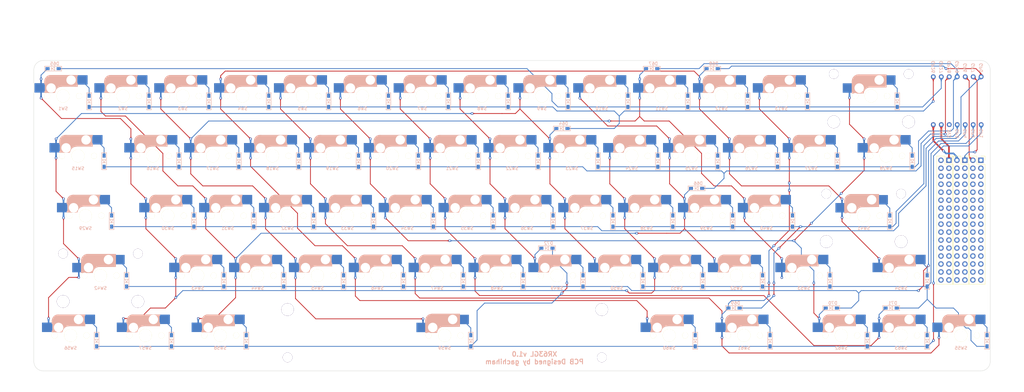
<source format=kicad_pcb>
(kicad_pcb (version 20171130) (host pcbnew "(5.1.10)-1")
  (layers (0 F.Cu signal) (31 B.Cu signal) (34 B.Paste user) (35 F.Paste user) (36 B.SilkS user) (37 F.SilkS user) (38 B.Mask user) (39 F.Mask user) (44 Edge.Cuts user))
  (net 0 "")
  (net 1 "Net-(D1-Pad2)")
  (net 2 PIN1)
  (net 3 "Net-(D2-Pad2)")
  (net 4 "Net-(D3-Pad2)")
  (net 5 "Net-(D4-Pad2)")
  (net 6 "Net-(D5-Pad2)")
  (net 7 "Net-(D6-Pad2)")
  (net 8 "Net-(D7-Pad2)")
  (net 9 "Net-(D8-Pad2)")
  (net 10 PIN2)
  (net 11 "Net-(D9-Pad2)")
  (net 12 "Net-(D10-Pad2)")
  (net 13 "Net-(D11-Pad2)")
  (net 14 "Net-(D12-Pad2)")
  (net 15 "Net-(D13-Pad2)")
  (net 16 "Net-(D14-Pad2)")
  (net 17 "Net-(D15-Pad2)")
  (net 18 PIN3)
  (net 19 "Net-(D16-Pad2)")
  (net 20 "Net-(D17-Pad2)")
  (net 21 "Net-(D18-Pad2)")
  (net 22 "Net-(D19-Pad2)")
  (net 23 "Net-(D20-Pad2)")
  (net 24 "Net-(D21-Pad2)")
  (net 25 "Net-(D22-Pad2)")
  (net 26 "Net-(D23-Pad2)")
  (net 27 PIN4)
  (net 28 "Net-(D24-Pad2)")
  (net 29 "Net-(D25-Pad2)")
  (net 30 "Net-(D26-Pad2)")
  (net 31 "Net-(D27-Pad2)")
  (net 32 "Net-(D28-Pad2)")
  (net 33 "Net-(D29-Pad2)")
  (net 34 PIN5)
  (net 35 "Net-(D30-Pad2)")
  (net 36 "Net-(D31-Pad2)")
  (net 37 "Net-(D32-Pad2)")
  (net 38 "Net-(D33-Pad2)")
  (net 39 "Net-(D34-Pad2)")
  (net 40 "Net-(D35-Pad2)")
  (net 41 "Net-(D36-Pad2)")
  (net 42 "Net-(D37-Pad2)")
  (net 43 PIN6)
  (net 44 "Net-(D38-Pad2)")
  (net 45 "Net-(D39-Pad2)")
  (net 46 "Net-(D40-Pad2)")
  (net 47 "Net-(D41-Pad2)")
  (net 48 "Net-(D42-Pad2)")
  (net 49 PIN7)
  (net 50 "Net-(D43-Pad2)")
  (net 51 "Net-(D44-Pad2)")
  (net 52 "Net-(D45-Pad2)")
  (net 53 "Net-(D46-Pad2)")
  (net 54 "Net-(D47-Pad2)")
  (net 55 "Net-(D48-Pad2)")
  (net 56 "Net-(D49-Pad2)")
  (net 57 PIN8)
  (net 58 "Net-(D50-Pad2)")
  (net 59 "Net-(D51-Pad2)")
  (net 60 "Net-(D52-Pad2)")
  (net 61 "Net-(D53-Pad2)")
  (net 62 "Net-(D54-Pad2)")
  (net 63 "Net-(D55-Pad2)")
  (net 64 PIN9)
  (net 65 "Net-(D56-Pad2)")
  (net 66 "Net-(D57-Pad2)")
  (net 67 "Net-(D58-Pad2)")
  (net 68 "Net-(D59-Pad2)")
  (net 69 "Net-(D60-Pad2)")
  (net 70 "Net-(D61-Pad2)")
  (net 71 "Net-(D62-Pad2)")
  (net 72 "Net-(D63-Pad2)")
  (net 73 "Net-(D64-Pad1)")
  (net 74 "Net-(D65-Pad1)")
  (net 75 "Net-(D66-Pad1)")
  (net 76 "Net-(D67-Pad1)")
  (net 77 "Net-(D68-Pad1)")
  (net 78 "Net-(D69-Pad1)")
  (net 79 "Net-(D70-Pad1)")
  (net 80 "Net-(D71-Pad1)")
  (net 81 "Net-(D72-Pad1)")
  (net 82 +5V)
  (net 83 GND)
  (net 84 +3V3)
  (net 85 "Net-(J17-Pad2)")
  (net 86 "Net-(J17-Pad3)")
  (net 87 "Net-(J17-Pad4)")
  (net 88 "Net-(J17-Pad5)")
  (net 89 "Net-(J17-Pad6)")
  (net 90 "Net-(J17-Pad7)")
  (net 91 "Net-(J17-Pad8)")
  (net 92 "Net-(J17-Pad9)")
  (net 93 "Net-(J17-Pad10)")
  (net 94 "Net-(J17-Pad11)")
  (net 95 "Net-(J17-Pad12)")
  (net 96 "Net-(J17-Pad13)")
  (net 97 "Net-(J17-Pad14)")
  (net 98 "Net-(J17-Pad15)")
  (net 99 "Net-(J17-Pad16)")
  (net 100 "Net-(J17-Pad17)")
  (net 101 "Net-(J17-Pad18)")
  (net 102 "Net-(J17-Pad19)")
  (net 103 "Net-(J17-Pad20)")
  (net 104 "Net-(J17-Pad21)")
  (net 105 "Net-(J17-Pad22)")
  (net 106 "Net-(J17-Pad23)")
  (net 107 "Net-(J17-Pad24)")
  (net 108 "Net-(J17-Pad25)")
  (net 109 "Net-(J17-Pad26)")
  (net 110 "Net-(J17-Pad27)")
  (net 111 "Net-(J17-Pad28)")
  (net 112 "Net-(J17-Pad29)")
  (net 113 "Net-(J17-Pad30)")
  (net 114 "Net-(J17-Pad31)")
  (net 115 "Net-(J17-Pad32)")
  (net 116 "Net-(J18-Pad32)")
  (net 117 "Net-(J18-Pad31)")
  (net 118 "Net-(J18-Pad30)")
  (net 119 "Net-(J18-Pad29)")
  (net 120 "Net-(J18-Pad28)")
  (net 121 "Net-(J18-Pad27)")
  (net 122 "Net-(J18-Pad26)")
  (net 123 "Net-(J18-Pad25)")
  (net 124 "Net-(J18-Pad24)")
  (net 125 "Net-(J18-Pad23)")
  (net 126 "Net-(J18-Pad22)")
  (net 127 "Net-(J18-Pad21)")
  (net 128 "Net-(J18-Pad20)")
  (net 129 "Net-(J18-Pad19)")
  (net 130 "Net-(J18-Pad18)")
  (net 131 "Net-(J18-Pad17)")
  (net 132 "Net-(J18-Pad16)")
  (net 133 "Net-(J18-Pad15)")
  (net 134 "Net-(J18-Pad14)")
  (net 135 "Net-(J18-Pad13)")
  (net 136 "Net-(J18-Pad12)")
  (net 137 "Net-(J18-Pad11)")
  (net 138 "Net-(J18-Pad10)")
  (net 139 "Net-(J18-Pad9)")
  (net 140 "Net-(J18-Pad8)")
  (net 141 "Net-(J18-Pad7)")
  (net 142 "Net-(J18-Pad6)")
  (net 143 "Net-(J18-Pad5)")
  (net 144 "Net-(J18-Pad4)")
  (net 145 "Net-(J18-Pad3)")
  (net 146 SCL)
  (net 147 "Net-(J19-Pad1)")
  (net 148 SDA)
  (net 149 "Net-(J19-Pad3)")
  (net 150 "Net-(J19-Pad4)")
  (net 151 "Net-(J19-Pad5)")
  (net 152 "Net-(J19-Pad6)")
  (net 153 "Net-(J19-Pad7)")
  (net 154 "Net-(J19-Pad8)")
  (net 155 "Net-(J19-Pad9)")
  (net 156 "Net-(J19-Pad10)")
  (net 157 "Net-(J19-Pad11)")
  (net 158 "Net-(J19-Pad12)")
  (net 159 "Net-(J19-Pad13)")
  (net 160 "Net-(J19-Pad14)")
  (net 161 "Net-(J19-Pad15)")
  (net 162 "Net-(J19-Pad16)")
  (net 163 "Net-(J19-Pad17)")
  (net 164 "Net-(J19-Pad18)")
  (net 165 "Net-(J19-Pad19)")
  (net 166 "Net-(J19-Pad20)")
  (net 167 "Net-(J19-Pad21)")
  (net 168 "Net-(J19-Pad22)")
  (net 169 "Net-(J19-Pad23)")
  (net 170 "Net-(J19-Pad24)")
  (net 171 "Net-(J19-Pad25)")
  (net 172 "Net-(J19-Pad26)")
  (net 173 "Net-(J19-Pad27)")
  (net 174 "Net-(J19-Pad28)")
  (net 175 "Net-(J19-Pad29)")
  (net 176 "Net-(J19-Pad30)")
  (net 177 "Net-(J19-Pad31)")
  (net 178 "Net-(J19-Pad32)")
  (module kbd:XIAO_Pin_Header (layer B.Cu) (at 313.134375 30.05 270)
    (fp_text reference U1 hide)
    (fp_text value XIAO hide)
    (fp_text user GP0 (at -10.492 -7.62 270) (layer B.SilkS) (effects (justify mirror)))
    (fp_text user GP7 (at -10.492 -5.08 270) (layer B.SilkS) (effects (justify mirror)))
    (fp_text user GP6 (at -10.492 -2.54 270) (layer B.SilkS) (effects (justify mirror)))
    (fp_text user GP29 (at -10.746 0 270) (layer B.SilkS) (effects (justify mirror)))
    (fp_text user GP28 (at -10.746 2.54 270) (layer B.SilkS) (effects (justify mirror)))
    (fp_text user GP27 (at -10.746 5.08 270) (layer B.SilkS) (effects (justify mirror)))
    (fp_text user GP26 (at -10.746 7.62 270) (layer B.SilkS) (effects (justify mirror)))
    (fp_text user GP1 (at 10.43125 -7.62 270) (layer B.SilkS) (effects (justify mirror)))
    (fp_text user GP2 (at 10.43125 -5.08 270) (layer B.SilkS) (effects (justify mirror)))
    (fp_text user GP4 (at 10.43125 -2.54 270) (layer B.SilkS) (effects (justify mirror)))
    (fp_text user GP3 (at 10.43125 0 270) (layer B.SilkS) (effects (justify mirror)))
    (fp_text user 3V3 (at 10.43125 2.54 270) (layer B.SilkS) (effects (justify mirror)))
    (fp_text user GND (at 10.43125 5.08 270) (layer B.SilkS) (effects (justify mirror)))
    (fp_text user 5V (at 10.43125 7.62 270) (layer B.SilkS) (effects (justify mirror)))
    (pad 1 thru_hole circle (at -7.62 7.62 270) (size 1.524 1.524) (drill 0.8128) (layers *.Cu *.Paste *.Mask) (net 2 PIN1))
    (pad 2 thru_hole circle (at -7.62 5.08 270) (size 1.524 1.524) (drill 0.8128) (layers *.Cu *.Paste *.Mask) (net 10 PIN2))
    (pad 3 thru_hole circle (at -7.62 2.54 270) (size 1.524 1.524) (drill 0.8128) (layers *.Cu *.Paste *.Mask) (net 18 PIN3))
    (pad 4 thru_hole circle (at -7.62 0 270) (size 1.524 1.524) (drill 0.8128) (layers *.Cu *.Paste *.Mask) (net 27 PIN4))
    (pad 5 thru_hole circle (at -7.62 -2.54 270) (size 1.524 1.524) (drill 0.8128) (layers *.Cu *.Paste *.Mask) (net 148 SDA))
    (pad 6 thru_hole circle (at -7.62 -5.08 270) (size 1.524 1.524) (drill 0.8128) (layers *.Cu *.Paste *.Mask) (net 146 SCL))
    (pad 7 thru_hole circle (at -7.62 -7.62 270) (size 1.524 1.524) (drill 0.8128) (layers *.Cu *.Paste *.Mask) (net 34 PIN5))
    (pad 8 thru_hole circle (at 7.62 -7.62 270) (size 1.524 1.524) (drill 0.8128) (layers *.Cu *.Paste *.Mask) (net 64 PIN9))
    (pad 9 thru_hole circle (at 7.62 -5.08 270) (size 1.524 1.524) (drill 0.8128) (layers *.Cu *.Paste *.Mask) (net 57 PIN8))
    (pad 10 thru_hole circle (at 7.62 -2.54 270) (size 1.524 1.524) (drill 0.8128) (layers *.Cu *.Paste *.Mask) (net 49 PIN7))
    (pad 11 thru_hole circle (at 7.62 0 270) (size 1.524 1.524) (drill 0.8128) (layers *.Cu *.Paste *.Mask) (net 43 PIN6))
    (pad 12 thru_hole circle (at 7.62 2.54 270) (size 1.524 1.524) (drill 0.8128) (layers *.Cu *.Paste *.Mask) (net 84 +3V3))
    (pad 13 thru_hole circle (at 7.62 5.08 270) (size 1.524 1.524) (drill 0.8128) (layers *.Cu *.Paste *.Mask) (net 83 GND))
    (pad 14 thru_hole circle (at 7.62 7.62 270) (size 1.524 1.524) (drill 0.8128) (layers *.Cu *.Paste *.Mask) (net 82 +5V))
  )
  (module kbd:CherryMX_Hotswap_1.75u_One_Side_Pad_Expansion (layer F.Cu) (at 35.71875 66.65)
    (fp_text reference SW29 (at 0 4) (layer B.SilkS) (effects (justify mirror)))
    (fp_text value SW_PUSH hide)
    (pad 1 smd rect (at -7 -2.58 180) (size 3.3 3) (drill (offset 0.45 0)) (layers B.Cu B.Paste B.Mask) (net 73 "Net-(D64-Pad1)"))
    (pad "" np_thru_hole circle (at -3.81 -2.54 180) (size 3 3) (drill 3) (layers *.Cu *.Mask))
    (pad "" np_thru_hole circle (at 2.54 -5.08 180) (size 3 3) (drill 3) (layers *.Cu *.Mask))
    (pad "" np_thru_hole circle (at 0 0 90) (size 4.1 4.1) (drill 4.1) (layers *.Cu *.Mask F.SilkS))
    (pad "" np_thru_hole circle (at 5.08 0) (size 1.9 1.9) (drill 1.9) (layers *.Cu *.Mask F.SilkS))
    (pad "" np_thru_hole circle (at -5.08 0) (size 1.9 1.9) (drill 1.9) (layers *.Cu *.Mask F.SilkS))
    (pad 2 smd rect (at 5.7 -5.12 180) (size 3.3 3) (drill (offset -0.45 0)) (layers B.Cu B.Paste B.Mask) (net 33 "Net-(D29-Pad2)"))
  )
  (module kbd:CherryMX_Hotswap_6.25u_One_Side_Pad_Expansion (layer F.Cu) (at 150.01875 104.75)
    (fp_text reference SW59 (at 0 4) (layer B.SilkS) (effects (justify mirror)))
    (fp_text value SW_PUSH hide)
    (pad "" np_thru_hole circle (at -50 -8.24 180) (size 4 4) (drill 3.9878) (layers *.Cu *.Mask))
    (pad "" np_thru_hole circle (at 50 -8.24 180) (size 4 4) (drill 3.9878) (layers *.Cu *.Mask))
    (pad "" np_thru_hole circle (at 50 7 180) (size 3.05 3.05) (drill 3.048) (layers *.Cu *.Mask))
    (pad "" np_thru_hole circle (at -50 7 180) (size 3.05 3.05) (drill 3.048) (layers *.Cu *.Mask))
    (pad 1 smd rect (at -6.9 -2.54 180) (size 3.3 3) (drill (offset 0.45 0)) (layers B.Cu B.Paste B.Mask) (net 76 "Net-(D67-Pad1)"))
    (pad "" np_thru_hole circle (at 2.54 -5.08 180) (size 3 3) (drill 3) (layers *.Cu *.Mask))
    (pad "" np_thru_hole circle (at 0 0 90) (size 4.1 4.1) (drill 4.1) (layers *.Cu *.Mask F.SilkS))
    (pad "" np_thru_hole circle (at 5.08 0) (size 1.9 1.9) (drill 1.9) (layers *.Cu *.Mask F.SilkS))
    (pad "" np_thru_hole circle (at -5.08 0) (size 1.9 1.9) (drill 1.9) (layers *.Cu *.Mask F.SilkS))
    (pad "" np_thru_hole circle (at -3.81 -2.54 180) (size 3 3) (drill 3) (layers *.Cu *.Mask))
    (pad 2 smd rect (at 5.6 -5.08 180) (size 3.3 3) (drill (offset -0.45 0)) (layers B.Cu B.Paste B.Mask) (net 68 "Net-(D59-Pad2)"))
  )
  (module kbd:CherryMX_Hotswap_2.25u_One_Side_Pad_Expansion (layer F.Cu) (at 283.36875 66.65)
    (fp_text reference SW41 (at 0 4) (layer B.SilkS) (effects (justify mirror)))
    (fp_text value SW_PUSH hide)
    (pad "" np_thru_hole circle (at -11.9 8.24 180) (size 4 4) (drill 3.9878) (layers *.Cu *.Mask))
    (pad "" np_thru_hole circle (at 11.9 8.24 180) (size 4 4) (drill 3.9878) (layers *.Cu *.Mask))
    (pad "" np_thru_hole circle (at 11.9 -7 180) (size 3.05 3.05) (drill 3.048) (layers *.Cu *.Mask))
    (pad "" np_thru_hole circle (at -11.9 -7 180) (size 3.05 3.05) (drill 3.048) (layers *.Cu *.Mask))
    (pad 1 smd rect (at -6.9 -2.54 180) (size 3.3 3) (drill (offset 0.45 0)) (layers B.Cu B.Paste B.Mask) (net 77 "Net-(D68-Pad1)"))
    (pad "" np_thru_hole circle (at 2.54 -5.08 180) (size 3 3) (drill 3) (layers *.Cu *.Mask))
    (pad "" np_thru_hole circle (at 0 0 90) (size 4.1 4.1) (drill 4.1) (layers *.Cu *.Mask F.SilkS))
    (pad "" np_thru_hole circle (at 5.08 0) (size 1.9 1.9) (drill 1.9) (layers *.Cu *.Mask F.SilkS))
    (pad "" np_thru_hole circle (at -5.08 0) (size 1.9 1.9) (drill 1.9) (layers *.Cu *.Mask F.SilkS))
    (pad "" np_thru_hole circle (at -3.81 -2.54 180) (size 3 3) (drill 3) (layers *.Cu *.Mask))
    (pad 2 smd rect (at 5.6 -5.08 180) (size 3.3 3) (drill (offset -0.45 0)) (layers B.Cu B.Paste B.Mask) (net 47 "Net-(D41-Pad2)"))
  )
  (module kbd:CherryMX_Hotswap_2.25u_One_Side_Pad_Expansion (layer F.Cu) (at 40.48125 85.7)
    (fp_text reference SW42 (at 0 4) (layer B.SilkS) (effects (justify mirror)))
    (fp_text value SW_PUSH hide)
    (pad "" np_thru_hole circle (at -11.9 8.24 180) (size 4 4) (drill 3.9878) (layers *.Cu *.Mask))
    (pad "" np_thru_hole circle (at 11.9 8.24 180) (size 4 4) (drill 3.9878) (layers *.Cu *.Mask))
    (pad "" np_thru_hole circle (at 11.9 -7 180) (size 3.05 3.05) (drill 3.048) (layers *.Cu *.Mask))
    (pad "" np_thru_hole circle (at -11.9 -7 180) (size 3.05 3.05) (drill 3.048) (layers *.Cu *.Mask))
    (pad 1 smd rect (at -6.9 -2.54 180) (size 3.3 3) (drill (offset 0.45 0)) (layers B.Cu B.Paste B.Mask) (net 73 "Net-(D64-Pad1)"))
    (pad "" np_thru_hole circle (at 2.54 -5.08 180) (size 3 3) (drill 3) (layers *.Cu *.Mask))
    (pad "" np_thru_hole circle (at 0 0 90) (size 4.1 4.1) (drill 4.1) (layers *.Cu *.Mask F.SilkS))
    (pad "" np_thru_hole circle (at 5.08 0) (size 1.9 1.9) (drill 1.9) (layers *.Cu *.Mask F.SilkS))
    (pad "" np_thru_hole circle (at -5.08 0) (size 1.9 1.9) (drill 1.9) (layers *.Cu *.Mask F.SilkS))
    (pad "" np_thru_hole circle (at -3.81 -2.54 180) (size 3 3) (drill 3) (layers *.Cu *.Mask))
    (pad 2 smd rect (at 5.6 -5.08 180) (size 3.3 3) (drill (offset -0.45 0)) (layers B.Cu B.Paste B.Mask) (net 48 "Net-(D42-Pad2)"))
  )
  (module kbd:CherryMX_Hotswap_1.5u_One_Side_Pad_Expansion (layer F.Cu) (at 33.3375 47.6)
    (fp_text reference SW15 (at 0 4) (layer B.SilkS) (effects (justify mirror)))
    (fp_text value SW_PUSH hide)
    (pad 1 smd rect (at -7 -2.58 180) (size 3.3 3) (drill (offset 0.45 0)) (layers B.Cu B.Paste B.Mask) (net 73 "Net-(D64-Pad1)"))
    (pad "" np_thru_hole circle (at -3.81 -2.54 180) (size 3 3) (drill 3) (layers *.Cu *.Mask))
    (pad "" np_thru_hole circle (at 2.54 -5.08 180) (size 3 3) (drill 3) (layers *.Cu *.Mask))
    (pad "" np_thru_hole circle (at 0 0 90) (size 4.1 4.1) (drill 4.1) (layers *.Cu *.Mask F.SilkS))
    (pad "" np_thru_hole circle (at 5.08 0) (size 1.9 1.9) (drill 1.9) (layers *.Cu *.Mask F.SilkS))
    (pad "" np_thru_hole circle (at -5.08 0) (size 1.9 1.9) (drill 1.9) (layers *.Cu *.Mask F.SilkS))
    (pad 2 smd rect (at 5.7 -5.12 180) (size 3.3 3) (drill (offset -0.45 0)) (layers B.Cu B.Paste B.Mask) (net 17 "Net-(D15-Pad2)"))
  )
  (module kbd:CherryMX_Hotswap_1.5u_One_Side_Pad_Expansion (layer F.Cu) (at 290.5125 47.6)
    (fp_text reference SW28 (at 0 4) (layer B.SilkS) (effects (justify mirror)))
    (fp_text value SW_PUSH hide)
    (pad 1 smd rect (at -7 -2.58 180) (size 3.3 3) (drill (offset 0.45 0)) (layers B.Cu B.Paste B.Mask) (net 79 "Net-(D70-Pad1)"))
    (pad "" np_thru_hole circle (at -3.81 -2.54 180) (size 3 3) (drill 3) (layers *.Cu *.Mask))
    (pad "" np_thru_hole circle (at 2.54 -5.08 180) (size 3 3) (drill 3) (layers *.Cu *.Mask))
    (pad "" np_thru_hole circle (at 0 0 90) (size 4.1 4.1) (drill 4.1) (layers *.Cu *.Mask F.SilkS))
    (pad "" np_thru_hole circle (at 5.08 0) (size 1.9 1.9) (drill 1.9) (layers *.Cu *.Mask F.SilkS))
    (pad "" np_thru_hole circle (at -5.08 0) (size 1.9 1.9) (drill 1.9) (layers *.Cu *.Mask F.SilkS))
    (pad 2 smd rect (at 5.7 -5.12 180) (size 3.3 3) (drill (offset -0.45 0)) (layers B.Cu B.Paste B.Mask) (net 32 "Net-(D28-Pad2)"))
  )
  (module kbd:D3_SMD_Single_side_rev (layer F.Cu) (at 36.875 30.25 90)
    (fp_text reference D1 hide)
    (fp_text value D_Small hide)
    (pad 2 smd rect (at 1.775 0 90) (size 1.3 0.95) (layers B.Cu B.Paste B.Mask) (net 1 "Net-(D1-Pad2)"))
    (pad 1 smd rect (at -1.775 0 90) (size 1.3 0.95) (layers B.Cu B.Paste B.Mask) (net 2 PIN1))
  )
  (module kbd:D3_SMD_Single_side_rev (layer F.Cu) (at 55.925 30.25 90)
    (fp_text reference D2 hide)
    (fp_text value D_Small hide)
    (pad 1 smd rect (at -1.775 0 90) (size 1.3 0.95) (layers B.Cu B.Paste B.Mask) (net 2 PIN1))
    (pad 2 smd rect (at 1.775 0 90) (size 1.3 0.95) (layers B.Cu B.Paste B.Mask) (net 3 "Net-(D2-Pad2)"))
  )
  (module kbd:D3_SMD_Single_side_rev (layer F.Cu) (at 74.975 30.25 90)
    (fp_text reference D3 hide)
    (fp_text value D_Small hide)
    (pad 1 smd rect (at -1.775 0 90) (size 1.3 0.95) (layers B.Cu B.Paste B.Mask) (net 2 PIN1))
    (pad 2 smd rect (at 1.775 0 90) (size 1.3 0.95) (layers B.Cu B.Paste B.Mask) (net 4 "Net-(D3-Pad2)"))
  )
  (module kbd:D3_SMD_Single_side_rev (layer F.Cu) (at 94.025 30.25 90)
    (fp_text reference D4 hide)
    (fp_text value D_Small hide)
    (pad 1 smd rect (at -1.775 0 90) (size 1.3 0.95) (layers B.Cu B.Paste B.Mask) (net 2 PIN1))
    (pad 2 smd rect (at 1.775 0 90) (size 1.3 0.95) (layers B.Cu B.Paste B.Mask) (net 5 "Net-(D4-Pad2)"))
  )
  (module kbd:D3_SMD_Single_side_rev (layer F.Cu) (at 113.075 30.25 90)
    (fp_text reference D5 hide)
    (fp_text value D_Small hide)
    (pad 2 smd rect (at 1.775 0 90) (size 1.3 0.95) (layers B.Cu B.Paste B.Mask) (net 6 "Net-(D5-Pad2)"))
    (pad 1 smd rect (at -1.775 0 90) (size 1.3 0.95) (layers B.Cu B.Paste B.Mask) (net 2 PIN1))
  )
  (module kbd:D3_SMD_Single_side_rev (layer F.Cu) (at 132.125 30.25 90)
    (fp_text reference D6 hide)
    (fp_text value D_Small hide)
    (pad 1 smd rect (at -1.775 0 90) (size 1.3 0.95) (layers B.Cu B.Paste B.Mask) (net 2 PIN1))
    (pad 2 smd rect (at 1.775 0 90) (size 1.3 0.95) (layers B.Cu B.Paste B.Mask) (net 7 "Net-(D6-Pad2)"))
  )
  (module kbd:D3_SMD_Single_side_rev (layer F.Cu) (at 151.175 30.25 90)
    (fp_text reference D7 hide)
    (fp_text value D_Small hide)
    (pad 1 smd rect (at -1.775 0 90) (size 1.3 0.95) (layers B.Cu B.Paste B.Mask) (net 2 PIN1))
    (pad 2 smd rect (at 1.775 0 90) (size 1.3 0.95) (layers B.Cu B.Paste B.Mask) (net 8 "Net-(D7-Pad2)"))
  )
  (module kbd:D3_SMD_Single_side_rev (layer F.Cu) (at 170.225 30.25 90)
    (fp_text reference D8 hide)
    (fp_text value D_Small hide)
    (pad 1 smd rect (at -1.775 0 90) (size 1.3 0.95) (layers B.Cu B.Paste B.Mask) (net 2 PIN1))
    (pad 2 smd rect (at 1.775 0 90) (size 1.3 0.95) (layers B.Cu B.Paste B.Mask) (net 9 "Net-(D8-Pad2)"))
  )
  (module kbd:D3_SMD_Single_side_rev (layer F.Cu) (at 189.275 30.25 90)
    (fp_text reference D9 hide)
    (fp_text value D_Small hide)
    (pad 1 smd rect (at -1.775 0 90) (size 1.3 0.95) (layers B.Cu B.Paste B.Mask) (net 10 PIN2))
    (pad 2 smd rect (at 1.775 0 90) (size 1.3 0.95) (layers B.Cu B.Paste B.Mask) (net 11 "Net-(D9-Pad2)"))
  )
  (module kbd:D3_SMD_Single_side_rev (layer F.Cu) (at 208.325 30.25 90)
    (fp_text reference D10 hide)
    (fp_text value D_Small hide)
    (pad 2 smd rect (at 1.775 0 90) (size 1.3 0.95) (layers B.Cu B.Paste B.Mask) (net 12 "Net-(D10-Pad2)"))
    (pad 1 smd rect (at -1.775 0 90) (size 1.3 0.95) (layers B.Cu B.Paste B.Mask) (net 10 PIN2))
  )
  (module kbd:D3_SMD_Single_side_rev (layer F.Cu) (at 227.375 30.25 90)
    (fp_text reference D11 hide)
    (fp_text value D_Small hide)
    (pad 1 smd rect (at -1.775 0 90) (size 1.3 0.95) (layers B.Cu B.Paste B.Mask) (net 10 PIN2))
    (pad 2 smd rect (at 1.775 0 90) (size 1.3 0.95) (layers B.Cu B.Paste B.Mask) (net 13 "Net-(D11-Pad2)"))
  )
  (module kbd:D3_SMD_Single_side_rev (layer F.Cu) (at 246.425 30.25 90)
    (fp_text reference D12 hide)
    (fp_text value D_Small hide)
    (pad 2 smd rect (at 1.775 0 90) (size 1.3 0.95) (layers B.Cu B.Paste B.Mask) (net 14 "Net-(D12-Pad2)"))
    (pad 1 smd rect (at -1.775 0 90) (size 1.3 0.95) (layers B.Cu B.Paste B.Mask) (net 10 PIN2))
  )
  (module kbd:D3_SMD_Single_side_rev (layer F.Cu) (at 265.475 30.25 90)
    (fp_text reference D13 hide)
    (fp_text value D_Small hide)
    (pad 2 smd rect (at 1.775 0 90) (size 1.3 0.95) (layers B.Cu B.Paste B.Mask) (net 15 "Net-(D13-Pad2)"))
    (pad 1 smd rect (at -1.775 0 90) (size 1.3 0.95) (layers B.Cu B.Paste B.Mask) (net 10 PIN2))
  )
  (module kbd:D3_SMD_Single_side_rev (layer F.Cu) (at 294.05 30.25 90)
    (fp_text reference D14 hide)
    (fp_text value D_Small hide)
    (pad 2 smd rect (at 1.775 0 90) (size 1.3 0.95) (layers B.Cu B.Paste B.Mask) (net 16 "Net-(D14-Pad2)"))
    (pad 1 smd rect (at -1.775 0 90) (size 1.3 0.95) (layers B.Cu B.Paste B.Mask) (net 10 PIN2))
  )
  (module kbd:D3_SMD_Single_side_rev (layer F.Cu) (at 41.6375 49.3 90)
    (fp_text reference D15 hide)
    (fp_text value D_Small hide)
    (pad 2 smd rect (at 1.775 0 90) (size 1.3 0.95) (layers B.Cu B.Paste B.Mask) (net 17 "Net-(D15-Pad2)"))
    (pad 1 smd rect (at -1.775 0 90) (size 1.3 0.95) (layers B.Cu B.Paste B.Mask) (net 18 PIN3))
  )
  (module kbd:D3_SMD_Single_side_rev (layer F.Cu) (at 65.45 49.3 90)
    (fp_text reference D16 hide)
    (fp_text value D_Small hide)
    (pad 1 smd rect (at -1.775 0 90) (size 1.3 0.95) (layers B.Cu B.Paste B.Mask) (net 18 PIN3))
    (pad 2 smd rect (at 1.775 0 90) (size 1.3 0.95) (layers B.Cu B.Paste B.Mask) (net 19 "Net-(D16-Pad2)"))
  )
  (module kbd:D3_SMD_Single_side_rev (layer F.Cu) (at 84.5 49.3 90)
    (fp_text reference D17 hide)
    (fp_text value D_Small hide)
    (pad 2 smd rect (at 1.775 0 90) (size 1.3 0.95) (layers B.Cu B.Paste B.Mask) (net 20 "Net-(D17-Pad2)"))
    (pad 1 smd rect (at -1.775 0 90) (size 1.3 0.95) (layers B.Cu B.Paste B.Mask) (net 18 PIN3))
  )
  (module kbd:D3_SMD_Single_side_rev (layer F.Cu) (at 103.55 49.3 90)
    (fp_text reference D18 hide)
    (fp_text value D_Small hide)
    (pad 1 smd rect (at -1.775 0 90) (size 1.3 0.95) (layers B.Cu B.Paste B.Mask) (net 18 PIN3))
    (pad 2 smd rect (at 1.775 0 90) (size 1.3 0.95) (layers B.Cu B.Paste B.Mask) (net 21 "Net-(D18-Pad2)"))
  )
  (module kbd:D3_SMD_Single_side_rev (layer F.Cu) (at 122.6 49.3 90)
    (fp_text reference D19 hide)
    (fp_text value D_Small hide)
    (pad 1 smd rect (at -1.775 0 90) (size 1.3 0.95) (layers B.Cu B.Paste B.Mask) (net 18 PIN3))
    (pad 2 smd rect (at 1.775 0 90) (size 1.3 0.95) (layers B.Cu B.Paste B.Mask) (net 22 "Net-(D19-Pad2)"))
  )
  (module kbd:D3_SMD_Single_side_rev (layer F.Cu) (at 141.65 49.3 90)
    (fp_text reference D20 hide)
    (fp_text value D_Small hide)
    (pad 1 smd rect (at -1.775 0 90) (size 1.3 0.95) (layers B.Cu B.Paste B.Mask) (net 18 PIN3))
    (pad 2 smd rect (at 1.775 0 90) (size 1.3 0.95) (layers B.Cu B.Paste B.Mask) (net 23 "Net-(D20-Pad2)"))
  )
  (module kbd:D3_SMD_Single_side_rev (layer F.Cu) (at 160.7 49.3 90)
    (fp_text reference D21 hide)
    (fp_text value D_Small hide)
    (pad 1 smd rect (at -1.775 0 90) (size 1.3 0.95) (layers B.Cu B.Paste B.Mask) (net 18 PIN3))
    (pad 2 smd rect (at 1.775 0 90) (size 1.3 0.95) (layers B.Cu B.Paste B.Mask) (net 24 "Net-(D21-Pad2)"))
  )
  (module kbd:D3_SMD_Single_side_rev (layer F.Cu) (at 179.75 49.3 90)
    (fp_text reference D22 hide)
    (fp_text value D_Small hide)
    (pad 2 smd rect (at 1.775 0 90) (size 1.3 0.95) (layers B.Cu B.Paste B.Mask) (net 25 "Net-(D22-Pad2)"))
    (pad 1 smd rect (at -1.775 0 90) (size 1.3 0.95) (layers B.Cu B.Paste B.Mask) (net 18 PIN3))
  )
  (module kbd:D3_SMD_Single_side_rev (layer F.Cu) (at 198.8 49.3 90)
    (fp_text reference D23 hide)
    (fp_text value D_Small hide)
    (pad 2 smd rect (at 1.775 0 90) (size 1.3 0.95) (layers B.Cu B.Paste B.Mask) (net 26 "Net-(D23-Pad2)"))
    (pad 1 smd rect (at -1.775 0 90) (size 1.3 0.95) (layers B.Cu B.Paste B.Mask) (net 27 PIN4))
  )
  (module kbd:D3_SMD_Single_side_rev (layer F.Cu) (at 217.85 49.3 90)
    (fp_text reference D24 hide)
    (fp_text value D_Small hide)
    (pad 1 smd rect (at -1.775 0 90) (size 1.3 0.95) (layers B.Cu B.Paste B.Mask) (net 27 PIN4))
    (pad 2 smd rect (at 1.775 0 90) (size 1.3 0.95) (layers B.Cu B.Paste B.Mask) (net 28 "Net-(D24-Pad2)"))
  )
  (module kbd:D3_SMD_Single_side_rev (layer F.Cu) (at 236.9 49.3 90)
    (fp_text reference D25 hide)
    (fp_text value D_Small hide)
    (pad 2 smd rect (at 1.775 0 90) (size 1.3 0.95) (layers B.Cu B.Paste B.Mask) (net 29 "Net-(D25-Pad2)"))
    (pad 1 smd rect (at -1.775 0 90) (size 1.3 0.95) (layers B.Cu B.Paste B.Mask) (net 27 PIN4))
  )
  (module kbd:D3_SMD_Single_side_rev (layer F.Cu) (at 255.95 49.3 90)
    (fp_text reference D26 hide)
    (fp_text value D_Small hide)
    (pad 2 smd rect (at 1.775 0 90) (size 1.3 0.95) (layers B.Cu B.Paste B.Mask) (net 30 "Net-(D26-Pad2)"))
    (pad 1 smd rect (at -1.775 0 90) (size 1.3 0.95) (layers B.Cu B.Paste B.Mask) (net 27 PIN4))
  )
  (module kbd:D3_SMD_Single_side_rev (layer F.Cu) (at 275 49.3 90)
    (fp_text reference D27 hide)
    (fp_text value D_Small hide)
    (pad 1 smd rect (at -1.775 0 90) (size 1.3 0.95) (layers B.Cu B.Paste B.Mask) (net 27 PIN4))
    (pad 2 smd rect (at 1.775 0 90) (size 1.3 0.95) (layers B.Cu B.Paste B.Mask) (net 31 "Net-(D27-Pad2)"))
  )
  (module kbd:D3_SMD_Single_side_rev (layer F.Cu) (at 298.8125 49.3 90)
    (fp_text reference D28 hide)
    (fp_text value D_Small hide)
    (pad 2 smd rect (at 1.775 0 90) (size 1.3 0.95) (layers B.Cu B.Paste B.Mask) (net 32 "Net-(D28-Pad2)"))
    (pad 1 smd rect (at -1.775 0 90) (size 1.3 0.95) (layers B.Cu B.Paste B.Mask) (net 27 PIN4))
  )
  (module kbd:D3_SMD_Single_side_rev (layer F.Cu) (at 44.01875 68.35 90)
    (fp_text reference D29 hide)
    (fp_text value D_Small hide)
    (pad 2 smd rect (at 1.775 0 90) (size 1.3 0.95) (layers B.Cu B.Paste B.Mask) (net 33 "Net-(D29-Pad2)"))
    (pad 1 smd rect (at -1.775 0 90) (size 1.3 0.95) (layers B.Cu B.Paste B.Mask) (net 34 PIN5))
  )
  (module kbd:D3_SMD_Single_side_rev (layer F.Cu) (at 70.2125 68.35 90)
    (fp_text reference D30 hide)
    (fp_text value D_Small hide)
    (pad 1 smd rect (at -1.775 0 90) (size 1.3 0.95) (layers B.Cu B.Paste B.Mask) (net 34 PIN5))
    (pad 2 smd rect (at 1.775 0 90) (size 1.3 0.95) (layers B.Cu B.Paste B.Mask) (net 35 "Net-(D30-Pad2)"))
  )
  (module kbd:D3_SMD_Single_side_rev (layer F.Cu) (at 89.2625 68.35 90)
    (fp_text reference D31 hide)
    (fp_text value D_Small hide)
    (pad 1 smd rect (at -1.775 0 90) (size 1.3 0.95) (layers B.Cu B.Paste B.Mask) (net 34 PIN5))
    (pad 2 smd rect (at 1.775 0 90) (size 1.3 0.95) (layers B.Cu B.Paste B.Mask) (net 36 "Net-(D31-Pad2)"))
  )
  (module kbd:D3_SMD_Single_side_rev (layer F.Cu) (at 108.3125 68.35 90)
    (fp_text reference D32 hide)
    (fp_text value D_Small hide)
    (pad 2 smd rect (at 1.775 0 90) (size 1.3 0.95) (layers B.Cu B.Paste B.Mask) (net 37 "Net-(D32-Pad2)"))
    (pad 1 smd rect (at -1.775 0 90) (size 1.3 0.95) (layers B.Cu B.Paste B.Mask) (net 34 PIN5))
  )
  (module kbd:D3_SMD_Single_side_rev (layer F.Cu) (at 127.3625 68.35 90)
    (fp_text reference D33 hide)
    (fp_text value D_Small hide)
    (pad 1 smd rect (at -1.775 0 90) (size 1.3 0.95) (layers B.Cu B.Paste B.Mask) (net 34 PIN5))
    (pad 2 smd rect (at 1.775 0 90) (size 1.3 0.95) (layers B.Cu B.Paste B.Mask) (net 38 "Net-(D33-Pad2)"))
  )
  (module kbd:D3_SMD_Single_side_rev (layer F.Cu) (at 146.4125 68.35 90)
    (fp_text reference D34 hide)
    (fp_text value D_Small hide)
    (pad 1 smd rect (at -1.775 0 90) (size 1.3 0.95) (layers B.Cu B.Paste B.Mask) (net 34 PIN5))
    (pad 2 smd rect (at 1.775 0 90) (size 1.3 0.95) (layers B.Cu B.Paste B.Mask) (net 39 "Net-(D34-Pad2)"))
  )
  (module kbd:D3_SMD_Single_side_rev (layer F.Cu) (at 165.4625 68.35 90)
    (fp_text reference D35 hide)
    (fp_text value D_Small hide)
    (pad 1 smd rect (at -1.775 0 90) (size 1.3 0.95) (layers B.Cu B.Paste B.Mask) (net 34 PIN5))
    (pad 2 smd rect (at 1.775 0 90) (size 1.3 0.95) (layers B.Cu B.Paste B.Mask) (net 40 "Net-(D35-Pad2)"))
  )
  (module kbd:D3_SMD_Single_side_rev (layer F.Cu) (at 184.5125 68.35 90)
    (fp_text reference D36 hide)
    (fp_text value D_Small hide)
    (pad 1 smd rect (at -1.775 0 90) (size 1.3 0.95) (layers B.Cu B.Paste B.Mask) (net 34 PIN5))
    (pad 2 smd rect (at 1.775 0 90) (size 1.3 0.95) (layers B.Cu B.Paste B.Mask) (net 41 "Net-(D36-Pad2)"))
  )
  (module kbd:D3_SMD_Single_side_rev (layer F.Cu) (at 203.5625 68.35 90)
    (fp_text reference D37 hide)
    (fp_text value D_Small hide)
    (pad 2 smd rect (at 1.775 0 90) (size 1.3 0.95) (layers B.Cu B.Paste B.Mask) (net 42 "Net-(D37-Pad2)"))
    (pad 1 smd rect (at -1.775 0 90) (size 1.3 0.95) (layers B.Cu B.Paste B.Mask) (net 43 PIN6))
  )
  (module kbd:D3_SMD_Single_side_rev (layer F.Cu) (at 222.6125 68.35 90)
    (fp_text reference D38 hide)
    (fp_text value D_Small hide)
    (pad 1 smd rect (at -1.775 0 90) (size 1.3 0.95) (layers B.Cu B.Paste B.Mask) (net 43 PIN6))
    (pad 2 smd rect (at 1.775 0 90) (size 1.3 0.95) (layers B.Cu B.Paste B.Mask) (net 44 "Net-(D38-Pad2)"))
  )
  (module kbd:D3_SMD_Single_side_rev (layer F.Cu) (at 241.6625 68.35 90)
    (fp_text reference D39 hide)
    (fp_text value D_Small hide)
    (pad 1 smd rect (at -1.775 0 90) (size 1.3 0.95) (layers B.Cu B.Paste B.Mask) (net 43 PIN6))
    (pad 2 smd rect (at 1.775 0 90) (size 1.3 0.95) (layers B.Cu B.Paste B.Mask) (net 45 "Net-(D39-Pad2)"))
  )
  (module kbd:D3_SMD_Single_side_rev (layer F.Cu) (at 260.7125 68.35 90)
    (fp_text reference D40 hide)
    (fp_text value D_Small hide)
    (pad 2 smd rect (at 1.775 0 90) (size 1.3 0.95) (layers B.Cu B.Paste B.Mask) (net 46 "Net-(D40-Pad2)"))
    (pad 1 smd rect (at -1.775 0 90) (size 1.3 0.95) (layers B.Cu B.Paste B.Mask) (net 43 PIN6))
  )
  (module kbd:D3_SMD_Single_side_rev (layer F.Cu) (at 291.66875 68.35 90)
    (fp_text reference D41 hide)
    (fp_text value D_Small hide)
    (pad 1 smd rect (at -1.775 0 90) (size 1.3 0.95) (layers B.Cu B.Paste B.Mask) (net 43 PIN6))
    (pad 2 smd rect (at 1.775 0 90) (size 1.3 0.95) (layers B.Cu B.Paste B.Mask) (net 47 "Net-(D41-Pad2)"))
  )
  (module kbd:D3_SMD_Single_side_rev (layer F.Cu) (at 48.78125 87.4 90)
    (fp_text reference D42 hide)
    (fp_text value D_Small hide)
    (pad 2 smd rect (at 1.775 0 90) (size 1.3 0.95) (layers B.Cu B.Paste B.Mask) (net 48 "Net-(D42-Pad2)"))
    (pad 1 smd rect (at -1.775 0 90) (size 1.3 0.95) (layers B.Cu B.Paste B.Mask) (net 49 PIN7))
  )
  (module kbd:D3_SMD_Single_side_rev (layer F.Cu) (at 79.7375 87.4 90)
    (fp_text reference D43 hide)
    (fp_text value D_Small hide)
    (pad 2 smd rect (at 1.775 0 90) (size 1.3 0.95) (layers B.Cu B.Paste B.Mask) (net 50 "Net-(D43-Pad2)"))
    (pad 1 smd rect (at -1.775 0 90) (size 1.3 0.95) (layers B.Cu B.Paste B.Mask) (net 49 PIN7))
  )
  (module kbd:D3_SMD_Single_side_rev (layer F.Cu) (at 98.7875 87.4 90)
    (fp_text reference D44 hide)
    (fp_text value D_Small hide)
    (pad 1 smd rect (at -1.775 0 90) (size 1.3 0.95) (layers B.Cu B.Paste B.Mask) (net 49 PIN7))
    (pad 2 smd rect (at 1.775 0 90) (size 1.3 0.95) (layers B.Cu B.Paste B.Mask) (net 51 "Net-(D44-Pad2)"))
  )
  (module kbd:D3_SMD_Single_side_rev (layer F.Cu) (at 117.8375 87.4 90)
    (fp_text reference D45 hide)
    (fp_text value D_Small hide)
    (pad 2 smd rect (at 1.775 0 90) (size 1.3 0.95) (layers B.Cu B.Paste B.Mask) (net 52 "Net-(D45-Pad2)"))
    (pad 1 smd rect (at -1.775 0 90) (size 1.3 0.95) (layers B.Cu B.Paste B.Mask) (net 49 PIN7))
  )
  (module kbd:D3_SMD_Single_side_rev (layer F.Cu) (at 136.8875 87.4 90)
    (fp_text reference D46 hide)
    (fp_text value D_Small hide)
    (pad 2 smd rect (at 1.775 0 90) (size 1.3 0.95) (layers B.Cu B.Paste B.Mask) (net 53 "Net-(D46-Pad2)"))
    (pad 1 smd rect (at -1.775 0 90) (size 1.3 0.95) (layers B.Cu B.Paste B.Mask) (net 49 PIN7))
  )
  (module kbd:D3_SMD_Single_side_rev (layer F.Cu) (at 155.9375 87.4 90)
    (fp_text reference D47 hide)
    (fp_text value D_Small hide)
    (pad 2 smd rect (at 1.775 0 90) (size 1.3 0.95) (layers B.Cu B.Paste B.Mask) (net 54 "Net-(D47-Pad2)"))
    (pad 1 smd rect (at -1.775 0 90) (size 1.3 0.95) (layers B.Cu B.Paste B.Mask) (net 49 PIN7))
  )
  (module kbd:D3_SMD_Single_side_rev (layer F.Cu) (at 174.9875 87.4 90)
    (fp_text reference D48 hide)
    (fp_text value D_Small hide)
    (pad 2 smd rect (at 1.775 0 90) (size 1.3 0.95) (layers B.Cu B.Paste B.Mask) (net 55 "Net-(D48-Pad2)"))
    (pad 1 smd rect (at -1.775 0 90) (size 1.3 0.95) (layers B.Cu B.Paste B.Mask) (net 49 PIN7))
  )
  (module kbd:D3_SMD_Single_side_rev (layer F.Cu) (at 194.0375 87.4 90)
    (fp_text reference D49 hide)
    (fp_text value D_Small hide)
    (pad 2 smd rect (at 1.775 0 90) (size 1.3 0.95) (layers B.Cu B.Paste B.Mask) (net 56 "Net-(D49-Pad2)"))
    (pad 1 smd rect (at -1.775 0 90) (size 1.3 0.95) (layers B.Cu B.Paste B.Mask) (net 49 PIN7))
  )
  (module kbd:D3_SMD_Single_side_rev (layer F.Cu) (at 213.0875 87.4 90)
    (fp_text reference D50 hide)
    (fp_text value D_Small hide)
    (pad 1 smd rect (at -1.775 0 90) (size 1.3 0.95) (layers B.Cu B.Paste B.Mask) (net 57 PIN8))
    (pad 2 smd rect (at 1.775 0 90) (size 1.3 0.95) (layers B.Cu B.Paste B.Mask) (net 58 "Net-(D50-Pad2)"))
  )
  (module kbd:D3_SMD_Single_side_rev (layer F.Cu) (at 232.1375 87.4 90)
    (fp_text reference D51 hide)
    (fp_text value D_Small hide)
    (pad 1 smd rect (at -1.775 0 90) (size 1.3 0.95) (layers B.Cu B.Paste B.Mask) (net 57 PIN8))
    (pad 2 smd rect (at 1.775 0 90) (size 1.3 0.95) (layers B.Cu B.Paste B.Mask) (net 59 "Net-(D51-Pad2)"))
  )
  (module kbd:D3_SMD_Single_side_rev (layer F.Cu) (at 251.1875 87.4 90)
    (fp_text reference D52 hide)
    (fp_text value D_Small hide)
    (pad 2 smd rect (at 1.775 0 90) (size 1.3 0.95) (layers B.Cu B.Paste B.Mask) (net 60 "Net-(D52-Pad2)"))
    (pad 1 smd rect (at -1.775 0 90) (size 1.3 0.95) (layers B.Cu B.Paste B.Mask) (net 57 PIN8))
  )
  (module kbd:D3_SMD_Single_side_rev (layer F.Cu) (at 272.61875 87.4 90)
    (fp_text reference D53 hide)
    (fp_text value D_Small hide)
    (pad 1 smd rect (at -1.775 0 90) (size 1.3 0.95) (layers B.Cu B.Paste B.Mask) (net 57 PIN8))
    (pad 2 smd rect (at 1.775 0 90) (size 1.3 0.95) (layers B.Cu B.Paste B.Mask) (net 61 "Net-(D53-Pad2)"))
  )
  (module kbd:D3_SMD_Single_side_rev (layer F.Cu) (at 303.575 87.4 90)
    (fp_text reference D54 hide)
    (fp_text value D_Small hide)
    (pad 1 smd rect (at -1.775 0 90) (size 1.3 0.95) (layers B.Cu B.Paste B.Mask) (net 57 PIN8))
    (pad 2 smd rect (at 1.775 0 90) (size 1.3 0.95) (layers B.Cu B.Paste B.Mask) (net 62 "Net-(D54-Pad2)"))
  )
  (module kbd:D3_SMD_Single_side_rev (layer F.Cu) (at 322.625 106.45 90)
    (fp_text reference D55 hide)
    (fp_text value D_Small hide)
    (pad 2 smd rect (at 1.775 0 90) (size 1.3 0.95) (layers B.Cu B.Paste B.Mask) (net 63 "Net-(D55-Pad2)"))
    (pad 1 smd rect (at -1.775 0 90) (size 1.3 0.95) (layers B.Cu B.Paste B.Mask) (net 57 PIN8))
  )
  (module kbd:D3_SMD_Single_side_rev (layer F.Cu) (at 39.25625 106.45 90)
    (fp_text reference D56 hide)
    (fp_text value D_Small hide)
    (pad 1 smd rect (at -1.775 0 90) (size 1.3 0.95) (layers B.Cu B.Paste B.Mask) (net 64 PIN9))
    (pad 2 smd rect (at 1.775 0 90) (size 1.3 0.95) (layers B.Cu B.Paste B.Mask) (net 65 "Net-(D56-Pad2)"))
  )
  (module kbd:D3_SMD_Single_side_rev (layer F.Cu) (at 63.06875 106.45 90)
    (fp_text reference D57 hide)
    (fp_text value D_Small hide)
    (pad 2 smd rect (at 1.775 0 90) (size 1.3 0.95) (layers B.Cu B.Paste B.Mask) (net 66 "Net-(D57-Pad2)"))
    (pad 1 smd rect (at -1.775 0 90) (size 1.3 0.95) (layers B.Cu B.Paste B.Mask) (net 64 PIN9))
  )
  (module kbd:D3_SMD_Single_side_rev (layer F.Cu) (at 86.88125 106.45 90)
    (fp_text reference D58 hide)
    (fp_text value D_Small hide)
    (pad 1 smd rect (at -1.775 0 90) (size 1.3 0.95) (layers B.Cu B.Paste B.Mask) (net 64 PIN9))
    (pad 2 smd rect (at 1.775 0 90) (size 1.3 0.95) (layers B.Cu B.Paste B.Mask) (net 67 "Net-(D58-Pad2)"))
  )
  (module kbd:D3_SMD_Single_side_rev (layer F.Cu) (at 158.31875 106.45 90)
    (fp_text reference D59 hide)
    (fp_text value D_Small hide)
    (pad 2 smd rect (at 1.775 0 90) (size 1.3 0.95) (layers B.Cu B.Paste B.Mask) (net 68 "Net-(D59-Pad2)"))
    (pad 1 smd rect (at -1.775 0 90) (size 1.3 0.95) (layers B.Cu B.Paste B.Mask) (net 64 PIN9))
  )
  (module kbd:D3_SMD_Single_side_rev (layer F.Cu) (at 229.75625 106.45 90)
    (fp_text reference D60 hide)
    (fp_text value D_Small hide)
    (pad 2 smd rect (at 1.775 0 90) (size 1.3 0.95) (layers B.Cu B.Paste B.Mask) (net 69 "Net-(D60-Pad2)"))
    (pad 1 smd rect (at -1.775 0 90) (size 1.3 0.95) (layers B.Cu B.Paste B.Mask) (net 64 PIN9))
  )
  (module kbd:D3_SMD_Single_side_rev (layer F.Cu) (at 253.56875 106.45 90)
    (fp_text reference D61 hide)
    (fp_text value D_Small hide)
    (pad 2 smd rect (at 1.775 0 90) (size 1.3 0.95) (layers B.Cu B.Paste B.Mask) (net 70 "Net-(D61-Pad2)"))
    (pad 1 smd rect (at -1.775 0 90) (size 1.3 0.95) (layers B.Cu B.Paste B.Mask) (net 64 PIN9))
  )
  (module kbd:D3_SMD_Single_side_rev (layer F.Cu) (at 284.525 106.45 90)
    (fp_text reference D62 hide)
    (fp_text value D_Small hide)
    (pad 1 smd rect (at -1.775 0 90) (size 1.3 0.95) (layers B.Cu B.Paste B.Mask) (net 64 PIN9))
    (pad 2 smd rect (at 1.775 0 90) (size 1.3 0.95) (layers B.Cu B.Paste B.Mask) (net 71 "Net-(D62-Pad2)"))
  )
  (module kbd:D3_SMD_Single_side_rev (layer F.Cu) (at 303.575 106.45 90)
    (fp_text reference D63 hide)
    (fp_text value D_Small hide)
    (pad 2 smd rect (at 1.775 0 90) (size 1.3 0.95) (layers B.Cu B.Paste B.Mask) (net 72 "Net-(D63-Pad2)"))
    (pad 1 smd rect (at -1.775 0 90) (size 1.3 0.95) (layers B.Cu B.Paste B.Mask) (net 64 PIN9))
  )
  (module kbd:D3_SMD_Single_side_rev (layer F.Cu) (at 187.325 38.89375)
    (fp_text reference D64 (at 0.5 -1.5875) (layer B.SilkS) (effects (justify mirror)))
    (fp_text value D_Small hide)
    (pad 2 smd rect (at 1.775 0) (size 1.3 0.95) (layers B.Cu B.Paste B.Mask) (net 2 PIN1))
    (pad 1 smd rect (at -1.775 0) (size 1.3 0.95) (layers B.Cu B.Paste B.Mask) (net 73 "Net-(D64-Pad1)"))
  )
  (module kbd:D3_SMD_Single_side_rev (layer F.Cu) (at 25.4 19.84375)
    (fp_text reference D65 (at 0.5 -1.5875) (layer B.SilkS) (effects (justify mirror)))
    (fp_text value D_Small hide)
    (pad 2 smd rect (at 1.775 0) (size 1.3 0.95) (layers B.Cu B.Paste B.Mask) (net 10 PIN2))
    (pad 1 smd rect (at -1.775 0) (size 1.3 0.95) (layers B.Cu B.Paste B.Mask) (net 74 "Net-(D65-Pad1)"))
  )
  (module kbd:D3_SMD_Single_side_rev (layer F.Cu) (at 230.1875 57.94375)
    (fp_text reference D66 (at 0.5 -1.5875) (layer B.SilkS) (effects (justify mirror)))
    (fp_text value D_Small hide)
    (pad 2 smd rect (at 1.775 0) (size 1.3 0.95) (layers B.Cu B.Paste B.Mask) (net 18 PIN3))
    (pad 1 smd rect (at -1.775 0) (size 1.3 0.95) (layers B.Cu B.Paste B.Mask) (net 75 "Net-(D66-Pad1)"))
  )
  (module kbd:D3_SMD_Single_side_rev (layer F.Cu) (at 215.9 19.84375)
    (fp_text reference D67 (at 0.5 -1.5875) (layer B.SilkS) (effects (justify mirror)))
    (fp_text value D_Small hide)
    (pad 2 smd rect (at 1.775 0) (size 1.3 0.95) (layers B.Cu B.Paste B.Mask) (net 27 PIN4))
    (pad 1 smd rect (at -1.775 0) (size 1.3 0.95) (layers B.Cu B.Paste B.Mask) (net 76 "Net-(D67-Pad1)"))
  )
  (module kbd:D3_SMD_Single_side_rev (layer F.Cu) (at 235.1375 19.84375)
    (fp_text reference D68 (at 0.5 -1.5875) (layer B.SilkS) (effects (justify mirror)))
    (fp_text value D_Small hide)
    (pad 2 smd rect (at 1.775 0) (size 1.3 0.95) (layers B.Cu B.Paste B.Mask) (net 34 PIN5))
    (pad 1 smd rect (at -1.775 0) (size 1.3 0.95) (layers B.Cu B.Paste B.Mask) (net 77 "Net-(D68-Pad1)"))
  )
  (module kbd:D3_SMD_Single_side_rev (layer F.Cu) (at 242.09375 96.04375)
    (fp_text reference D69 (at 0.5 -1.5875) (layer B.SilkS) (effects (justify mirror)))
    (fp_text value D_Small hide)
    (pad 1 smd rect (at -1.775 0) (size 1.3 0.95) (layers B.Cu B.Paste B.Mask) (net 78 "Net-(D69-Pad1)"))
    (pad 2 smd rect (at 1.775 0) (size 1.3 0.95) (layers B.Cu B.Paste B.Mask) (net 43 PIN6))
  )
  (module kbd:D3_SMD_Single_side_rev (layer F.Cu) (at 273.05 96.04375)
    (fp_text reference D70 (at 0.5 -1.5875) (layer B.SilkS) (effects (justify mirror)))
    (fp_text value D_Small hide)
    (pad 1 smd rect (at -1.775 0) (size 1.3 0.95) (layers B.Cu B.Paste B.Mask) (net 79 "Net-(D70-Pad1)"))
    (pad 2 smd rect (at 1.775 0) (size 1.3 0.95) (layers B.Cu B.Paste B.Mask) (net 49 PIN7))
  )
  (module kbd:D3_SMD_Single_side_rev (layer F.Cu) (at 292.1 96.04375)
    (fp_text reference D71 (at 0.5 -1.5875) (layer B.SilkS) (effects (justify mirror)))
    (fp_text value D_Small hide)
    (pad 2 smd rect (at 1.775 0) (size 1.3 0.95) (layers B.Cu B.Paste B.Mask) (net 57 PIN8))
    (pad 1 smd rect (at -1.775 0) (size 1.3 0.95) (layers B.Cu B.Paste B.Mask) (net 80 "Net-(D71-Pad1)"))
  )
  (module kbd:D3_SMD_Single_side_rev (layer F.Cu) (at 182.5625 76.99375)
    (fp_text reference D72 (at 0.5 -1.5875) (layer B.SilkS) (effects (justify mirror)))
    (fp_text value D_Small hide)
    (pad 1 smd rect (at -1.775 0) (size 1.3 0.95) (layers B.Cu B.Paste B.Mask) (net 81 "Net-(D72-Pad1)"))
    (pad 2 smd rect (at 1.775 0) (size 1.3 0.95) (layers B.Cu B.Paste B.Mask) (net 64 PIN9))
  )
  (module kbd:HOLE_m2_Outline_Fab (layer F.Cu) (at 16.075 21.55)
    (fp_text reference J1 hide)
    (fp_text value Conn_01x01 hide)
  )
  (module kbd:HOLE_m2_Outline_Fab (layer F.Cu) (at 16.075 66.65)
    (fp_text reference J2 hide)
    (fp_text value Conn_01x01 hide)
  )
  (module kbd:HOLE_m2_Outline_Fab (layer F.Cu) (at 16.075 111.75)
    (fp_text reference J3 hide)
    (fp_text value Conn_01x01 hide)
  )
  (module kbd:HOLE_m2_Outline_Fab (layer F.Cu) (at 326.825 21.55)
    (fp_text reference J4 hide)
    (fp_text value Conn_01x01 hide)
  )
  (module kbd:HOLE_m2_Outline_Fab (layer F.Cu) (at 326.825 66.65)
    (fp_text reference J5 hide)
    (fp_text value Conn_01x01 hide)
  )
  (module kbd:HOLE_m2_Outline_Fab (layer F.Cu) (at 326.825 111.75)
    (fp_text reference J6 hide)
    (fp_text value Conn_01x01 hide)
  )
  (module kbd:HOLE_m2_Outline_Fab (layer F.Cu) (at 11.075 13.05)
    (fp_text reference J7 hide)
    (fp_text value Conn_01x01 hide)
  )
  (module kbd:HOLE_m2_Outline_Fab (layer F.Cu) (at 11.075 66.65)
    (fp_text reference J8 hide)
    (fp_text value Conn_01x01 hide)
  )
  (module kbd:HOLE_m2_Outline_Fab (layer F.Cu) (at 11.075 120.25)
    (fp_text reference J9 hide)
    (fp_text value Conn_01x01 hide)
  )
  (module kbd:HOLE_m2_Outline_Fab (layer F.Cu) (at 108.575 13.05)
    (fp_text reference J10 hide)
    (fp_text value Conn_01x01 hide)
  )
  (module kbd:HOLE_m2_Outline_Fab (layer F.Cu) (at 234.325 13.05)
    (fp_text reference J11 hide)
    (fp_text value Conn_01x01 hide)
  )
  (module kbd:HOLE_m2_Outline_Fab (layer F.Cu) (at 108.575 120.25)
    (fp_text reference J12 hide)
    (fp_text value Conn_01x01 hide)
  )
  (module kbd:HOLE_m2_Outline_Fab (layer F.Cu) (at 234.325 120.25)
    (fp_text reference J13 hide)
    (fp_text value Conn_01x01 hide)
  )
  (module kbd:HOLE_m2_Outline_Fab (layer F.Cu) (at 331.825 13.05)
    (fp_text reference J14 hide)
    (fp_text value Conn_01x01 hide)
  )
  (module kbd:HOLE_m2_Outline_Fab (layer F.Cu) (at 331.825 66.65)
    (fp_text reference J15 hide)
    (fp_text value Conn_01x01 hide)
  )
  (module kbd:HOLE_m2_Outline_Fab (layer F.Cu) (at 331.825 120.25)
    (fp_text reference J16 hide)
    (fp_text value Conn_01x01 hide)
  )
  (module kbd:CherryMX_Hotswap_1.0u_One_Side_Pad_Expansion (layer F.Cu) (at 28.575 28.55)
    (fp_text reference SW1 (at 0 4) (layer B.SilkS) (effects (justify mirror)))
    (fp_text value SW_PUSH hide)
    (pad 2 smd rect (at 5.7 -5.12 180) (size 3.3 3) (drill (offset -0.45 0)) (layers B.Cu B.Paste B.Mask) (net 1 "Net-(D1-Pad2)"))
    (pad "" np_thru_hole circle (at -5.08 0) (size 1.9 1.9) (drill 1.9) (layers *.Cu *.Mask F.SilkS))
    (pad "" np_thru_hole circle (at 5.08 0) (size 1.9 1.9) (drill 1.9) (layers *.Cu *.Mask F.SilkS))
    (pad "" np_thru_hole circle (at 0 0 90) (size 4.1 4.1) (drill 4.1) (layers *.Cu *.Mask F.SilkS))
    (pad "" np_thru_hole circle (at 2.54 -5.08 180) (size 3 3) (drill 3) (layers *.Cu *.Mask))
    (pad "" np_thru_hole circle (at -3.81 -2.54 180) (size 3 3) (drill 3) (layers *.Cu *.Mask))
    (pad 1 smd rect (at -7 -2.58 180) (size 3.3 3) (drill (offset 0.45 0)) (layers B.Cu B.Paste B.Mask) (net 74 "Net-(D65-Pad1)"))
  )
  (module kbd:CherryMX_Hotswap_1.0u_One_Side_Pad_Expansion (layer F.Cu) (at 47.625 28.55)
    (fp_text reference SW2 (at 0 4) (layer B.SilkS) (effects (justify mirror)))
    (fp_text value SW_PUSH hide)
    (pad 1 smd rect (at -7 -2.58 180) (size 3.3 3) (drill (offset 0.45 0)) (layers B.Cu B.Paste B.Mask) (net 75 "Net-(D66-Pad1)"))
    (pad "" np_thru_hole circle (at -3.81 -2.54 180) (size 3 3) (drill 3) (layers *.Cu *.Mask))
    (pad "" np_thru_hole circle (at 2.54 -5.08 180) (size 3 3) (drill 3) (layers *.Cu *.Mask))
    (pad "" np_thru_hole circle (at 0 0 90) (size 4.1 4.1) (drill 4.1) (layers *.Cu *.Mask F.SilkS))
    (pad "" np_thru_hole circle (at 5.08 0) (size 1.9 1.9) (drill 1.9) (layers *.Cu *.Mask F.SilkS))
    (pad "" np_thru_hole circle (at -5.08 0) (size 1.9 1.9) (drill 1.9) (layers *.Cu *.Mask F.SilkS))
    (pad 2 smd rect (at 5.7 -5.12 180) (size 3.3 3) (drill (offset -0.45 0)) (layers B.Cu B.Paste B.Mask) (net 3 "Net-(D2-Pad2)"))
  )
  (module kbd:CherryMX_Hotswap_1.0u_One_Side_Pad_Expansion (layer F.Cu) (at 66.675 28.55)
    (fp_text reference SW3 (at 0 4) (layer B.SilkS) (effects (justify mirror)))
    (fp_text value SW_PUSH hide)
    (pad 1 smd rect (at -7 -2.58 180) (size 3.3 3) (drill (offset 0.45 0)) (layers B.Cu B.Paste B.Mask) (net 76 "Net-(D67-Pad1)"))
    (pad "" np_thru_hole circle (at -3.81 -2.54 180) (size 3 3) (drill 3) (layers *.Cu *.Mask))
    (pad "" np_thru_hole circle (at 2.54 -5.08 180) (size 3 3) (drill 3) (layers *.Cu *.Mask))
    (pad "" np_thru_hole circle (at 0 0 90) (size 4.1 4.1) (drill 4.1) (layers *.Cu *.Mask F.SilkS))
    (pad "" np_thru_hole circle (at 5.08 0) (size 1.9 1.9) (drill 1.9) (layers *.Cu *.Mask F.SilkS))
    (pad "" np_thru_hole circle (at -5.08 0) (size 1.9 1.9) (drill 1.9) (layers *.Cu *.Mask F.SilkS))
    (pad 2 smd rect (at 5.7 -5.12 180) (size 3.3 3) (drill (offset -0.45 0)) (layers B.Cu B.Paste B.Mask) (net 4 "Net-(D3-Pad2)"))
  )
  (module kbd:CherryMX_Hotswap_1.0u_One_Side_Pad_Expansion (layer F.Cu) (at 85.725 28.55)
    (fp_text reference SW4 (at 0 4) (layer B.SilkS) (effects (justify mirror)))
    (fp_text value SW_PUSH hide)
    (pad 2 smd rect (at 5.7 -5.12 180) (size 3.3 3) (drill (offset -0.45 0)) (layers B.Cu B.Paste B.Mask) (net 5 "Net-(D4-Pad2)"))
    (pad "" np_thru_hole circle (at -5.08 0) (size 1.9 1.9) (drill 1.9) (layers *.Cu *.Mask F.SilkS))
    (pad "" np_thru_hole circle (at 5.08 0) (size 1.9 1.9) (drill 1.9) (layers *.Cu *.Mask F.SilkS))
    (pad "" np_thru_hole circle (at 0 0 90) (size 4.1 4.1) (drill 4.1) (layers *.Cu *.Mask F.SilkS))
    (pad "" np_thru_hole circle (at 2.54 -5.08 180) (size 3 3) (drill 3) (layers *.Cu *.Mask))
    (pad "" np_thru_hole circle (at -3.81 -2.54 180) (size 3 3) (drill 3) (layers *.Cu *.Mask))
    (pad 1 smd rect (at -7 -2.58 180) (size 3.3 3) (drill (offset 0.45 0)) (layers B.Cu B.Paste B.Mask) (net 77 "Net-(D68-Pad1)"))
  )
  (module kbd:CherryMX_Hotswap_1.0u_One_Side_Pad_Expansion (layer F.Cu) (at 104.775 28.55)
    (fp_text reference SW5 (at 0 4) (layer B.SilkS) (effects (justify mirror)))
    (fp_text value SW_PUSH hide)
    (pad 2 smd rect (at 5.7 -5.12 180) (size 3.3 3) (drill (offset -0.45 0)) (layers B.Cu B.Paste B.Mask) (net 6 "Net-(D5-Pad2)"))
    (pad "" np_thru_hole circle (at -5.08 0) (size 1.9 1.9) (drill 1.9) (layers *.Cu *.Mask F.SilkS))
    (pad "" np_thru_hole circle (at 5.08 0) (size 1.9 1.9) (drill 1.9) (layers *.Cu *.Mask F.SilkS))
    (pad "" np_thru_hole circle (at 0 0 90) (size 4.1 4.1) (drill 4.1) (layers *.Cu *.Mask F.SilkS))
    (pad "" np_thru_hole circle (at 2.54 -5.08 180) (size 3 3) (drill 3) (layers *.Cu *.Mask))
    (pad "" np_thru_hole circle (at -3.81 -2.54 180) (size 3 3) (drill 3) (layers *.Cu *.Mask))
    (pad 1 smd rect (at -7 -2.58 180) (size 3.3 3) (drill (offset 0.45 0)) (layers B.Cu B.Paste B.Mask) (net 78 "Net-(D69-Pad1)"))
  )
  (module kbd:CherryMX_Hotswap_1.0u_One_Side_Pad_Expansion (layer F.Cu) (at 123.825 28.55)
    (fp_text reference SW6 (at 0 4) (layer B.SilkS) (effects (justify mirror)))
    (fp_text value SW_PUSH hide)
    (pad 2 smd rect (at 5.7 -5.12 180) (size 3.3 3) (drill (offset -0.45 0)) (layers B.Cu B.Paste B.Mask) (net 7 "Net-(D6-Pad2)"))
    (pad "" np_thru_hole circle (at -5.08 0) (size 1.9 1.9) (drill 1.9) (layers *.Cu *.Mask F.SilkS))
    (pad "" np_thru_hole circle (at 5.08 0) (size 1.9 1.9) (drill 1.9) (layers *.Cu *.Mask F.SilkS))
    (pad "" np_thru_hole circle (at 0 0 90) (size 4.1 4.1) (drill 4.1) (layers *.Cu *.Mask F.SilkS))
    (pad "" np_thru_hole circle (at 2.54 -5.08 180) (size 3 3) (drill 3) (layers *.Cu *.Mask))
    (pad "" np_thru_hole circle (at -3.81 -2.54 180) (size 3 3) (drill 3) (layers *.Cu *.Mask))
    (pad 1 smd rect (at -7 -2.58 180) (size 3.3 3) (drill (offset 0.45 0)) (layers B.Cu B.Paste B.Mask) (net 79 "Net-(D70-Pad1)"))
  )
  (module kbd:CherryMX_Hotswap_1.0u_One_Side_Pad_Expansion (layer F.Cu) (at 142.875 28.55)
    (fp_text reference SW7 (at 0 4) (layer B.SilkS) (effects (justify mirror)))
    (fp_text value SW_PUSH hide)
    (pad 1 smd rect (at -7 -2.58 180) (size 3.3 3) (drill (offset 0.45 0)) (layers B.Cu B.Paste B.Mask) (net 80 "Net-(D71-Pad1)"))
    (pad "" np_thru_hole circle (at -3.81 -2.54 180) (size 3 3) (drill 3) (layers *.Cu *.Mask))
    (pad "" np_thru_hole circle (at 2.54 -5.08 180) (size 3 3) (drill 3) (layers *.Cu *.Mask))
    (pad "" np_thru_hole circle (at 0 0 90) (size 4.1 4.1) (drill 4.1) (layers *.Cu *.Mask F.SilkS))
    (pad "" np_thru_hole circle (at 5.08 0) (size 1.9 1.9) (drill 1.9) (layers *.Cu *.Mask F.SilkS))
    (pad "" np_thru_hole circle (at -5.08 0) (size 1.9 1.9) (drill 1.9) (layers *.Cu *.Mask F.SilkS))
    (pad 2 smd rect (at 5.7 -5.12 180) (size 3.3 3) (drill (offset -0.45 0)) (layers B.Cu B.Paste B.Mask) (net 8 "Net-(D7-Pad2)"))
  )
  (module kbd:CherryMX_Hotswap_1.0u_One_Side_Pad_Expansion (layer F.Cu) (at 161.925 28.55)
    (fp_text reference SW8 (at 0 4) (layer B.SilkS) (effects (justify mirror)))
    (fp_text value SW_PUSH hide)
    (pad 1 smd rect (at -7 -2.58 180) (size 3.3 3) (drill (offset 0.45 0)) (layers B.Cu B.Paste B.Mask) (net 81 "Net-(D72-Pad1)"))
    (pad "" np_thru_hole circle (at -3.81 -2.54 180) (size 3 3) (drill 3) (layers *.Cu *.Mask))
    (pad "" np_thru_hole circle (at 2.54 -5.08 180) (size 3 3) (drill 3) (layers *.Cu *.Mask))
    (pad "" np_thru_hole circle (at 0 0 90) (size 4.1 4.1) (drill 4.1) (layers *.Cu *.Mask F.SilkS))
    (pad "" np_thru_hole circle (at 5.08 0) (size 1.9 1.9) (drill 1.9) (layers *.Cu *.Mask F.SilkS))
    (pad "" np_thru_hole circle (at -5.08 0) (size 1.9 1.9) (drill 1.9) (layers *.Cu *.Mask F.SilkS))
    (pad 2 smd rect (at 5.7 -5.12 180) (size 3.3 3) (drill (offset -0.45 0)) (layers B.Cu B.Paste B.Mask) (net 9 "Net-(D8-Pad2)"))
  )
  (module kbd:CherryMX_Hotswap_1.0u_One_Side_Pad_Expansion (layer F.Cu) (at 180.975 28.55)
    (fp_text reference SW9 (at 0 3.99375) (layer B.SilkS) (effects (justify mirror)))
    (fp_text value SW_PUSH hide)
    (pad 2 smd rect (at 5.7 -5.12 180) (size 3.3 3) (drill (offset -0.45 0)) (layers B.Cu B.Paste B.Mask) (net 11 "Net-(D9-Pad2)"))
    (pad "" np_thru_hole circle (at -5.08 0) (size 1.9 1.9) (drill 1.9) (layers *.Cu *.Mask F.SilkS))
    (pad "" np_thru_hole circle (at 5.08 0) (size 1.9 1.9) (drill 1.9) (layers *.Cu *.Mask F.SilkS))
    (pad "" np_thru_hole circle (at 0 0 90) (size 4.1 4.1) (drill 4.1) (layers *.Cu *.Mask F.SilkS))
    (pad "" np_thru_hole circle (at 2.54 -5.08 180) (size 3 3) (drill 3) (layers *.Cu *.Mask))
    (pad "" np_thru_hole circle (at -3.81 -2.54 180) (size 3 3) (drill 3) (layers *.Cu *.Mask))
    (pad 1 smd rect (at -7 -2.58 180) (size 3.3 3) (drill (offset 0.45 0)) (layers B.Cu B.Paste B.Mask) (net 73 "Net-(D64-Pad1)"))
  )
  (module kbd:CherryMX_Hotswap_1.0u_One_Side_Pad_Expansion (layer F.Cu) (at 200.025 28.55)
    (fp_text reference SW10 (at 0 4) (layer B.SilkS) (effects (justify mirror)))
    (fp_text value SW_PUSH hide)
    (pad 1 smd rect (at -7 -2.58 180) (size 3.3 3) (drill (offset 0.45 0)) (layers B.Cu B.Paste B.Mask) (net 75 "Net-(D66-Pad1)"))
    (pad "" np_thru_hole circle (at -3.81 -2.54 180) (size 3 3) (drill 3) (layers *.Cu *.Mask))
    (pad "" np_thru_hole circle (at 2.54 -5.08 180) (size 3 3) (drill 3) (layers *.Cu *.Mask))
    (pad "" np_thru_hole circle (at 0 0 90) (size 4.1 4.1) (drill 4.1) (layers *.Cu *.Mask F.SilkS))
    (pad "" np_thru_hole circle (at 5.08 0) (size 1.9 1.9) (drill 1.9) (layers *.Cu *.Mask F.SilkS))
    (pad "" np_thru_hole circle (at -5.08 0) (size 1.9 1.9) (drill 1.9) (layers *.Cu *.Mask F.SilkS))
    (pad 2 smd rect (at 5.7 -5.12 180) (size 3.3 3) (drill (offset -0.45 0)) (layers B.Cu B.Paste B.Mask) (net 12 "Net-(D10-Pad2)"))
  )
  (module kbd:CherryMX_Hotswap_1.0u_One_Side_Pad_Expansion (layer F.Cu) (at 219.075 28.55)
    (fp_text reference SW11 (at 0 4) (layer B.SilkS) (effects (justify mirror)))
    (fp_text value SW_PUSH hide)
    (pad 1 smd rect (at -7 -2.58 180) (size 3.3 3) (drill (offset 0.45 0)) (layers B.Cu B.Paste B.Mask) (net 76 "Net-(D67-Pad1)"))
    (pad "" np_thru_hole circle (at -3.81 -2.54 180) (size 3 3) (drill 3) (layers *.Cu *.Mask))
    (pad "" np_thru_hole circle (at 2.54 -5.08 180) (size 3 3) (drill 3) (layers *.Cu *.Mask))
    (pad "" np_thru_hole circle (at 0 0 90) (size 4.1 4.1) (drill 4.1) (layers *.Cu *.Mask F.SilkS))
    (pad "" np_thru_hole circle (at 5.08 0) (size 1.9 1.9) (drill 1.9) (layers *.Cu *.Mask F.SilkS))
    (pad "" np_thru_hole circle (at -5.08 0) (size 1.9 1.9) (drill 1.9) (layers *.Cu *.Mask F.SilkS))
    (pad 2 smd rect (at 5.7 -5.12 180) (size 3.3 3) (drill (offset -0.45 0)) (layers B.Cu B.Paste B.Mask) (net 13 "Net-(D11-Pad2)"))
  )
  (module kbd:CherryMX_Hotswap_1.0u_One_Side_Pad_Expansion (layer F.Cu) (at 238.125 28.55)
    (fp_text reference SW12 (at 0 4) (layer B.SilkS) (effects (justify mirror)))
    (fp_text value SW_PUSH hide)
    (pad 1 smd rect (at -7 -2.58 180) (size 3.3 3) (drill (offset 0.45 0)) (layers B.Cu B.Paste B.Mask) (net 77 "Net-(D68-Pad1)"))
    (pad "" np_thru_hole circle (at -3.81 -2.54 180) (size 3 3) (drill 3) (layers *.Cu *.Mask))
    (pad "" np_thru_hole circle (at 2.54 -5.08 180) (size 3 3) (drill 3) (layers *.Cu *.Mask))
    (pad "" np_thru_hole circle (at 0 0 90) (size 4.1 4.1) (drill 4.1) (layers *.Cu *.Mask F.SilkS))
    (pad "" np_thru_hole circle (at 5.08 0) (size 1.9 1.9) (drill 1.9) (layers *.Cu *.Mask F.SilkS))
    (pad "" np_thru_hole circle (at -5.08 0) (size 1.9 1.9) (drill 1.9) (layers *.Cu *.Mask F.SilkS))
    (pad 2 smd rect (at 5.7 -5.12 180) (size 3.3 3) (drill (offset -0.45 0)) (layers B.Cu B.Paste B.Mask) (net 14 "Net-(D12-Pad2)"))
  )
  (module kbd:CherryMX_Hotswap_1.0u_One_Side_Pad_Expansion (layer F.Cu) (at 257.175 28.55)
    (fp_text reference SW13 (at 0 4) (layer B.SilkS) (effects (justify mirror)))
    (fp_text value SW_PUSH hide)
    (pad 2 smd rect (at 5.7 -5.12 180) (size 3.3 3) (drill (offset -0.45 0)) (layers B.Cu B.Paste B.Mask) (net 15 "Net-(D13-Pad2)"))
    (pad "" np_thru_hole circle (at -5.08 0) (size 1.9 1.9) (drill 1.9) (layers *.Cu *.Mask F.SilkS))
    (pad "" np_thru_hole circle (at 5.08 0) (size 1.9 1.9) (drill 1.9) (layers *.Cu *.Mask F.SilkS))
    (pad "" np_thru_hole circle (at 0 0 90) (size 4.1 4.1) (drill 4.1) (layers *.Cu *.Mask F.SilkS))
    (pad "" np_thru_hole circle (at 2.54 -5.08 180) (size 3 3) (drill 3) (layers *.Cu *.Mask))
    (pad "" np_thru_hole circle (at -3.81 -2.54 180) (size 3 3) (drill 3) (layers *.Cu *.Mask))
    (pad 1 smd rect (at -7 -2.58 180) (size 3.3 3) (drill (offset 0.45 0)) (layers B.Cu B.Paste B.Mask) (net 78 "Net-(D69-Pad1)"))
  )
  (module kbd:CherryMX_Hotswap_2.0u_One_Side_Pad_Expansion (layer F.Cu) (at 285.75 28.55)
    (fp_text reference SW14 hide)
    (fp_text value SW_PUSH hide)
    (pad 2 smd rect (at 5.6 -5.08 180) (size 3.3 3) (drill (offset -0.5 0)) (layers B.Cu B.Paste B.Mask) (net 16 "Net-(D14-Pad2)"))
    (pad "" np_thru_hole circle (at -3.81 -2.54 180) (size 3 3) (drill 3) (layers *.Cu *.Mask))
    (pad "" np_thru_hole circle (at -5.08 0) (size 1.9 1.9) (drill 1.9) (layers *.Cu *.Mask F.SilkS))
    (pad "" np_thru_hole circle (at 5.08 0) (size 1.9 1.9) (drill 1.9) (layers *.Cu *.Mask F.SilkS))
    (pad "" np_thru_hole circle (at 0 0 90) (size 4.1 4.1) (drill 4.1) (layers *.Cu *.Mask F.SilkS))
    (pad "" np_thru_hole circle (at 2.54 -5.08 180) (size 3 3) (drill 3) (layers *.Cu *.Mask))
    (pad 1 smd rect (at -6.9 -2.54 180) (size 3.3 3) (drill (offset 0.5 0)) (layers B.Cu B.Paste B.Mask) (net 79 "Net-(D70-Pad1)"))
    (pad "" np_thru_hole circle (at -11.9 -7 180) (size 3.05 3.05) (drill 3.048) (layers *.Cu *.Mask))
    (pad "" np_thru_hole circle (at 11.9 -7 180) (size 3.05 3.05) (drill 3.048) (layers *.Cu *.Mask))
    (pad "" np_thru_hole circle (at 11.9 8.24 180) (size 4 4) (drill 3.9878) (layers *.Cu *.Mask))
    (pad "" np_thru_hole circle (at -11.9 8.24 180) (size 4 4) (drill 3.9878) (layers *.Cu *.Mask))
  )
  (module kbd:CherryMX_Hotswap_1.0u_One_Side_Pad_Expansion (layer F.Cu) (at 57.15 47.6)
    (fp_text reference SW16 (at 0 4) (layer B.SilkS) (effects (justify mirror)))
    (fp_text value SW_PUSH hide)
    (pad 1 smd rect (at -7 -2.58 180) (size 3.3 3) (drill (offset 0.45 0)) (layers B.Cu B.Paste B.Mask) (net 74 "Net-(D65-Pad1)"))
    (pad "" np_thru_hole circle (at -3.81 -2.54 180) (size 3 3) (drill 3) (layers *.Cu *.Mask))
    (pad "" np_thru_hole circle (at 2.54 -5.08 180) (size 3 3) (drill 3) (layers *.Cu *.Mask))
    (pad "" np_thru_hole circle (at 0 0 90) (size 4.1 4.1) (drill 4.1) (layers *.Cu *.Mask F.SilkS))
    (pad "" np_thru_hole circle (at 5.08 0) (size 1.9 1.9) (drill 1.9) (layers *.Cu *.Mask F.SilkS))
    (pad "" np_thru_hole circle (at -5.08 0) (size 1.9 1.9) (drill 1.9) (layers *.Cu *.Mask F.SilkS))
    (pad 2 smd rect (at 5.7 -5.12 180) (size 3.3 3) (drill (offset -0.45 0)) (layers B.Cu B.Paste B.Mask) (net 19 "Net-(D16-Pad2)"))
  )
  (module kbd:CherryMX_Hotswap_1.0u_One_Side_Pad_Expansion (layer F.Cu) (at 76.2 47.6)
    (fp_text reference SW17 (at 0 4) (layer B.SilkS) (effects (justify mirror)))
    (fp_text value SW_PUSH hide)
    (pad 1 smd rect (at -7 -2.58 180) (size 3.3 3) (drill (offset 0.45 0)) (layers B.Cu B.Paste B.Mask) (net 76 "Net-(D67-Pad1)"))
    (pad "" np_thru_hole circle (at -3.81 -2.54 180) (size 3 3) (drill 3) (layers *.Cu *.Mask))
    (pad "" np_thru_hole circle (at 2.54 -5.08 180) (size 3 3) (drill 3) (layers *.Cu *.Mask))
    (pad "" np_thru_hole circle (at 0 0 90) (size 4.1 4.1) (drill 4.1) (layers *.Cu *.Mask F.SilkS))
    (pad "" np_thru_hole circle (at 5.08 0) (size 1.9 1.9) (drill 1.9) (layers *.Cu *.Mask F.SilkS))
    (pad "" np_thru_hole circle (at -5.08 0) (size 1.9 1.9) (drill 1.9) (layers *.Cu *.Mask F.SilkS))
    (pad 2 smd rect (at 5.7 -5.12 180) (size 3.3 3) (drill (offset -0.45 0)) (layers B.Cu B.Paste B.Mask) (net 20 "Net-(D17-Pad2)"))
  )
  (module kbd:CherryMX_Hotswap_1.0u_One_Side_Pad_Expansion (layer F.Cu) (at 95.25 47.6)
    (fp_text reference SW18 (at 0 4) (layer B.SilkS) (effects (justify mirror)))
    (fp_text value SW_PUSH hide)
    (pad 2 smd rect (at 5.7 -5.12 180) (size 3.3 3) (drill (offset -0.45 0)) (layers B.Cu B.Paste B.Mask) (net 21 "Net-(D18-Pad2)"))
    (pad "" np_thru_hole circle (at -5.08 0) (size 1.9 1.9) (drill 1.9) (layers *.Cu *.Mask F.SilkS))
    (pad "" np_thru_hole circle (at 5.08 0) (size 1.9 1.9) (drill 1.9) (layers *.Cu *.Mask F.SilkS))
    (pad "" np_thru_hole circle (at 0 0 90) (size 4.1 4.1) (drill 4.1) (layers *.Cu *.Mask F.SilkS))
    (pad "" np_thru_hole circle (at 2.54 -5.08 180) (size 3 3) (drill 3) (layers *.Cu *.Mask))
    (pad "" np_thru_hole circle (at -3.81 -2.54 180) (size 3 3) (drill 3) (layers *.Cu *.Mask))
    (pad 1 smd rect (at -7 -2.58 180) (size 3.3 3) (drill (offset 0.45 0)) (layers B.Cu B.Paste B.Mask) (net 77 "Net-(D68-Pad1)"))
  )
  (module kbd:CherryMX_Hotswap_1.0u_One_Side_Pad_Expansion (layer F.Cu) (at 114.3 47.6)
    (fp_text reference SW19 (at 0 4) (layer B.SilkS) (effects (justify mirror)))
    (fp_text value SW_PUSH hide)
    (pad 2 smd rect (at 5.7 -5.12 180) (size 3.3 3) (drill (offset -0.45 0)) (layers B.Cu B.Paste B.Mask) (net 22 "Net-(D19-Pad2)"))
    (pad "" np_thru_hole circle (at -5.08 0) (size 1.9 1.9) (drill 1.9) (layers *.Cu *.Mask F.SilkS))
    (pad "" np_thru_hole circle (at 5.08 0) (size 1.9 1.9) (drill 1.9) (layers *.Cu *.Mask F.SilkS))
    (pad "" np_thru_hole circle (at 0 0 90) (size 4.1 4.1) (drill 4.1) (layers *.Cu *.Mask F.SilkS))
    (pad "" np_thru_hole circle (at 2.54 -5.08 180) (size 3 3) (drill 3) (layers *.Cu *.Mask))
    (pad "" np_thru_hole circle (at -3.81 -2.54 180) (size 3 3) (drill 3) (layers *.Cu *.Mask))
    (pad 1 smd rect (at -7 -2.58 180) (size 3.3 3) (drill (offset 0.45 0)) (layers B.Cu B.Paste B.Mask) (net 78 "Net-(D69-Pad1)"))
  )
  (module kbd:CherryMX_Hotswap_1.0u_One_Side_Pad_Expansion (layer F.Cu) (at 133.35 47.6)
    (fp_text reference SW20 (at 0 4) (layer B.SilkS) (effects (justify mirror)))
    (fp_text value SW_PUSH hide)
    (pad 1 smd rect (at -7 -2.58 180) (size 3.3 3) (drill (offset 0.45 0)) (layers B.Cu B.Paste B.Mask) (net 79 "Net-(D70-Pad1)"))
    (pad "" np_thru_hole circle (at -3.81 -2.54 180) (size 3 3) (drill 3) (layers *.Cu *.Mask))
    (pad "" np_thru_hole circle (at 2.54 -5.08 180) (size 3 3) (drill 3) (layers *.Cu *.Mask))
    (pad "" np_thru_hole circle (at 0 0 90) (size 4.1 4.1) (drill 4.1) (layers *.Cu *.Mask F.SilkS))
    (pad "" np_thru_hole circle (at 5.08 0) (size 1.9 1.9) (drill 1.9) (layers *.Cu *.Mask F.SilkS))
    (pad "" np_thru_hole circle (at -5.08 0) (size 1.9 1.9) (drill 1.9) (layers *.Cu *.Mask F.SilkS))
    (pad 2 smd rect (at 5.7 -5.12 180) (size 3.3 3) (drill (offset -0.45 0)) (layers B.Cu B.Paste B.Mask) (net 23 "Net-(D20-Pad2)"))
  )
  (module kbd:CherryMX_Hotswap_1.0u_One_Side_Pad_Expansion (layer F.Cu) (at 152.4 47.6)
    (fp_text reference SW21 (at 0 4) (layer B.SilkS) (effects (justify mirror)))
    (fp_text value SW_PUSH hide)
    (pad 1 smd rect (at -7 -2.58 180) (size 3.3 3) (drill (offset 0.45 0)) (layers B.Cu B.Paste B.Mask) (net 80 "Net-(D71-Pad1)"))
    (pad "" np_thru_hole circle (at -3.81 -2.54 180) (size 3 3) (drill 3) (layers *.Cu *.Mask))
    (pad "" np_thru_hole circle (at 2.54 -5.08 180) (size 3 3) (drill 3) (layers *.Cu *.Mask))
    (pad "" np_thru_hole circle (at 0 0 90) (size 4.1 4.1) (drill 4.1) (layers *.Cu *.Mask F.SilkS))
    (pad "" np_thru_hole circle (at 5.08 0) (size 1.9 1.9) (drill 1.9) (layers *.Cu *.Mask F.SilkS))
    (pad "" np_thru_hole circle (at -5.08 0) (size 1.9 1.9) (drill 1.9) (layers *.Cu *.Mask F.SilkS))
    (pad 2 smd rect (at 5.7 -5.12 180) (size 3.3 3) (drill (offset -0.45 0)) (layers B.Cu B.Paste B.Mask) (net 24 "Net-(D21-Pad2)"))
  )
  (module kbd:CherryMX_Hotswap_1.0u_One_Side_Pad_Expansion (layer F.Cu) (at 171.45 47.6)
    (fp_text reference SW22 (at 0 4) (layer B.SilkS) (effects (justify mirror)))
    (fp_text value SW_PUSH hide)
    (pad 2 smd rect (at 5.7 -5.12 180) (size 3.3 3) (drill (offset -0.45 0)) (layers B.Cu B.Paste B.Mask) (net 25 "Net-(D22-Pad2)"))
    (pad "" np_thru_hole circle (at -5.08 0) (size 1.9 1.9) (drill 1.9) (layers *.Cu *.Mask F.SilkS))
    (pad "" np_thru_hole circle (at 5.08 0) (size 1.9 1.9) (drill 1.9) (layers *.Cu *.Mask F.SilkS))
    (pad "" np_thru_hole circle (at 0 0 90) (size 4.1 4.1) (drill 4.1) (layers *.Cu *.Mask F.SilkS))
    (pad "" np_thru_hole circle (at 2.54 -5.08 180) (size 3 3) (drill 3) (layers *.Cu *.Mask))
    (pad "" np_thru_hole circle (at -3.81 -2.54 180) (size 3 3) (drill 3) (layers *.Cu *.Mask))
    (pad 1 smd rect (at -7 -2.58 180) (size 3.3 3) (drill (offset 0.45 0)) (layers B.Cu B.Paste B.Mask) (net 81 "Net-(D72-Pad1)"))
  )
  (module kbd:CherryMX_Hotswap_1.0u_One_Side_Pad_Expansion (layer F.Cu) (at 190.5 47.6)
    (fp_text reference SW23 (at 0 4) (layer B.SilkS) (effects (justify mirror)))
    (fp_text value SW_PUSH hide)
    (pad 1 smd rect (at -7 -2.58 180) (size 3.3 3) (drill (offset 0.45 0)) (layers B.Cu B.Paste B.Mask) (net 73 "Net-(D64-Pad1)"))
    (pad "" np_thru_hole circle (at -3.81 -2.54 180) (size 3 3) (drill 3) (layers *.Cu *.Mask))
    (pad "" np_thru_hole circle (at 2.54 -5.08 180) (size 3 3) (drill 3) (layers *.Cu *.Mask))
    (pad "" np_thru_hole circle (at 0 0 90) (size 4.1 4.1) (drill 4.1) (layers *.Cu *.Mask F.SilkS))
    (pad "" np_thru_hole circle (at 5.08 0) (size 1.9 1.9) (drill 1.9) (layers *.Cu *.Mask F.SilkS))
    (pad "" np_thru_hole circle (at -5.08 0) (size 1.9 1.9) (drill 1.9) (layers *.Cu *.Mask F.SilkS))
    (pad 2 smd rect (at 5.7 -5.12 180) (size 3.3 3) (drill (offset -0.45 0)) (layers B.Cu B.Paste B.Mask) (net 26 "Net-(D23-Pad2)"))
  )
  (module kbd:CherryMX_Hotswap_1.0u_One_Side_Pad_Expansion (layer F.Cu) (at 209.55 47.6)
    (fp_text reference SW24 (at 0 4) (layer B.SilkS) (effects (justify mirror)))
    (fp_text value SW_PUSH hide)
    (pad 2 smd rect (at 5.7 -5.12 180) (size 3.3 3) (drill (offset -0.45 0)) (layers B.Cu B.Paste B.Mask) (net 28 "Net-(D24-Pad2)"))
    (pad "" np_thru_hole circle (at -5.08 0) (size 1.9 1.9) (drill 1.9) (layers *.Cu *.Mask F.SilkS))
    (pad "" np_thru_hole circle (at 5.08 0) (size 1.9 1.9) (drill 1.9) (layers *.Cu *.Mask F.SilkS))
    (pad "" np_thru_hole circle (at 0 0 90) (size 4.1 4.1) (drill 4.1) (layers *.Cu *.Mask F.SilkS))
    (pad "" np_thru_hole circle (at 2.54 -5.08 180) (size 3 3) (drill 3) (layers *.Cu *.Mask))
    (pad "" np_thru_hole circle (at -3.81 -2.54 180) (size 3 3) (drill 3) (layers *.Cu *.Mask))
    (pad 1 smd rect (at -7 -2.58 180) (size 3.3 3) (drill (offset 0.45 0)) (layers B.Cu B.Paste B.Mask) (net 74 "Net-(D65-Pad1)"))
  )
  (module kbd:CherryMX_Hotswap_1.0u_One_Side_Pad_Expansion (layer F.Cu) (at 228.6 47.6)
    (fp_text reference SW25 (at 0 4) (layer B.SilkS) (effects (justify mirror)))
    (fp_text value SW_PUSH hide)
    (pad 2 smd rect (at 5.7 -5.12 180) (size 3.3 3) (drill (offset -0.45 0)) (layers B.Cu B.Paste B.Mask) (net 29 "Net-(D25-Pad2)"))
    (pad "" np_thru_hole circle (at -5.08 0) (size 1.9 1.9) (drill 1.9) (layers *.Cu *.Mask F.SilkS))
    (pad "" np_thru_hole circle (at 5.08 0) (size 1.9 1.9) (drill 1.9) (layers *.Cu *.Mask F.SilkS))
    (pad "" np_thru_hole circle (at 0 0 90) (size 4.1 4.1) (drill 4.1) (layers *.Cu *.Mask F.SilkS))
    (pad "" np_thru_hole circle (at 2.54 -5.08 180) (size 3 3) (drill 3) (layers *.Cu *.Mask))
    (pad "" np_thru_hole circle (at -3.81 -2.54 180) (size 3 3) (drill 3) (layers *.Cu *.Mask))
    (pad 1 smd rect (at -7 -2.58 180) (size 3.3 3) (drill (offset 0.45 0)) (layers B.Cu B.Paste B.Mask) (net 75 "Net-(D66-Pad1)"))
  )
  (module kbd:CherryMX_Hotswap_1.0u_One_Side_Pad_Expansion (layer F.Cu) (at 247.65 47.6)
    (fp_text reference SW26 (at 0 4) (layer B.SilkS) (effects (justify mirror)))
    (fp_text value SW_PUSH hide)
    (pad 2 smd rect (at 5.7 -5.12 180) (size 3.3 3) (drill (offset -0.45 0)) (layers B.Cu B.Paste B.Mask) (net 30 "Net-(D26-Pad2)"))
    (pad "" np_thru_hole circle (at -5.08 0) (size 1.9 1.9) (drill 1.9) (layers *.Cu *.Mask F.SilkS))
    (pad "" np_thru_hole circle (at 5.08 0) (size 1.9 1.9) (drill 1.9) (layers *.Cu *.Mask F.SilkS))
    (pad "" np_thru_hole circle (at 0 0 90) (size 4.1 4.1) (drill 4.1) (layers *.Cu *.Mask F.SilkS))
    (pad "" np_thru_hole circle (at 2.54 -5.08 180) (size 3 3) (drill 3) (layers *.Cu *.Mask))
    (pad "" np_thru_hole circle (at -3.81 -2.54 180) (size 3 3) (drill 3) (layers *.Cu *.Mask))
    (pad 1 smd rect (at -7 -2.58 180) (size 3.3 3) (drill (offset 0.45 0)) (layers B.Cu B.Paste B.Mask) (net 77 "Net-(D68-Pad1)"))
  )
  (module kbd:CherryMX_Hotswap_1.0u_One_Side_Pad_Expansion (layer F.Cu) (at 266.7 47.6)
    (fp_text reference SW27 (at 0 4) (layer B.SilkS) (effects (justify mirror)))
    (fp_text value SW_PUSH hide)
    (pad 2 smd rect (at 5.7 -5.12 180) (size 3.3 3) (drill (offset -0.45 0)) (layers B.Cu B.Paste B.Mask) (net 31 "Net-(D27-Pad2)"))
    (pad "" np_thru_hole circle (at -5.08 0) (size 1.9 1.9) (drill 1.9) (layers *.Cu *.Mask F.SilkS))
    (pad "" np_thru_hole circle (at 5.08 0) (size 1.9 1.9) (drill 1.9) (layers *.Cu *.Mask F.SilkS))
    (pad "" np_thru_hole circle (at 0 0 90) (size 4.1 4.1) (drill 4.1) (layers *.Cu *.Mask F.SilkS))
    (pad "" np_thru_hole circle (at 2.54 -5.08 180) (size 3 3) (drill 3) (layers *.Cu *.Mask))
    (pad "" np_thru_hole circle (at -3.81 -2.54 180) (size 3 3) (drill 3) (layers *.Cu *.Mask))
    (pad 1 smd rect (at -7 -2.58 180) (size 3.3 3) (drill (offset 0.45 0)) (layers B.Cu B.Paste B.Mask) (net 78 "Net-(D69-Pad1)"))
  )
  (module kbd:CherryMX_Hotswap_1.0u_One_Side_Pad_Expansion (layer F.Cu) (at 61.9125 66.65)
    (fp_text reference SW30 (at 0 4) (layer B.SilkS) (effects (justify mirror)))
    (fp_text value SW_PUSH hide)
    (pad 1 smd rect (at -7 -2.58 180) (size 3.3 3) (drill (offset 0.45 0)) (layers B.Cu B.Paste B.Mask) (net 74 "Net-(D65-Pad1)"))
    (pad "" np_thru_hole circle (at -3.81 -2.54 180) (size 3 3) (drill 3) (layers *.Cu *.Mask))
    (pad "" np_thru_hole circle (at 2.54 -5.08 180) (size 3 3) (drill 3) (layers *.Cu *.Mask))
    (pad "" np_thru_hole circle (at 0 0 90) (size 4.1 4.1) (drill 4.1) (layers *.Cu *.Mask F.SilkS))
    (pad "" np_thru_hole circle (at 5.08 0) (size 1.9 1.9) (drill 1.9) (layers *.Cu *.Mask F.SilkS))
    (pad "" np_thru_hole circle (at -5.08 0) (size 1.9 1.9) (drill 1.9) (layers *.Cu *.Mask F.SilkS))
    (pad 2 smd rect (at 5.7 -5.12 180) (size 3.3 3) (drill (offset -0.45 0)) (layers B.Cu B.Paste B.Mask) (net 35 "Net-(D30-Pad2)"))
  )
  (module kbd:CherryMX_Hotswap_1.0u_One_Side_Pad_Expansion (layer F.Cu) (at 80.9625 66.65)
    (fp_text reference SW31 (at 0 4) (layer B.SilkS) (effects (justify mirror)))
    (fp_text value SW_PUSH hide)
    (pad 2 smd rect (at 5.7 -5.12 180) (size 3.3 3) (drill (offset -0.45 0)) (layers B.Cu B.Paste B.Mask) (net 36 "Net-(D31-Pad2)"))
    (pad "" np_thru_hole circle (at -5.08 0) (size 1.9 1.9) (drill 1.9) (layers *.Cu *.Mask F.SilkS))
    (pad "" np_thru_hole circle (at 5.08 0) (size 1.9 1.9) (drill 1.9) (layers *.Cu *.Mask F.SilkS))
    (pad "" np_thru_hole circle (at 0 0 90) (size 4.1 4.1) (drill 4.1) (layers *.Cu *.Mask F.SilkS))
    (pad "" np_thru_hole circle (at 2.54 -5.08 180) (size 3 3) (drill 3) (layers *.Cu *.Mask))
    (pad "" np_thru_hole circle (at -3.81 -2.54 180) (size 3 3) (drill 3) (layers *.Cu *.Mask))
    (pad 1 smd rect (at -7 -2.58 180) (size 3.3 3) (drill (offset 0.45 0)) (layers B.Cu B.Paste B.Mask) (net 75 "Net-(D66-Pad1)"))
  )
  (module kbd:CherryMX_Hotswap_1.0u_One_Side_Pad_Expansion (layer F.Cu) (at 100.0125 66.65)
    (fp_text reference SW32 (at 0 4) (layer B.SilkS) (effects (justify mirror)))
    (fp_text value SW_PUSH hide)
    (pad 1 smd rect (at -7 -2.58 180) (size 3.3 3) (drill (offset 0.45 0)) (layers B.Cu B.Paste B.Mask) (net 76 "Net-(D67-Pad1)"))
    (pad "" np_thru_hole circle (at -3.81 -2.54 180) (size 3 3) (drill 3) (layers *.Cu *.Mask))
    (pad "" np_thru_hole circle (at 2.54 -5.08 180) (size 3 3) (drill 3) (layers *.Cu *.Mask))
    (pad "" np_thru_hole circle (at 0 0 90) (size 4.1 4.1) (drill 4.1) (layers *.Cu *.Mask F.SilkS))
    (pad "" np_thru_hole circle (at 5.08 0) (size 1.9 1.9) (drill 1.9) (layers *.Cu *.Mask F.SilkS))
    (pad "" np_thru_hole circle (at -5.08 0) (size 1.9 1.9) (drill 1.9) (layers *.Cu *.Mask F.SilkS))
    (pad 2 smd rect (at 5.7 -5.12 180) (size 3.3 3) (drill (offset -0.45 0)) (layers B.Cu B.Paste B.Mask) (net 37 "Net-(D32-Pad2)"))
  )
  (module kbd:CherryMX_Hotswap_1.0u_One_Side_Pad_Expansion (layer F.Cu) (at 119.0625 66.65)
    (fp_text reference SW33 (at 0 4) (layer B.SilkS) (effects (justify mirror)))
    (fp_text value SW_PUSH hide)
    (pad 2 smd rect (at 5.7 -5.12 180) (size 3.3 3) (drill (offset -0.45 0)) (layers B.Cu B.Paste B.Mask) (net 38 "Net-(D33-Pad2)"))
    (pad "" np_thru_hole circle (at -5.08 0) (size 1.9 1.9) (drill 1.9) (layers *.Cu *.Mask F.SilkS))
    (pad "" np_thru_hole circle (at 5.08 0) (size 1.9 1.9) (drill 1.9) (layers *.Cu *.Mask F.SilkS))
    (pad "" np_thru_hole circle (at 0 0 90) (size 4.1 4.1) (drill 4.1) (layers *.Cu *.Mask F.SilkS))
    (pad "" np_thru_hole circle (at 2.54 -5.08 180) (size 3 3) (drill 3) (layers *.Cu *.Mask))
    (pad "" np_thru_hole circle (at -3.81 -2.54 180) (size 3 3) (drill 3) (layers *.Cu *.Mask))
    (pad 1 smd rect (at -7 -2.58 180) (size 3.3 3) (drill (offset 0.45 0)) (layers B.Cu B.Paste B.Mask) (net 78 "Net-(D69-Pad1)"))
  )
  (module kbd:CherryMX_Hotswap_1.0u_One_Side_Pad_Expansion (layer F.Cu) (at 138.1125 66.65)
    (fp_text reference SW34 (at 0 4) (layer B.SilkS) (effects (justify mirror)))
    (fp_text value SW_PUSH hide)
    (pad 2 smd rect (at 5.7 -5.12 180) (size 3.3 3) (drill (offset -0.45 0)) (layers B.Cu B.Paste B.Mask) (net 39 "Net-(D34-Pad2)"))
    (pad "" np_thru_hole circle (at -5.08 0) (size 1.9 1.9) (drill 1.9) (layers *.Cu *.Mask F.SilkS))
    (pad "" np_thru_hole circle (at 5.08 0) (size 1.9 1.9) (drill 1.9) (layers *.Cu *.Mask F.SilkS))
    (pad "" np_thru_hole circle (at 0 0 90) (size 4.1 4.1) (drill 4.1) (layers *.Cu *.Mask F.SilkS))
    (pad "" np_thru_hole circle (at 2.54 -5.08 180) (size 3 3) (drill 3) (layers *.Cu *.Mask))
    (pad "" np_thru_hole circle (at -3.81 -2.54 180) (size 3 3) (drill 3) (layers *.Cu *.Mask))
    (pad 1 smd rect (at -7 -2.58 180) (size 3.3 3) (drill (offset 0.45 0)) (layers B.Cu B.Paste B.Mask) (net 79 "Net-(D70-Pad1)"))
  )
  (module kbd:CherryMX_Hotswap_1.0u_One_Side_Pad_Expansion (layer F.Cu) (at 157.1625 66.65)
    (fp_text reference SW35 (at 0 4) (layer B.SilkS) (effects (justify mirror)))
    (fp_text value SW_PUSH hide)
    (pad 1 smd rect (at -7 -2.58 180) (size 3.3 3) (drill (offset 0.45 0)) (layers B.Cu B.Paste B.Mask) (net 80 "Net-(D71-Pad1)"))
    (pad "" np_thru_hole circle (at -3.81 -2.54 180) (size 3 3) (drill 3) (layers *.Cu *.Mask))
    (pad "" np_thru_hole circle (at 2.54 -5.08 180) (size 3 3) (drill 3) (layers *.Cu *.Mask))
    (pad "" np_thru_hole circle (at 0 0 90) (size 4.1 4.1) (drill 4.1) (layers *.Cu *.Mask F.SilkS))
    (pad "" np_thru_hole circle (at 5.08 0) (size 1.9 1.9) (drill 1.9) (layers *.Cu *.Mask F.SilkS))
    (pad "" np_thru_hole circle (at -5.08 0) (size 1.9 1.9) (drill 1.9) (layers *.Cu *.Mask F.SilkS))
    (pad 2 smd rect (at 5.7 -5.12 180) (size 3.3 3) (drill (offset -0.45 0)) (layers B.Cu B.Paste B.Mask) (net 40 "Net-(D35-Pad2)"))
  )
  (module kbd:CherryMX_Hotswap_1.0u_One_Side_Pad_Expansion (layer F.Cu) (at 176.2125 66.65)
    (fp_text reference SW36 (at 0 4) (layer B.SilkS) (effects (justify mirror)))
    (fp_text value SW_PUSH hide)
    (pad 1 smd rect (at -7 -2.58 180) (size 3.3 3) (drill (offset 0.45 0)) (layers B.Cu B.Paste B.Mask) (net 81 "Net-(D72-Pad1)"))
    (pad "" np_thru_hole circle (at -3.81 -2.54 180) (size 3 3) (drill 3) (layers *.Cu *.Mask))
    (pad "" np_thru_hole circle (at 2.54 -5.08 180) (size 3 3) (drill 3) (layers *.Cu *.Mask))
    (pad "" np_thru_hole circle (at 0 0 90) (size 4.1 4.1) (drill 4.1) (layers *.Cu *.Mask F.SilkS))
    (pad "" np_thru_hole circle (at 5.08 0) (size 1.9 1.9) (drill 1.9) (layers *.Cu *.Mask F.SilkS))
    (pad "" np_thru_hole circle (at -5.08 0) (size 1.9 1.9) (drill 1.9) (layers *.Cu *.Mask F.SilkS))
    (pad 2 smd rect (at 5.7 -5.12 180) (size 3.3 3) (drill (offset -0.45 0)) (layers B.Cu B.Paste B.Mask) (net 41 "Net-(D36-Pad2)"))
  )
  (module kbd:CherryMX_Hotswap_1.0u_One_Side_Pad_Expansion (layer F.Cu) (at 195.2625 66.65)
    (fp_text reference SW37 (at 0 4) (layer B.SilkS) (effects (justify mirror)))
    (fp_text value SW_PUSH hide)
    (pad 2 smd rect (at 5.7 -5.12 180) (size 3.3 3) (drill (offset -0.45 0)) (layers B.Cu B.Paste B.Mask) (net 42 "Net-(D37-Pad2)"))
    (pad "" np_thru_hole circle (at -5.08 0) (size 1.9 1.9) (drill 1.9) (layers *.Cu *.Mask F.SilkS))
    (pad "" np_thru_hole circle (at 5.08 0) (size 1.9 1.9) (drill 1.9) (layers *.Cu *.Mask F.SilkS))
    (pad "" np_thru_hole circle (at 0 0 90) (size 4.1 4.1) (drill 4.1) (layers *.Cu *.Mask F.SilkS))
    (pad "" np_thru_hole circle (at 2.54 -5.08 180) (size 3 3) (drill 3) (layers *.Cu *.Mask))
    (pad "" np_thru_hole circle (at -3.81 -2.54 180) (size 3 3) (drill 3) (layers *.Cu *.Mask))
    (pad 1 smd rect (at -7 -2.58 180) (size 3.3 3) (drill (offset 0.45 0)) (layers B.Cu B.Paste B.Mask) (net 73 "Net-(D64-Pad1)"))
  )
  (module kbd:CherryMX_Hotswap_1.0u_One_Side_Pad_Expansion (layer F.Cu) (at 214.3125 66.65)
    (fp_text reference SW38 (at 0 4) (layer B.SilkS) (effects (justify mirror)))
    (fp_text value SW_PUSH hide)
    (pad 2 smd rect (at 5.7 -5.12 180) (size 3.3 3) (drill (offset -0.45 0)) (layers B.Cu B.Paste B.Mask) (net 44 "Net-(D38-Pad2)"))
    (pad "" np_thru_hole circle (at -5.08 0) (size 1.9 1.9) (drill 1.9) (layers *.Cu *.Mask F.SilkS))
    (pad "" np_thru_hole circle (at 5.08 0) (size 1.9 1.9) (drill 1.9) (layers *.Cu *.Mask F.SilkS))
    (pad "" np_thru_hole circle (at 0 0 90) (size 4.1 4.1) (drill 4.1) (layers *.Cu *.Mask F.SilkS))
    (pad "" np_thru_hole circle (at 2.54 -5.08 180) (size 3 3) (drill 3) (layers *.Cu *.Mask))
    (pad "" np_thru_hole circle (at -3.81 -2.54 180) (size 3 3) (drill 3) (layers *.Cu *.Mask))
    (pad 1 smd rect (at -7 -2.58 180) (size 3.3 3) (drill (offset 0.45 0)) (layers B.Cu B.Paste B.Mask) (net 74 "Net-(D65-Pad1)"))
  )
  (module kbd:CherryMX_Hotswap_1.0u_One_Side_Pad_Expansion (layer F.Cu) (at 233.3625 66.65)
    (fp_text reference SW39 (at 0 4) (layer B.SilkS) (effects (justify mirror)))
    (fp_text value SW_PUSH hide)
    (pad 1 smd rect (at -7 -2.58 180) (size 3.3 3) (drill (offset 0.45 0)) (layers B.Cu B.Paste B.Mask) (net 75 "Net-(D66-Pad1)"))
    (pad "" np_thru_hole circle (at -3.81 -2.54 180) (size 3 3) (drill 3) (layers *.Cu *.Mask))
    (pad "" np_thru_hole circle (at 2.54 -5.08 180) (size 3 3) (drill 3) (layers *.Cu *.Mask))
    (pad "" np_thru_hole circle (at 0 0 90) (size 4.1 4.1) (drill 4.1) (layers *.Cu *.Mask F.SilkS))
    (pad "" np_thru_hole circle (at 5.08 0) (size 1.9 1.9) (drill 1.9) (layers *.Cu *.Mask F.SilkS))
    (pad "" np_thru_hole circle (at -5.08 0) (size 1.9 1.9) (drill 1.9) (layers *.Cu *.Mask F.SilkS))
    (pad 2 smd rect (at 5.7 -5.12 180) (size 3.3 3) (drill (offset -0.45 0)) (layers B.Cu B.Paste B.Mask) (net 45 "Net-(D39-Pad2)"))
  )
  (module kbd:CherryMX_Hotswap_1.0u_One_Side_Pad_Expansion (layer F.Cu) (at 252.4125 66.65)
    (fp_text reference SW40 (at 0 4) (layer B.SilkS) (effects (justify mirror)))
    (fp_text value SW_PUSH hide)
    (pad 1 smd rect (at -7 -2.58 180) (size 3.3 3) (drill (offset 0.45 0)) (layers B.Cu B.Paste B.Mask) (net 76 "Net-(D67-Pad1)"))
    (pad "" np_thru_hole circle (at -3.81 -2.54 180) (size 3 3) (drill 3) (layers *.Cu *.Mask))
    (pad "" np_thru_hole circle (at 2.54 -5.08 180) (size 3 3) (drill 3) (layers *.Cu *.Mask))
    (pad "" np_thru_hole circle (at 0 0 90) (size 4.1 4.1) (drill 4.1) (layers *.Cu *.Mask F.SilkS))
    (pad "" np_thru_hole circle (at 5.08 0) (size 1.9 1.9) (drill 1.9) (layers *.Cu *.Mask F.SilkS))
    (pad "" np_thru_hole circle (at -5.08 0) (size 1.9 1.9) (drill 1.9) (layers *.Cu *.Mask F.SilkS))
    (pad 2 smd rect (at 5.7 -5.12 180) (size 3.3 3) (drill (offset -0.45 0)) (layers B.Cu B.Paste B.Mask) (net 46 "Net-(D40-Pad2)"))
  )
  (module kbd:CherryMX_Hotswap_1.0u_One_Side_Pad_Expansion (layer F.Cu) (at 71.4375 85.7)
    (fp_text reference SW43 (at 0 4) (layer B.SilkS) (effects (justify mirror)))
    (fp_text value SW_PUSH hide)
    (pad 1 smd rect (at -7 -2.58 180) (size 3.3 3) (drill (offset 0.45 0)) (layers B.Cu B.Paste B.Mask) (net 74 "Net-(D65-Pad1)"))
    (pad "" np_thru_hole circle (at -3.81 -2.54 180) (size 3 3) (drill 3) (layers *.Cu *.Mask))
    (pad "" np_thru_hole circle (at 2.54 -5.08 180) (size 3 3) (drill 3) (layers *.Cu *.Mask))
    (pad "" np_thru_hole circle (at 0 0 90) (size 4.1 4.1) (drill 4.1) (layers *.Cu *.Mask F.SilkS))
    (pad "" np_thru_hole circle (at 5.08 0) (size 1.9 1.9) (drill 1.9) (layers *.Cu *.Mask F.SilkS))
    (pad "" np_thru_hole circle (at -5.08 0) (size 1.9 1.9) (drill 1.9) (layers *.Cu *.Mask F.SilkS))
    (pad 2 smd rect (at 5.7 -5.12 180) (size 3.3 3) (drill (offset -0.45 0)) (layers B.Cu B.Paste B.Mask) (net 50 "Net-(D43-Pad2)"))
  )
  (module kbd:CherryMX_Hotswap_1.0u_One_Side_Pad_Expansion (layer F.Cu) (at 90.4875 85.7)
    (fp_text reference SW44 (at 0 4) (layer B.SilkS) (effects (justify mirror)))
    (fp_text value SW_PUSH hide)
    (pad 2 smd rect (at 5.7 -5.12 180) (size 3.3 3) (drill (offset -0.45 0)) (layers B.Cu B.Paste B.Mask) (net 51 "Net-(D44-Pad2)"))
    (pad "" np_thru_hole circle (at -5.08 0) (size 1.9 1.9) (drill 1.9) (layers *.Cu *.Mask F.SilkS))
    (pad "" np_thru_hole circle (at 5.08 0) (size 1.9 1.9) (drill 1.9) (layers *.Cu *.Mask F.SilkS))
    (pad "" np_thru_hole circle (at 0 0 90) (size 4.1 4.1) (drill 4.1) (layers *.Cu *.Mask F.SilkS))
    (pad "" np_thru_hole circle (at 2.54 -5.08 180) (size 3 3) (drill 3) (layers *.Cu *.Mask))
    (pad "" np_thru_hole circle (at -3.81 -2.54 180) (size 3 3) (drill 3) (layers *.Cu *.Mask))
    (pad 1 smd rect (at -7 -2.58 180) (size 3.3 3) (drill (offset 0.45 0)) (layers B.Cu B.Paste B.Mask) (net 75 "Net-(D66-Pad1)"))
  )
  (module kbd:CherryMX_Hotswap_1.0u_One_Side_Pad_Expansion (layer F.Cu) (at 109.5375 85.7)
    (fp_text reference SW45 (at 0 4) (layer B.SilkS) (effects (justify mirror)))
    (fp_text value SW_PUSH hide)
    (pad 2 smd rect (at 5.7 -5.12 180) (size 3.3 3) (drill (offset -0.45 0)) (layers B.Cu B.Paste B.Mask) (net 52 "Net-(D45-Pad2)"))
    (pad "" np_thru_hole circle (at -5.08 0) (size 1.9 1.9) (drill 1.9) (layers *.Cu *.Mask F.SilkS))
    (pad "" np_thru_hole circle (at 5.08 0) (size 1.9 1.9) (drill 1.9) (layers *.Cu *.Mask F.SilkS))
    (pad "" np_thru_hole circle (at 0 0 90) (size 4.1 4.1) (drill 4.1) (layers *.Cu *.Mask F.SilkS))
    (pad "" np_thru_hole circle (at 2.54 -5.08 180) (size 3 3) (drill 3) (layers *.Cu *.Mask))
    (pad "" np_thru_hole circle (at -3.81 -2.54 180) (size 3 3) (drill 3) (layers *.Cu *.Mask))
    (pad 1 smd rect (at -7 -2.58 180) (size 3.3 3) (drill (offset 0.45 0)) (layers B.Cu B.Paste B.Mask) (net 76 "Net-(D67-Pad1)"))
  )
  (module kbd:CherryMX_Hotswap_1.0u_One_Side_Pad_Expansion (layer F.Cu) (at 128.5875 85.7)
    (fp_text reference SW46 (at 0 4) (layer B.SilkS) (effects (justify mirror)))
    (fp_text value SW_PUSH hide)
    (pad 1 smd rect (at -7 -2.58 180) (size 3.3 3) (drill (offset 0.45 0)) (layers B.Cu B.Paste B.Mask) (net 77 "Net-(D68-Pad1)"))
    (pad "" np_thru_hole circle (at -3.81 -2.54 180) (size 3 3) (drill 3) (layers *.Cu *.Mask))
    (pad "" np_thru_hole circle (at 2.54 -5.08 180) (size 3 3) (drill 3) (layers *.Cu *.Mask))
    (pad "" np_thru_hole circle (at 0 0 90) (size 4.1 4.1) (drill 4.1) (layers *.Cu *.Mask F.SilkS))
    (pad "" np_thru_hole circle (at 5.08 0) (size 1.9 1.9) (drill 1.9) (layers *.Cu *.Mask F.SilkS))
    (pad "" np_thru_hole circle (at -5.08 0) (size 1.9 1.9) (drill 1.9) (layers *.Cu *.Mask F.SilkS))
    (pad 2 smd rect (at 5.7 -5.12 180) (size 3.3 3) (drill (offset -0.45 0)) (layers B.Cu B.Paste B.Mask) (net 53 "Net-(D46-Pad2)"))
  )
  (module kbd:CherryMX_Hotswap_1.0u_One_Side_Pad_Expansion (layer F.Cu) (at 147.6375 85.7)
    (fp_text reference SW47 (at 0 4) (layer B.SilkS) (effects (justify mirror)))
    (fp_text value SW_PUSH hide)
    (pad 1 smd rect (at -7 -2.58 180) (size 3.3 3) (drill (offset 0.45 0)) (layers B.Cu B.Paste B.Mask) (net 78 "Net-(D69-Pad1)"))
    (pad "" np_thru_hole circle (at -3.81 -2.54 180) (size 3 3) (drill 3) (layers *.Cu *.Mask))
    (pad "" np_thru_hole circle (at 2.54 -5.08 180) (size 3 3) (drill 3) (layers *.Cu *.Mask))
    (pad "" np_thru_hole circle (at 0 0 90) (size 4.1 4.1) (drill 4.1) (layers *.Cu *.Mask F.SilkS))
    (pad "" np_thru_hole circle (at 5.08 0) (size 1.9 1.9) (drill 1.9) (layers *.Cu *.Mask F.SilkS))
    (pad "" np_thru_hole circle (at -5.08 0) (size 1.9 1.9) (drill 1.9) (layers *.Cu *.Mask F.SilkS))
    (pad 2 smd rect (at 5.7 -5.12 180) (size 3.3 3) (drill (offset -0.45 0)) (layers B.Cu B.Paste B.Mask) (net 54 "Net-(D47-Pad2)"))
  )
  (module kbd:CherryMX_Hotswap_1.0u_One_Side_Pad_Expansion (layer F.Cu) (at 166.6875 85.7)
    (fp_text reference SW48 (at 0 4) (layer B.SilkS) (effects (justify mirror)))
    (fp_text value SW_PUSH hide)
    (pad 2 smd rect (at 5.7 -5.12 180) (size 3.3 3) (drill (offset -0.45 0)) (layers B.Cu B.Paste B.Mask) (net 55 "Net-(D48-Pad2)"))
    (pad "" np_thru_hole circle (at -5.08 0) (size 1.9 1.9) (drill 1.9) (layers *.Cu *.Mask F.SilkS))
    (pad "" np_thru_hole circle (at 5.08 0) (size 1.9 1.9) (drill 1.9) (layers *.Cu *.Mask F.SilkS))
    (pad "" np_thru_hole circle (at 0 0 90) (size 4.1 4.1) (drill 4.1) (layers *.Cu *.Mask F.SilkS))
    (pad "" np_thru_hole circle (at 2.54 -5.08 180) (size 3 3) (drill 3) (layers *.Cu *.Mask))
    (pad "" np_thru_hole circle (at -3.81 -2.54 180) (size 3 3) (drill 3) (layers *.Cu *.Mask))
    (pad 1 smd rect (at -7 -2.58 180) (size 3.3 3) (drill (offset 0.45 0)) (layers B.Cu B.Paste B.Mask) (net 80 "Net-(D71-Pad1)"))
  )
  (module kbd:CherryMX_Hotswap_1.0u_One_Side_Pad_Expansion (layer F.Cu) (at 185.7375 85.7)
    (fp_text reference SW49 (at 0 4) (layer B.SilkS) (effects (justify mirror)))
    (fp_text value SW_PUSH hide)
    (pad 1 smd rect (at -7 -2.58 180) (size 3.3 3) (drill (offset 0.45 0)) (layers B.Cu B.Paste B.Mask) (net 81 "Net-(D72-Pad1)"))
    (pad "" np_thru_hole circle (at -3.81 -2.54 180) (size 3 3) (drill 3) (layers *.Cu *.Mask))
    (pad "" np_thru_hole circle (at 2.54 -5.08 180) (size 3 3) (drill 3) (layers *.Cu *.Mask))
    (pad "" np_thru_hole circle (at 0 0 90) (size 4.1 4.1) (drill 4.1) (layers *.Cu *.Mask F.SilkS))
    (pad "" np_thru_hole circle (at 5.08 0) (size 1.9 1.9) (drill 1.9) (layers *.Cu *.Mask F.SilkS))
    (pad "" np_thru_hole circle (at -5.08 0) (size 1.9 1.9) (drill 1.9) (layers *.Cu *.Mask F.SilkS))
    (pad 2 smd rect (at 5.7 -5.12 180) (size 3.3 3) (drill (offset -0.45 0)) (layers B.Cu B.Paste B.Mask) (net 56 "Net-(D49-Pad2)"))
  )
  (module kbd:CherryMX_Hotswap_1.0u_One_Side_Pad_Expansion (layer F.Cu) (at 204.7875 85.7)
    (fp_text reference SW50 (at 0 4) (layer B.SilkS) (effects (justify mirror)))
    (fp_text value SW_PUSH hide)
    (pad 1 smd rect (at -7 -2.58 180) (size 3.3 3) (drill (offset 0.45 0)) (layers B.Cu B.Paste B.Mask) (net 73 "Net-(D64-Pad1)"))
    (pad "" np_thru_hole circle (at -3.81 -2.54 180) (size 3 3) (drill 3) (layers *.Cu *.Mask))
    (pad "" np_thru_hole circle (at 2.54 -5.08 180) (size 3 3) (drill 3) (layers *.Cu *.Mask))
    (pad "" np_thru_hole circle (at 0 0 90) (size 4.1 4.1) (drill 4.1) (layers *.Cu *.Mask F.SilkS))
    (pad "" np_thru_hole circle (at 5.08 0) (size 1.9 1.9) (drill 1.9) (layers *.Cu *.Mask F.SilkS))
    (pad "" np_thru_hole circle (at -5.08 0) (size 1.9 1.9) (drill 1.9) (layers *.Cu *.Mask F.SilkS))
    (pad 2 smd rect (at 5.7 -5.12 180) (size 3.3 3) (drill (offset -0.45 0)) (layers B.Cu B.Paste B.Mask) (net 58 "Net-(D50-Pad2)"))
  )
  (module kbd:CherryMX_Hotswap_1.0u_One_Side_Pad_Expansion (layer F.Cu) (at 223.8375 85.7)
    (fp_text reference SW51 (at 0 4) (layer B.SilkS) (effects (justify mirror)))
    (fp_text value SW_PUSH hide)
    (pad 2 smd rect (at 5.7 -5.12 180) (size 3.3 3) (drill (offset -0.45 0)) (layers B.Cu B.Paste B.Mask) (net 59 "Net-(D51-Pad2)"))
    (pad "" np_thru_hole circle (at -5.08 0) (size 1.9 1.9) (drill 1.9) (layers *.Cu *.Mask F.SilkS))
    (pad "" np_thru_hole circle (at 5.08 0) (size 1.9 1.9) (drill 1.9) (layers *.Cu *.Mask F.SilkS))
    (pad "" np_thru_hole circle (at 0 0 90) (size 4.1 4.1) (drill 4.1) (layers *.Cu *.Mask F.SilkS))
    (pad "" np_thru_hole circle (at 2.54 -5.08 180) (size 3 3) (drill 3) (layers *.Cu *.Mask))
    (pad "" np_thru_hole circle (at -3.81 -2.54 180) (size 3 3) (drill 3) (layers *.Cu *.Mask))
    (pad 1 smd rect (at -7 -2.58 180) (size 3.3 3) (drill (offset 0.45 0)) (layers B.Cu B.Paste B.Mask) (net 74 "Net-(D65-Pad1)"))
  )
  (module kbd:CherryMX_Hotswap_1.0u_One_Side_Pad_Expansion (layer F.Cu) (at 242.8875 85.7)
    (fp_text reference SW52 (at 0 4) (layer B.SilkS) (effects (justify mirror)))
    (fp_text value SW_PUSH hide)
    (pad 2 smd rect (at 5.7 -5.12 180) (size 3.3 3) (drill (offset -0.45 0)) (layers B.Cu B.Paste B.Mask) (net 60 "Net-(D52-Pad2)"))
    (pad "" np_thru_hole circle (at -5.08 0) (size 1.9 1.9) (drill 1.9) (layers *.Cu *.Mask F.SilkS))
    (pad "" np_thru_hole circle (at 5.08 0) (size 1.9 1.9) (drill 1.9) (layers *.Cu *.Mask F.SilkS))
    (pad "" np_thru_hole circle (at 0 0 90) (size 4.1 4.1) (drill 4.1) (layers *.Cu *.Mask F.SilkS))
    (pad "" np_thru_hole circle (at 2.54 -5.08 180) (size 3 3) (drill 3) (layers *.Cu *.Mask))
    (pad "" np_thru_hole circle (at -3.81 -2.54 180) (size 3 3) (drill 3) (layers *.Cu *.Mask))
    (pad 1 smd rect (at -7 -2.58 180) (size 3.3 3) (drill (offset 0.45 0)) (layers B.Cu B.Paste B.Mask) (net 75 "Net-(D66-Pad1)"))
  )
  (module kbd:CherryMX_Hotswap_1.25u_One_Side_Pad_Expansion (layer F.Cu) (at 264.31875 85.7)
    (fp_text reference SW53 (at 0 4) (layer B.SilkS) (effects (justify mirror)))
    (fp_text value SW_PUSH hide)
    (pad 1 smd rect (at -7 -2.58 180) (size 3.3 3) (drill (offset 0.45 0)) (layers B.Cu B.Paste B.Mask) (net 76 "Net-(D67-Pad1)"))
    (pad "" np_thru_hole circle (at -3.81 -2.54 180) (size 3 3) (drill 3) (layers *.Cu *.Mask))
    (pad "" np_thru_hole circle (at 2.54 -5.08 180) (size 3 3) (drill 3) (layers *.Cu *.Mask))
    (pad "" np_thru_hole circle (at 0 0 90) (size 4.1 4.1) (drill 4.1) (layers *.Cu *.Mask F.SilkS))
    (pad "" np_thru_hole circle (at 5.08 0) (size 1.9 1.9) (drill 1.9) (layers *.Cu *.Mask F.SilkS))
    (pad "" np_thru_hole circle (at -5.08 0) (size 1.9 1.9) (drill 1.9) (layers *.Cu *.Mask F.SilkS))
    (pad 2 smd rect (at 5.7 -5.12 180) (size 3.3 3) (drill (offset -0.45 0)) (layers B.Cu B.Paste B.Mask) (net 61 "Net-(D53-Pad2)"))
  )
  (module kbd:CherryMX_Hotswap_1.0u_One_Side_Pad_Expansion (layer F.Cu) (at 295.275 85.7)
    (fp_text reference SW54 (at 0 4) (layer B.SilkS) (effects (justify mirror)))
    (fp_text value SW_PUSH hide)
    (pad 2 smd rect (at 5.7 -5.12 180) (size 3.3 3) (drill (offset -0.45 0)) (layers B.Cu B.Paste B.Mask) (net 62 "Net-(D54-Pad2)"))
    (pad "" np_thru_hole circle (at -5.08 0) (size 1.9 1.9) (drill 1.9) (layers *.Cu *.Mask F.SilkS))
    (pad "" np_thru_hole circle (at 5.08 0) (size 1.9 1.9) (drill 1.9) (layers *.Cu *.Mask F.SilkS))
    (pad "" np_thru_hole circle (at 0 0 90) (size 4.1 4.1) (drill 4.1) (layers *.Cu *.Mask F.SilkS))
    (pad "" np_thru_hole circle (at 2.54 -5.08 180) (size 3 3) (drill 3) (layers *.Cu *.Mask))
    (pad "" np_thru_hole circle (at -3.81 -2.54 180) (size 3 3) (drill 3) (layers *.Cu *.Mask))
    (pad 1 smd rect (at -7 -2.58 180) (size 3.3 3) (drill (offset 0.45 0)) (layers B.Cu B.Paste B.Mask) (net 77 "Net-(D68-Pad1)"))
  )
  (module kbd:CherryMX_Hotswap_1.0u_One_Side_Pad_Expansion (layer F.Cu) (at 314.325 104.75)
    (fp_text reference SW55 (at 0 4) (layer B.SilkS) (effects (justify mirror)))
    (fp_text value SW_PUSH hide)
    (pad 1 smd rect (at -7 -2.58 180) (size 3.3 3) (drill (offset 0.45 0)) (layers B.Cu B.Paste B.Mask) (net 78 "Net-(D69-Pad1)"))
    (pad "" np_thru_hole circle (at -3.81 -2.54 180) (size 3 3) (drill 3) (layers *.Cu *.Mask))
    (pad "" np_thru_hole circle (at 2.54 -5.08 180) (size 3 3) (drill 3) (layers *.Cu *.Mask))
    (pad "" np_thru_hole circle (at 0 0 90) (size 4.1 4.1) (drill 4.1) (layers *.Cu *.Mask F.SilkS))
    (pad "" np_thru_hole circle (at 5.08 0) (size 1.9 1.9) (drill 1.9) (layers *.Cu *.Mask F.SilkS))
    (pad "" np_thru_hole circle (at -5.08 0) (size 1.9 1.9) (drill 1.9) (layers *.Cu *.Mask F.SilkS))
    (pad 2 smd rect (at 5.7 -5.12 180) (size 3.3 3) (drill (offset -0.45 0)) (layers B.Cu B.Paste B.Mask) (net 63 "Net-(D55-Pad2)"))
  )
  (module kbd:CherryMX_Hotswap_1.25u_One_Side_Pad_Expansion (layer F.Cu) (at 30.95625 104.75)
    (fp_text reference SW56 (at 0 4) (layer B.SilkS) (effects (justify mirror)))
    (fp_text value SW_PUSH hide)
    (pad 2 smd rect (at 5.7 -5.12 180) (size 3.3 3) (drill (offset -0.45 0)) (layers B.Cu B.Paste B.Mask) (net 65 "Net-(D56-Pad2)"))
    (pad "" np_thru_hole circle (at -5.08 0) (size 1.9 1.9) (drill 1.9) (layers *.Cu *.Mask F.SilkS))
    (pad "" np_thru_hole circle (at 5.08 0) (size 1.9 1.9) (drill 1.9) (layers *.Cu *.Mask F.SilkS))
    (pad "" np_thru_hole circle (at 0 0 90) (size 4.1 4.1) (drill 4.1) (layers *.Cu *.Mask F.SilkS))
    (pad "" np_thru_hole circle (at 2.54 -5.08 180) (size 3 3) (drill 3) (layers *.Cu *.Mask))
    (pad "" np_thru_hole circle (at -3.81 -2.54 180) (size 3 3) (drill 3) (layers *.Cu *.Mask))
    (pad 1 smd rect (at -7 -2.58 180) (size 3.3 3) (drill (offset 0.45 0)) (layers B.Cu B.Paste B.Mask) (net 73 "Net-(D64-Pad1)"))
  )
  (module kbd:CherryMX_Hotswap_1.25u_One_Side_Pad_Expansion (layer F.Cu) (at 54.76875 104.75)
    (fp_text reference SW57 (at 0 4) (layer B.SilkS) (effects (justify mirror)))
    (fp_text value SW_PUSH hide)
    (pad 1 smd rect (at -7 -2.58 180) (size 3.3 3) (drill (offset 0.45 0)) (layers B.Cu B.Paste B.Mask) (net 74 "Net-(D65-Pad1)"))
    (pad "" np_thru_hole circle (at -3.81 -2.54 180) (size 3 3) (drill 3) (layers *.Cu *.Mask))
    (pad "" np_thru_hole circle (at 2.54 -5.08 180) (size 3 3) (drill 3) (layers *.Cu *.Mask))
    (pad "" np_thru_hole circle (at 0 0 90) (size 4.1 4.1) (drill 4.1) (layers *.Cu *.Mask F.SilkS))
    (pad "" np_thru_hole circle (at 5.08 0) (size 1.9 1.9) (drill 1.9) (layers *.Cu *.Mask F.SilkS))
    (pad "" np_thru_hole circle (at -5.08 0) (size 1.9 1.9) (drill 1.9) (layers *.Cu *.Mask F.SilkS))
    (pad 2 smd rect (at 5.7 -5.12 180) (size 3.3 3) (drill (offset -0.45 0)) (layers B.Cu B.Paste B.Mask) (net 66 "Net-(D57-Pad2)"))
  )
  (module kbd:CherryMX_Hotswap_1.25u_One_Side_Pad_Expansion (layer F.Cu) (at 78.58125 104.75)
    (fp_text reference SW58 (at 0 4) (layer B.SilkS) (effects (justify mirror)))
    (fp_text value SW_PUSH hide)
    (pad 2 smd rect (at 5.7 -5.12 180) (size 3.3 3) (drill (offset -0.45 0)) (layers B.Cu B.Paste B.Mask) (net 67 "Net-(D58-Pad2)"))
    (pad "" np_thru_hole circle (at -5.08 0) (size 1.9 1.9) (drill 1.9) (layers *.Cu *.Mask F.SilkS))
    (pad "" np_thru_hole circle (at 5.08 0) (size 1.9 1.9) (drill 1.9) (layers *.Cu *.Mask F.SilkS))
    (pad "" np_thru_hole circle (at 0 0 90) (size 4.1 4.1) (drill 4.1) (layers *.Cu *.Mask F.SilkS))
    (pad "" np_thru_hole circle (at 2.54 -5.08 180) (size 3 3) (drill 3) (layers *.Cu *.Mask))
    (pad "" np_thru_hole circle (at -3.81 -2.54 180) (size 3 3) (drill 3) (layers *.Cu *.Mask))
    (pad 1 smd rect (at -7 -2.58 180) (size 3.3 3) (drill (offset 0.45 0)) (layers B.Cu B.Paste B.Mask) (net 75 "Net-(D66-Pad1)"))
  )
  (module kbd:CherryMX_Hotswap_1.25u_One_Side_Pad_Expansion (layer F.Cu) (at 221.45625 104.75)
    (fp_text reference SW60 (at 0 4) (layer B.SilkS) (effects (justify mirror)))
    (fp_text value SW_PUSH hide)
    (pad 1 smd rect (at -7 -2.58 180) (size 3.3 3) (drill (offset 0.45 0)) (layers B.Cu B.Paste B.Mask) (net 77 "Net-(D68-Pad1)"))
    (pad "" np_thru_hole circle (at -3.81 -2.54 180) (size 3 3) (drill 3) (layers *.Cu *.Mask))
    (pad "" np_thru_hole circle (at 2.54 -5.08 180) (size 3 3) (drill 3) (layers *.Cu *.Mask))
    (pad "" np_thru_hole circle (at 0 0 90) (size 4.1 4.1) (drill 4.1) (layers *.Cu *.Mask F.SilkS))
    (pad "" np_thru_hole circle (at 5.08 0) (size 1.9 1.9) (drill 1.9) (layers *.Cu *.Mask F.SilkS))
    (pad "" np_thru_hole circle (at -5.08 0) (size 1.9 1.9) (drill 1.9) (layers *.Cu *.Mask F.SilkS))
    (pad 2 smd rect (at 5.7 -5.12 180) (size 3.3 3) (drill (offset -0.45 0)) (layers B.Cu B.Paste B.Mask) (net 69 "Net-(D60-Pad2)"))
  )
  (module kbd:CherryMX_Hotswap_1.25u_One_Side_Pad_Expansion (layer F.Cu) (at 245.26875 104.75)
    (fp_text reference SW61 (at 0 4) (layer B.SilkS) (effects (justify mirror)))
    (fp_text value SW_PUSH hide)
    (pad 2 smd rect (at 5.7 -5.12 180) (size 3.3 3) (drill (offset -0.45 0)) (layers B.Cu B.Paste B.Mask) (net 70 "Net-(D61-Pad2)"))
    (pad "" np_thru_hole circle (at -5.08 0) (size 1.9 1.9) (drill 1.9) (layers *.Cu *.Mask F.SilkS))
    (pad "" np_thru_hole circle (at 5.08 0) (size 1.9 1.9) (drill 1.9) (layers *.Cu *.Mask F.SilkS))
    (pad "" np_thru_hole circle (at 0 0 90) (size 4.1 4.1) (drill 4.1) (layers *.Cu *.Mask F.SilkS))
    (pad "" np_thru_hole circle (at 2.54 -5.08 180) (size 3 3) (drill 3) (layers *.Cu *.Mask))
    (pad "" np_thru_hole circle (at -3.81 -2.54 180) (size 3 3) (drill 3) (layers *.Cu *.Mask))
    (pad 1 smd rect (at -7 -2.58 180) (size 3.3 3) (drill (offset 0.45 0)) (layers B.Cu B.Paste B.Mask) (net 78 "Net-(D69-Pad1)"))
  )
  (module kbd:CherryMX_Hotswap_1.0u_One_Side_Pad_Expansion (layer F.Cu) (at 276.225 104.75)
    (fp_text reference SW62 (at 0 4) (layer B.SilkS) (effects (justify mirror)))
    (fp_text value SW_PUSH hide)
    (pad 1 smd rect (at -7 -2.58 180) (size 3.3 3) (drill (offset 0.45 0)) (layers B.Cu B.Paste B.Mask) (net 79 "Net-(D70-Pad1)"))
    (pad "" np_thru_hole circle (at -3.81 -2.54 180) (size 3 3) (drill 3) (layers *.Cu *.Mask))
    (pad "" np_thru_hole circle (at 2.54 -5.08 180) (size 3 3) (drill 3) (layers *.Cu *.Mask))
    (pad "" np_thru_hole circle (at 0 0 90) (size 4.1 4.1) (drill 4.1) (layers *.Cu *.Mask F.SilkS))
    (pad "" np_thru_hole circle (at 5.08 0) (size 1.9 1.9) (drill 1.9) (layers *.Cu *.Mask F.SilkS))
    (pad "" np_thru_hole circle (at -5.08 0) (size 1.9 1.9) (drill 1.9) (layers *.Cu *.Mask F.SilkS))
    (pad 2 smd rect (at 5.7 -5.12 180) (size 3.3 3) (drill (offset -0.45 0)) (layers B.Cu B.Paste B.Mask) (net 71 "Net-(D62-Pad2)"))
  )
  (module kbd:CherryMX_Hotswap_1.0u_One_Side_Pad_Expansion (layer F.Cu) (at 295.275 104.75)
    (fp_text reference SW63 (at 0 4) (layer B.SilkS) (effects (justify mirror)))
    (fp_text value SW_PUSH hide)
    (pad 2 smd rect (at 5.7 -5.12 180) (size 3.3 3) (drill (offset -0.45 0)) (layers B.Cu B.Paste B.Mask) (net 72 "Net-(D63-Pad2)"))
    (pad "" np_thru_hole circle (at -5.08 0) (size 1.9 1.9) (drill 1.9) (layers *.Cu *.Mask F.SilkS))
    (pad "" np_thru_hole circle (at 5.08 0) (size 1.9 1.9) (drill 1.9) (layers *.Cu *.Mask F.SilkS))
    (pad "" np_thru_hole circle (at 0 0 90) (size 4.1 4.1) (drill 4.1) (layers *.Cu *.Mask F.SilkS))
    (pad "" np_thru_hole circle (at 2.54 -5.08 180) (size 3 3) (drill 3) (layers *.Cu *.Mask))
    (pad "" np_thru_hole circle (at -3.81 -2.54 180) (size 3 3) (drill 3) (layers *.Cu *.Mask))
    (pad 1 smd rect (at -7 -2.58 180) (size 3.3 3) (drill (offset 0.45 0)) (layers B.Cu B.Paste B.Mask) (net 80 "Net-(D71-Pad1)"))
  )
  (module Connector_PinSocket_2.54mm:PinSocket_2x16_P2.54mm_Vertical (layer F.Cu) (at 310.5 49)
    (fp_text reference J17 hide)
    (fp_text value Conn_02x16_Odd_Even)
    (pad 1 thru_hole rect (at 0 0) (size 1.7 1.7) (drill 1) (layers *.Cu *.Mask) (net 83 GND))
    (pad 2 thru_hole oval (at -2.54 0) (size 1.7 1.7) (drill 1) (layers *.Cu *.Mask) (net 85 "Net-(J17-Pad2)"))
    (pad 3 thru_hole oval (at 0 2.54) (size 1.7 1.7) (drill 1) (layers *.Cu *.Mask) (net 86 "Net-(J17-Pad3)"))
    (pad 4 thru_hole oval (at -2.54 2.54) (size 1.7 1.7) (drill 1) (layers *.Cu *.Mask) (net 87 "Net-(J17-Pad4)"))
    (pad 5 thru_hole oval (at 0 5.08) (size 1.7 1.7) (drill 1) (layers *.Cu *.Mask) (net 88 "Net-(J17-Pad5)"))
    (pad 6 thru_hole oval (at -2.54 5.08) (size 1.7 1.7) (drill 1) (layers *.Cu *.Mask) (net 89 "Net-(J17-Pad6)"))
    (pad 7 thru_hole oval (at 0 7.62) (size 1.7 1.7) (drill 1) (layers *.Cu *.Mask) (net 90 "Net-(J17-Pad7)"))
    (pad 8 thru_hole oval (at -2.54 7.62) (size 1.7 1.7) (drill 1) (layers *.Cu *.Mask) (net 91 "Net-(J17-Pad8)"))
    (pad 9 thru_hole oval (at 0 10.16) (size 1.7 1.7) (drill 1) (layers *.Cu *.Mask) (net 92 "Net-(J17-Pad9)"))
    (pad 10 thru_hole oval (at -2.54 10.16) (size 1.7 1.7) (drill 1) (layers *.Cu *.Mask) (net 93 "Net-(J17-Pad10)"))
    (pad 11 thru_hole oval (at 0 12.7) (size 1.7 1.7) (drill 1) (layers *.Cu *.Mask) (net 94 "Net-(J17-Pad11)"))
    (pad 12 thru_hole oval (at -2.54 12.7) (size 1.7 1.7) (drill 1) (layers *.Cu *.Mask) (net 95 "Net-(J17-Pad12)"))
    (pad 13 thru_hole oval (at 0 15.24) (size 1.7 1.7) (drill 1) (layers *.Cu *.Mask) (net 96 "Net-(J17-Pad13)"))
    (pad 14 thru_hole oval (at -2.54 15.24) (size 1.7 1.7) (drill 1) (layers *.Cu *.Mask) (net 97 "Net-(J17-Pad14)"))
    (pad 15 thru_hole oval (at 0 17.78) (size 1.7 1.7) (drill 1) (layers *.Cu *.Mask) (net 98 "Net-(J17-Pad15)"))
    (pad 16 thru_hole oval (at -2.54 17.78) (size 1.7 1.7) (drill 1) (layers *.Cu *.Mask) (net 99 "Net-(J17-Pad16)"))
    (pad 17 thru_hole oval (at 0 20.32) (size 1.7 1.7) (drill 1) (layers *.Cu *.Mask) (net 100 "Net-(J17-Pad17)"))
    (pad 18 thru_hole oval (at -2.54 20.32) (size 1.7 1.7) (drill 1) (layers *.Cu *.Mask) (net 101 "Net-(J17-Pad18)"))
    (pad 19 thru_hole oval (at 0 22.86) (size 1.7 1.7) (drill 1) (layers *.Cu *.Mask) (net 102 "Net-(J17-Pad19)"))
    (pad 20 thru_hole oval (at -2.54 22.86) (size 1.7 1.7) (drill 1) (layers *.Cu *.Mask) (net 103 "Net-(J17-Pad20)"))
    (pad 21 thru_hole oval (at 0 25.4) (size 1.7 1.7) (drill 1) (layers *.Cu *.Mask) (net 104 "Net-(J17-Pad21)"))
    (pad 22 thru_hole oval (at -2.54 25.4) (size 1.7 1.7) (drill 1) (layers *.Cu *.Mask) (net 105 "Net-(J17-Pad22)"))
    (pad 23 thru_hole oval (at 0 27.94) (size 1.7 1.7) (drill 1) (layers *.Cu *.Mask) (net 106 "Net-(J17-Pad23)"))
    (pad 24 thru_hole oval (at -2.54 27.94) (size 1.7 1.7) (drill 1) (layers *.Cu *.Mask) (net 107 "Net-(J17-Pad24)"))
    (pad 25 thru_hole oval (at 0 30.48) (size 1.7 1.7) (drill 1) (layers *.Cu *.Mask) (net 108 "Net-(J17-Pad25)"))
    (pad 26 thru_hole oval (at -2.54 30.48) (size 1.7 1.7) (drill 1) (layers *.Cu *.Mask) (net 109 "Net-(J17-Pad26)"))
    (pad 27 thru_hole oval (at 0 33.02) (size 1.7 1.7) (drill 1) (layers *.Cu *.Mask) (net 110 "Net-(J17-Pad27)"))
    (pad 28 thru_hole oval (at -2.54 33.02) (size 1.7 1.7) (drill 1) (layers *.Cu *.Mask) (net 111 "Net-(J17-Pad28)"))
    (pad 29 thru_hole oval (at 0 35.56) (size 1.7 1.7) (drill 1) (layers *.Cu *.Mask) (net 112 "Net-(J17-Pad29)"))
    (pad 30 thru_hole oval (at -2.54 35.56) (size 1.7 1.7) (drill 1) (layers *.Cu *.Mask) (net 113 "Net-(J17-Pad30)"))
    (pad 31 thru_hole oval (at 0 38.1) (size 1.7 1.7) (drill 1) (layers *.Cu *.Mask) (net 114 "Net-(J17-Pad31)"))
    (pad 32 thru_hole oval (at -2.54 38.1) (size 1.7 1.7) (drill 1) (layers *.Cu *.Mask) (net 115 "Net-(J17-Pad32)"))
  )
  (module Connector_PinSocket_2.54mm:PinSocket_2x16_P2.54mm_Vertical (layer F.Cu) (at 315.58 49)
    (fp_text reference J18 hide)
    (fp_text value Conn_02x16_Odd_Even)
    (pad 32 thru_hole oval (at -2.54 38.1) (size 1.7 1.7) (drill 1) (layers *.Cu *.Mask) (net 116 "Net-(J18-Pad32)"))
    (pad 31 thru_hole oval (at 0 38.1) (size 1.7 1.7) (drill 1) (layers *.Cu *.Mask) (net 117 "Net-(J18-Pad31)"))
    (pad 30 thru_hole oval (at -2.54 35.56) (size 1.7 1.7) (drill 1) (layers *.Cu *.Mask) (net 118 "Net-(J18-Pad30)"))
    (pad 29 thru_hole oval (at 0 35.56) (size 1.7 1.7) (drill 1) (layers *.Cu *.Mask) (net 119 "Net-(J18-Pad29)"))
    (pad 28 thru_hole oval (at -2.54 33.02) (size 1.7 1.7) (drill 1) (layers *.Cu *.Mask) (net 120 "Net-(J18-Pad28)"))
    (pad 27 thru_hole oval (at 0 33.02) (size 1.7 1.7) (drill 1) (layers *.Cu *.Mask) (net 121 "Net-(J18-Pad27)"))
    (pad 26 thru_hole oval (at -2.54 30.48) (size 1.7 1.7) (drill 1) (layers *.Cu *.Mask) (net 122 "Net-(J18-Pad26)"))
    (pad 25 thru_hole oval (at 0 30.48) (size 1.7 1.7) (drill 1) (layers *.Cu *.Mask) (net 123 "Net-(J18-Pad25)"))
    (pad 24 thru_hole oval (at -2.54 27.94) (size 1.7 1.7) (drill 1) (layers *.Cu *.Mask) (net 124 "Net-(J18-Pad24)"))
    (pad 23 thru_hole oval (at 0 27.94) (size 1.7 1.7) (drill 1) (layers *.Cu *.Mask) (net 125 "Net-(J18-Pad23)"))
    (pad 22 thru_hole oval (at -2.54 25.4) (size 1.7 1.7) (drill 1) (layers *.Cu *.Mask) (net 126 "Net-(J18-Pad22)"))
    (pad 21 thru_hole oval (at 0 25.4) (size 1.7 1.7) (drill 1) (layers *.Cu *.Mask) (net 127 "Net-(J18-Pad21)"))
    (pad 20 thru_hole oval (at -2.54 22.86) (size 1.7 1.7) (drill 1) (layers *.Cu *.Mask) (net 128 "Net-(J18-Pad20)"))
    (pad 19 thru_hole oval (at 0 22.86) (size 1.7 1.7) (drill 1) (layers *.Cu *.Mask) (net 129 "Net-(J18-Pad19)"))
    (pad 18 thru_hole oval (at -2.54 20.32) (size 1.7 1.7) (drill 1) (layers *.Cu *.Mask) (net 130 "Net-(J18-Pad18)"))
    (pad 17 thru_hole oval (at 0 20.32) (size 1.7 1.7) (drill 1) (layers *.Cu *.Mask) (net 131 "Net-(J18-Pad17)"))
    (pad 16 thru_hole oval (at -2.54 17.78) (size 1.7 1.7) (drill 1) (layers *.Cu *.Mask) (net 132 "Net-(J18-Pad16)"))
    (pad 15 thru_hole oval (at 0 17.78) (size 1.7 1.7) (drill 1) (layers *.Cu *.Mask) (net 133 "Net-(J18-Pad15)"))
    (pad 14 thru_hole oval (at -2.54 15.24) (size 1.7 1.7) (drill 1) (layers *.Cu *.Mask) (net 134 "Net-(J18-Pad14)"))
    (pad 13 thru_hole oval (at 0 15.24) (size 1.7 1.7) (drill 1) (layers *.Cu *.Mask) (net 135 "Net-(J18-Pad13)"))
    (pad 12 thru_hole oval (at -2.54 12.7) (size 1.7 1.7) (drill 1) (layers *.Cu *.Mask) (net 136 "Net-(J18-Pad12)"))
    (pad 11 thru_hole oval (at 0 12.7) (size 1.7 1.7) (drill 1) (layers *.Cu *.Mask) (net 137 "Net-(J18-Pad11)"))
    (pad 10 thru_hole oval (at -2.54 10.16) (size 1.7 1.7) (drill 1) (layers *.Cu *.Mask) (net 138 "Net-(J18-Pad10)"))
    (pad 9 thru_hole oval (at 0 10.16) (size 1.7 1.7) (drill 1) (layers *.Cu *.Mask) (net 139 "Net-(J18-Pad9)"))
    (pad 8 thru_hole oval (at -2.54 7.62) (size 1.7 1.7) (drill 1) (layers *.Cu *.Mask) (net 140 "Net-(J18-Pad8)"))
    (pad 7 thru_hole oval (at 0 7.62) (size 1.7 1.7) (drill 1) (layers *.Cu *.Mask) (net 141 "Net-(J18-Pad7)"))
    (pad 6 thru_hole oval (at -2.54 5.08) (size 1.7 1.7) (drill 1) (layers *.Cu *.Mask) (net 142 "Net-(J18-Pad6)"))
    (pad 5 thru_hole oval (at 0 5.08) (size 1.7 1.7) (drill 1) (layers *.Cu *.Mask) (net 143 "Net-(J18-Pad5)"))
    (pad 4 thru_hole oval (at -2.54 2.54) (size 1.7 1.7) (drill 1) (layers *.Cu *.Mask) (net 144 "Net-(J18-Pad4)"))
    (pad 3 thru_hole oval (at 0 2.54) (size 1.7 1.7) (drill 1) (layers *.Cu *.Mask) (net 145 "Net-(J18-Pad3)"))
    (pad 2 thru_hole oval (at -2.54 0) (size 1.7 1.7) (drill 1) (layers *.Cu *.Mask) (net 82 +5V))
    (pad 1 thru_hole rect (at 0 0) (size 1.7 1.7) (drill 1) (layers *.Cu *.Mask) (net 146 SCL))
  )
  (module Connector_PinSocket_2.54mm:PinSocket_2x16_P2.54mm_Vertical (layer F.Cu) (at 320.66 49)
    (fp_text reference J19 hide)
    (fp_text value Conn_02x16_Odd_Even)
    (pad 1 thru_hole rect (at 0 0) (size 1.7 1.7) (drill 1) (layers *.Cu *.Mask) (net 147 "Net-(J19-Pad1)"))
    (pad 2 thru_hole oval (at -2.54 0) (size 1.7 1.7) (drill 1) (layers *.Cu *.Mask) (net 148 SDA))
    (pad 3 thru_hole oval (at 0 2.54) (size 1.7 1.7) (drill 1) (layers *.Cu *.Mask) (net 149 "Net-(J19-Pad3)"))
    (pad 4 thru_hole oval (at -2.54 2.54) (size 1.7 1.7) (drill 1) (layers *.Cu *.Mask) (net 150 "Net-(J19-Pad4)"))
    (pad 5 thru_hole oval (at 0 5.08) (size 1.7 1.7) (drill 1) (layers *.Cu *.Mask) (net 151 "Net-(J19-Pad5)"))
    (pad 6 thru_hole oval (at -2.54 5.08) (size 1.7 1.7) (drill 1) (layers *.Cu *.Mask) (net 152 "Net-(J19-Pad6)"))
    (pad 7 thru_hole oval (at 0 7.62) (size 1.7 1.7) (drill 1) (layers *.Cu *.Mask) (net 153 "Net-(J19-Pad7)"))
    (pad 8 thru_hole oval (at -2.54 7.62) (size 1.7 1.7) (drill 1) (layers *.Cu *.Mask) (net 154 "Net-(J19-Pad8)"))
    (pad 9 thru_hole oval (at 0 10.16) (size 1.7 1.7) (drill 1) (layers *.Cu *.Mask) (net 155 "Net-(J19-Pad9)"))
    (pad 10 thru_hole oval (at -2.54 10.16) (size 1.7 1.7) (drill 1) (layers *.Cu *.Mask) (net 156 "Net-(J19-Pad10)"))
    (pad 11 thru_hole oval (at 0 12.7) (size 1.7 1.7) (drill 1) (layers *.Cu *.Mask) (net 157 "Net-(J19-Pad11)"))
    (pad 12 thru_hole oval (at -2.54 12.7) (size 1.7 1.7) (drill 1) (layers *.Cu *.Mask) (net 158 "Net-(J19-Pad12)"))
    (pad 13 thru_hole oval (at 0 15.24) (size 1.7 1.7) (drill 1) (layers *.Cu *.Mask) (net 159 "Net-(J19-Pad13)"))
    (pad 14 thru_hole oval (at -2.54 15.24) (size 1.7 1.7) (drill 1) (layers *.Cu *.Mask) (net 160 "Net-(J19-Pad14)"))
    (pad 15 thru_hole oval (at 0 17.78) (size 1.7 1.7) (drill 1) (layers *.Cu *.Mask) (net 161 "Net-(J19-Pad15)"))
    (pad 16 thru_hole oval (at -2.54 17.78) (size 1.7 1.7) (drill 1) (layers *.Cu *.Mask) (net 162 "Net-(J19-Pad16)"))
    (pad 17 thru_hole oval (at 0 20.32) (size 1.7 1.7) (drill 1) (layers *.Cu *.Mask) (net 163 "Net-(J19-Pad17)"))
    (pad 18 thru_hole oval (at -2.54 20.32) (size 1.7 1.7) (drill 1) (layers *.Cu *.Mask) (net 164 "Net-(J19-Pad18)"))
    (pad 19 thru_hole oval (at 0 22.86) (size 1.7 1.7) (drill 1) (layers *.Cu *.Mask) (net 165 "Net-(J19-Pad19)"))
    (pad 20 thru_hole oval (at -2.54 22.86) (size 1.7 1.7) (drill 1) (layers *.Cu *.Mask) (net 166 "Net-(J19-Pad20)"))
    (pad 21 thru_hole oval (at 0 25.4) (size 1.7 1.7) (drill 1) (layers *.Cu *.Mask) (net 167 "Net-(J19-Pad21)"))
    (pad 22 thru_hole oval (at -2.54 25.4) (size 1.7 1.7) (drill 1) (layers *.Cu *.Mask) (net 168 "Net-(J19-Pad22)"))
    (pad 23 thru_hole oval (at 0 27.94) (size 1.7 1.7) (drill 1) (layers *.Cu *.Mask) (net 169 "Net-(J19-Pad23)"))
    (pad 24 thru_hole oval (at -2.54 27.94) (size 1.7 1.7) (drill 1) (layers *.Cu *.Mask) (net 170 "Net-(J19-Pad24)"))
    (pad 25 thru_hole oval (at 0 30.48) (size 1.7 1.7) (drill 1) (layers *.Cu *.Mask) (net 171 "Net-(J19-Pad25)"))
    (pad 26 thru_hole oval (at -2.54 30.48) (size 1.7 1.7) (drill 1) (layers *.Cu *.Mask) (net 172 "Net-(J19-Pad26)"))
    (pad 27 thru_hole oval (at 0 33.02) (size 1.7 1.7) (drill 1) (layers *.Cu *.Mask) (net 173 "Net-(J19-Pad27)"))
    (pad 28 thru_hole oval (at -2.54 33.02) (size 1.7 1.7) (drill 1) (layers *.Cu *.Mask) (net 174 "Net-(J19-Pad28)"))
    (pad 29 thru_hole oval (at 0 35.56) (size 1.7 1.7) (drill 1) (layers *.Cu *.Mask) (net 175 "Net-(J19-Pad29)"))
    (pad 30 thru_hole oval (at -2.54 35.56) (size 1.7 1.7) (drill 1) (layers *.Cu *.Mask) (net 176 "Net-(J19-Pad30)"))
    (pad 31 thru_hole oval (at 0 38.1) (size 1.7 1.7) (drill 1) (layers *.Cu *.Mask) (net 177 "Net-(J19-Pad31)"))
    (pad 32 thru_hole oval (at -2.54 38.1) (size 1.7 1.7) (drill 1) (layers *.Cu *.Mask) (net 178 "Net-(J19-Pad32)"))
  )
  (gr_text "XR63GL v1.0\nPCB Designed by gachiham" (at 178.59375 111.91875) (layer B.SilkS) (effects (font (size 1.5 1.5) (thickness 0.3)) (justify mirror)))
  (gr_line (start 22.275 116.05) (end 320.625 116.05) (layer Edge.Cuts) (width 0.1))
  (gr_line (start 320.625 17.25) (end 22.275 17.25) (layer Edge.Cuts) (width 0.1))
  (gr_arc (start 320.625 20.25) (end 323.625 20.25) (angle -90) (layer Edge.Cuts) (width 0.1))
  (gr_arc (start 320.625 113.05) (end 320.625 116.05) (angle -90) (layer Edge.Cuts) (width 0.1))
  (gr_arc (start 22.275 20.25) (end 22.275 17.25) (angle -90) (layer Edge.Cuts) (width 0.1))
  (gr_arc (start 22.275 113.05) (end 19.275 113.05) (angle -90) (layer Edge.Cuts) (width 0.1))
  (gr_line (start 323.625 20.25) (end 323.625 113.05) (layer Edge.Cuts) (width 0.1))
  (gr_line (start 19.275 20.25) (end 19.275 113.05) (layer Edge.Cuts) (width 0.1))
  (segment (start 36.875 26.03) (end 34.275 23.43) (width 0.25) (layer B.Cu) (net 1))
  (segment (start 36.875 28.475) (end 36.875 26.03) (width 0.25) (layer B.Cu) (net 1))
  (segment (start 170.225 32.025) (end 151.175 32.025) (width 0.25) (layer B.Cu) (net 2))
  (segment (start 151.175 32.025) (end 132.125 32.025) (width 0.25) (layer B.Cu) (net 2))
  (segment (start 132.125 32.025) (end 113.075 32.025) (width 0.25) (layer B.Cu) (net 2))
  (segment (start 113.075 32.025) (end 94.025 32.025) (width 0.25) (layer B.Cu) (net 2))
  (segment (start 94.025 32.025) (end 74.975 32.025) (width 0.25) (layer B.Cu) (net 2))
  (segment (start 74.975 32.025) (end 55.925 32.025) (width 0.25) (layer B.Cu) (net 2))
  (segment (start 55.925 32.025) (end 36.875 32.025) (width 0.25) (layer B.Cu) (net 2))
  (segment (start 305.514375 30.241875) (end 305.514375 30.241875) (width 0.25) (layer B.Cu) (net 2))
  (segment (start 302.41875 33.3375) (end 305.514375 30.241875) (width 0.25) (layer B.Cu) (net 2))
  (segment (start 184.425 32.025) (end 185.7375 33.3375) (width 0.25) (layer B.Cu) (net 2))
  (segment (start 170.225 32.025) (end 184.425 32.025) (width 0.25) (layer B.Cu) (net 2))
  (segment (start 305.514375 30.241875) (end 305.514375 22.43) (width 0.25) (layer F.Cu) (net 2))
  (via (at 305.514375 30.241875) (size 0.8) (drill 0.4) (layers F.Cu B.Cu) (net 2))
  (segment (start 207.16875 33.3375) (end 205.58125 34.925) (width 0.25) (layer B.Cu) (net 2))
  (segment (start 207.16875 33.3375) (end 302.41875 33.3375) (width 0.25) (layer B.Cu) (net 2))
  (segment (start 205.58125 34.925) (end 205.58125 37.30625) (width 0.25) (layer B.Cu) (net 2))
  (segment (start 205.58125 37.30625) (end 203.99375 38.89375) (width 0.25) (layer B.Cu) (net 2))
  (segment (start 203.99375 38.89375) (end 189.1 38.89375) (width 0.25) (layer B.Cu) (net 2))
  (segment (start 205.58125 34.925) (end 203.99375 33.3375) (width 0.25) (layer B.Cu) (net 2))
  (segment (start 185.7375 33.3375) (end 203.99375 33.3375) (width 0.25) (layer B.Cu) (net 2))
  (segment (start 55.925 26.03) (end 53.325 23.43) (width 0.25) (layer B.Cu) (net 3))
  (segment (start 55.925 28.475) (end 55.925 26.03) (width 0.25) (layer B.Cu) (net 3))
  (segment (start 74.975 26.03) (end 72.375 23.43) (width 0.25) (layer B.Cu) (net 4))
  (segment (start 74.975 28.475) (end 74.975 26.03) (width 0.25) (layer B.Cu) (net 4))
  (segment (start 94.025 26.03) (end 91.425 23.43) (width 0.25) (layer B.Cu) (net 5))
  (segment (start 94.025 28.475) (end 94.025 26.03) (width 0.25) (layer B.Cu) (net 5))
  (segment (start 113.075 26.03) (end 110.475 23.43) (width 0.25) (layer B.Cu) (net 6))
  (segment (start 113.075 28.475) (end 113.075 26.03) (width 0.25) (layer B.Cu) (net 6))
  (segment (start 132.125 26.03) (end 129.525 23.43) (width 0.25) (layer B.Cu) (net 7))
  (segment (start 132.125 28.475) (end 132.125 26.03) (width 0.25) (layer B.Cu) (net 7))
  (segment (start 151.175 26.03) (end 148.575 23.43) (width 0.25) (layer B.Cu) (net 8))
  (segment (start 151.175 28.475) (end 151.175 26.03) (width 0.25) (layer B.Cu) (net 8))
  (segment (start 170.225 26.03) (end 167.625 23.43) (width 0.25) (layer B.Cu) (net 9))
  (segment (start 170.225 28.475) (end 170.225 26.03) (width 0.25) (layer B.Cu) (net 9))
  (segment (start 294.05 32.025) (end 265.475 32.025) (width 0.25) (layer B.Cu) (net 10))
  (segment (start 265.475 32.025) (end 246.425 32.025) (width 0.25) (layer B.Cu) (net 10))
  (segment (start 246.425 32.025) (end 227.375 32.025) (width 0.25) (layer B.Cu) (net 10))
  (segment (start 227.375 32.025) (end 208.325 32.025) (width 0.25) (layer B.Cu) (net 10))
  (segment (start 208.325 32.025) (end 189.275 32.025) (width 0.25) (layer B.Cu) (net 10))
  (segment (start 294.05 32.025) (end 302.14375 32.025) (width 0.25) (layer B.Cu) (net 10))
  (segment (start 308.054375 26.114375) (end 308.054375 22.43) (width 0.25) (layer B.Cu) (net 10))
  (segment (start 302.14375 32.025) (end 308.054375 26.114375) (width 0.25) (layer B.Cu) (net 10))
  (segment (start 176.2125 19.84375) (end 27.175 19.84375) (width 0.25) (layer B.Cu) (net 10))
  (segment (start 184.15 27.78125) (end 176.2125 19.84375) (width 0.25) (layer B.Cu) (net 10))
  (segment (start 184.15 30.1625) (end 184.15 27.78125) (width 0.25) (layer B.Cu) (net 10))
  (segment (start 186.0125 32.025) (end 184.15 30.1625) (width 0.25) (layer B.Cu) (net 10))
  (segment (start 189.275 32.025) (end 186.0125 32.025) (width 0.25) (layer B.Cu) (net 10))
  (segment (start 189.275 26.03) (end 186.675 23.43) (width 0.25) (layer B.Cu) (net 11))
  (segment (start 189.275 28.475) (end 189.275 26.03) (width 0.25) (layer B.Cu) (net 11))
  (segment (start 208.325 26.03) (end 205.725 23.43) (width 0.25) (layer B.Cu) (net 12))
  (segment (start 208.325 28.475) (end 208.325 26.03) (width 0.25) (layer B.Cu) (net 12))
  (segment (start 227.375 26.03) (end 224.775 23.43) (width 0.25) (layer B.Cu) (net 13))
  (segment (start 227.375 28.475) (end 227.375 26.03) (width 0.25) (layer B.Cu) (net 13))
  (segment (start 246.425 26.03) (end 243.825 23.43) (width 0.25) (layer B.Cu) (net 14))
  (segment (start 246.425 28.475) (end 246.425 26.03) (width 0.25) (layer B.Cu) (net 14))
  (segment (start 265.475 26.03) (end 262.875 23.43) (width 0.25) (layer B.Cu) (net 15))
  (segment (start 265.475 28.475) (end 265.475 26.03) (width 0.25) (layer B.Cu) (net 15))
  (segment (start 294.05 26.17) (end 291.35 23.47) (width 0.25) (layer B.Cu) (net 16))
  (segment (start 294.05 28.475) (end 294.05 26.17) (width 0.25) (layer B.Cu) (net 16))
  (segment (start 41.6375 45.08) (end 39.0375 42.48) (width 0.25) (layer B.Cu) (net 17))
  (segment (start 41.6375 47.525) (end 41.6375 45.08) (width 0.25) (layer B.Cu) (net 17))
  (segment (start 179.75 51.075) (end 160.7 51.075) (width 0.25) (layer B.Cu) (net 18))
  (segment (start 160.7 51.075) (end 141.65 51.075) (width 0.25) (layer B.Cu) (net 18))
  (segment (start 141.65 51.075) (end 122.6 51.075) (width 0.25) (layer B.Cu) (net 18))
  (segment (start 122.6 51.075) (end 103.55 51.075) (width 0.25) (layer B.Cu) (net 18))
  (segment (start 103.55 51.075) (end 84.5 51.075) (width 0.25) (layer B.Cu) (net 18))
  (segment (start 84.5 51.075) (end 65.45 51.075) (width 0.25) (layer B.Cu) (net 18))
  (segment (start 65.45 51.075) (end 41.6375 51.075) (width 0.25) (layer B.Cu) (net 18))
  (segment (start 179.75 51.075) (end 193.95 51.075) (width 0.25) (layer B.Cu) (net 18))
  (segment (start 193.95 51.075) (end 195.2625 52.3875) (width 0.25) (layer B.Cu) (net 18))
  (segment (start 310.594375 22.43) (end 309.372 23.652375) (width 0.25) (layer F.Cu) (net 18))
  (segment (start 309.372 23.652375) (end 309.372 40.67175) (width 0.25) (layer F.Cu) (net 18))
  (segment (start 300.0375 52.3875) (end 301.625 50.8) (width 0.25) (layer B.Cu) (net 18))
  (segment (start 301.625 50.8) (end 301.625 43.65625) (width 0.25) (layer B.Cu) (net 18))
  (via (at 309.372 40.67175) (size 0.8) (drill 0.4) (layers F.Cu B.Cu) (net 18))
  (segment (start 304.6095 40.67175) (end 301.625 43.65625) (width 0.25) (layer B.Cu) (net 18))
  (segment (start 309.372 40.67175) (end 304.6095 40.67175) (width 0.25) (layer B.Cu) (net 18))
  (segment (start 238.91875 53.18125) (end 239.7125 52.3875) (width 0.25) (layer B.Cu) (net 18))
  (segment (start 238.91875 54.76875) (end 238.91875 53.18125) (width 0.25) (layer B.Cu) (net 18))
  (segment (start 235.74375 57.94375) (end 238.91875 54.76875) (width 0.25) (layer B.Cu) (net 18))
  (segment (start 231.9625 57.94375) (end 235.74375 57.94375) (width 0.25) (layer B.Cu) (net 18))
  (segment (start 239.7125 52.3875) (end 300.0375 52.3875) (width 0.25) (layer B.Cu) (net 18))
  (segment (start 238.125 52.3875) (end 238.91875 53.18125) (width 0.25) (layer B.Cu) (net 18))
  (segment (start 195.2625 52.3875) (end 237.33125 52.3875) (width 0.25) (layer B.Cu) (net 18))
  (segment (start 237.33125 52.3875) (end 238.125 52.3875) (width 0.25) (layer B.Cu) (net 18))
  (segment (start 65.45 45.08) (end 62.85 42.48) (width 0.25) (layer B.Cu) (net 19))
  (segment (start 65.45 47.525) (end 65.45 45.08) (width 0.25) (layer B.Cu) (net 19))
  (segment (start 84.5 45.08) (end 81.9 42.48) (width 0.25) (layer B.Cu) (net 20))
  (segment (start 84.5 47.525) (end 84.5 45.08) (width 0.25) (layer B.Cu) (net 20))
  (segment (start 103.55 45.08) (end 100.95 42.48) (width 0.25) (layer B.Cu) (net 21))
  (segment (start 103.55 47.525) (end 103.55 45.08) (width 0.25) (layer B.Cu) (net 21))
  (segment (start 122.6 45.08) (end 120 42.48) (width 0.25) (layer B.Cu) (net 22))
  (segment (start 122.6 47.525) (end 122.6 45.08) (width 0.25) (layer B.Cu) (net 22))
  (segment (start 141.65 45.08) (end 139.05 42.48) (width 0.25) (layer B.Cu) (net 23))
  (segment (start 141.65 47.525) (end 141.65 45.08) (width 0.25) (layer B.Cu) (net 23))
  (segment (start 160.7 45.08) (end 158.1 42.48) (width 0.25) (layer B.Cu) (net 24))
  (segment (start 160.7 47.525) (end 160.7 45.08) (width 0.25) (layer B.Cu) (net 24))
  (segment (start 179.75 45.08) (end 177.15 42.48) (width 0.25) (layer B.Cu) (net 25))
  (segment (start 179.75 47.525) (end 179.75 45.08) (width 0.25) (layer B.Cu) (net 25))
  (segment (start 198.8 45.08) (end 196.2 42.48) (width 0.25) (layer B.Cu) (net 26))
  (segment (start 198.8 47.525) (end 198.8 45.08) (width 0.25) (layer B.Cu) (net 26))
  (segment (start 298.8125 51.075) (end 275 51.075) (width 0.25) (layer B.Cu) (net 27))
  (segment (start 275 51.075) (end 255.95 51.075) (width 0.25) (layer B.Cu) (net 27))
  (segment (start 255.95 51.075) (end 236.9 51.075) (width 0.25) (layer B.Cu) (net 27))
  (segment (start 236.9 51.075) (end 217.85 51.075) (width 0.25) (layer B.Cu) (net 27))
  (segment (start 217.85 51.075) (end 198.8 51.075) (width 0.25) (layer B.Cu) (net 27))
  (segment (start 313.134375 22.43) (end 311.912 23.652375) (width 0.25) (layer B.Cu) (net 27))
  (segment (start 298.8125 51.075) (end 299.7625 51.075) (width 0.25) (layer B.Cu) (net 27))
  (segment (start 311.912 23.652375) (end 311.912 38.9255) (width 0.25) (layer B.Cu) (net 27))
  (segment (start 311.15 39.6875) (end 304.00625 39.6875) (width 0.25) (layer B.Cu) (net 27))
  (segment (start 311.912 38.9255) (end 311.15 39.6875) (width 0.25) (layer B.Cu) (net 27))
  (segment (start 300.83125 42.8625) (end 300.83125 50.00625) (width 0.25) (layer B.Cu) (net 27))
  (segment (start 304.00625 39.6875) (end 300.83125 42.8625) (width 0.25) (layer B.Cu) (net 27))
  (segment (start 300.83125 50.00625) (end 299.7625 51.075) (width 0.25) (layer B.Cu) (net 27))
  (segment (start 217.675 19.84375) (end 230.98125 19.84375) (width 0.25) (layer B.Cu) (net 27))
  (segment (start 230.98125 19.84375) (end 232.56875 18.25625) (width 0.25) (layer B.Cu) (net 27))
  (segment (start 232.56875 18.25625) (end 311.15 18.25625) (width 0.25) (layer B.Cu) (net 27))
  (segment (start 313.134375 20.240625) (end 313.134375 22.43) (width 0.25) (layer B.Cu) (net 27))
  (segment (start 311.15 18.25625) (end 313.134375 20.240625) (width 0.25) (layer B.Cu) (net 27))
  (segment (start 217.85 45.08) (end 215.25 42.48) (width 0.25) (layer B.Cu) (net 28))
  (segment (start 217.85 47.525) (end 217.85 45.08) (width 0.25) (layer B.Cu) (net 28))
  (segment (start 236.9 45.08) (end 234.3 42.48) (width 0.25) (layer B.Cu) (net 29))
  (segment (start 236.9 47.525) (end 236.9 45.08) (width 0.25) (layer B.Cu) (net 29))
  (segment (start 255.95 45.08) (end 253.35 42.48) (width 0.25) (layer B.Cu) (net 30))
  (segment (start 255.95 47.525) (end 255.95 45.08) (width 0.25) (layer B.Cu) (net 30))
  (segment (start 275 45.08) (end 272.4 42.48) (width 0.25) (layer B.Cu) (net 31))
  (segment (start 275 47.525) (end 275 45.08) (width 0.25) (layer B.Cu) (net 31))
  (segment (start 298.8125 45.08) (end 296.2125 42.48) (width 0.25) (layer B.Cu) (net 32))
  (segment (start 298.8125 47.525) (end 298.8125 45.08) (width 0.25) (layer B.Cu) (net 32))
  (segment (start 44.01875 64.13) (end 41.41875 61.53) (width 0.25) (layer B.Cu) (net 33))
  (segment (start 44.01875 66.575) (end 44.01875 64.13) (width 0.25) (layer B.Cu) (net 33))
  (segment (start 44.01875 70.125) (end 70.2125 70.125) (width 0.25) (layer B.Cu) (net 34))
  (segment (start 89.2625 70.125) (end 70.2125 70.125) (width 0.25) (layer B.Cu) (net 34))
  (segment (start 89.2625 70.125) (end 108.3125 70.125) (width 0.25) (layer B.Cu) (net 34))
  (segment (start 127.3625 70.125) (end 108.3125 70.125) (width 0.25) (layer B.Cu) (net 34))
  (segment (start 127.3625 70.125) (end 146.4125 70.125) (width 0.25) (layer B.Cu) (net 34))
  (segment (start 146.4125 70.125) (end 165.4625 70.125) (width 0.25) (layer B.Cu) (net 34))
  (segment (start 165.4625 70.125) (end 184.5125 70.125) (width 0.25) (layer B.Cu) (net 34))
  (segment (start 292.89375 71.4375) (end 200.025 71.4375) (width 0.25) (layer B.Cu) (net 34))
  (segment (start 303.2125 57.15) (end 294.48125 65.88125) (width 0.25) (layer B.Cu) (net 34))
  (segment (start 303.2125 45.24375) (end 303.2125 57.15) (width 0.25) (layer B.Cu) (net 34))
  (segment (start 294.48125 65.88125) (end 294.48125 69.85) (width 0.25) (layer B.Cu) (net 34))
  (segment (start 306.3875 42.06875) (end 303.2125 45.24375) (width 0.25) (layer B.Cu) (net 34))
  (segment (start 200.025 71.4375) (end 198.7125 70.125) (width 0.25) (layer B.Cu) (net 34))
  (segment (start 312.7375 42.06875) (end 306.3875 42.06875) (width 0.25) (layer B.Cu) (net 34))
  (segment (start 314.325 40.48125) (end 312.7375 42.06875) (width 0.25) (layer B.Cu) (net 34))
  (segment (start 294.48125 69.85) (end 292.89375 71.4375) (width 0.25) (layer B.Cu) (net 34))
  (segment (start 314.325 28.859375) (end 314.325 40.48125) (width 0.25) (layer B.Cu) (net 34))
  (segment (start 198.7125 70.125) (end 184.5125 70.125) (width 0.25) (layer B.Cu) (net 34))
  (segment (start 320.754375 22.43) (end 314.325 28.859375) (width 0.25) (layer B.Cu) (net 34))
  (segment (start 236.9125 19.84375) (end 240.50625 19.84375) (width 0.25) (layer B.Cu) (net 34))
  (segment (start 240.50625 19.84375) (end 241.3 19.05) (width 0.25) (layer B.Cu) (net 34))
  (segment (start 241.3 19.05) (end 308.76875 19.05) (width 0.25) (layer B.Cu) (net 34))
  (segment (start 308.76875 19.05) (end 309.5625 19.84375) (width 0.25) (layer B.Cu) (net 34))
  (via (at 309.5625 19.84375) (size 0.8) (drill 0.4) (layers F.Cu B.Cu) (net 34))
  (segment (start 309.5625 19.84375) (end 319.0875 19.84375) (width 0.25) (layer F.Cu) (net 34))
  (segment (start 320.754375 21.510625) (end 320.754375 22.43) (width 0.25) (layer F.Cu) (net 34))
  (segment (start 319.0875 19.84375) (end 320.754375 21.510625) (width 0.25) (layer F.Cu) (net 34))
  (segment (start 70.2125 64.13) (end 67.6125 61.53) (width 0.25) (layer B.Cu) (net 35))
  (segment (start 70.2125 66.575) (end 70.2125 64.13) (width 0.25) (layer B.Cu) (net 35))
  (segment (start 89.2625 64.13) (end 86.6625 61.53) (width 0.25) (layer B.Cu) (net 36))
  (segment (start 89.2625 66.575) (end 89.2625 64.13) (width 0.25) (layer B.Cu) (net 36))
  (segment (start 108.3125 64.13) (end 105.7125 61.53) (width 0.25) (layer B.Cu) (net 37))
  (segment (start 108.3125 66.575) (end 108.3125 64.13) (width 0.25) (layer B.Cu) (net 37))
  (segment (start 127.3625 64.13) (end 124.7625 61.53) (width 0.25) (layer B.Cu) (net 38))
  (segment (start 127.3625 66.575) (end 127.3625 64.13) (width 0.25) (layer B.Cu) (net 38))
  (segment (start 146.4125 64.13) (end 143.8125 61.53) (width 0.25) (layer B.Cu) (net 39))
  (segment (start 146.4125 66.575) (end 146.4125 64.13) (width 0.25) (layer B.Cu) (net 39))
  (segment (start 165.4625 64.13) (end 162.8625 61.53) (width 0.25) (layer B.Cu) (net 40))
  (segment (start 165.4625 66.575) (end 165.4625 64.13) (width 0.25) (layer B.Cu) (net 40))
  (segment (start 184.5125 64.13) (end 181.9125 61.53) (width 0.25) (layer B.Cu) (net 41))
  (segment (start 184.5125 66.575) (end 184.5125 64.13) (width 0.25) (layer B.Cu) (net 41))
  (segment (start 203.5625 64.13) (end 200.9625 61.53) (width 0.25) (layer B.Cu) (net 42))
  (segment (start 203.5625 66.575) (end 203.5625 64.13) (width 0.25) (layer B.Cu) (net 42))
  (segment (start 203.5625 70.125) (end 222.6125 70.125) (width 0.25) (layer B.Cu) (net 43))
  (segment (start 241.6625 70.125) (end 222.6125 70.125) (width 0.25) (layer B.Cu) (net 43))
  (segment (start 260.7125 70.125) (end 241.6625 70.125) (width 0.25) (layer B.Cu) (net 43))
  (segment (start 293.6875 69.05625) (end 292.61875 70.125) (width 0.25) (layer B.Cu) (net 43))
  (segment (start 293.6875 65.271502) (end 293.6875 69.05625) (width 0.25) (layer B.Cu) (net 43))
  (segment (start 292.61875 70.125) (end 291.66875 70.125) (width 0.25) (layer B.Cu) (net 43))
  (segment (start 302.510751 56.448251) (end 302.510751 44.357999) (width 0.25) (layer B.Cu) (net 43))
  (segment (start 302.510751 56.448251) (end 293.6875 65.271502) (width 0.25) (layer B.Cu) (net 43))
  (segment (start 302.510751 44.357999) (end 305.471999 41.396751) (width 0.25) (layer B.Cu) (net 43))
  (segment (start 311.821999 41.396751) (end 313.134375 40.084375) (width 0.25) (layer B.Cu) (net 43))
  (segment (start 305.471999 41.396751) (end 311.821999 41.396751) (width 0.25) (layer B.Cu) (net 43))
  (segment (start 313.134375 37.67) (end 313.134375 40.084375) (width 0.25) (layer B.Cu) (net 43))
  (segment (start 243.86875 96.04375) (end 250.825 96.04375) (width 0.25) (layer B.Cu) (net 43))
  (via (at 254.79375 92.075) (size 0.8) (drill 0.4) (layers F.Cu B.Cu) (net 43))
  (segment (start 250.825 96.04375) (end 254.79375 92.075) (width 0.25) (layer B.Cu) (net 43))
  (via (at 254.79375 88.10625) (size 0.8) (drill 0.4) (layers F.Cu B.Cu) (net 43))
  (segment (start 254.79375 92.075) (end 254.79375 88.10625) (width 0.25) (layer F.Cu) (net 43))
  (segment (start 254.79375 88.10625) (end 254.79375 78.58125) (width 0.25) (layer B.Cu) (net 43))
  (via (at 256.38125 76.99375) (size 0.8) (drill 0.4) (layers F.Cu B.Cu) (net 43))
  (segment (start 254.79375 78.58125) (end 256.38125 76.99375) (width 0.25) (layer B.Cu) (net 43))
  (via (at 263.25 70.125) (size 0.8) (drill 0.4) (layers F.Cu B.Cu) (net 43))
  (segment (start 263.25 70.125) (end 260.7125 70.125) (width 0.25) (layer B.Cu) (net 43))
  (segment (start 291.66875 70.125) (end 263.25 70.125) (width 0.25) (layer B.Cu) (net 43))
  (segment (start 256.38125 76.99375) (end 263.25 70.125) (width 0.25) (layer F.Cu) (net 43))
  (segment (start 222.6125 64.13) (end 220.0125 61.53) (width 0.25) (layer B.Cu) (net 44))
  (segment (start 222.6125 66.575) (end 222.6125 64.13) (width 0.25) (layer B.Cu) (net 44))
  (segment (start 241.6625 64.13) (end 239.0625 61.53) (width 0.25) (layer B.Cu) (net 45))
  (segment (start 241.6625 66.575) (end 241.6625 64.13) (width 0.25) (layer B.Cu) (net 45))
  (segment (start 260.7125 64.13) (end 258.1125 61.53) (width 0.25) (layer B.Cu) (net 46))
  (segment (start 260.7125 66.575) (end 260.7125 64.13) (width 0.25) (layer B.Cu) (net 46))
  (segment (start 291.66875 64.27) (end 288.96875 61.57) (width 0.25) (layer B.Cu) (net 47))
  (segment (start 291.66875 66.575) (end 291.66875 64.27) (width 0.25) (layer B.Cu) (net 47))
  (segment (start 48.78125 83.32) (end 46.08125 80.62) (width 0.25) (layer B.Cu) (net 48))
  (segment (start 48.78125 85.625) (end 48.78125 83.32) (width 0.25) (layer B.Cu) (net 48))
  (segment (start 194.0375 89.175) (end 174.9875 89.175) (width 0.25) (layer B.Cu) (net 49))
  (segment (start 174.9875 89.175) (end 155.9375 89.175) (width 0.25) (layer B.Cu) (net 49))
  (segment (start 155.9375 89.175) (end 136.8875 89.175) (width 0.25) (layer B.Cu) (net 49))
  (segment (start 136.8875 89.175) (end 117.8375 89.175) (width 0.25) (layer B.Cu) (net 49))
  (segment (start 117.8375 89.175) (end 98.7875 89.175) (width 0.25) (layer B.Cu) (net 49))
  (segment (start 98.7875 89.175) (end 79.7375 89.175) (width 0.25) (layer B.Cu) (net 49))
  (segment (start 79.7375 89.175) (end 48.78125 89.175) (width 0.25) (layer B.Cu) (net 49))
  (segment (start 194.0375 89.175) (end 208.2375 89.175) (width 0.25) (layer B.Cu) (net 49))
  (segment (start 208.2375 89.175) (end 209.55 90.4875) (width 0.25) (layer B.Cu) (net 49))
  (segment (start 209.55 90.4875) (end 215.9 90.4875) (width 0.25) (layer B.Cu) (net 49))
  (segment (start 315.674375 37.67) (end 315.674375 40.719375) (width 0.25) (layer B.Cu) (net 49))
  (segment (start 315.674375 40.719375) (end 313.53125 42.8625) (width 0.25) (layer B.Cu) (net 49))
  (segment (start 313.53125 42.8625) (end 307.18125 42.8625) (width 0.25) (layer B.Cu) (net 49))
  (segment (start 307.18125 42.8625) (end 304.00625 46.0375) (width 0.25) (layer B.Cu) (net 49))
  (segment (start 304.00625 46.0375) (end 304.00625 81.75625) (width 0.25) (layer B.Cu) (net 49))
  (via (at 304.00625 82.55) (size 0.8) (drill 0.4) (layers F.Cu B.Cu) (net 49))
  (segment (start 304.00625 81.75625) (end 304.00625 82.55) (width 0.25) (layer B.Cu) (net 49))
  (segment (start 304.00625 82.55) (end 302.41875 84.1375) (width 0.25) (layer F.Cu) (net 49))
  (segment (start 302.41875 84.1375) (end 302.41875 88.9) (width 0.25) (layer F.Cu) (net 49))
  (via (at 300.83125 90.4875) (size 0.8) (drill 0.4) (layers F.Cu B.Cu) (net 49))
  (segment (start 302.41875 88.9) (end 300.83125 90.4875) (width 0.25) (layer F.Cu) (net 49))
  (segment (start 274.825 96.04375) (end 279.4 96.04375) (width 0.25) (layer B.Cu) (net 49))
  (segment (start 279.4 96.04375) (end 281.78125 93.6625) (width 0.25) (layer B.Cu) (net 49))
  (segment (start 281.78125 93.6625) (end 281.78125 91.28125) (width 0.25) (layer B.Cu) (net 49))
  (segment (start 281.78125 91.28125) (end 282.575 90.4875) (width 0.25) (layer B.Cu) (net 49))
  (segment (start 282.575 90.4875) (end 283.36875 90.4875) (width 0.25) (layer B.Cu) (net 49))
  (segment (start 283.36875 90.4875) (end 300.83125 90.4875) (width 0.25) (layer B.Cu) (net 49))
  (segment (start 280.9875 90.4875) (end 281.78125 91.28125) (width 0.25) (layer B.Cu) (net 49))
  (segment (start 280.19375 90.4875) (end 280.9875 90.4875) (width 0.25) (layer B.Cu) (net 49))
  (segment (start 215.9 90.4875) (end 280.19375 90.4875) (width 0.25) (layer B.Cu) (net 49))
  (segment (start 79.7375 83.18) (end 77.1375 80.58) (width 0.25) (layer B.Cu) (net 50))
  (segment (start 79.7375 85.625) (end 79.7375 83.18) (width 0.25) (layer B.Cu) (net 50))
  (segment (start 98.7875 83.18) (end 96.1875 80.58) (width 0.25) (layer B.Cu) (net 51))
  (segment (start 98.7875 85.625) (end 98.7875 83.18) (width 0.25) (layer B.Cu) (net 51))
  (segment (start 117.8375 83.18) (end 115.2375 80.58) (width 0.25) (layer B.Cu) (net 52))
  (segment (start 117.8375 85.625) (end 117.8375 83.18) (width 0.25) (layer B.Cu) (net 52))
  (segment (start 136.8875 83.18) (end 134.2875 80.58) (width 0.25) (layer B.Cu) (net 53))
  (segment (start 136.8875 85.625) (end 136.8875 83.18) (width 0.25) (layer B.Cu) (net 53))
  (segment (start 155.9375 83.18) (end 153.3375 80.58) (width 0.25) (layer B.Cu) (net 54))
  (segment (start 155.9375 85.625) (end 155.9375 83.18) (width 0.25) (layer B.Cu) (net 54))
  (segment (start 174.9875 83.18) (end 172.3875 80.58) (width 0.25) (layer B.Cu) (net 55))
  (segment (start 174.9875 85.625) (end 174.9875 83.18) (width 0.25) (layer B.Cu) (net 55))
  (segment (start 194.0375 83.18) (end 191.4375 80.58) (width 0.25) (layer B.Cu) (net 56))
  (segment (start 194.0375 85.625) (end 194.0375 83.18) (width 0.25) (layer B.Cu) (net 56))
  (segment (start 313.53125 100.0125) (end 315.9125 102.39375) (width 0.25) (layer B.Cu) (net 57))
  (segment (start 316.70625 102.39375) (end 317.5 103.1875) (width 0.25) (layer B.Cu) (net 57))
  (segment (start 315.9125 102.39375) (end 316.70625 102.39375) (width 0.25) (layer B.Cu) (net 57))
  (segment (start 317.5 106.3625) (end 319.3625 108.225) (width 0.25) (layer B.Cu) (net 57))
  (segment (start 317.5 103.1875) (end 317.5 106.3625) (width 0.25) (layer B.Cu) (net 57))
  (segment (start 319.3625 108.225) (end 322.625 108.225) (width 0.25) (layer B.Cu) (net 57))
  (segment (start 303.575 89.175) (end 272.61875 89.175) (width 0.25) (layer B.Cu) (net 57))
  (segment (start 272.61875 89.175) (end 251.1875 89.175) (width 0.25) (layer B.Cu) (net 57))
  (segment (start 251.1875 89.175) (end 232.1375 89.175) (width 0.25) (layer B.Cu) (net 57))
  (segment (start 232.1375 89.175) (end 213.0875 89.175) (width 0.25) (layer B.Cu) (net 57))
  (segment (start 293.875 96.04375) (end 300.83125 96.04375) (width 0.25) (layer B.Cu) (net 57))
  (segment (start 303.575 93.3) (end 303.575 89.175) (width 0.25) (layer B.Cu) (net 57))
  (segment (start 300.83125 96.04375) (end 303.575 93.3) (width 0.25) (layer B.Cu) (net 57))
  (segment (start 304.8 46.83125) (end 304.8 87.95) (width 0.25) (layer B.Cu) (net 57))
  (segment (start 315.9125 43.65625) (end 307.975 43.65625) (width 0.25) (layer B.Cu) (net 57))
  (segment (start 307.975 43.65625) (end 304.8 46.83125) (width 0.25) (layer B.Cu) (net 57))
  (segment (start 318.214375 41.354375) (end 315.9125 43.65625) (width 0.25) (layer B.Cu) (net 57))
  (segment (start 304.8 87.95) (end 303.575 89.175) (width 0.25) (layer B.Cu) (net 57))
  (segment (start 318.214375 37.67) (end 318.214375 41.354375) (width 0.25) (layer B.Cu) (net 57))
  (segment (start 311.94375 96.04375) (end 313.53125 97.63125) (width 0.25) (layer B.Cu) (net 57))
  (segment (start 306.3875 96.04375) (end 311.94375 96.04375) (width 0.25) (layer B.Cu) (net 57))
  (segment (start 303.64375 93.3) (end 306.3875 96.04375) (width 0.25) (layer B.Cu) (net 57))
  (segment (start 303.575 93.3) (end 303.64375 93.3) (width 0.25) (layer B.Cu) (net 57))
  (segment (start 313.53125 97.63125) (end 313.53125 100.0125) (width 0.25) (layer B.Cu) (net 57))
  (segment (start 213.0875 83.18) (end 210.4875 80.58) (width 0.25) (layer B.Cu) (net 58))
  (segment (start 213.0875 85.625) (end 213.0875 83.18) (width 0.25) (layer B.Cu) (net 58))
  (segment (start 232.1375 83.18) (end 229.5375 80.58) (width 0.25) (layer B.Cu) (net 59))
  (segment (start 232.1375 85.625) (end 232.1375 83.18) (width 0.25) (layer B.Cu) (net 59))
  (segment (start 251.1875 83.18) (end 248.5875 80.58) (width 0.25) (layer B.Cu) (net 60))
  (segment (start 251.1875 85.625) (end 251.1875 83.18) (width 0.25) (layer B.Cu) (net 60))
  (segment (start 272.61875 83.18) (end 270.01875 80.58) (width 0.25) (layer B.Cu) (net 61))
  (segment (start 272.61875 85.625) (end 272.61875 83.18) (width 0.25) (layer B.Cu) (net 61))
  (segment (start 303.575 83.18) (end 300.975 80.58) (width 0.25) (layer B.Cu) (net 62))
  (segment (start 303.575 85.625) (end 303.575 83.18) (width 0.25) (layer B.Cu) (net 62))
  (segment (start 322.625 102.23) (end 320.025 99.63) (width 0.25) (layer B.Cu) (net 63))
  (segment (start 322.625 104.675) (end 322.625 102.23) (width 0.25) (layer B.Cu) (net 63))
  (segment (start 284.525 108.225) (end 253.56875 108.225) (width 0.25) (layer B.Cu) (net 64))
  (segment (start 253.56875 108.225) (end 229.75625 108.225) (width 0.25) (layer B.Cu) (net 64))
  (segment (start 39.25625 108.225) (end 63.06875 108.225) (width 0.25) (layer B.Cu) (net 64))
  (segment (start 63.06875 108.225) (end 86.88125 108.225) (width 0.25) (layer B.Cu) (net 64))
  (segment (start 86.88125 108.225) (end 158.31875 108.225) (width 0.25) (layer B.Cu) (net 64))
  (segment (start 158.31875 108.225) (end 229.75625 108.225) (width 0.25) (layer B.Cu) (net 64))
  (segment (start 284.525 108.225) (end 303.575 108.225) (width 0.25) (layer B.Cu) (net 64))
  (segment (start 320.754375 37.67) (end 320.754375 40.401875) (width 0.25) (layer B.Cu) (net 64))
  (segment (start 320.754375 40.401875) (end 316.70625 44.45) (width 0.25) (layer B.Cu) (net 64))
  (segment (start 316.70625 44.45) (end 308.76875 44.45) (width 0.25) (layer B.Cu) (net 64))
  (segment (start 308.76875 44.45) (end 305.59375 47.625) (width 0.25) (layer B.Cu) (net 64))
  (segment (start 305.59375 47.625) (end 305.59375 74.6125) (width 0.25) (layer B.Cu) (net 64))
  (via (at 305.59375 88.10625) (size 0.8) (drill 0.4) (layers F.Cu B.Cu) (net 64))
  (segment (start 305.59375 74.6125) (end 305.59375 88.10625) (width 0.25) (layer B.Cu) (net 64))
  (segment (start 305.59375 88.10625) (end 305.59375 106.3625) (width 0.25) (layer F.Cu) (net 64))
  (via (at 305.59375 106.3625) (size 0.8) (drill 0.4) (layers F.Cu B.Cu) (net 64))
  (segment (start 303.73125 108.225) (end 305.59375 106.3625) (width 0.25) (layer B.Cu) (net 64))
  (segment (start 303.575 108.225) (end 303.73125 108.225) (width 0.25) (layer B.Cu) (net 64))
  (segment (start 184.3375 76.99375) (end 184.3375 80.35625) (width 0.25) (layer B.Cu) (net 64))
  (segment (start 184.3375 80.35625) (end 188.9125 84.93125) (width 0.25) (layer B.Cu) (net 64))
  (via (at 188.9125 88.10625) (size 0.8) (drill 0.4) (layers F.Cu B.Cu) (net 64))
  (segment (start 188.9125 84.93125) (end 188.9125 88.10625) (width 0.25) (layer B.Cu) (net 64))
  (segment (start 188.9125 88.10625) (end 188.9125 89.69375) (width 0.25) (layer F.Cu) (net 64))
  (via (at 187.325 91.28125) (size 0.8) (drill 0.4) (layers F.Cu B.Cu) (net 64))
  (segment (start 188.9125 89.69375) (end 187.325 91.28125) (width 0.25) (layer F.Cu) (net 64))
  (segment (start 187.325 91.28125) (end 184.15 94.45625) (width 0.25) (layer B.Cu) (net 64))
  (segment (start 184.15 94.45625) (end 162.71875 94.45625) (width 0.25) (layer B.Cu) (net 64))
  (segment (start 162.71875 94.45625) (end 160.3375 96.8375) (width 0.25) (layer B.Cu) (net 64))
  (segment (start 160.3375 106.20625) (end 158.31875 108.225) (width 0.25) (layer B.Cu) (net 64))
  (segment (start 160.3375 96.8375) (end 160.3375 106.20625) (width 0.25) (layer B.Cu) (net 64))
  (segment (start 39.25625 102.23) (end 36.65625 99.63) (width 0.25) (layer B.Cu) (net 65))
  (segment (start 39.25625 104.675) (end 39.25625 102.23) (width 0.25) (layer B.Cu) (net 65))
  (segment (start 63.06875 102.23) (end 60.46875 99.63) (width 0.25) (layer B.Cu) (net 66))
  (segment (start 63.06875 104.675) (end 63.06875 102.23) (width 0.25) (layer B.Cu) (net 66))
  (segment (start 86.88125 102.23) (end 84.28125 99.63) (width 0.25) (layer B.Cu) (net 67))
  (segment (start 86.88125 104.675) (end 86.88125 102.23) (width 0.25) (layer B.Cu) (net 67))
  (segment (start 158.31875 102.37) (end 155.61875 99.67) (width 0.25) (layer B.Cu) (net 68))
  (segment (start 158.31875 104.675) (end 158.31875 102.37) (width 0.25) (layer B.Cu) (net 68))
  (segment (start 229.75625 102.23) (end 227.15625 99.63) (width 0.25) (layer B.Cu) (net 69))
  (segment (start 229.75625 104.675) (end 229.75625 102.23) (width 0.25) (layer B.Cu) (net 69))
  (segment (start 253.56875 102.23) (end 250.96875 99.63) (width 0.25) (layer B.Cu) (net 70))
  (segment (start 253.56875 104.675) (end 253.56875 102.23) (width 0.25) (layer B.Cu) (net 70))
  (segment (start 284.525 102.23) (end 281.925 99.63) (width 0.25) (layer B.Cu) (net 71))
  (segment (start 284.525 104.675) (end 284.525 102.23) (width 0.25) (layer B.Cu) (net 71))
  (segment (start 303.575 102.23) (end 300.975 99.63) (width 0.25) (layer B.Cu) (net 72))
  (segment (start 303.575 104.675) (end 303.575 102.23) (width 0.25) (layer B.Cu) (net 72))
  (segment (start 173.975 25.97) (end 173.975 29.225) (width 0.5) (layer B.Cu) (net 73))
  (segment (start 183.5 45.02) (end 183.5 42.2125) (width 0.5) (layer B.Cu) (net 73))
  (segment (start 183.5 45.02) (end 183.5 48.275) (width 0.5) (layer B.Cu) (net 73))
  (segment (start 26.3375 45.02) (end 26.3375 42.2125) (width 0.5) (layer B.Cu) (net 73))
  (segment (start 26.3375 45.02) (end 26.3375 48.275) (width 0.5) (layer B.Cu) (net 73))
  (segment (start 28.71875 64.07) (end 28.71875 61.2625) (width 0.5) (layer B.Cu) (net 73))
  (segment (start 28.71875 64.07) (end 28.71875 67.325) (width 0.5) (layer B.Cu) (net 73))
  (segment (start 188.2625 64.07) (end 188.2625 61.2625) (width 0.5) (layer B.Cu) (net 73))
  (segment (start 188.2625 64.07) (end 188.2625 67.325) (width 0.5) (layer B.Cu) (net 73))
  (segment (start 23.95625 102.17) (end 23.95625 99.3625) (width 0.5) (layer B.Cu) (net 73))
  (segment (start 197.7875 83.12) (end 197.7875 80.3125) (width 0.5) (layer B.Cu) (net 73))
  (segment (start 33.58125 83.16) (end 33.58125 80.4125) (width 0.5) (layer B.Cu) (net 73))
  (segment (start 33.58125 83.16) (end 33.58125 86.275) (width 0.5) (layer B.Cu) (net 73))
  (segment (start 33.58125 80.4125) (end 33.58125 80.4125) (width 0.5) (layer B.Cu) (net 73))
  (via (at 33.58125 80.4125) (size 0.8) (drill 0.4) (layers F.Cu B.Cu) (net 73))
  (segment (start 33.58125 86.275) (end 33.58125 86.275) (width 0.5) (layer B.Cu) (net 73))
  (via (at 33.58125 86.275) (size 0.8) (drill 0.4) (layers F.Cu B.Cu) (net 73))
  (segment (start 197.7875 80.3125) (end 197.7875 80.3125) (width 0.5) (layer B.Cu) (net 73))
  (via (at 197.7875 80.3125) (size 0.8) (drill 0.4) (layers F.Cu B.Cu) (net 73))
  (segment (start 23.95625 99.3625) (end 23.95625 99.3625) (width 0.5) (layer B.Cu) (net 73))
  (via (at 23.95625 99.3625) (size 0.8) (drill 0.4) (layers F.Cu B.Cu) (net 73))
  (segment (start 26.3375 42.2125) (end 26.3375 42.2125) (width 0.5) (layer B.Cu) (net 73))
  (via (at 26.3375 42.2125) (size 0.8) (drill 0.4) (layers F.Cu B.Cu) (net 73))
  (segment (start 26.3375 48.275) (end 26.3375 48.275) (width 0.5) (layer B.Cu) (net 73))
  (via (at 26.3375 48.275) (size 0.8) (drill 0.4) (layers F.Cu B.Cu) (net 73))
  (segment (start 28.71875 61.2625) (end 28.71875 61.2625) (width 0.5) (layer B.Cu) (net 73))
  (via (at 28.71875 61.2625) (size 0.8) (drill 0.4) (layers F.Cu B.Cu) (net 73))
  (segment (start 28.71875 67.325) (end 28.71875 67.325) (width 0.5) (layer B.Cu) (net 73))
  (via (at 28.71875 67.325) (size 0.8) (drill 0.4) (layers F.Cu B.Cu) (net 73))
  (segment (start 173.975 29.225) (end 173.975 29.225) (width 0.5) (layer B.Cu) (net 73))
  (via (at 173.975 29.225) (size 0.8) (drill 0.4) (layers F.Cu B.Cu) (net 73))
  (segment (start 183.5 42.2125) (end 183.5 42.2125) (width 0.5) (layer B.Cu) (net 73))
  (via (at 183.5 42.2125) (size 0.8) (drill 0.4) (layers F.Cu B.Cu) (net 73))
  (segment (start 183.5 48.275) (end 183.5 48.275) (width 0.5) (layer B.Cu) (net 73))
  (via (at 183.5 48.275) (size 0.8) (drill 0.4) (layers F.Cu B.Cu) (net 73))
  (segment (start 188.2625 61.2625) (end 188.2625 61.2625) (width 0.5) (layer B.Cu) (net 73))
  (via (at 188.2625 61.2625) (size 0.8) (drill 0.4) (layers F.Cu B.Cu) (net 73))
  (segment (start 188.2625 67.325) (end 188.2625 67.325) (width 0.5) (layer B.Cu) (net 73))
  (via (at 188.2625 67.325) (size 0.8) (drill 0.4) (layers F.Cu B.Cu) (net 73))
  (segment (start 26.3375 58.88125) (end 28.71875 61.2625) (width 0.25) (layer F.Cu) (net 73))
  (segment (start 26.3375 48.275) (end 26.3375 58.88125) (width 0.25) (layer F.Cu) (net 73))
  (segment (start 28.71875 75.55) (end 33.58125 80.4125) (width 0.25) (layer F.Cu) (net 73))
  (segment (start 28.71875 67.325) (end 28.71875 75.55) (width 0.25) (layer F.Cu) (net 73))
  (segment (start 33.58125 86.275) (end 30.40625 86.275) (width 0.25) (layer F.Cu) (net 73))
  (segment (start 23.95625 92.725) (end 23.95625 99.3625) (width 0.25) (layer F.Cu) (net 73))
  (segment (start 30.40625 86.275) (end 23.95625 92.725) (width 0.25) (layer F.Cu) (net 73))
  (segment (start 173.975 32.6875) (end 183.5 42.2125) (width 0.25) (layer F.Cu) (net 73))
  (segment (start 173.975 29.225) (end 173.975 32.6875) (width 0.25) (layer F.Cu) (net 73))
  (segment (start 183.5 56.5) (end 188.2625 61.2625) (width 0.25) (layer F.Cu) (net 73))
  (segment (start 183.5 48.275) (end 183.5 56.5) (width 0.25) (layer F.Cu) (net 73))
  (segment (start 188.2625 70.7875) (end 197.7875 80.3125) (width 0.25) (layer F.Cu) (net 73))
  (segment (start 188.2625 67.325) (end 188.2625 70.7875) (width 0.25) (layer F.Cu) (net 73))
  (segment (start 183.5 40.94375) (end 185.55 38.89375) (width 0.25) (layer B.Cu) (net 73))
  (segment (start 183.5 42.2125) (end 183.5 40.94375) (width 0.25) (layer B.Cu) (net 73))
  (segment (start 172.53125 34.13125) (end 173.975 32.6875) (width 0.25) (layer F.Cu) (net 73))
  (segment (start 168.275 34.13125) (end 172.53125 34.13125) (width 0.25) (layer F.Cu) (net 73))
  (segment (start 168.275 34.13125) (end 158.75 34.13125) (width 0.25) (layer F.Cu) (net 73))
  (via (at 158.75 34.13125) (size 0.8) (drill 0.4) (layers F.Cu B.Cu) (net 73))
  (segment (start 34.41875 34.13125) (end 26.3375 42.2125) (width 0.25) (layer B.Cu) (net 73))
  (segment (start 158.75 34.13125) (end 34.41875 34.13125) (width 0.25) (layer B.Cu) (net 73))
  (segment (start 21.575 25.97) (end 21.575 23.1625) (width 0.5) (layer B.Cu) (net 74))
  (segment (start 21.575 25.97) (end 21.575 29.225) (width 0.5) (layer B.Cu) (net 74))
  (segment (start 202.55 45.02) (end 202.55 48.275) (width 0.5) (layer B.Cu) (net 74))
  (segment (start 50.15 45.02) (end 50.15 42.2125) (width 0.5) (layer B.Cu) (net 74))
  (segment (start 50.15 45.02) (end 50.15 48.275) (width 0.5) (layer B.Cu) (net 74))
  (segment (start 54.9125 64.07) (end 54.9125 61.2625) (width 0.5) (layer B.Cu) (net 74))
  (segment (start 54.9125 64.07) (end 54.9125 67.325) (width 0.5) (layer B.Cu) (net 74))
  (segment (start 207.3125 64.07) (end 207.3125 61.2625) (width 0.5) (layer B.Cu) (net 74))
  (segment (start 207.3125 64.07) (end 207.3125 67.325) (width 0.5) (layer B.Cu) (net 74))
  (segment (start 47.76875 102.17) (end 47.76875 99.3625) (width 0.5) (layer B.Cu) (net 74))
  (segment (start 216.8375 83.12) (end 216.8375 80.3125) (width 0.5) (layer B.Cu) (net 74))
  (segment (start 216.8375 83.12) (end 216.8375 86.375) (width 0.5) (layer B.Cu) (net 74))
  (segment (start 64.4375 83.12) (end 64.4375 80.3125) (width 0.5) (layer B.Cu) (net 74))
  (segment (start 64.4375 83.12) (end 64.4375 86.375) (width 0.5) (layer B.Cu) (net 74))
  (segment (start 64.4375 80.3125) (end 64.4375 80.3125) (width 0.5) (layer B.Cu) (net 74))
  (via (at 64.4375 80.3125) (size 0.8) (drill 0.4) (layers F.Cu B.Cu) (net 74))
  (segment (start 64.4375 86.375) (end 64.4375 86.375) (width 0.5) (layer B.Cu) (net 74))
  (via (at 64.4375 86.375) (size 0.8) (drill 0.4) (layers F.Cu B.Cu) (net 74))
  (segment (start 216.8375 80.3125) (end 216.8375 80.3125) (width 0.5) (layer B.Cu) (net 74))
  (via (at 216.8375 80.3125) (size 0.8) (drill 0.4) (layers F.Cu B.Cu) (net 74))
  (segment (start 216.8375 86.375) (end 216.8375 86.375) (width 0.5) (layer B.Cu) (net 74))
  (via (at 216.8375 86.375) (size 0.8) (drill 0.4) (layers F.Cu B.Cu) (net 74))
  (segment (start 47.76875 99.3625) (end 47.76875 99.3625) (width 0.5) (layer B.Cu) (net 74))
  (via (at 47.76875 99.3625) (size 0.8) (drill 0.4) (layers F.Cu B.Cu) (net 74))
  (segment (start 50.15 42.2125) (end 50.15 42.2125) (width 0.5) (layer B.Cu) (net 74))
  (via (at 50.15 42.2125) (size 0.8) (drill 0.4) (layers F.Cu B.Cu) (net 74))
  (segment (start 50.15 48.275) (end 50.15 48.275) (width 0.5) (layer B.Cu) (net 74))
  (via (at 50.15 48.275) (size 0.8) (drill 0.4) (layers F.Cu B.Cu) (net 74))
  (segment (start 54.9125 61.2625) (end 54.9125 61.2625) (width 0.5) (layer B.Cu) (net 74))
  (via (at 54.9125 61.2625) (size 0.8) (drill 0.4) (layers F.Cu B.Cu) (net 74))
  (segment (start 54.9125 67.325) (end 54.9125 67.325) (width 0.5) (layer B.Cu) (net 74))
  (via (at 54.9125 67.325) (size 0.8) (drill 0.4) (layers F.Cu B.Cu) (net 74))
  (segment (start 21.575 23.1625) (end 21.575 23.1625) (width 0.5) (layer B.Cu) (net 74))
  (via (at 21.575 23.1625) (size 0.8) (drill 0.4) (layers F.Cu B.Cu) (net 74))
  (segment (start 21.575 29.225) (end 21.575 29.225) (width 0.5) (layer B.Cu) (net 74))
  (via (at 21.575 29.225) (size 0.8) (drill 0.4) (layers F.Cu B.Cu) (net 74))
  (segment (start 202.55 48.275) (end 202.55 48.275) (width 0.5) (layer B.Cu) (net 74))
  (via (at 202.55 48.275) (size 0.8) (drill 0.4) (layers F.Cu B.Cu) (net 74))
  (segment (start 207.3125 61.2625) (end 207.3125 61.2625) (width 0.5) (layer B.Cu) (net 74))
  (via (at 207.3125 61.2625) (size 0.8) (drill 0.4) (layers F.Cu B.Cu) (net 74))
  (segment (start 207.3125 67.325) (end 207.3125 67.325) (width 0.5) (layer B.Cu) (net 74))
  (via (at 207.3125 67.325) (size 0.8) (drill 0.4) (layers F.Cu B.Cu) (net 74))
  (segment (start 21.575 29.225) (end 28.06875 35.71875) (width 0.25) (layer F.Cu) (net 74))
  (segment (start 28.06875 35.71875) (end 46.83125 35.71875) (width 0.25) (layer F.Cu) (net 74))
  (segment (start 50.15 39.0375) (end 50.15 42.2125) (width 0.25) (layer F.Cu) (net 74))
  (segment (start 46.83125 35.71875) (end 50.15 39.0375) (width 0.25) (layer F.Cu) (net 74))
  (segment (start 50.15 56.5) (end 54.9125 61.2625) (width 0.25) (layer F.Cu) (net 74))
  (segment (start 50.15 48.275) (end 50.15 56.5) (width 0.25) (layer F.Cu) (net 74))
  (segment (start 54.9125 70.7875) (end 64.4375 80.3125) (width 0.25) (layer F.Cu) (net 74))
  (segment (start 54.9125 67.325) (end 54.9125 70.7875) (width 0.25) (layer F.Cu) (net 74))
  (segment (start 53.0375 99.3625) (end 47.76875 99.3625) (width 0.25) (layer F.Cu) (net 74))
  (segment (start 56.35625 96.04375) (end 53.0375 99.3625) (width 0.25) (layer F.Cu) (net 74))
  (segment (start 61.11875 96.04375) (end 56.35625 96.04375) (width 0.25) (layer F.Cu) (net 74))
  (segment (start 64.4375 92.725) (end 61.11875 96.04375) (width 0.25) (layer F.Cu) (net 74))
  (segment (start 64.4375 86.375) (end 64.4375 92.725) (width 0.25) (layer F.Cu) (net 74))
  (segment (start 202.55 56.5) (end 207.3125 61.2625) (width 0.25) (layer F.Cu) (net 74))
  (segment (start 202.55 48.275) (end 202.55 56.5) (width 0.25) (layer F.Cu) (net 74))
  (segment (start 207.3125 70.7875) (end 216.8375 80.3125) (width 0.25) (layer F.Cu) (net 74))
  (segment (start 207.3125 67.325) (end 207.3125 70.7875) (width 0.25) (layer F.Cu) (net 74))
  (segment (start 21.575 21.89375) (end 23.625 19.84375) (width 0.25) (layer B.Cu) (net 74))
  (segment (start 21.575 23.1625) (end 21.575 21.89375) (width 0.25) (layer B.Cu) (net 74))
  (segment (start 216.8375 86.375) (end 216.8375 90.34375) (width 0.25) (layer F.Cu) (net 74))
  (segment (start 216.8375 90.34375) (end 215.9 91.28125) (width 0.25) (layer F.Cu) (net 74))
  (segment (start 215.9 91.28125) (end 208.75625 91.28125) (width 0.25) (layer F.Cu) (net 74))
  (via (at 207.9625 90.4875) (size 0.8) (drill 0.4) (layers F.Cu B.Cu) (net 74))
  (segment (start 208.75625 91.28125) (end 207.9625 90.4875) (width 0.25) (layer F.Cu) (net 74))
  (segment (start 64.4375 92.725) (end 64.4375 92.725) (width 0.25) (layer F.Cu) (net 74))
  (via (at 64.4375 92.725) (size 0.8) (drill 0.4) (layers F.Cu B.Cu) (net 74))
  (segment (start 118.26875 90.4875) (end 207.9625 90.4875) (width 0.25) (layer B.Cu) (net 74))
  (segment (start 66.675 90.4875) (end 118.26875 90.4875) (width 0.25) (layer B.Cu) (net 74))
  (segment (start 64.4375 92.725) (end 66.675 90.4875) (width 0.25) (layer B.Cu) (net 74))
  (segment (start 40.625 25.97) (end 40.625 29.225) (width 0.5) (layer B.Cu) (net 75))
  (segment (start 193.025 25.97) (end 193.025 29.225) (width 0.5) (layer B.Cu) (net 75))
  (segment (start 221.6 45.02) (end 221.6 42.2125) (width 0.5) (layer B.Cu) (net 75))
  (segment (start 221.6 45.02) (end 221.6 48.275) (width 0.5) (layer B.Cu) (net 75))
  (segment (start 73.9625 64.07) (end 73.9625 61.2625) (width 0.5) (layer B.Cu) (net 75))
  (segment (start 73.9625 64.07) (end 73.9625 67.325) (width 0.5) (layer B.Cu) (net 75))
  (segment (start 226.3625 64.07) (end 226.3625 61.2625) (width 0.5) (layer B.Cu) (net 75))
  (segment (start 226.3625 64.07) (end 226.3625 67.325) (width 0.5) (layer B.Cu) (net 75))
  (segment (start 71.58125 102.17) (end 71.58125 99.3625) (width 0.5) (layer B.Cu) (net 75))
  (segment (start 235.8875 83.12) (end 235.8875 80.3125) (width 0.5) (layer B.Cu) (net 75))
  (segment (start 83.4875 83.12) (end 83.4875 80.3125) (width 0.5) (layer B.Cu) (net 75))
  (segment (start 83.4875 83.12) (end 83.4875 86.375) (width 0.5) (layer B.Cu) (net 75))
  (segment (start 83.4875 80.3125) (end 83.4875 80.3125) (width 0.5) (layer B.Cu) (net 75))
  (via (at 83.4875 80.3125) (size 0.8) (drill 0.4) (layers F.Cu B.Cu) (net 75))
  (segment (start 83.4875 86.375) (end 83.4875 86.375) (width 0.5) (layer B.Cu) (net 75))
  (via (at 83.4875 86.375) (size 0.8) (drill 0.4) (layers F.Cu B.Cu) (net 75))
  (segment (start 235.8875 80.3125) (end 235.8875 80.3125) (width 0.5) (layer B.Cu) (net 75))
  (via (at 235.8875 80.3125) (size 0.8) (drill 0.4) (layers F.Cu B.Cu) (net 75))
  (segment (start 71.58125 99.3625) (end 71.58125 99.3625) (width 0.5) (layer B.Cu) (net 75))
  (via (at 71.58125 99.3625) (size 0.8) (drill 0.4) (layers F.Cu B.Cu) (net 75))
  (segment (start 40.625 29.225) (end 40.625 29.225) (width 0.5) (layer B.Cu) (net 75))
  (via (at 40.625 29.225) (size 0.8) (drill 0.4) (layers F.Cu B.Cu) (net 75))
  (segment (start 73.9625 61.2625) (end 73.9625 61.2625) (width 0.5) (layer B.Cu) (net 75))
  (via (at 73.9625 61.2625) (size 0.8) (drill 0.4) (layers F.Cu B.Cu) (net 75))
  (segment (start 73.9625 67.325) (end 73.9625 67.325) (width 0.5) (layer B.Cu) (net 75))
  (via (at 73.9625 67.325) (size 0.8) (drill 0.4) (layers F.Cu B.Cu) (net 75))
  (segment (start 193.025 29.225) (end 193.025 29.225) (width 0.5) (layer B.Cu) (net 75))
  (via (at 193.025 29.225) (size 0.8) (drill 0.4) (layers F.Cu B.Cu) (net 75))
  (segment (start 221.6 42.2125) (end 221.6 42.2125) (width 0.5) (layer B.Cu) (net 75))
  (via (at 221.6 42.2125) (size 0.8) (drill 0.4) (layers F.Cu B.Cu) (net 75))
  (segment (start 221.6 48.275) (end 221.6 48.275) (width 0.5) (layer B.Cu) (net 75))
  (via (at 221.6 48.275) (size 0.8) (drill 0.4) (layers F.Cu B.Cu) (net 75))
  (segment (start 226.3625 61.2625) (end 226.3625 61.2625) (width 0.5) (layer B.Cu) (net 75))
  (via (at 226.3625 61.2625) (size 0.8) (drill 0.4) (layers F.Cu B.Cu) (net 75))
  (segment (start 226.3625 67.325) (end 226.3625 67.325) (width 0.5) (layer B.Cu) (net 75))
  (via (at 226.3625 67.325) (size 0.8) (drill 0.4) (layers F.Cu B.Cu) (net 75))
  (segment (start 73.9625 70.7875) (end 83.4875 80.3125) (width 0.25) (layer F.Cu) (net 75))
  (segment (start 73.9625 67.325) (end 73.9625 70.7875) (width 0.25) (layer F.Cu) (net 75))
  (segment (start 83.4875 86.375) (end 83.4875 92.725) (width 0.25) (layer F.Cu) (net 75))
  (segment (start 76.85 99.3625) (end 71.58125 99.3625) (width 0.25) (layer F.Cu) (net 75))
  (segment (start 83.4875 92.725) (end 76.85 99.3625) (width 0.25) (layer F.Cu) (net 75))
  (segment (start 221.6 56.5) (end 226.3625 61.2625) (width 0.25) (layer F.Cu) (net 75))
  (segment (start 221.6 48.275) (end 221.6 56.5) (width 0.25) (layer F.Cu) (net 75))
  (segment (start 226.3625 70.7875) (end 235.8875 80.3125) (width 0.25) (layer F.Cu) (net 75))
  (segment (start 226.3625 67.325) (end 226.3625 70.7875) (width 0.25) (layer F.Cu) (net 75))
  (segment (start 65.0875 57.15) (end 69.85 57.15) (width 0.25) (layer F.Cu) (net 75))
  (segment (start 60.325 52.3875) (end 65.0875 57.15) (width 0.25) (layer F.Cu) (net 75))
  (segment (start 60.325 46.83125) (end 60.325 52.3875) (width 0.25) (layer F.Cu) (net 75))
  (segment (start 48.41875 34.925) (end 60.325 46.83125) (width 0.25) (layer F.Cu) (net 75))
  (segment (start 69.85 57.15) (end 73.9625 61.2625) (width 0.25) (layer F.Cu) (net 75))
  (segment (start 42.06875 34.925) (end 48.41875 34.925) (width 0.25) (layer F.Cu) (net 75))
  (segment (start 40.625 33.48125) (end 42.06875 34.925) (width 0.25) (layer F.Cu) (net 75))
  (segment (start 40.625 29.225) (end 40.625 33.48125) (width 0.25) (layer F.Cu) (net 75))
  (segment (start 193.025 29.225) (end 201.9 38.1) (width 0.25) (layer F.Cu) (net 75))
  (segment (start 217.4875 38.1) (end 221.6 42.2125) (width 0.25) (layer F.Cu) (net 75))
  (segment (start 201.9 38.1) (end 217.4875 38.1) (width 0.25) (layer F.Cu) (net 75))
  (segment (start 224.91875 72.23125) (end 226.3625 70.7875) (width 0.25) (layer F.Cu) (net 75))
  (segment (start 220.6625 72.23125) (end 224.91875 72.23125) (width 0.25) (layer F.Cu) (net 75))
  (via (at 211.1375 72.23125) (size 0.8) (drill 0.4) (layers F.Cu B.Cu) (net 75))
  (segment (start 220.6625 72.23125) (end 211.1375 72.23125) (width 0.25) (layer F.Cu) (net 75))
  (segment (start 91.56875 72.23125) (end 83.4875 80.3125) (width 0.25) (layer B.Cu) (net 75))
  (segment (start 211.1375 72.23125) (end 91.56875 72.23125) (width 0.25) (layer B.Cu) (net 75))
  (segment (start 226.3625 59.99375) (end 228.4125 57.94375) (width 0.25) (layer B.Cu) (net 75))
  (segment (start 226.3625 61.2625) (end 226.3625 59.99375) (width 0.25) (layer B.Cu) (net 75))
  (segment (start 59.675 25.97) (end 59.675 29.225) (width 0.5) (layer B.Cu) (net 76))
  (segment (start 212.075 25.97) (end 212.075 23.1625) (width 0.5) (layer B.Cu) (net 76))
  (segment (start 212.075 25.97) (end 212.075 29.225) (width 0.5) (layer B.Cu) (net 76))
  (segment (start 69.2 45.02) (end 69.2 42.2125) (width 0.5) (layer B.Cu) (net 76))
  (segment (start 69.2 45.02) (end 69.2 48.275) (width 0.5) (layer B.Cu) (net 76))
  (segment (start 93.0125 64.07) (end 93.0125 61.2625) (width 0.5) (layer B.Cu) (net 76))
  (segment (start 93.0125 64.07) (end 93.0125 67.325) (width 0.5) (layer B.Cu) (net 76))
  (segment (start 245.4125 64.07) (end 245.4125 61.2625) (width 0.5) (layer B.Cu) (net 76))
  (segment (start 245.4125 64.07) (end 245.4125 67.325) (width 0.5) (layer B.Cu) (net 76))
  (segment (start 143.11875 102.21) (end 143.11875 99.4625) (width 0.5) (layer B.Cu) (net 76))
  (segment (start 257.31875 83.12) (end 257.31875 80.3125) (width 0.5) (layer B.Cu) (net 76))
  (segment (start 257.31875 83.12) (end 257.31875 86.375) (width 0.5) (layer B.Cu) (net 76))
  (segment (start 102.5375 83.12) (end 102.5375 80.3125) (width 0.5) (layer B.Cu) (net 76))
  (segment (start 102.5375 83.12) (end 102.5375 86.375) (width 0.5) (layer B.Cu) (net 76))
  (segment (start 102.5375 80.3125) (end 102.5375 80.3125) (width 0.5) (layer B.Cu) (net 76))
  (via (at 102.5375 80.3125) (size 0.8) (drill 0.4) (layers F.Cu B.Cu) (net 76))
  (segment (start 102.5375 86.375) (end 102.5375 86.375) (width 0.5) (layer B.Cu) (net 76))
  (via (at 102.5375 86.375) (size 0.8) (drill 0.4) (layers F.Cu B.Cu) (net 76))
  (segment (start 257.31875 80.3125) (end 257.31875 80.3125) (width 0.5) (layer B.Cu) (net 76))
  (via (at 257.31875 80.3125) (size 0.8) (drill 0.4) (layers F.Cu B.Cu) (net 76))
  (segment (start 257.31875 86.375) (end 257.31875 86.375) (width 0.5) (layer B.Cu) (net 76))
  (via (at 257.31875 86.375) (size 0.8) (drill 0.4) (layers F.Cu B.Cu) (net 76))
  (segment (start 143.11875 99.4625) (end 143.11875 99.4625) (width 0.5) (layer B.Cu) (net 76))
  (via (at 143.11875 99.4625) (size 0.8) (drill 0.4) (layers F.Cu B.Cu) (net 76))
  (segment (start 69.2 42.2125) (end 69.2 42.2125) (width 0.5) (layer B.Cu) (net 76))
  (via (at 69.2 42.2125) (size 0.8) (drill 0.4) (layers F.Cu B.Cu) (net 76))
  (segment (start 69.2 48.275) (end 69.2 48.275) (width 0.5) (layer B.Cu) (net 76))
  (via (at 69.2 48.275) (size 0.8) (drill 0.4) (layers F.Cu B.Cu) (net 76))
  (segment (start 59.675 29.225) (end 59.675 29.225) (width 0.5) (layer B.Cu) (net 76))
  (via (at 59.675 29.225) (size 0.8) (drill 0.4) (layers F.Cu B.Cu) (net 76))
  (segment (start 93.0125 61.2625) (end 93.0125 61.2625) (width 0.5) (layer B.Cu) (net 76))
  (via (at 93.0125 61.2625) (size 0.8) (drill 0.4) (layers F.Cu B.Cu) (net 76))
  (segment (start 93.0125 67.325) (end 93.0125 67.325) (width 0.5) (layer B.Cu) (net 76))
  (via (at 93.0125 67.325) (size 0.8) (drill 0.4) (layers F.Cu B.Cu) (net 76))
  (segment (start 212.075 23.1625) (end 212.075 23.1625) (width 0.5) (layer B.Cu) (net 76))
  (via (at 212.075 23.1625) (size 0.8) (drill 0.4) (layers F.Cu B.Cu) (net 76))
  (segment (start 212.075 29.225) (end 212.075 29.225) (width 0.5) (layer B.Cu) (net 76))
  (via (at 212.075 29.225) (size 0.8) (drill 0.4) (layers F.Cu B.Cu) (net 76))
  (segment (start 93.0125 70.7875) (end 102.5375 80.3125) (width 0.25) (layer F.Cu) (net 76))
  (segment (start 93.0125 67.325) (end 93.0125 70.7875) (width 0.25) (layer F.Cu) (net 76))
  (segment (start 102.5375 86.375) (end 102.5375 93.0125) (width 0.25) (layer F.Cu) (net 76))
  (segment (start 108.9875 99.4625) (end 143.11875 99.4625) (width 0.25) (layer F.Cu) (net 76))
  (segment (start 102.5375 93.0125) (end 108.9875 99.4625) (width 0.25) (layer F.Cu) (net 76))
  (segment (start 59.675 32.6875) (end 69.2 42.2125) (width 0.25) (layer F.Cu) (net 76))
  (segment (start 59.675 29.225) (end 59.675 32.6875) (width 0.25) (layer F.Cu) (net 76))
  (segment (start 69.2 48.275) (end 69.2 53.325) (width 0.25) (layer F.Cu) (net 76))
  (segment (start 69.2 53.325) (end 73.025 57.15) (width 0.25) (layer F.Cu) (net 76))
  (segment (start 88.9 57.15) (end 93.0125 61.2625) (width 0.25) (layer F.Cu) (net 76))
  (segment (start 73.025 57.15) (end 88.9 57.15) (width 0.25) (layer F.Cu) (net 76))
  (segment (start 245.4125 61.2625) (end 245.4125 61.2625) (width 0.5) (layer B.Cu) (net 76))
  (via (at 245.4125 61.2625) (size 0.8) (drill 0.4) (layers F.Cu B.Cu) (net 76))
  (segment (start 245.4125 67.325) (end 245.4125 67.325) (width 0.5) (layer B.Cu) (net 76))
  (via (at 245.4125 67.325) (size 0.8) (drill 0.4) (layers F.Cu B.Cu) (net 76))
  (segment (start 245.4125 68.40625) (end 257.31875 80.3125) (width 0.25) (layer F.Cu) (net 76))
  (segment (start 245.4125 67.325) (end 245.4125 68.40625) (width 0.25) (layer F.Cu) (net 76))
  (segment (start 212.075 29.225) (end 212.075 35.06875) (width 0.25) (layer F.Cu) (net 76))
  (segment (start 212.075 35.06875) (end 213.51875 36.5125) (width 0.25) (layer F.Cu) (net 76))
  (segment (start 213.51875 36.5125) (end 221.45625 36.5125) (width 0.25) (layer F.Cu) (net 76))
  (segment (start 221.45625 36.5125) (end 231.775 46.83125) (width 0.25) (layer F.Cu) (net 76))
  (segment (start 231.775 46.83125) (end 231.775 53.18125) (width 0.25) (layer F.Cu) (net 76))
  (segment (start 231.775 53.18125) (end 235.74375 57.15) (width 0.25) (layer F.Cu) (net 76))
  (segment (start 241.3 57.15) (end 245.4125 61.2625) (width 0.25) (layer F.Cu) (net 76))
  (segment (start 240.50625 57.15) (end 241.3 57.15) (width 0.25) (layer F.Cu) (net 76))
  (segment (start 235.74375 57.15) (end 240.50625 57.15) (width 0.25) (layer F.Cu) (net 76))
  (segment (start 212.075 21.89375) (end 214.125 19.84375) (width 0.25) (layer B.Cu) (net 76))
  (segment (start 212.075 23.1625) (end 212.075 21.89375) (width 0.25) (layer B.Cu) (net 76))
  (segment (start 210.63125 36.5125) (end 212.075 35.06875) (width 0.25) (layer F.Cu) (net 76))
  (segment (start 205.58125 36.5125) (end 210.63125 36.5125) (width 0.25) (layer F.Cu) (net 76))
  (via (at 202.40625 36.5125) (size 0.8) (drill 0.4) (layers F.Cu B.Cu) (net 76))
  (segment (start 205.58125 36.5125) (end 202.40625 36.5125) (width 0.25) (layer F.Cu) (net 76))
  (segment (start 74.9 36.5125) (end 69.2 42.2125) (width 0.25) (layer B.Cu) (net 76))
  (segment (start 202.40625 36.5125) (end 74.9 36.5125) (width 0.25) (layer B.Cu) (net 76))
  (segment (start 78.725 25.97) (end 78.725 29.225) (width 0.5) (layer B.Cu) (net 77))
  (segment (start 231.125 25.97) (end 231.125 23.1625) (width 0.5) (layer B.Cu) (net 77))
  (segment (start 231.125 25.97) (end 231.125 29.225) (width 0.5) (layer B.Cu) (net 77))
  (segment (start 240.65 45.02) (end 240.65 42.2125) (width 0.5) (layer B.Cu) (net 77))
  (segment (start 240.65 45.02) (end 240.65 48.275) (width 0.5) (layer B.Cu) (net 77))
  (segment (start 88.25 45.02) (end 88.25 42.2125) (width 0.5) (layer B.Cu) (net 77))
  (segment (start 88.25 45.02) (end 88.25 48.275) (width 0.5) (layer B.Cu) (net 77))
  (segment (start 276.46875 64.11) (end 276.46875 61.3625) (width 0.5) (layer B.Cu) (net 77))
  (segment (start 276.46875 64.11) (end 276.46875 67.225) (width 0.5) (layer B.Cu) (net 77))
  (segment (start 288.275 83.12) (end 288.275 80.3125) (width 0.5) (layer B.Cu) (net 77))
  (segment (start 214.45625 102.17) (end 214.45625 99.3625) (width 0.5) (layer B.Cu) (net 77))
  (segment (start 121.5875 83.12) (end 121.5875 80.3125) (width 0.5) (layer B.Cu) (net 77))
  (segment (start 121.5875 83.12) (end 121.5875 86.375) (width 0.5) (layer B.Cu) (net 77))
  (segment (start 121.5875 80.3125) (end 121.5875 80.3125) (width 0.5) (layer B.Cu) (net 77))
  (via (at 121.5875 80.3125) (size 0.8) (drill 0.4) (layers F.Cu B.Cu) (net 77))
  (segment (start 121.5875 86.375) (end 121.5875 86.375) (width 0.5) (layer B.Cu) (net 77))
  (via (at 121.5875 86.375) (size 0.8) (drill 0.4) (layers F.Cu B.Cu) (net 77))
  (segment (start 288.275 80.3125) (end 288.275 80.3125) (width 0.5) (layer B.Cu) (net 77))
  (via (at 288.275 80.3125) (size 0.8) (drill 0.4) (layers F.Cu B.Cu) (net 77))
  (segment (start 214.45625 99.3625) (end 214.45625 99.3625) (width 0.5) (layer B.Cu) (net 77))
  (via (at 214.45625 99.3625) (size 0.8) (drill 0.4) (layers F.Cu B.Cu) (net 77))
  (segment (start 78.725 29.225) (end 78.725 29.225) (width 0.5) (layer B.Cu) (net 77))
  (via (at 78.725 29.225) (size 0.8) (drill 0.4) (layers F.Cu B.Cu) (net 77))
  (segment (start 88.25 42.2125) (end 88.25 42.2125) (width 0.5) (layer B.Cu) (net 77))
  (via (at 88.25 42.2125) (size 0.8) (drill 0.4) (layers F.Cu B.Cu) (net 77))
  (segment (start 88.25 48.275) (end 88.25 48.275) (width 0.5) (layer B.Cu) (net 77))
  (via (at 88.25 48.275) (size 0.8) (drill 0.4) (layers F.Cu B.Cu) (net 77))
  (segment (start 231.125 23.1625) (end 231.125 23.1625) (width 0.5) (layer B.Cu) (net 77))
  (via (at 231.125 23.1625) (size 0.8) (drill 0.4) (layers F.Cu B.Cu) (net 77))
  (segment (start 231.125 29.225) (end 231.125 29.225) (width 0.5) (layer B.Cu) (net 77))
  (via (at 231.125 29.225) (size 0.8) (drill 0.4) (layers F.Cu B.Cu) (net 77))
  (segment (start 240.65 42.2125) (end 240.65 42.2125) (width 0.5) (layer B.Cu) (net 77))
  (via (at 240.65 42.2125) (size 0.8) (drill 0.4) (layers F.Cu B.Cu) (net 77))
  (segment (start 240.65 48.275) (end 240.65 48.275) (width 0.5) (layer B.Cu) (net 77))
  (via (at 240.65 48.275) (size 0.8) (drill 0.4) (layers F.Cu B.Cu) (net 77))
  (segment (start 276.46875 61.3625) (end 276.46875 61.3625) (width 0.5) (layer B.Cu) (net 77))
  (via (at 276.46875 61.3625) (size 0.8) (drill 0.4) (layers F.Cu B.Cu) (net 77))
  (segment (start 276.46875 67.225) (end 276.46875 67.225) (width 0.5) (layer B.Cu) (net 77))
  (via (at 276.46875 67.225) (size 0.8) (drill 0.4) (layers F.Cu B.Cu) (net 77))
  (segment (start 78.725 32.6875) (end 88.25 42.2125) (width 0.25) (layer F.Cu) (net 77))
  (segment (start 78.725 29.225) (end 78.725 32.6875) (width 0.25) (layer F.Cu) (net 77))
  (segment (start 231.125 32.6875) (end 240.65 42.2125) (width 0.25) (layer F.Cu) (net 77))
  (segment (start 231.125 29.225) (end 231.125 32.6875) (width 0.25) (layer F.Cu) (net 77))
  (segment (start 276.46875 68.50625) (end 288.275 80.3125) (width 0.25) (layer F.Cu) (net 77))
  (segment (start 276.46875 67.225) (end 276.46875 68.50625) (width 0.25) (layer F.Cu) (net 77))
  (segment (start 214.45625 96.98125) (end 214.45625 99.3625) (width 0.25) (layer F.Cu) (net 77))
  (segment (start 211.1375 93.6625) (end 214.45625 96.98125) (width 0.25) (layer F.Cu) (net 77))
  (segment (start 123.03125 93.6625) (end 121.5875 92.21875) (width 0.25) (layer F.Cu) (net 77))
  (segment (start 121.5875 86.375) (end 121.5875 92.21875) (width 0.25) (layer F.Cu) (net 77))
  (segment (start 123.03125 93.6625) (end 211.1375 93.6625) (width 0.25) (layer F.Cu) (net 77))
  (segment (start 240.65 48.275) (end 240.65 53.325) (width 0.25) (layer F.Cu) (net 77))
  (segment (start 240.65 53.325) (end 244.475 57.15) (width 0.25) (layer F.Cu) (net 77))
  (segment (start 272.25625 57.15) (end 276.46875 61.3625) (width 0.25) (layer F.Cu) (net 77))
  (segment (start 244.475 57.15) (end 272.25625 57.15) (width 0.25) (layer F.Cu) (net 77))
  (segment (start 88.25 48.275) (end 88.25 50.94375) (width 0.25) (layer F.Cu) (net 77))
  (segment (start 88.25 50.94375) (end 103.1875 65.88125) (width 0.25) (layer F.Cu) (net 77))
  (segment (start 103.1875 65.88125) (end 103.1875 70.64375) (width 0.25) (layer F.Cu) (net 77))
  (segment (start 103.1875 70.64375) (end 108.74375 76.2) (width 0.25) (layer F.Cu) (net 77))
  (segment (start 117.475 76.2) (end 121.5875 80.3125) (width 0.25) (layer F.Cu) (net 77))
  (segment (start 108.74375 76.2) (end 117.475 76.2) (width 0.25) (layer F.Cu) (net 77))
  (segment (start 231.125 22.08125) (end 233.3625 19.84375) (width 0.25) (layer B.Cu) (net 77))
  (segment (start 231.125 23.1625) (end 231.125 22.08125) (width 0.25) (layer B.Cu) (net 77))
  (segment (start 231.125 23.1625) (end 231.125 22.36875) (width 0.25) (layer F.Cu) (net 77))
  (segment (start 231.125 22.36875) (end 229.39375 20.6375) (width 0.25) (layer F.Cu) (net 77))
  (segment (start 78.725 25.97) (end 78.725 23.1625) (width 0.5) (layer B.Cu) (net 77))
  (segment (start 78.725 23.1625) (end 78.725 23.1625) (width 0.5) (layer B.Cu) (net 77))
  (via (at 78.725 23.1625) (size 0.8) (drill 0.4) (layers F.Cu B.Cu) (net 77))
  (segment (start 78.725 23.1625) (end 78.725 22.08125) (width 0.25) (layer F.Cu) (net 77))
  (segment (start 78.725 22.08125) (end 80.16875 20.6375) (width 0.25) (layer F.Cu) (net 77))
  (segment (start 80.16875 20.6375) (end 80.9625 20.6375) (width 0.25) (layer F.Cu) (net 77))
  (segment (start 229.39375 20.6375) (end 80.9625 20.6375) (width 0.25) (layer F.Cu) (net 77))
  (segment (start 97.775 25.97) (end 97.775 29.225) (width 0.5) (layer B.Cu) (net 78))
  (segment (start 250.175 25.97) (end 250.175 29.225) (width 0.5) (layer B.Cu) (net 78))
  (segment (start 259.7 45.02) (end 259.7 42.2125) (width 0.5) (layer B.Cu) (net 78))
  (segment (start 107.3 45.02) (end 107.3 42.2125) (width 0.5) (layer B.Cu) (net 78))
  (segment (start 107.3 45.02) (end 107.3 48.275) (width 0.5) (layer B.Cu) (net 78))
  (segment (start 112.0625 64.07) (end 112.0625 61.2625) (width 0.5) (layer B.Cu) (net 78))
  (segment (start 112.0625 64.07) (end 112.0625 67.325) (width 0.5) (layer B.Cu) (net 78))
  (segment (start 307.325 102.17) (end 307.325 105.425) (width 0.5) (layer B.Cu) (net 78))
  (segment (start 238.26875 102.17) (end 238.26875 99.3625) (width 0.5) (layer B.Cu) (net 78))
  (segment (start 238.26875 102.17) (end 238.26875 105.425) (width 0.5) (layer B.Cu) (net 78))
  (segment (start 140.6375 83.12) (end 140.6375 80.3125) (width 0.5) (layer B.Cu) (net 78))
  (segment (start 140.6375 83.12) (end 140.6375 86.375) (width 0.5) (layer B.Cu) (net 78))
  (segment (start 140.6375 80.3125) (end 140.6375 80.3125) (width 0.5) (layer B.Cu) (net 78))
  (via (at 140.6375 80.3125) (size 0.8) (drill 0.4) (layers F.Cu B.Cu) (net 78))
  (segment (start 140.6375 86.375) (end 140.6375 86.375) (width 0.5) (layer B.Cu) (net 78))
  (via (at 140.6375 86.375) (size 0.8) (drill 0.4) (layers F.Cu B.Cu) (net 78))
  (segment (start 238.26875 99.3625) (end 238.26875 99.3625) (width 0.5) (layer B.Cu) (net 78))
  (via (at 238.26875 99.3625) (size 0.8) (drill 0.4) (layers F.Cu B.Cu) (net 78))
  (segment (start 97.775 29.225) (end 97.775 29.225) (width 0.5) (layer B.Cu) (net 78))
  (via (at 97.775 29.225) (size 0.8) (drill 0.4) (layers F.Cu B.Cu) (net 78))
  (segment (start 107.3 42.2125) (end 107.3 42.2125) (width 0.5) (layer B.Cu) (net 78))
  (via (at 107.3 42.2125) (size 0.8) (drill 0.4) (layers F.Cu B.Cu) (net 78))
  (segment (start 107.3 48.275) (end 107.3 48.275) (width 0.5) (layer B.Cu) (net 78))
  (via (at 107.3 48.275) (size 0.8) (drill 0.4) (layers F.Cu B.Cu) (net 78))
  (segment (start 112.0625 61.2625) (end 112.0625 61.2625) (width 0.5) (layer B.Cu) (net 78))
  (via (at 112.0625 61.2625) (size 0.8) (drill 0.4) (layers F.Cu B.Cu) (net 78))
  (segment (start 112.0625 67.325) (end 112.0625 67.325) (width 0.5) (layer B.Cu) (net 78))
  (via (at 112.0625 67.325) (size 0.8) (drill 0.4) (layers F.Cu B.Cu) (net 78))
  (segment (start 259.7 42.2125) (end 259.7 42.2125) (width 0.5) (layer B.Cu) (net 78))
  (via (at 259.7 42.2125) (size 0.8) (drill 0.4) (layers F.Cu B.Cu) (net 78))
  (segment (start 250.175 29.225) (end 250.175 29.225) (width 0.5) (layer B.Cu) (net 78))
  (via (at 250.175 29.225) (size 0.8) (drill 0.4) (layers F.Cu B.Cu) (net 78))
  (segment (start 97.775 32.6875) (end 107.3 42.2125) (width 0.25) (layer F.Cu) (net 78))
  (segment (start 97.775 29.225) (end 97.775 32.6875) (width 0.25) (layer F.Cu) (net 78))
  (segment (start 250.175 32.6875) (end 259.7 42.2125) (width 0.25) (layer F.Cu) (net 78))
  (segment (start 250.175 29.225) (end 250.175 32.6875) (width 0.25) (layer F.Cu) (net 78))
  (segment (start 107.3 56.5) (end 112.0625 61.2625) (width 0.25) (layer F.Cu) (net 78))
  (segment (start 107.3 48.275) (end 107.3 56.5) (width 0.25) (layer F.Cu) (net 78))
  (segment (start 140.6375 86.375) (end 140.6375 91.425) (width 0.25) (layer F.Cu) (net 78))
  (segment (start 140.6375 91.425) (end 142.08125 92.86875) (width 0.25) (layer F.Cu) (net 78))
  (segment (start 142.08125 92.86875) (end 234.15625 92.86875) (width 0.25) (layer F.Cu) (net 78))
  (segment (start 238.26875 96.98125) (end 238.26875 99.3625) (width 0.25) (layer F.Cu) (net 78))
  (segment (start 234.15625 92.86875) (end 238.26875 96.98125) (width 0.25) (layer F.Cu) (net 78))
  (segment (start 112.0625 67.325) (end 112.0625 69.2) (width 0.25) (layer F.Cu) (net 78))
  (segment (start 112.0625 69.2) (end 119.0625 76.2) (width 0.25) (layer F.Cu) (net 78))
  (segment (start 136.525 76.2) (end 140.6375 80.3125) (width 0.25) (layer F.Cu) (net 78))
  (segment (start 119.0625 76.2) (end 136.525 76.2) (width 0.25) (layer F.Cu) (net 78))
  (segment (start 238.26875 105.425) (end 238.26875 105.425) (width 0.5) (layer B.Cu) (net 78))
  (via (at 238.26875 105.425) (size 0.8) (drill 0.4) (layers F.Cu B.Cu) (net 78))
  (segment (start 307.325 105.425) (end 307.325 105.425) (width 0.5) (layer B.Cu) (net 78))
  (via (at 307.325 105.425) (size 0.8) (drill 0.4) (layers F.Cu B.Cu) (net 78))
  (segment (start 307.325 105.425) (end 307.325 107.80625) (width 0.25) (layer F.Cu) (net 78))
  (segment (start 307.325 107.80625) (end 304.8 110.33125) (width 0.25) (layer F.Cu) (net 78))
  (segment (start 304.8 110.33125) (end 240.50625 110.33125) (width 0.25) (layer F.Cu) (net 78))
  (segment (start 238.26875 108.09375) (end 238.26875 105.425) (width 0.25) (layer F.Cu) (net 78))
  (segment (start 240.50625 110.33125) (end 238.26875 108.09375) (width 0.25) (layer F.Cu) (net 78))
  (segment (start 238.26875 98.09375) (end 240.31875 96.04375) (width 0.25) (layer B.Cu) (net 78))
  (segment (start 238.26875 99.3625) (end 238.26875 98.09375) (width 0.25) (layer B.Cu) (net 78))
  (segment (start 259.7 45.02) (end 259.7 48.275) (width 0.5) (layer B.Cu) (net 78))
  (segment (start 259.7 48.275) (end 259.7 48.275) (width 0.5) (layer B.Cu) (net 78))
  (via (at 259.7 48.275) (size 0.8) (drill 0.4) (layers F.Cu B.Cu) (net 78))
  (segment (start 259.7 48.275) (end 259.7 56.2125) (width 0.25) (layer F.Cu) (net 78))
  (via (at 259.7 56.2125) (size 0.8) (drill 0.4) (layers F.Cu B.Cu) (net 78))
  (segment (start 259.7 56.2125) (end 259.7 58.59375) (width 0.25) (layer B.Cu) (net 78))
  (segment (start 259.7 58.59375) (end 259.7 58.59375) (width 0.25) (layer B.Cu) (net 78))
  (via (at 259.7 58.59375) (size 0.8) (drill 0.4) (layers F.Cu B.Cu) (net 78))
  (segment (start 259.7 58.59375) (end 259.7 71.29375) (width 0.25) (layer F.Cu) (net 78))
  (via (at 254.79375 76.2) (size 0.8) (drill 0.4) (layers F.Cu B.Cu) (net 78))
  (segment (start 259.7 71.29375) (end 254.79375 76.2) (width 0.25) (layer F.Cu) (net 78))
  (segment (start 254.79375 76.2) (end 253.20625 77.7875) (width 0.25) (layer B.Cu) (net 78))
  (via (at 253.20625 88.10625) (size 0.8) (drill 0.4) (layers F.Cu B.Cu) (net 78))
  (segment (start 253.20625 77.7875) (end 253.20625 88.10625) (width 0.25) (layer B.Cu) (net 78))
  (segment (start 253.20625 88.10625) (end 253.20625 92.075) (width 0.25) (layer F.Cu) (net 78))
  (via (at 253.20625 92.075) (size 0.8) (drill 0.4) (layers F.Cu B.Cu) (net 78))
  (segment (start 251.61875 93.6625) (end 253.20625 92.075) (width 0.25) (layer B.Cu) (net 78))
  (segment (start 241.3 93.6625) (end 251.61875 93.6625) (width 0.25) (layer B.Cu) (net 78))
  (segment (start 240.31875 94.64375) (end 241.3 93.6625) (width 0.25) (layer B.Cu) (net 78))
  (segment (start 240.31875 96.04375) (end 240.31875 94.64375) (width 0.25) (layer B.Cu) (net 78))
  (segment (start 116.825 25.97) (end 116.825 29.225) (width 0.5) (layer B.Cu) (net 79))
  (segment (start 278.85 26.01) (end 278.85 29.125) (width 0.5) (layer B.Cu) (net 79))
  (segment (start 283.5125 45.02) (end 283.5125 42.2125) (width 0.5) (layer B.Cu) (net 79))
  (segment (start 283.5125 45.02) (end 283.5125 48.275) (width 0.5) (layer B.Cu) (net 79))
  (segment (start 126.35 45.02) (end 126.35 42.2125) (width 0.5) (layer B.Cu) (net 79))
  (segment (start 126.35 45.02) (end 126.35 48.275) (width 0.5) (layer B.Cu) (net 79))
  (segment (start 131.1125 64.07) (end 131.1125 61.2625) (width 0.5) (layer B.Cu) (net 79))
  (segment (start 131.1125 64.07) (end 131.1125 67.325) (width 0.5) (layer B.Cu) (net 79))
  (segment (start 269.225 102.17) (end 269.225 99.3625) (width 0.5) (layer B.Cu) (net 79))
  (segment (start 269.225 99.3625) (end 269.225 99.3625) (width 0.5) (layer B.Cu) (net 79))
  (via (at 269.225 99.3625) (size 0.8) (drill 0.4) (layers F.Cu B.Cu) (net 79))
  (segment (start 116.825 29.225) (end 116.825 29.225) (width 0.5) (layer B.Cu) (net 79))
  (via (at 116.825 29.225) (size 0.8) (drill 0.4) (layers F.Cu B.Cu) (net 79))
  (segment (start 126.35 42.2125) (end 126.35 42.2125) (width 0.5) (layer B.Cu) (net 79))
  (via (at 126.35 42.2125) (size 0.8) (drill 0.4) (layers F.Cu B.Cu) (net 79))
  (segment (start 126.35 48.275) (end 126.35 48.275) (width 0.5) (layer B.Cu) (net 79))
  (via (at 126.35 48.275) (size 0.8) (drill 0.4) (layers F.Cu B.Cu) (net 79))
  (segment (start 131.1125 61.2625) (end 131.1125 61.2625) (width 0.5) (layer B.Cu) (net 79))
  (via (at 131.1125 61.2625) (size 0.8) (drill 0.4) (layers F.Cu B.Cu) (net 79))
  (segment (start 131.1125 67.325) (end 131.1125 67.325) (width 0.5) (layer B.Cu) (net 79))
  (via (at 131.1125 67.325) (size 0.8) (drill 0.4) (layers F.Cu B.Cu) (net 79))
  (segment (start 283.5125 42.2125) (end 283.5125 42.2125) (width 0.5) (layer B.Cu) (net 79))
  (via (at 283.5125 42.2125) (size 0.8) (drill 0.4) (layers F.Cu B.Cu) (net 79))
  (segment (start 283.5125 48.275) (end 283.5125 48.275) (width 0.5) (layer B.Cu) (net 79))
  (via (at 283.5125 48.275) (size 0.8) (drill 0.4) (layers F.Cu B.Cu) (net 79))
  (segment (start 278.85 29.125) (end 278.85 29.125) (width 0.5) (layer B.Cu) (net 79))
  (via (at 278.85 29.125) (size 0.8) (drill 0.4) (layers F.Cu B.Cu) (net 79))
  (segment (start 116.825 32.6875) (end 126.35 42.2125) (width 0.25) (layer F.Cu) (net 79))
  (segment (start 116.825 29.225) (end 116.825 32.6875) (width 0.25) (layer F.Cu) (net 79))
  (segment (start 278.85 37.55) (end 283.5125 42.2125) (width 0.25) (layer F.Cu) (net 79))
  (segment (start 278.85 29.125) (end 278.85 37.55) (width 0.25) (layer F.Cu) (net 79))
  (segment (start 126.35 56.5) (end 131.1125 61.2625) (width 0.25) (layer F.Cu) (net 79))
  (segment (start 126.35 48.275) (end 126.35 56.5) (width 0.25) (layer F.Cu) (net 79))
  (segment (start 269.225 98.09375) (end 271.275 96.04375) (width 0.25) (layer B.Cu) (net 79))
  (segment (start 269.225 99.3625) (end 269.225 98.09375) (width 0.25) (layer B.Cu) (net 79))
  (segment (start 131.1125 67.325) (end 138.4 74.6125) (width 0.25) (layer F.Cu) (net 79))
  (segment (start 138.4 74.6125) (end 151.60625 74.6125) (width 0.25) (layer F.Cu) (net 79))
  (via (at 151.60625 74.6125) (size 0.8) (drill 0.4) (layers F.Cu B.Cu) (net 79))
  (segment (start 151.60625 74.6125) (end 257.96875 74.6125) (width 0.25) (layer B.Cu) (net 79))
  (via (at 267.49375 88.10625) (size 0.8) (drill 0.4) (layers F.Cu B.Cu) (net 79))
  (segment (start 267.49375 84.1375) (end 267.49375 88.10625) (width 0.25) (layer B.Cu) (net 79))
  (segment (start 267.49375 97.63125) (end 269.225 99.3625) (width 0.25) (layer F.Cu) (net 79))
  (segment (start 267.49375 88.10625) (end 267.49375 97.63125) (width 0.25) (layer F.Cu) (net 79))
  (segment (start 283.5125 48.275) (end 283.5125 52.24375) (width 0.25) (layer F.Cu) (net 79))
  (via (at 276.225 59.53125) (size 0.8) (drill 0.4) (layers F.Cu B.Cu) (net 79))
  (segment (start 283.5125 52.24375) (end 276.225 59.53125) (width 0.25) (layer F.Cu) (net 79))
  (segment (start 276.225 59.53125) (end 266.7 69.05625) (width 0.25) (layer B.Cu) (net 79))
  (via (at 266.7 69.05625) (size 0.8) (drill 0.4) (layers F.Cu B.Cu) (net 79))
  (segment (start 266.7 69.05625) (end 261.14375 74.6125) (width 0.25) (layer F.Cu) (net 79))
  (via (at 261.14375 74.6125) (size 0.8) (drill 0.4) (layers F.Cu B.Cu) (net 79))
  (segment (start 257.96875 74.6125) (end 261.14375 74.6125) (width 0.25) (layer B.Cu) (net 79))
  (segment (start 261.14375 74.6125) (end 263.525 76.99375) (width 0.25) (layer B.Cu) (net 79))
  (segment (start 263.525 76.99375) (end 263.525 80.16875) (width 0.25) (layer B.Cu) (net 79))
  (segment (start 263.525 80.16875) (end 267.49375 84.1375) (width 0.25) (layer B.Cu) (net 79))
  (segment (start 135.875 25.97) (end 135.875 29.225) (width 0.5) (layer B.Cu) (net 80))
  (segment (start 145.4 45.02) (end 145.4 42.2125) (width 0.5) (layer B.Cu) (net 80))
  (segment (start 145.4 45.02) (end 145.4 48.275) (width 0.5) (layer B.Cu) (net 80))
  (segment (start 150.1625 64.07) (end 150.1625 61.2625) (width 0.5) (layer B.Cu) (net 80))
  (segment (start 150.1625 64.07) (end 150.1625 67.325) (width 0.5) (layer B.Cu) (net 80))
  (segment (start 288.275 102.17) (end 288.275 105.425) (width 0.5) (layer B.Cu) (net 80))
  (segment (start 159.6875 83.12) (end 159.6875 80.3125) (width 0.5) (layer B.Cu) (net 80))
  (segment (start 159.6875 83.12) (end 159.6875 86.375) (width 0.5) (layer B.Cu) (net 80))
  (segment (start 159.6875 80.3125) (end 159.6875 80.3125) (width 0.5) (layer B.Cu) (net 80))
  (via (at 159.6875 80.3125) (size 0.8) (drill 0.4) (layers F.Cu B.Cu) (net 80))
  (segment (start 159.6875 86.375) (end 159.6875 86.375) (width 0.5) (layer B.Cu) (net 80))
  (via (at 159.6875 86.375) (size 0.8) (drill 0.4) (layers F.Cu B.Cu) (net 80))
  (segment (start 135.875 29.225) (end 135.875 29.225) (width 0.5) (layer B.Cu) (net 80))
  (via (at 135.875 29.225) (size 0.8) (drill 0.4) (layers F.Cu B.Cu) (net 80))
  (segment (start 145.4 42.2125) (end 145.4 42.2125) (width 0.5) (layer B.Cu) (net 80))
  (via (at 145.4 42.2125) (size 0.8) (drill 0.4) (layers F.Cu B.Cu) (net 80))
  (segment (start 145.4 48.275) (end 145.4 48.275) (width 0.5) (layer B.Cu) (net 80))
  (via (at 145.4 48.275) (size 0.8) (drill 0.4) (layers F.Cu B.Cu) (net 80))
  (segment (start 150.1625 61.2625) (end 150.1625 61.2625) (width 0.5) (layer B.Cu) (net 80))
  (via (at 150.1625 61.2625) (size 0.8) (drill 0.4) (layers F.Cu B.Cu) (net 80))
  (segment (start 150.1625 67.325) (end 150.1625 67.325) (width 0.5) (layer B.Cu) (net 80))
  (via (at 150.1625 67.325) (size 0.8) (drill 0.4) (layers F.Cu B.Cu) (net 80))
  (segment (start 135.875 32.6875) (end 145.4 42.2125) (width 0.25) (layer F.Cu) (net 80))
  (segment (start 135.875 29.225) (end 135.875 32.6875) (width 0.25) (layer F.Cu) (net 80))
  (segment (start 145.4 56.5) (end 150.1625 61.2625) (width 0.25) (layer F.Cu) (net 80))
  (segment (start 145.4 48.275) (end 145.4 56.5) (width 0.25) (layer F.Cu) (net 80))
  (segment (start 150.1625 70.7875) (end 159.6875 80.3125) (width 0.25) (layer F.Cu) (net 80))
  (segment (start 150.1625 67.325) (end 150.1625 70.7875) (width 0.25) (layer F.Cu) (net 80))
  (segment (start 159.6875 86.375) (end 159.6875 90.63125) (width 0.25) (layer F.Cu) (net 80))
  (segment (start 159.6875 90.63125) (end 161.13125 92.075) (width 0.25) (layer F.Cu) (net 80))
  (segment (start 161.13125 92.075) (end 251.61875 92.075) (width 0.25) (layer F.Cu) (net 80))
  (segment (start 251.61875 92.075) (end 267.49375 107.95) (width 0.25) (layer F.Cu) (net 80))
  (segment (start 267.49375 107.95) (end 285.75 107.95) (width 0.25) (layer F.Cu) (net 80))
  (segment (start 285.75 107.95) (end 287.3375 106.3625) (width 0.25) (layer F.Cu) (net 80))
  (segment (start 288.275 105.425) (end 288.275 105.425) (width 0.5) (layer B.Cu) (net 80))
  (via (at 288.275 105.425) (size 0.8) (drill 0.4) (layers F.Cu B.Cu) (net 80))
  (segment (start 287.3375 106.3625) (end 288.275 105.425) (width 0.25) (layer F.Cu) (net 80))
  (segment (start 288.275 102.17) (end 288.275 99.3625) (width 0.5) (layer B.Cu) (net 80))
  (segment (start 288.275 99.3625) (end 288.275 99.3625) (width 0.5) (layer B.Cu) (net 80))
  (via (at 288.275 99.3625) (size 0.8) (drill 0.4) (layers F.Cu B.Cu) (net 80))
  (segment (start 288.275 98.09375) (end 290.325 96.04375) (width 0.25) (layer B.Cu) (net 80))
  (segment (start 288.275 99.3625) (end 288.275 98.09375) (width 0.25) (layer B.Cu) (net 80))
  (segment (start 154.925 25.97) (end 154.925 29.225) (width 0.5) (layer B.Cu) (net 81))
  (segment (start 164.45 45.02) (end 164.45 42.2125) (width 0.5) (layer B.Cu) (net 81))
  (segment (start 164.45 45.02) (end 164.45 48.275) (width 0.5) (layer B.Cu) (net 81))
  (segment (start 169.2125 64.07) (end 169.2125 61.2625) (width 0.5) (layer B.Cu) (net 81))
  (segment (start 169.2125 64.07) (end 169.2125 67.325) (width 0.5) (layer B.Cu) (net 81))
  (segment (start 178.7375 83.12) (end 178.7375 80.3125) (width 0.5) (layer B.Cu) (net 81))
  (segment (start 178.7375 80.3125) (end 178.7375 80.3125) (width 0.5) (layer B.Cu) (net 81))
  (via (at 178.7375 80.3125) (size 0.8) (drill 0.4) (layers F.Cu B.Cu) (net 81))
  (segment (start 154.925 29.225) (end 154.925 29.225) (width 0.5) (layer B.Cu) (net 81))
  (via (at 154.925 29.225) (size 0.8) (drill 0.4) (layers F.Cu B.Cu) (net 81))
  (segment (start 164.45 42.2125) (end 164.45 42.2125) (width 0.5) (layer B.Cu) (net 81))
  (via (at 164.45 42.2125) (size 0.8) (drill 0.4) (layers F.Cu B.Cu) (net 81))
  (segment (start 164.45 48.275) (end 164.45 48.275) (width 0.5) (layer B.Cu) (net 81))
  (via (at 164.45 48.275) (size 0.8) (drill 0.4) (layers F.Cu B.Cu) (net 81))
  (segment (start 169.2125 61.2625) (end 169.2125 61.2625) (width 0.5) (layer B.Cu) (net 81))
  (via (at 169.2125 61.2625) (size 0.8) (drill 0.4) (layers F.Cu B.Cu) (net 81))
  (segment (start 169.2125 67.325) (end 169.2125 67.325) (width 0.5) (layer B.Cu) (net 81))
  (via (at 169.2125 67.325) (size 0.8) (drill 0.4) (layers F.Cu B.Cu) (net 81))
  (segment (start 154.925 32.6875) (end 164.45 42.2125) (width 0.25) (layer F.Cu) (net 81))
  (segment (start 154.925 29.225) (end 154.925 32.6875) (width 0.25) (layer F.Cu) (net 81))
  (segment (start 164.45 56.5) (end 169.2125 61.2625) (width 0.25) (layer F.Cu) (net 81))
  (segment (start 164.45 48.275) (end 164.45 56.5) (width 0.25) (layer F.Cu) (net 81))
  (segment (start 169.2125 70.7875) (end 178.7375 80.3125) (width 0.25) (layer F.Cu) (net 81))
  (segment (start 169.2125 67.325) (end 169.2125 70.7875) (width 0.25) (layer F.Cu) (net 81))
  (segment (start 178.7375 79.04375) (end 180.7875 76.99375) (width 0.25) (layer B.Cu) (net 81))
  (segment (start 178.7375 80.3125) (end 178.7375 79.04375) (width 0.25) (layer B.Cu) (net 81))
  (via (at 308.76875 46.0375) (size 0.8) (drill 0.4) (layers F.Cu B.Cu) (net 82))
  (segment (start 305.514375 42.783125) (end 308.76875 46.0375) (width 0.5) (layer F.Cu) (net 82))
  (segment (start 305.514375 37.67) (end 305.514375 42.783125) (width 0.5) (layer F.Cu) (net 82))
  (segment (start 308.76875 46.0375) (end 309.5625 46.83125) (width 0.5) (layer B.Cu) (net 82))
  (segment (start 309.5625 46.83125) (end 311.94375 46.83125) (width 0.5) (layer B.Cu) (net 82))
  (segment (start 313.04 47.9275) (end 313.04 49) (width 0.5) (layer B.Cu) (net 82))
  (segment (start 311.94375 46.83125) (end 313.04 47.9275) (width 0.5) (layer B.Cu) (net 82))
  (segment (start 308.054375 37.67) (end 308.054375 42.148125) (width 0.5) (layer F.Cu) (net 83))
  (segment (start 310.5 44.59375) (end 310.5 49) (width 0.5) (layer F.Cu) (net 83))
  (segment (start 308.054375 42.148125) (end 310.5 44.59375) (width 0.5) (layer F.Cu) (net 83))
  (segment (start 318.214375 22.43) (end 319.4812 23.696825) (width 0.25) (layer F.Cu) (net 146))
  (via (at 318.77 46.3804) (size 0.8) (drill 0.4) (layers F.Cu B.Cu) (net 146))
  (segment (start 319.4812 45.6692) (end 318.77 46.3804) (width 0.25) (layer F.Cu) (net 146))
  (segment (start 319.4812 23.696825) (end 319.4812 45.6692) (width 0.25) (layer F.Cu) (net 146))
  (segment (start 318.77 46.3804) (end 316.738 46.3804) (width 0.25) (layer B.Cu) (net 146))
  (segment (start 315.58 47.5384) (end 315.58 49) (width 0.25) (layer B.Cu) (net 146))
  (segment (start 316.738 46.3804) (end 315.58 47.5384) (width 0.25) (layer B.Cu) (net 146))
  (segment (start 315.674375 22.43) (end 316.9412 23.696825) (width 0.25) (layer F.Cu) (net 148))
  (segment (start 316.9412 47.8212) (end 318.12 49) (width 0.25) (layer F.Cu) (net 148))
  (segment (start 316.9412 23.696825) (end 316.9412 47.8212) (width 0.25) (layer F.Cu) (net 148))
  (zone (net 2) (net_name PIN1) (layer B.Cu) (priority 16962) (connect_pads yes (clearance 0.2)) (min_thickness 0.0254) (fill yes (arc_segments 32) (thermal_gap 0.508) (thermal_bridge_width 0.508))
    (polygon (pts (xy 305.04415 30.888877) (xy 305.110425 30.827221) (xy 305.170637 30.78029) (xy 305.22655 30.745458) (xy 305.279925 30.720097) (xy 305.332528 30.701581) (xy 305.38612 30.687282) (xy 305.442464 30.674574) (xy 305.503324 30.660828) (xy 305.570463 30.64342) (xy 305.645645 30.619721) (xy 305.655796 30.100454) (xy 305.136529 30.110605) (xy 305.112829 30.185786) (xy 305.095421 30.252925) (xy 305.081675 30.313785) (xy 305.068967 30.370129) (xy 305.054668 30.423721) (xy 305.036152 30.476324) (xy 305.010791 30.529699) (xy 304.975959 30.585612) (xy 304.929028 30.645824) (xy 304.867373 30.7121)))
  )
  (zone (net 2) (net_name PIN1) (layer F.Cu) (priority 16962) (connect_pads yes (clearance 0.2)) (min_thickness 0.0254) (fill yes (arc_segments 32) (thermal_gap 0.508) (thermal_bridge_width 0.508))
    (polygon (pts (xy 305.389375 29.451875) (xy 305.386108 29.542336) (xy 305.376716 29.618097) (xy 305.36181 29.682264) (xy 305.342 29.737939) (xy 305.317898 29.788227) (xy 305.290113 29.836234) (xy 305.259258 29.885062) (xy 305.225942 29.937816) (xy 305.190778 29.9976) (xy 305.154375 30.06752) (xy 305.514375 30.441875) (xy 305.874375 30.06752) (xy 305.837971 29.9976) (xy 305.802807 29.937816) (xy 305.769491 29.885062) (xy 305.738636 29.836234) (xy 305.710851 29.788227) (xy 305.686749 29.737939) (xy 305.666939 29.682264) (xy 305.652033 29.618097) (xy 305.642641 29.542336) (xy 305.639375 29.451875)))
  )
  (zone (net 2) (net_name PIN1) (layer F.Cu) (priority 16962) (connect_pads yes (clearance 0.2)) (min_thickness 0.0254) (fill yes (arc_segments 32) (thermal_gap 0.508) (thermal_bridge_width 0.508))
    (polygon (pts (xy 305.639375 23.952) (xy 305.648262 23.772934) (xy 305.673468 23.625728) (xy 305.712806 23.50344) (xy 305.764088 23.399129) (xy 305.825129 23.305857) (xy 305.893741 23.216682) (xy 305.967739 23.124664) (xy 306.044934 23.022862) (xy 306.123142 22.904337) (xy 306.200175 22.762148) (xy 305.514375 22.049) (xy 304.828575 22.762148) (xy 304.905607 22.904337) (xy 304.983815 23.022862) (xy 305.06101 23.124664) (xy 305.135008 23.216682) (xy 305.20362 23.305857) (xy 305.264661 23.399129) (xy 305.315943 23.50344) (xy 305.355281 23.625728) (xy 305.380487 23.772934) (xy 305.389375 23.952)))
  )
  (zone (net 10) (net_name PIN2) (layer B.Cu) (priority 16962) (connect_pads yes (clearance 0.2)) (min_thickness 0.0254) (fill yes (arc_segments 32) (thermal_gap 0.508) (thermal_bridge_width 0.508))
    (polygon (pts (xy 308.179375 23.952) (xy 308.188262 23.772934) (xy 308.213468 23.625728) (xy 308.252806 23.50344) (xy 308.304088 23.399129) (xy 308.365129 23.305857) (xy 308.433741 23.216682) (xy 308.507739 23.124664) (xy 308.584934 23.022862) (xy 308.663142 22.904337) (xy 308.740175 22.762148) (xy 308.054375 22.049) (xy 307.368575 22.762148) (xy 307.445607 22.904337) (xy 307.523815 23.022862) (xy 307.60101 23.124664) (xy 307.675008 23.216682) (xy 307.74362 23.305857) (xy 307.804661 23.399129) (xy 307.855943 23.50344) (xy 307.895281 23.625728) (xy 307.920487 23.772934) (xy 307.929375 23.952)))
  )
  (zone (net 18) (net_name PIN3) (layer F.Cu) (priority 16962) (connect_pads yes (clearance 0.2)) (min_thickness 0.0254) (fill yes (arc_segments 32) (thermal_gap 0.508) (thermal_bridge_width 0.508))
    (polygon (pts (xy 309.606547 23.594604) (xy 309.739449 23.47427) (xy 309.861363 23.388003) (xy 309.97565 23.329348) (xy 310.08567 23.291852) (xy 310.194786 23.26906) (xy 310.306358 23.25452) (xy 310.423749 23.241778) (xy 310.550319 23.224379) (xy 310.68943 23.19587) (xy 310.844444 23.149798) (xy 310.863782 22.160593) (xy 309.874577 22.179931) (xy 309.828504 22.334944) (xy 309.799995 22.474055) (xy 309.782596 22.600625) (xy 309.769854 22.718016) (xy 309.755314 22.829588) (xy 309.732522 22.938704) (xy 309.695026 23.048724) (xy 309.636371 23.163011) (xy 309.550104 23.284925) (xy 309.429771 23.417828)))
  )
  (zone (net 18) (net_name PIN3) (layer F.Cu) (priority 16962) (connect_pads yes (clearance 0.2)) (min_thickness 0.0254) (fill yes (arc_segments 32) (thermal_gap 0.508) (thermal_bridge_width 0.508))
    (polygon (pts (xy 309.247 39.88175) (xy 309.243733 39.972211) (xy 309.234341 40.047972) (xy 309.219435 40.112139) (xy 309.199625 40.167814) (xy 309.175523 40.218102) (xy 309.147738 40.266109) (xy 309.116883 40.314937) (xy 309.083567 40.367691) (xy 309.048403 40.427475) (xy 309.012 40.497395) (xy 309.372 40.87175) (xy 309.732 40.497395) (xy 309.695596 40.427475) (xy 309.660432 40.367691) (xy 309.627116 40.314937) (xy 309.596261 40.266109) (xy 309.568476 40.218102) (xy 309.544374 40.167814) (xy 309.524564 40.112139) (xy 309.509658 40.047972) (xy 309.500266 39.972211) (xy 309.497 39.88175)))
  )
  (zone (net 18) (net_name PIN3) (layer B.Cu) (priority 16962) (connect_pads yes (clearance 0.2)) (min_thickness 0.0254) (fill yes (arc_segments 32) (thermal_gap 0.508) (thermal_bridge_width 0.508))
    (polygon (pts (xy 308.582 40.79675) (xy 308.672461 40.800016) (xy 308.748222 40.809408) (xy 308.812389 40.824314) (xy 308.868064 40.844124) (xy 308.918352 40.868226) (xy 308.966359 40.896011) (xy 309.015187 40.926866) (xy 309.067941 40.960182) (xy 309.127725 40.995346) (xy 309.197645 41.03175) (xy 309.572 40.67175) (xy 309.197645 40.31175) (xy 309.127725 40.348153) (xy 309.067941 40.383317) (xy 309.015187 40.416633) (xy 308.966359 40.447488) (xy 308.918352 40.475273) (xy 308.868064 40.499375) (xy 308.812389 40.519185) (xy 308.748222 40.534091) (xy 308.672461 40.543483) (xy 308.582 40.54675)))
  )
  (zone (net 27) (net_name PIN4) (layer B.Cu) (priority 16962) (connect_pads yes (clearance 0.2)) (min_thickness 0.0254) (fill yes (arc_segments 32) (thermal_gap 0.508) (thermal_bridge_width 0.508))
    (polygon (pts (xy 312.146547 23.594604) (xy 312.279449 23.47427) (xy 312.401363 23.388003) (xy 312.51565 23.329348) (xy 312.62567 23.291852) (xy 312.734786 23.26906) (xy 312.846358 23.25452) (xy 312.963749 23.241778) (xy 313.090319 23.224379) (xy 313.22943 23.19587) (xy 313.384444 23.149798) (xy 313.403782 22.160593) (xy 312.414577 22.179931) (xy 312.368504 22.334944) (xy 312.339995 22.474055) (xy 312.322596 22.600625) (xy 312.309854 22.718016) (xy 312.295314 22.829588) (xy 312.272522 22.938704) (xy 312.235026 23.048724) (xy 312.176371 23.163011) (xy 312.090104 23.284925) (xy 311.969771 23.417828)))
  )
  (zone (net 27) (net_name PIN4) (layer B.Cu) (priority 16962) (connect_pads yes (clearance 0.2)) (min_thickness 0.0254) (fill yes (arc_segments 32) (thermal_gap 0.508) (thermal_bridge_width 0.508))
    (polygon (pts (xy 313.009375 20.908) (xy 313.000487 21.087065) (xy 312.975281 21.234271) (xy 312.935943 21.356559) (xy 312.884661 21.46087) (xy 312.82362 21.554142) (xy 312.755008 21.643317) (xy 312.68101 21.735335) (xy 312.603815 21.837137) (xy 312.525607 21.955662) (xy 312.448575 22.097852) (xy 313.134375 22.811) (xy 313.820175 22.097852) (xy 313.743142 21.955662) (xy 313.664934 21.837137) (xy 313.587739 21.735335) (xy 313.513741 21.643317) (xy 313.445129 21.554142) (xy 313.384088 21.46087) (xy 313.332806 21.356559) (xy 313.293468 21.234271) (xy 313.268262 21.087065) (xy 313.259375 20.908)))
  )
  (zone (net 34) (net_name PIN5) (layer B.Cu) (priority 16962) (connect_pads yes (clearance 0.2)) (min_thickness 0.0254) (fill yes (arc_segments 32) (thermal_gap 0.508) (thermal_bridge_width 0.508))
    (polygon (pts (xy 319.766547 23.594604) (xy 319.899449 23.47427) (xy 320.021363 23.388003) (xy 320.13565 23.329348) (xy 320.24567 23.291852) (xy 320.354786 23.26906) (xy 320.466358 23.25452) (xy 320.583749 23.241778) (xy 320.710319 23.224379) (xy 320.84943 23.19587) (xy 321.004444 23.149798) (xy 321.023782 22.160593) (xy 320.034577 22.179931) (xy 319.988504 22.334944) (xy 319.959995 22.474055) (xy 319.942596 22.600625) (xy 319.929854 22.718016) (xy 319.915314 22.829588) (xy 319.892522 22.938704) (xy 319.855026 23.048724) (xy 319.796371 23.163011) (xy 319.710104 23.284925) (xy 319.589771 23.417828)))
  )
  (zone (net 34) (net_name PIN5) (layer B.Cu) (priority 16962) (connect_pads yes (clearance 0.2)) (min_thickness 0.0254) (fill yes (arc_segments 32) (thermal_gap 0.508) (thermal_bridge_width 0.508))
    (polygon (pts (xy 308.915498 19.373525) (xy 308.977153 19.4398) (xy 309.024084 19.500012) (xy 309.058916 19.555925) (xy 309.084277 19.6093) (xy 309.102793 19.661903) (xy 309.117092 19.715495) (xy 309.1298 19.771839) (xy 309.143546 19.832699) (xy 309.160954 19.899838) (xy 309.184654 19.97502) (xy 309.703921 19.985171) (xy 309.69377 19.465904) (xy 309.618588 19.442204) (xy 309.551449 19.424796) (xy 309.490589 19.41105) (xy 309.434245 19.398342) (xy 309.380653 19.384043) (xy 309.32805 19.365527) (xy 309.274675 19.340166) (xy 309.218762 19.305334) (xy 309.15855 19.258403) (xy 309.092275 19.196748)))
  )
  (zone (net 34) (net_name PIN5) (layer F.Cu) (priority 16962) (connect_pads yes (clearance 0.2)) (min_thickness 0.0254) (fill yes (arc_segments 32) (thermal_gap 0.508) (thermal_bridge_width 0.508))
    (polygon (pts (xy 310.3525 19.71875) (xy 310.262038 19.715483) (xy 310.186277 19.706091) (xy 310.12211 19.691185) (xy 310.066435 19.671375) (xy 310.016147 19.647273) (xy 309.96814 19.619488) (xy 309.919312 19.588633) (xy 309.866558 19.555317) (xy 309.806774 19.520153) (xy 309.736855 19.48375) (xy 309.3625 19.84375) (xy 309.736855 20.20375) (xy 309.806774 20.167346) (xy 309.866558 20.132182) (xy 309.919312 20.098866) (xy 309.96814 20.068011) (xy 310.016147 20.040226) (xy 310.066435 20.016124) (xy 310.12211 19.996314) (xy 310.186277 19.981408) (xy 310.262038 19.972016) (xy 310.3525 19.96875)))
  )
  (zone (net 34) (net_name PIN5) (layer F.Cu) (priority 16962) (connect_pads yes (clearance 0.2)) (min_thickness 0.0254) (fill yes (arc_segments 32) (thermal_gap 0.508) (thermal_bridge_width 0.508))
    (polygon (pts (xy 320.232796 21.165823) (xy 320.314407 21.263104) (xy 320.361634 21.355246) (xy 320.379201 21.443837) (xy 320.371833 21.530463) (xy 320.344254 21.616713) (xy 320.30119 21.704172) (xy 320.247365 21.794428) (xy 320.187504 21.889069) (xy 320.126332 21.989681) (xy 320.068575 22.097852) (xy 320.754375 22.811) (xy 321.29319 21.891185) (xy 321.18499 21.782467) (xy 321.093221 21.689289) (xy 321.013372 21.607367) (xy 320.940938 21.532413) (xy 320.871409 21.460143) (xy 320.800278 21.38627) (xy 320.723036 21.30651) (xy 320.635177 21.216576) (xy 320.532192 21.112183) (xy 320.409573 20.989046)))
  )
  (zone (net 43) (net_name PIN6) (layer B.Cu) (priority 16962) (connect_pads yes (clearance 0.2)) (min_thickness 0.0254) (fill yes (arc_segments 32) (thermal_gap 0.508) (thermal_bridge_width 0.508))
    (polygon (pts (xy 313.259375 39.192) (xy 313.268262 39.012934) (xy 313.293468 38.865728) (xy 313.332806 38.74344) (xy 313.384088 38.639129) (xy 313.445129 38.545857) (xy 313.513741 38.456682) (xy 313.587739 38.364664) (xy 313.664934 38.262862) (xy 313.743142 38.144337) (xy 313.820175 38.002148) (xy 313.134375 37.289) (xy 312.448575 38.002148) (xy 312.525607 38.144337) (xy 312.603815 38.262862) (xy 312.68101 38.364664) (xy 312.755008 38.456682) (xy 312.82362 38.545857) (xy 312.884661 38.639129) (xy 312.935943 38.74344) (xy 312.975281 38.865728) (xy 313.000487 39.012934) (xy 313.009375 39.192)))
  )
  (zone (net 43) (net_name PIN6) (layer B.Cu) (priority 16962) (connect_pads yes (clearance 0.2)) (min_thickness 0.0254) (fill yes (arc_segments 32) (thermal_gap 0.508) (thermal_bridge_width 0.508))
    (polygon (pts (xy 254.323525 92.722002) (xy 254.3898 92.660346) (xy 254.450012 92.613415) (xy 254.505925 92.578583) (xy 254.5593 92.553222) (xy 254.611903 92.534706) (xy 254.665495 92.520407) (xy 254.721839 92.507699) (xy 254.782699 92.493953) (xy 254.849838 92.476545) (xy 254.92502 92.452846) (xy 254.935171 91.933579) (xy 254.415904 91.94373) (xy 254.392204 92.018911) (xy 254.374796 92.08605) (xy 254.36105 92.14691) (xy 254.348342 92.203254) (xy 254.334043 92.256846) (xy 254.315527 92.309449) (xy 254.290166 92.362824) (xy 254.255334 92.418737) (xy 254.208403 92.478949) (xy 254.146748 92.545225)))
  )
  (zone (net 43) (net_name PIN6) (layer F.Cu) (priority 16962) (connect_pads yes (clearance 0.2)) (min_thickness 0.0254) (fill yes (arc_segments 32) (thermal_gap 0.508) (thermal_bridge_width 0.508))
    (polygon (pts (xy 254.66875 91.285) (xy 254.665483 91.375461) (xy 254.656091 91.451222) (xy 254.641185 91.515389) (xy 254.621375 91.571064) (xy 254.597273 91.621352) (xy 254.569488 91.669359) (xy 254.538633 91.718187) (xy 254.505317 91.770941) (xy 254.470153 91.830725) (xy 254.43375 91.900645) (xy 254.79375 92.275) (xy 255.15375 91.900645) (xy 255.117346 91.830725) (xy 255.082182 91.770941) (xy 255.048866 91.718187) (xy 255.018011 91.669359) (xy 254.990226 91.621352) (xy 254.966124 91.571064) (xy 254.946314 91.515389) (xy 254.931408 91.451222) (xy 254.922016 91.375461) (xy 254.91875 91.285)))
  )
  (zone (net 43) (net_name PIN6) (layer F.Cu) (priority 16962) (connect_pads yes (clearance 0.2)) (min_thickness 0.0254) (fill yes (arc_segments 32) (thermal_gap 0.508) (thermal_bridge_width 0.508))
    (polygon (pts (xy 254.91875 88.89625) (xy 254.922016 88.805788) (xy 254.931408 88.730027) (xy 254.946314 88.66586) (xy 254.966124 88.610185) (xy 254.990226 88.559897) (xy 255.018011 88.51189) (xy 255.048866 88.463062) (xy 255.082182 88.410308) (xy 255.117346 88.350524) (xy 255.15375 88.280605) (xy 254.79375 87.90625) (xy 254.43375 88.280605) (xy 254.470153 88.350524) (xy 254.505317 88.410308) (xy 254.538633 88.463062) (xy 254.569488 88.51189) (xy 254.597273 88.559897) (xy 254.621375 88.610185) (xy 254.641185 88.66586) (xy 254.656091 88.730027) (xy 254.665483 88.805788) (xy 254.66875 88.89625)))
  )
  (zone (net 43) (net_name PIN6) (layer B.Cu) (priority 16962) (connect_pads yes (clearance 0.2)) (min_thickness 0.0254) (fill yes (arc_segments 32) (thermal_gap 0.508) (thermal_bridge_width 0.508))
    (polygon (pts (xy 254.66875 87.31625) (xy 254.665483 87.406711) (xy 254.656091 87.482472) (xy 254.641185 87.546639) (xy 254.621375 87.602314) (xy 254.597273 87.652602) (xy 254.569488 87.700609) (xy 254.538633 87.749437) (xy 254.505317 87.802191) (xy 254.470153 87.861975) (xy 254.43375 87.931895) (xy 254.79375 88.30625) (xy 255.15375 87.931895) (xy 255.117346 87.861975) (xy 255.082182 87.802191) (xy 255.048866 87.749437) (xy 255.018011 87.700609) (xy 254.990226 87.652602) (xy 254.966124 87.602314) (xy 254.946314 87.546639) (xy 254.931408 87.482472) (xy 254.922016 87.406711) (xy 254.91875 87.31625)))
  )
  (zone (net 43) (net_name PIN6) (layer B.Cu) (priority 16962) (connect_pads yes (clearance 0.2)) (min_thickness 0.0254) (fill yes (arc_segments 32) (thermal_gap 0.508) (thermal_bridge_width 0.508))
    (polygon (pts (xy 255.911025 77.640752) (xy 255.9773 77.579096) (xy 256.037512 77.532165) (xy 256.093425 77.497333) (xy 256.1468 77.471972) (xy 256.199403 77.453456) (xy 256.252995 77.439157) (xy 256.309339 77.426449) (xy 256.370199 77.412703) (xy 256.437338 77.395295) (xy 256.51252 77.371596) (xy 256.522671 76.852329) (xy 256.003404 76.86248) (xy 255.979704 76.937661) (xy 255.962296 77.0048) (xy 255.94855 77.06566) (xy 255.935842 77.122004) (xy 255.921543 77.175596) (xy 255.903027 77.228199) (xy 255.877666 77.281574) (xy 255.842834 77.337487) (xy 255.795903 77.397699) (xy 255.734248 77.463975)))
  )
  (zone (net 43) (net_name PIN6) (layer B.Cu) (priority 16962) (connect_pads yes (clearance 0.2)) (min_thickness 0.0254) (fill yes (arc_segments 32) (thermal_gap 0.508) (thermal_bridge_width 0.508))
    (polygon (pts (xy 262.46 70.25) (xy 262.550461 70.253266) (xy 262.626222 70.262658) (xy 262.690389 70.277564) (xy 262.746064 70.297374) (xy 262.796352 70.321476) (xy 262.844359 70.349261) (xy 262.893187 70.380116) (xy 262.945941 70.413432) (xy 263.005725 70.448596) (xy 263.075645 70.485) (xy 263.45 70.125) (xy 263.075645 69.765) (xy 263.005725 69.801403) (xy 262.945941 69.836567) (xy 262.893187 69.869883) (xy 262.844359 69.900738) (xy 262.796352 69.928523) (xy 262.746064 69.952625) (xy 262.690389 69.972435) (xy 262.626222 69.987341) (xy 262.550461 69.996733) (xy 262.46 70)))
  )
  (zone (net 43) (net_name PIN6) (layer B.Cu) (priority 16962) (connect_pads yes (clearance 0.2)) (min_thickness 0.0254) (fill yes (arc_segments 32) (thermal_gap 0.508) (thermal_bridge_width 0.508))
    (polygon (pts (xy 264.04 70) (xy 263.949538 69.996733) (xy 263.873777 69.987341) (xy 263.80961 69.972435) (xy 263.753935 69.952625) (xy 263.703647 69.928523) (xy 263.65564 69.900738) (xy 263.606812 69.869883) (xy 263.554058 69.836567) (xy 263.494274 69.801403) (xy 263.424355 69.765) (xy 263.05 70.125) (xy 263.424355 70.485) (xy 263.494274 70.448596) (xy 263.554058 70.413432) (xy 263.606812 70.380116) (xy 263.65564 70.349261) (xy 263.703647 70.321476) (xy 263.753935 70.297374) (xy 263.80961 70.277564) (xy 263.873777 70.262658) (xy 263.949538 70.253266) (xy 264.04 70.25)))
  )
  (zone (net 43) (net_name PIN6) (layer F.Cu) (priority 16962) (connect_pads yes (clearance 0.2)) (min_thickness 0.0254) (fill yes (arc_segments 32) (thermal_gap 0.508) (thermal_bridge_width 0.508))
    (polygon (pts (xy 256.851475 76.346748) (xy 256.785199 76.408403) (xy 256.724987 76.455334) (xy 256.669074 76.490166) (xy 256.615699 76.515527) (xy 256.563096 76.534043) (xy 256.509504 76.548342) (xy 256.45316 76.56105) (xy 256.3923 76.574796) (xy 256.325161 76.592204) (xy 256.24998 76.615904) (xy 256.239829 77.135171) (xy 256.759096 77.12502) (xy 256.782795 77.049838) (xy 256.800203 76.982699) (xy 256.813949 76.921839) (xy 256.826657 76.865495) (xy 256.840956 76.811903) (xy 256.859472 76.7593) (xy 256.884833 76.705925) (xy 256.919665 76.650012) (xy 256.966596 76.5898) (xy 257.028252 76.523525)))
  )
  (zone (net 43) (net_name PIN6) (layer F.Cu) (priority 16962) (connect_pads yes (clearance 0.2)) (min_thickness 0.0254) (fill yes (arc_segments 32) (thermal_gap 0.508) (thermal_bridge_width 0.508))
    (polygon (pts (xy 262.779775 70.772002) (xy 262.84605 70.710346) (xy 262.906262 70.663415) (xy 262.962175 70.628583) (xy 263.01555 70.603222) (xy 263.068153 70.584706) (xy 263.121745 70.570407) (xy 263.178089 70.557699) (xy 263.238949 70.543953) (xy 263.306088 70.526545) (xy 263.38127 70.502846) (xy 263.391421 69.983579) (xy 262.872154 69.99373) (xy 262.848454 70.068911) (xy 262.831046 70.13605) (xy 262.8173 70.19691) (xy 262.804592 70.253254) (xy 262.790293 70.306846) (xy 262.771777 70.359449) (xy 262.746416 70.412824) (xy 262.711584 70.468737) (xy 262.664653 70.528949) (xy 262.602998 70.595225)))
  )
  (zone (net 49) (net_name PIN7) (layer B.Cu) (priority 16962) (connect_pads yes (clearance 0.2)) (min_thickness 0.0254) (fill yes (arc_segments 32) (thermal_gap 0.508) (thermal_bridge_width 0.508))
    (polygon (pts (xy 315.799375 39.192) (xy 315.808262 39.012934) (xy 315.833468 38.865728) (xy 315.872806 38.74344) (xy 315.924088 38.639129) (xy 315.985129 38.545857) (xy 316.053741 38.456682) (xy 316.127739 38.364664) (xy 316.204934 38.262862) (xy 316.283142 38.144337) (xy 316.360175 38.002148) (xy 315.674375 37.289) (xy 314.988575 38.002148) (xy 315.065607 38.144337) (xy 315.143815 38.262862) (xy 315.22101 38.364664) (xy 315.295008 38.456682) (xy 315.36362 38.545857) (xy 315.424661 38.639129) (xy 315.475943 38.74344) (xy 315.515281 38.865728) (xy 315.540487 39.012934) (xy 315.549375 39.192)))
  )
  (zone (net 49) (net_name PIN7) (layer B.Cu) (priority 16962) (connect_pads yes (clearance 0.2)) (min_thickness 0.0254) (fill yes (arc_segments 32) (thermal_gap 0.508) (thermal_bridge_width 0.508))
    (polygon (pts (xy 303.88125 81.75) (xy 303.87803 81.84178) (xy 303.868759 81.918713) (xy 303.854014 81.983931) (xy 303.834377 82.040568) (xy 303.810426 82.091757) (xy 303.782741 82.140632) (xy 303.751901 82.190324) (xy 303.718486 82.243969) (xy 303.683076 82.304698) (xy 303.64625 82.375645) (xy 304.00625 82.75) (xy 304.36625 82.375645) (xy 304.329423 82.304698) (xy 304.294013 82.243969) (xy 304.260598 82.190324) (xy 304.229758 82.140632) (xy 304.202073 82.091757) (xy 304.178122 82.040568) (xy 304.158485 81.983931) (xy 304.14374 81.918713) (xy 304.134469 81.84178) (xy 304.13125 81.75)))
  )
  (zone (net 49) (net_name PIN7) (layer F.Cu) (priority 16962) (connect_pads yes (clearance 0.2)) (min_thickness 0.0254) (fill yes (arc_segments 32) (thermal_gap 0.508) (thermal_bridge_width 0.508))
    (polygon (pts (xy 303.536025 83.197002) (xy 303.6023 83.135346) (xy 303.662512 83.088415) (xy 303.718425 83.053583) (xy 303.7718 83.028222) (xy 303.824403 83.009706) (xy 303.877995 82.995407) (xy 303.934339 82.982699) (xy 303.995199 82.968953) (xy 304.062338 82.951545) (xy 304.13752 82.927846) (xy 304.147671 82.408579) (xy 303.628404 82.41873) (xy 303.604704 82.493911) (xy 303.587296 82.56105) (xy 303.57355 82.62191) (xy 303.560842 82.678254) (xy 303.546543 82.731846) (xy 303.528027 82.784449) (xy 303.502666 82.837824) (xy 303.467834 82.893737) (xy 303.420903 82.953949) (xy 303.359248 83.020225)))
  )
  (zone (net 49) (net_name PIN7) (layer F.Cu) (priority 16962) (connect_pads yes (clearance 0.2)) (min_thickness 0.0254) (fill yes (arc_segments 32) (thermal_gap 0.508) (thermal_bridge_width 0.508))
    (polygon (pts (xy 301.301475 89.840498) (xy 301.235199 89.902153) (xy 301.174987 89.949084) (xy 301.119074 89.983916) (xy 301.065699 90.009277) (xy 301.013096 90.027793) (xy 300.959504 90.042092) (xy 300.90316 90.0548) (xy 300.8423 90.068546) (xy 300.775161 90.085954) (xy 300.69998 90.109654) (xy 300.689829 90.628921) (xy 301.209096 90.61877) (xy 301.232795 90.543588) (xy 301.250203 90.476449) (xy 301.263949 90.415589) (xy 301.276657 90.359245) (xy 301.290956 90.305653) (xy 301.309472 90.25305) (xy 301.334833 90.199675) (xy 301.369665 90.143762) (xy 301.416596 90.08355) (xy 301.478252 90.017275)))
  )
  (zone (net 49) (net_name PIN7) (layer B.Cu) (priority 16962) (connect_pads yes (clearance 0.2)) (min_thickness 0.0254) (fill yes (arc_segments 32) (thermal_gap 0.508) (thermal_bridge_width 0.508))
    (polygon (pts (xy 300.04125 90.6125) (xy 300.131711 90.615766) (xy 300.207472 90.625158) (xy 300.271639 90.640064) (xy 300.327314 90.659874) (xy 300.377602 90.683976) (xy 300.425609 90.711761) (xy 300.474437 90.742616) (xy 300.527191 90.775932) (xy 300.586975 90.811096) (xy 300.656895 90.8475) (xy 301.03125 90.4875) (xy 300.656895 90.1275) (xy 300.586975 90.163903) (xy 300.527191 90.199067) (xy 300.474437 90.232383) (xy 300.425609 90.263238) (xy 300.377602 90.291023) (xy 300.327314 90.315125) (xy 300.271639 90.334935) (xy 300.207472 90.349841) (xy 300.131711 90.359233) (xy 300.04125 90.3625)))
  )
  (zone (net 57) (net_name PIN8) (layer B.Cu) (priority 16962) (connect_pads yes (clearance 0.2)) (min_thickness 0.0254) (fill yes (arc_segments 32) (thermal_gap 0.508) (thermal_bridge_width 0.508))
    (polygon (pts (xy 318.339375 39.192) (xy 318.348262 39.012934) (xy 318.373468 38.865728) (xy 318.412806 38.74344) (xy 318.464088 38.639129) (xy 318.525129 38.545857) (xy 318.593741 38.456682) (xy 318.667739 38.364664) (xy 318.744934 38.262862) (xy 318.823142 38.144337) (xy 318.900175 38.002148) (xy 318.214375 37.289) (xy 317.528575 38.002148) (xy 317.605607 38.144337) (xy 317.683815 38.262862) (xy 317.76101 38.364664) (xy 317.835008 38.456682) (xy 317.90362 38.545857) (xy 317.964661 38.639129) (xy 318.015943 38.74344) (xy 318.055281 38.865728) (xy 318.080487 39.012934) (xy 318.089375 39.192)))
  )
  (zone (net 64) (net_name PIN9) (layer B.Cu) (priority 16962) (connect_pads yes (clearance 0.2)) (min_thickness 0.0254) (fill yes (arc_segments 32) (thermal_gap 0.508) (thermal_bridge_width 0.508))
    (polygon (pts (xy 320.879375 39.192) (xy 320.888262 39.012934) (xy 320.913468 38.865728) (xy 320.952806 38.74344) (xy 321.004088 38.639129) (xy 321.065129 38.545857) (xy 321.133741 38.456682) (xy 321.207739 38.364664) (xy 321.284934 38.262862) (xy 321.363142 38.144337) (xy 321.440175 38.002148) (xy 320.754375 37.289) (xy 320.068575 38.002148) (xy 320.145607 38.144337) (xy 320.223815 38.262862) (xy 320.30101 38.364664) (xy 320.375008 38.456682) (xy 320.44362 38.545857) (xy 320.504661 38.639129) (xy 320.555943 38.74344) (xy 320.595281 38.865728) (xy 320.620487 39.012934) (xy 320.629375 39.192)))
  )
  (zone (net 64) (net_name PIN9) (layer B.Cu) (priority 16962) (connect_pads yes (clearance 0.2)) (min_thickness 0.0254) (fill yes (arc_segments 32) (thermal_gap 0.508) (thermal_bridge_width 0.508))
    (polygon (pts (xy 305.46875 87.31625) (xy 305.465483 87.406711) (xy 305.456091 87.482472) (xy 305.441185 87.546639) (xy 305.421375 87.602314) (xy 305.397273 87.652602) (xy 305.369488 87.700609) (xy 305.338633 87.749437) (xy 305.305317 87.802191) (xy 305.270153 87.861975) (xy 305.23375 87.931895) (xy 305.59375 88.30625) (xy 305.95375 87.931895) (xy 305.917346 87.861975) (xy 305.882182 87.802191) (xy 305.848866 87.749437) (xy 305.818011 87.700609) (xy 305.790226 87.652602) (xy 305.766124 87.602314) (xy 305.746314 87.546639) (xy 305.731408 87.482472) (xy 305.722016 87.406711) (xy 305.71875 87.31625)))
  )
  (zone (net 64) (net_name PIN9) (layer F.Cu) (priority 16962) (connect_pads yes (clearance 0.2)) (min_thickness 0.0254) (fill yes (arc_segments 32) (thermal_gap 0.508) (thermal_bridge_width 0.508))
    (polygon (pts (xy 305.71875 88.89625) (xy 305.722016 88.805788) (xy 305.731408 88.730027) (xy 305.746314 88.66586) (xy 305.766124 88.610185) (xy 305.790226 88.559897) (xy 305.818011 88.51189) (xy 305.848866 88.463062) (xy 305.882182 88.410308) (xy 305.917346 88.350524) (xy 305.95375 88.280605) (xy 305.59375 87.90625) (xy 305.23375 88.280605) (xy 305.270153 88.350524) (xy 305.305317 88.410308) (xy 305.338633 88.463062) (xy 305.369488 88.51189) (xy 305.397273 88.559897) (xy 305.421375 88.610185) (xy 305.441185 88.66586) (xy 305.456091 88.730027) (xy 305.465483 88.805788) (xy 305.46875 88.89625)))
  )
  (zone (net 64) (net_name PIN9) (layer F.Cu) (priority 16962) (connect_pads yes (clearance 0.2)) (min_thickness 0.0254) (fill yes (arc_segments 32) (thermal_gap 0.508) (thermal_bridge_width 0.508))
    (polygon (pts (xy 305.46875 105.5725) (xy 305.465483 105.662961) (xy 305.456091 105.738722) (xy 305.441185 105.802889) (xy 305.421375 105.858564) (xy 305.397273 105.908852) (xy 305.369488 105.956859) (xy 305.338633 106.005687) (xy 305.305317 106.058441) (xy 305.270153 106.118225) (xy 305.23375 106.188145) (xy 305.59375 106.5625) (xy 305.95375 106.188145) (xy 305.917346 106.118225) (xy 305.882182 106.058441) (xy 305.848866 106.005687) (xy 305.818011 105.956859) (xy 305.790226 105.908852) (xy 305.766124 105.858564) (xy 305.746314 105.802889) (xy 305.731408 105.738722) (xy 305.722016 105.662961) (xy 305.71875 105.5725)))
  )
  (zone (net 64) (net_name PIN9) (layer B.Cu) (priority 16962) (connect_pads yes (clearance 0.2)) (min_thickness 0.0254) (fill yes (arc_segments 32) (thermal_gap 0.508) (thermal_bridge_width 0.508))
    (polygon (pts (xy 305.123525 107.009502) (xy 305.1898 106.947846) (xy 305.250012 106.900915) (xy 305.305925 106.866083) (xy 305.3593 106.840722) (xy 305.411903 106.822206) (xy 305.465495 106.807907) (xy 305.521839 106.795199) (xy 305.582699 106.781453) (xy 305.649838 106.764045) (xy 305.72502 106.740346) (xy 305.735171 106.221079) (xy 305.215904 106.23123) (xy 305.192204 106.306411) (xy 305.174796 106.37355) (xy 305.16105 106.43441) (xy 305.148342 106.490754) (xy 305.134043 106.544346) (xy 305.115527 106.596949) (xy 305.090166 106.650324) (xy 305.055334 106.706237) (xy 305.008403 106.766449) (xy 304.946748 106.832725)))
  )
  (zone (net 64) (net_name PIN9) (layer B.Cu) (priority 16962) (connect_pads yes (clearance 0.2)) (min_thickness 0.0254) (fill yes (arc_segments 32) (thermal_gap 0.508) (thermal_bridge_width 0.508))
    (polygon (pts (xy 188.7875 87.31625) (xy 188.784233 87.406711) (xy 188.774841 87.482472) (xy 188.759935 87.546639) (xy 188.740125 87.602314) (xy 188.716023 87.652602) (xy 188.688238 87.700609) (xy 188.657383 87.749437) (xy 188.624067 87.802191) (xy 188.588903 87.861975) (xy 188.5525 87.931895) (xy 188.9125 88.30625) (xy 189.2725 87.931895) (xy 189.236096 87.861975) (xy 189.200932 87.802191) (xy 189.167616 87.749437) (xy 189.136761 87.700609) (xy 189.108976 87.652602) (xy 189.084874 87.602314) (xy 189.065064 87.546639) (xy 189.050158 87.482472) (xy 189.040766 87.406711) (xy 189.0375 87.31625)))
  )
  (zone (net 64) (net_name PIN9) (layer F.Cu) (priority 16962) (connect_pads yes (clearance 0.2)) (min_thickness 0.0254) (fill yes (arc_segments 32) (thermal_gap 0.508) (thermal_bridge_width 0.508))
    (polygon (pts (xy 189.0375 88.89625) (xy 189.040766 88.805788) (xy 189.050158 88.730027) (xy 189.065064 88.66586) (xy 189.084874 88.610185) (xy 189.108976 88.559897) (xy 189.136761 88.51189) (xy 189.167616 88.463062) (xy 189.200932 88.410308) (xy 189.236096 88.350524) (xy 189.2725 88.280605) (xy 188.9125 87.90625) (xy 188.5525 88.280605) (xy 188.588903 88.350524) (xy 188.624067 88.410308) (xy 188.657383 88.463062) (xy 188.688238 88.51189) (xy 188.716023 88.559897) (xy 188.740125 88.610185) (xy 188.759935 88.66586) (xy 188.774841 88.730027) (xy 188.784233 88.805788) (xy 188.7875 88.89625)))
  )
  (zone (net 64) (net_name PIN9) (layer F.Cu) (priority 16962) (connect_pads yes (clearance 0.2)) (min_thickness 0.0254) (fill yes (arc_segments 32) (thermal_gap 0.508) (thermal_bridge_width 0.508))
    (polygon (pts (xy 187.795225 90.634248) (xy 187.728949 90.695903) (xy 187.668737 90.742834) (xy 187.612824 90.777666) (xy 187.559449 90.803027) (xy 187.506846 90.821543) (xy 187.453254 90.835842) (xy 187.39691 90.84855) (xy 187.33605 90.862296) (xy 187.268911 90.879704) (xy 187.19373 90.903404) (xy 187.183579 91.422671) (xy 187.702846 91.41252) (xy 187.726545 91.337338) (xy 187.743953 91.270199) (xy 187.757699 91.209339) (xy 187.770407 91.152995) (xy 187.784706 91.099403) (xy 187.803222 91.0468) (xy 187.828583 90.993425) (xy 187.863415 90.937512) (xy 187.910346 90.8773) (xy 187.972002 90.811025)))
  )
  (zone (net 64) (net_name PIN9) (layer B.Cu) (priority 16962) (connect_pads yes (clearance 0.2)) (min_thickness 0.0254) (fill yes (arc_segments 32) (thermal_gap 0.508) (thermal_bridge_width 0.508))
    (polygon (pts (xy 186.854775 91.928252) (xy 186.92105 91.866596) (xy 186.981262 91.819665) (xy 187.037175 91.784833) (xy 187.09055 91.759472) (xy 187.143153 91.740956) (xy 187.196745 91.726657) (xy 187.253089 91.713949) (xy 187.313949 91.700203) (xy 187.381088 91.682795) (xy 187.45627 91.659096) (xy 187.466421 91.139829) (xy 186.947154 91.14998) (xy 186.923454 91.225161) (xy 186.906046 91.2923) (xy 186.8923 91.35316) (xy 186.879592 91.409504) (xy 186.865293 91.463096) (xy 186.846777 91.515699) (xy 186.821416 91.569074) (xy 186.786584 91.624987) (xy 186.739653 91.685199) (xy 186.677998 91.751475)))
  )
  (zone (net 73) (net_name "Net-(D64-Pad1)") (layer B.Cu) (priority 16962) (connect_pads yes (clearance 0.2)) (min_thickness 0.0254) (fill yes (arc_segments 32) (thermal_gap 0.508) (thermal_bridge_width 0.508))
    (polygon (pts (xy 173.725 28.435) (xy 173.724618 28.522651) (xy 173.723155 28.59929) (xy 173.720131 28.666873) (xy 173.715066 28.727354) (xy 173.707482 28.782691) (xy 173.6969 28.834838) (xy 173.682839 28.885751) (xy 173.664822 28.937386) (xy 173.642368 28.991699) (xy 173.615 29.050645) (xy 173.975 29.425) (xy 174.335 29.050645) (xy 174.307631 28.991699) (xy 174.285177 28.937386) (xy 174.26716 28.885751) (xy 174.253099 28.834838) (xy 174.242517 28.782691) (xy 174.234933 28.727354) (xy 174.229868 28.666873) (xy 174.226844 28.59929) (xy 174.225381 28.522651) (xy 174.225 28.435)))
  )
  (zone (net 73) (net_name "Net-(D64-Pad1)") (layer B.Cu) (priority 16962) (connect_pads yes (clearance 0.2)) (min_thickness 0.0254) (fill yes (arc_segments 32) (thermal_gap 0.508) (thermal_bridge_width 0.508))
    (polygon (pts (xy 183.75 43.0025) (xy 183.750381 42.914848) (xy 183.751844 42.838209) (xy 183.754868 42.770626) (xy 183.759933 42.710145) (xy 183.767517 42.654808) (xy 183.778099 42.602661) (xy 183.79216 42.551748) (xy 183.810177 42.500113) (xy 183.832631 42.4458) (xy 183.86 42.386855) (xy 183.5 42.0125) (xy 183.14 42.386855) (xy 183.167368 42.4458) (xy 183.189822 42.500113) (xy 183.207839 42.551748) (xy 183.2219 42.602661) (xy 183.232482 42.654808) (xy 183.240066 42.710145) (xy 183.245131 42.770626) (xy 183.248155 42.838209) (xy 183.249618 42.914848) (xy 183.25 43.0025)))
  )
  (zone (net 73) (net_name "Net-(D64-Pad1)") (layer B.Cu) (priority 16962) (connect_pads yes (clearance 0.2)) (min_thickness 0.0254) (fill yes (arc_segments 32) (thermal_gap 0.508) (thermal_bridge_width 0.508))
    (polygon (pts (xy 183.25 47.485) (xy 183.249618 47.572651) (xy 183.248155 47.64929) (xy 183.245131 47.716873) (xy 183.240066 47.777354) (xy 183.232482 47.832691) (xy 183.2219 47.884838) (xy 183.207839 47.935751) (xy 183.189822 47.987386) (xy 183.167368 48.041699) (xy 183.14 48.100645) (xy 183.5 48.475) (xy 183.86 48.100645) (xy 183.832631 48.041699) (xy 183.810177 47.987386) (xy 183.79216 47.935751) (xy 183.778099 47.884838) (xy 183.767517 47.832691) (xy 183.759933 47.777354) (xy 183.754868 47.716873) (xy 183.751844 47.64929) (xy 183.750381 47.572651) (xy 183.75 47.485)))
  )
  (zone (net 73) (net_name "Net-(D64-Pad1)") (layer B.Cu) (priority 16962) (connect_pads yes (clearance 0.2)) (min_thickness 0.0254) (fill yes (arc_segments 32) (thermal_gap 0.508) (thermal_bridge_width 0.508))
    (polygon (pts (xy 26.5875 43.0025) (xy 26.587881 42.914848) (xy 26.589344 42.838209) (xy 26.592368 42.770626) (xy 26.597433 42.710145) (xy 26.605017 42.654808) (xy 26.615599 42.602661) (xy 26.62966 42.551748) (xy 26.647677 42.500113) (xy 26.670131 42.4458) (xy 26.6975 42.386855) (xy 26.3375 42.0125) (xy 25.9775 42.386855) (xy 26.004868 42.4458) (xy 26.027322 42.500113) (xy 26.045339 42.551748) (xy 26.0594 42.602661) (xy 26.069982 42.654808) (xy 26.077566 42.710145) (xy 26.082631 42.770626) (xy 26.085655 42.838209) (xy 26.087118 42.914848) (xy 26.0875 43.0025)))
  )
  (zone (net 73) (net_name "Net-(D64-Pad1)") (layer B.Cu) (priority 16962) (connect_pads yes (clearance 0.2)) (min_thickness 0.0254) (fill yes (arc_segments 32) (thermal_gap 0.508) (thermal_bridge_width 0.508))
    (polygon (pts (xy 26.0875 47.485) (xy 26.087118 47.572651) (xy 26.085655 47.64929) (xy 26.082631 47.716873) (xy 26.077566 47.777354) (xy 26.069982 47.832691) (xy 26.0594 47.884838) (xy 26.045339 47.935751) (xy 26.027322 47.987386) (xy 26.004868 48.041699) (xy 25.9775 48.100645) (xy 26.3375 48.475) (xy 26.6975 48.100645) (xy 26.670131 48.041699) (xy 26.647677 47.987386) (xy 26.62966 47.935751) (xy 26.615599 47.884838) (xy 26.605017 47.832691) (xy 26.597433 47.777354) (xy 26.592368 47.716873) (xy 26.589344 47.64929) (xy 26.587881 47.572651) (xy 26.5875 47.485)))
  )
  (zone (net 73) (net_name "Net-(D64-Pad1)") (layer B.Cu) (priority 16962) (connect_pads yes (clearance 0.2)) (min_thickness 0.0254) (fill yes (arc_segments 32) (thermal_gap 0.508) (thermal_bridge_width 0.508))
    (polygon (pts (xy 28.96875 62.0525) (xy 28.969131 61.964848) (xy 28.970594 61.888209) (xy 28.973618 61.820626) (xy 28.978683 61.760145) (xy 28.986267 61.704808) (xy 28.996849 61.652661) (xy 29.01091 61.601748) (xy 29.028927 61.550113) (xy 29.051381 61.4958) (xy 29.07875 61.436855) (xy 28.71875 61.0625) (xy 28.35875 61.436855) (xy 28.386118 61.4958) (xy 28.408572 61.550113) (xy 28.426589 61.601748) (xy 28.44065 61.652661) (xy 28.451232 61.704808) (xy 28.458816 61.760145) (xy 28.463881 61.820626) (xy 28.466905 61.888209) (xy 28.468368 61.964848) (xy 28.46875 62.0525)))
  )
  (zone (net 73) (net_name "Net-(D64-Pad1)") (layer B.Cu) (priority 16962) (connect_pads yes (clearance 0.2)) (min_thickness 0.0254) (fill yes (arc_segments 32) (thermal_gap 0.508) (thermal_bridge_width 0.508))
    (polygon (pts (xy 28.46875 66.535) (xy 28.468368 66.622651) (xy 28.466905 66.69929) (xy 28.463881 66.766873) (xy 28.458816 66.827354) (xy 28.451232 66.882691) (xy 28.44065 66.934838) (xy 28.426589 66.985751) (xy 28.408572 67.037386) (xy 28.386118 67.091699) (xy 28.35875 67.150645) (xy 28.71875 67.525) (xy 29.07875 67.150645) (xy 29.051381 67.091699) (xy 29.028927 67.037386) (xy 29.01091 66.985751) (xy 28.996849 66.934838) (xy 28.986267 66.882691) (xy 28.978683 66.827354) (xy 28.973618 66.766873) (xy 28.970594 66.69929) (xy 28.969131 66.622651) (xy 28.96875 66.535)))
  )
  (zone (net 73) (net_name "Net-(D64-Pad1)") (layer B.Cu) (priority 16962) (connect_pads yes (clearance 0.2)) (min_thickness 0.0254) (fill yes (arc_segments 32) (thermal_gap 0.508) (thermal_bridge_width 0.508))
    (polygon (pts (xy 188.5125 62.0525) (xy 188.512881 61.964848) (xy 188.514344 61.888209) (xy 188.517368 61.820626) (xy 188.522433 61.760145) (xy 188.530017 61.704808) (xy 188.540599 61.652661) (xy 188.55466 61.601748) (xy 188.572677 61.550113) (xy 188.595131 61.4958) (xy 188.6225 61.436855) (xy 188.2625 61.0625) (xy 187.9025 61.436855) (xy 187.929868 61.4958) (xy 187.952322 61.550113) (xy 187.970339 61.601748) (xy 187.9844 61.652661) (xy 187.994982 61.704808) (xy 188.002566 61.760145) (xy 188.007631 61.820626) (xy 188.010655 61.888209) (xy 188.012118 61.964848) (xy 188.0125 62.0525)))
  )
  (zone (net 73) (net_name "Net-(D64-Pad1)") (layer B.Cu) (priority 16962) (connect_pads yes (clearance 0.2)) (min_thickness 0.0254) (fill yes (arc_segments 32) (thermal_gap 0.508) (thermal_bridge_width 0.508))
    (polygon (pts (xy 188.0125 66.535) (xy 188.012118 66.622651) (xy 188.010655 66.69929) (xy 188.007631 66.766873) (xy 188.002566 66.827354) (xy 187.994982 66.882691) (xy 187.9844 66.934838) (xy 187.970339 66.985751) (xy 187.952322 67.037386) (xy 187.929868 67.091699) (xy 187.9025 67.150645) (xy 188.2625 67.525) (xy 188.6225 67.150645) (xy 188.595131 67.091699) (xy 188.572677 67.037386) (xy 188.55466 66.985751) (xy 188.540599 66.934838) (xy 188.530017 66.882691) (xy 188.522433 66.827354) (xy 188.517368 66.766873) (xy 188.514344 66.69929) (xy 188.512881 66.622651) (xy 188.5125 66.535)))
  )
  (zone (net 73) (net_name "Net-(D64-Pad1)") (layer B.Cu) (priority 16962) (connect_pads yes (clearance 0.2)) (min_thickness 0.0254) (fill yes (arc_segments 32) (thermal_gap 0.508) (thermal_bridge_width 0.508))
    (polygon (pts (xy 24.20625 100.1525) (xy 24.206631 100.064848) (xy 24.208094 99.988209) (xy 24.211118 99.920626) (xy 24.216183 99.860145) (xy 24.223767 99.804808) (xy 24.234349 99.752661) (xy 24.24841 99.701748) (xy 24.266427 99.650113) (xy 24.288881 99.5958) (xy 24.31625 99.536855) (xy 23.95625 99.1625) (xy 23.59625 99.536855) (xy 23.623618 99.5958) (xy 23.646072 99.650113) (xy 23.664089 99.701748) (xy 23.67815 99.752661) (xy 23.688732 99.804808) (xy 23.696316 99.860145) (xy 23.701381 99.920626) (xy 23.704405 99.988209) (xy 23.705868 100.064848) (xy 23.70625 100.1525)))
  )
  (zone (net 73) (net_name "Net-(D64-Pad1)") (layer B.Cu) (priority 16962) (connect_pads yes (clearance 0.2)) (min_thickness 0.0254) (fill yes (arc_segments 32) (thermal_gap 0.508) (thermal_bridge_width 0.508))
    (polygon (pts (xy 198.0375 81.1025) (xy 198.037881 81.014848) (xy 198.039344 80.938209) (xy 198.042368 80.870626) (xy 198.047433 80.810145) (xy 198.055017 80.754808) (xy 198.065599 80.702661) (xy 198.07966 80.651748) (xy 198.097677 80.600113) (xy 198.120131 80.5458) (xy 198.1475 80.486855) (xy 197.7875 80.1125) (xy 197.4275 80.486855) (xy 197.454868 80.5458) (xy 197.477322 80.600113) (xy 197.495339 80.651748) (xy 197.5094 80.702661) (xy 197.519982 80.754808) (xy 197.527566 80.810145) (xy 197.532631 80.870626) (xy 197.535655 80.938209) (xy 197.537118 81.014848) (xy 197.5375 81.1025)))
  )
  (zone (net 73) (net_name "Net-(D64-Pad1)") (layer B.Cu) (priority 16962) (connect_pads yes (clearance 0.2)) (min_thickness 0.0254) (fill yes (arc_segments 32) (thermal_gap 0.508) (thermal_bridge_width 0.508))
    (polygon (pts (xy 33.83125 81.2025) (xy 33.831631 81.114848) (xy 33.833094 81.038209) (xy 33.836118 80.970626) (xy 33.841183 80.910145) (xy 33.848767 80.854808) (xy 33.859349 80.802661) (xy 33.87341 80.751748) (xy 33.891427 80.700113) (xy 33.913881 80.6458) (xy 33.94125 80.586855) (xy 33.58125 80.2125) (xy 33.22125 80.586855) (xy 33.248618 80.6458) (xy 33.271072 80.700113) (xy 33.289089 80.751748) (xy 33.30315 80.802661) (xy 33.313732 80.854808) (xy 33.321316 80.910145) (xy 33.326381 80.970626) (xy 33.329405 81.038209) (xy 33.330868 81.114848) (xy 33.33125 81.2025)))
  )
  (zone (net 73) (net_name "Net-(D64-Pad1)") (layer B.Cu) (priority 16962) (connect_pads yes (clearance 0.2)) (min_thickness 0.0254) (fill yes (arc_segments 32) (thermal_gap 0.508) (thermal_bridge_width 0.508))
    (polygon (pts (xy 33.33125 85.485) (xy 33.330868 85.572651) (xy 33.329405 85.64929) (xy 33.326381 85.716873) (xy 33.321316 85.777354) (xy 33.313732 85.832691) (xy 33.30315 85.884838) (xy 33.289089 85.935751) (xy 33.271072 85.987386) (xy 33.248618 86.041699) (xy 33.22125 86.100645) (xy 33.58125 86.475) (xy 33.94125 86.100645) (xy 33.913881 86.041699) (xy 33.891427 85.987386) (xy 33.87341 85.935751) (xy 33.859349 85.884838) (xy 33.848767 85.832691) (xy 33.841183 85.777354) (xy 33.836118 85.716873) (xy 33.833094 85.64929) (xy 33.831631 85.572651) (xy 33.83125 85.485)))
  )
  (zone (net 73) (net_name "Net-(D64-Pad1)") (layer F.Cu) (priority 16962) (connect_pads yes (clearance 0.2)) (min_thickness 0.0254) (fill yes (arc_segments 32) (thermal_gap 0.508) (thermal_bridge_width 0.508))
    (polygon (pts (xy 28.071748 60.792275) (xy 28.133403 60.85855) (xy 28.180334 60.918762) (xy 28.215166 60.974675) (xy 28.240527 61.02805) (xy 28.259043 61.080653) (xy 28.273342 61.134245) (xy 28.28605 61.190589) (xy 28.299796 61.251449) (xy 28.317204 61.318588) (xy 28.340904 61.39377) (xy 28.860171 61.403921) (xy 28.85002 60.884654) (xy 28.774838 60.860954) (xy 28.707699 60.843546) (xy 28.646839 60.8298) (xy 28.590495 60.817092) (xy 28.536903 60.802793) (xy 28.4843 60.784277) (xy 28.430925 60.758916) (xy 28.375012 60.724084) (xy 28.3148 60.677153) (xy 28.248525 60.615498)))
  )
  (zone (net 73) (net_name "Net-(D64-Pad1)") (layer F.Cu) (priority 16962) (connect_pads yes (clearance 0.2)) (min_thickness 0.0254) (fill yes (arc_segments 32) (thermal_gap 0.508) (thermal_bridge_width 0.508))
    (polygon (pts (xy 26.4625 49.065) (xy 26.465766 48.974538) (xy 26.475158 48.898777) (xy 26.490064 48.83461) (xy 26.509874 48.778935) (xy 26.533976 48.728647) (xy 26.561761 48.68064) (xy 26.592616 48.631812) (xy 26.625932 48.579058) (xy 26.661096 48.519274) (xy 26.6975 48.449355) (xy 26.3375 48.075) (xy 25.9775 48.449355) (xy 26.013903 48.519274) (xy 26.049067 48.579058) (xy 26.082383 48.631812) (xy 26.113238 48.68064) (xy 26.141023 48.728647) (xy 26.165125 48.778935) (xy 26.184935 48.83461) (xy 26.199841 48.898777) (xy 26.209233 48.974538) (xy 26.2125 49.065)))
  )
  (zone (net 73) (net_name "Net-(D64-Pad1)") (layer F.Cu) (priority 16962) (connect_pads yes (clearance 0.2)) (min_thickness 0.0254) (fill yes (arc_segments 32) (thermal_gap 0.508) (thermal_bridge_width 0.508))
    (polygon (pts (xy 32.934248 79.942275) (xy 32.995903 80.00855) (xy 33.042834 80.068762) (xy 33.077666 80.124675) (xy 33.103027 80.17805) (xy 33.121543 80.230653) (xy 33.135842 80.284245) (xy 33.14855 80.340589) (xy 33.162296 80.401449) (xy 33.179704 80.468588) (xy 33.203404 80.54377) (xy 33.722671 80.553921) (xy 33.71252 80.034654) (xy 33.637338 80.010954) (xy 33.570199 79.993546) (xy 33.509339 79.9798) (xy 33.452995 79.967092) (xy 33.399403 79.952793) (xy 33.3468 79.934277) (xy 33.293425 79.908916) (xy 33.237512 79.874084) (xy 33.1773 79.827153) (xy 33.111025 79.765498)))
  )
  (zone (net 73) (net_name "Net-(D64-Pad1)") (layer F.Cu) (priority 16962) (connect_pads yes (clearance 0.2)) (min_thickness 0.0254) (fill yes (arc_segments 32) (thermal_gap 0.508) (thermal_bridge_width 0.508))
    (polygon (pts (xy 28.84375 68.115) (xy 28.847016 68.024538) (xy 28.856408 67.948777) (xy 28.871314 67.88461) (xy 28.891124 67.828935) (xy 28.915226 67.778647) (xy 28.943011 67.73064) (xy 28.973866 67.681812) (xy 29.007182 67.629058) (xy 29.042346 67.569274) (xy 29.07875 67.499355) (xy 28.71875 67.125) (xy 28.35875 67.499355) (xy 28.395153 67.569274) (xy 28.430317 67.629058) (xy 28.463633 67.681812) (xy 28.494488 67.73064) (xy 28.522273 67.778647) (xy 28.546375 67.828935) (xy 28.566185 67.88461) (xy 28.581091 67.948777) (xy 28.590483 68.024538) (xy 28.59375 68.115)))
  )
  (zone (net 73) (net_name "Net-(D64-Pad1)") (layer F.Cu) (priority 16962) (connect_pads yes (clearance 0.2)) (min_thickness 0.0254) (fill yes (arc_segments 32) (thermal_gap 0.508) (thermal_bridge_width 0.508))
    (polygon (pts (xy 32.79125 86.4) (xy 32.881711 86.403266) (xy 32.957472 86.412658) (xy 33.021639 86.427564) (xy 33.077314 86.447374) (xy 33.127602 86.471476) (xy 33.175609 86.499261) (xy 33.224437 86.530116) (xy 33.277191 86.563432) (xy 33.336975 86.598596) (xy 33.406895 86.635) (xy 33.78125 86.275) (xy 33.406895 85.915) (xy 33.336975 85.951403) (xy 33.277191 85.986567) (xy 33.224437 86.019883) (xy 33.175609 86.050738) (xy 33.127602 86.078523) (xy 33.077314 86.102625) (xy 33.021639 86.122435) (xy 32.957472 86.137341) (xy 32.881711 86.146733) (xy 32.79125 86.15)))
  )
  (zone (net 73) (net_name "Net-(D64-Pad1)") (layer F.Cu) (priority 16962) (connect_pads yes (clearance 0.2)) (min_thickness 0.0254) (fill yes (arc_segments 32) (thermal_gap 0.508) (thermal_bridge_width 0.508))
    (polygon (pts (xy 23.83125 98.5725) (xy 23.827983 98.662961) (xy 23.818591 98.738722) (xy 23.803685 98.802889) (xy 23.783875 98.858564) (xy 23.759773 98.908852) (xy 23.731988 98.956859) (xy 23.701133 99.005687) (xy 23.667817 99.058441) (xy 23.632653 99.118225) (xy 23.59625 99.188145) (xy 23.95625 99.5625) (xy 24.31625 99.188145) (xy 24.279846 99.118225) (xy 24.244682 99.058441) (xy 24.211366 99.005687) (xy 24.180511 98.956859) (xy 24.152726 98.908852) (xy 24.128624 98.858564) (xy 24.108814 98.802889) (xy 24.093908 98.738722) (xy 24.084516 98.662961) (xy 24.08125 98.5725)))
  )
  (zone (net 73) (net_name "Net-(D64-Pad1)") (layer F.Cu) (priority 16962) (connect_pads yes (clearance 0.2)) (min_thickness 0.0254) (fill yes (arc_segments 32) (thermal_gap 0.508) (thermal_bridge_width 0.508))
    (polygon (pts (xy 182.852998 41.742275) (xy 182.914653 41.80855) (xy 182.961584 41.868762) (xy 182.996416 41.924675) (xy 183.021777 41.97805) (xy 183.040293 42.030653) (xy 183.054592 42.084245) (xy 183.0673 42.140589) (xy 183.081046 42.201449) (xy 183.098454 42.268588) (xy 183.122154 42.34377) (xy 183.641421 42.353921) (xy 183.63127 41.834654) (xy 183.556088 41.810954) (xy 183.488949 41.793546) (xy 183.428089 41.7798) (xy 183.371745 41.767092) (xy 183.318153 41.752793) (xy 183.26555 41.734277) (xy 183.212175 41.708916) (xy 183.156262 41.674084) (xy 183.09605 41.627153) (xy 183.029775 41.565498)))
  )
  (zone (net 73) (net_name "Net-(D64-Pad1)") (layer F.Cu) (priority 16962) (connect_pads yes (clearance 0.2)) (min_thickness 0.0254) (fill yes (arc_segments 32) (thermal_gap 0.508) (thermal_bridge_width 0.508))
    (polygon (pts (xy 174.1 30.015) (xy 174.103266 29.924538) (xy 174.112658 29.848777) (xy 174.127564 29.78461) (xy 174.147374 29.728935) (xy 174.171476 29.678647) (xy 174.199261 29.63064) (xy 174.230116 29.581812) (xy 174.263432 29.529058) (xy 174.298596 29.469274) (xy 174.335 29.399355) (xy 173.975 29.025) (xy 173.615 29.399355) (xy 173.651403 29.469274) (xy 173.686567 29.529058) (xy 173.719883 29.581812) (xy 173.750738 29.63064) (xy 173.778523 29.678647) (xy 173.802625 29.728935) (xy 173.822435 29.78461) (xy 173.837341 29.848777) (xy 173.846733 29.924538) (xy 173.85 30.015)))
  )
  (zone (net 73) (net_name "Net-(D64-Pad1)") (layer F.Cu) (priority 16962) (connect_pads yes (clearance 0.2)) (min_thickness 0.0254) (fill yes (arc_segments 32) (thermal_gap 0.508) (thermal_bridge_width 0.508))
    (polygon (pts (xy 187.615498 60.792275) (xy 187.677153 60.85855) (xy 187.724084 60.918762) (xy 187.758916 60.974675) (xy 187.784277 61.02805) (xy 187.802793 61.080653) (xy 187.817092 61.134245) (xy 187.8298 61.190589) (xy 187.843546 61.251449) (xy 187.860954 61.318588) (xy 187.884654 61.39377) (xy 188.403921 61.403921) (xy 188.39377 60.884654) (xy 188.318588 60.860954) (xy 188.251449 60.843546) (xy 188.190589 60.8298) (xy 188.134245 60.817092) (xy 188.080653 60.802793) (xy 188.02805 60.784277) (xy 187.974675 60.758916) (xy 187.918762 60.724084) (xy 187.85855 60.677153) (xy 187.792275 60.615498)))
  )
  (zone (net 73) (net_name "Net-(D64-Pad1)") (layer F.Cu) (priority 16962) (connect_pads yes (clearance 0.2)) (min_thickness 0.0254) (fill yes (arc_segments 32) (thermal_gap 0.508) (thermal_bridge_width 0.508))
    (polygon (pts (xy 183.625 49.065) (xy 183.628266 48.974538) (xy 183.637658 48.898777) (xy 183.652564 48.83461) (xy 183.672374 48.778935) (xy 183.696476 48.728647) (xy 183.724261 48.68064) (xy 183.755116 48.631812) (xy 183.788432 48.579058) (xy 183.823596 48.519274) (xy 183.86 48.449355) (xy 183.5 48.075) (xy 183.14 48.449355) (xy 183.176403 48.519274) (xy 183.211567 48.579058) (xy 183.244883 48.631812) (xy 183.275738 48.68064) (xy 183.303523 48.728647) (xy 183.327625 48.778935) (xy 183.347435 48.83461) (xy 183.362341 48.898777) (xy 183.371733 48.974538) (xy 183.375 49.065)))
  )
  (zone (net 73) (net_name "Net-(D64-Pad1)") (layer F.Cu) (priority 16962) (connect_pads yes (clearance 0.2)) (min_thickness 0.0254) (fill yes (arc_segments 32) (thermal_gap 0.508) (thermal_bridge_width 0.508))
    (polygon (pts (xy 197.140498 79.842275) (xy 197.202153 79.90855) (xy 197.249084 79.968762) (xy 197.283916 80.024675) (xy 197.309277 80.07805) (xy 197.327793 80.130653) (xy 197.342092 80.184245) (xy 197.3548 80.240589) (xy 197.368546 80.301449) (xy 197.385954 80.368588) (xy 197.409654 80.44377) (xy 197.928921 80.453921) (xy 197.91877 79.934654) (xy 197.843588 79.910954) (xy 197.776449 79.893546) (xy 197.715589 79.8798) (xy 197.659245 79.867092) (xy 197.605653 79.852793) (xy 197.55305 79.834277) (xy 197.499675 79.808916) (xy 197.443762 79.774084) (xy 197.38355 79.727153) (xy 197.317275 79.665498)))
  )
  (zone (net 73) (net_name "Net-(D64-Pad1)") (layer F.Cu) (priority 16962) (connect_pads yes (clearance 0.2)) (min_thickness 0.0254) (fill yes (arc_segments 32) (thermal_gap 0.508) (thermal_bridge_width 0.508))
    (polygon (pts (xy 188.3875 68.115) (xy 188.390766 68.024538) (xy 188.400158 67.948777) (xy 188.415064 67.88461) (xy 188.434874 67.828935) (xy 188.458976 67.778647) (xy 188.486761 67.73064) (xy 188.517616 67.681812) (xy 188.550932 67.629058) (xy 188.586096 67.569274) (xy 188.6225 67.499355) (xy 188.2625 67.125) (xy 187.9025 67.499355) (xy 187.938903 67.569274) (xy 187.974067 67.629058) (xy 188.007383 67.681812) (xy 188.038238 67.73064) (xy 188.066023 67.778647) (xy 188.090125 67.828935) (xy 188.109935 67.88461) (xy 188.124841 67.948777) (xy 188.134233 68.024538) (xy 188.1375 68.115)))
  )
  (zone (net 73) (net_name "Net-(D64-Pad1)") (layer B.Cu) (priority 16962) (connect_pads yes (clearance 0.2)) (min_thickness 0.0254) (fill yes (arc_segments 32) (thermal_gap 0.508) (thermal_bridge_width 0.508))
    (polygon (pts (xy 183.375 41.4225) (xy 183.371733 41.512961) (xy 183.362341 41.588722) (xy 183.347435 41.652889) (xy 183.327625 41.708564) (xy 183.303523 41.758852) (xy 183.275738 41.806859) (xy 183.244883 41.855687) (xy 183.211567 41.908441) (xy 183.176403 41.968225) (xy 183.14 42.038145) (xy 183.5 42.4125) (xy 183.86 42.038145) (xy 183.823596 41.968225) (xy 183.788432 41.908441) (xy 183.755116 41.855687) (xy 183.724261 41.806859) (xy 183.696476 41.758852) (xy 183.672374 41.708564) (xy 183.652564 41.652889) (xy 183.637658 41.588722) (xy 183.628266 41.512961) (xy 183.625 41.4225)))
  )
  (zone (net 73) (net_name "Net-(D64-Pad1)") (layer F.Cu) (priority 16962) (connect_pads yes (clearance 0.2)) (min_thickness 0.0254) (fill yes (arc_segments 32) (thermal_gap 0.508) (thermal_bridge_width 0.508))
    (polygon (pts (xy 159.54 34.00625) (xy 159.449538 34.002983) (xy 159.373777 33.993591) (xy 159.30961 33.978685) (xy 159.253935 33.958875) (xy 159.203647 33.934773) (xy 159.15564 33.906988) (xy 159.106812 33.876133) (xy 159.054058 33.842817) (xy 158.994274 33.807653) (xy 158.924355 33.77125) (xy 158.55 34.13125) (xy 158.924355 34.49125) (xy 158.994274 34.454846) (xy 159.054058 34.419682) (xy 159.106812 34.386366) (xy 159.15564 34.355511) (xy 159.203647 34.327726) (xy 159.253935 34.303624) (xy 159.30961 34.283814) (xy 159.373777 34.268908) (xy 159.449538 34.259516) (xy 159.54 34.25625)))
  )
  (zone (net 73) (net_name "Net-(D64-Pad1)") (layer B.Cu) (priority 16962) (connect_pads yes (clearance 0.2)) (min_thickness 0.0254) (fill yes (arc_segments 32) (thermal_gap 0.508) (thermal_bridge_width 0.508))
    (polygon (pts (xy 26.807725 41.565498) (xy 26.741449 41.627153) (xy 26.681237 41.674084) (xy 26.625324 41.708916) (xy 26.571949 41.734277) (xy 26.519346 41.752793) (xy 26.465754 41.767092) (xy 26.40941 41.7798) (xy 26.34855 41.793546) (xy 26.281411 41.810954) (xy 26.20623 41.834654) (xy 26.196079 42.353921) (xy 26.715346 42.34377) (xy 26.739045 42.268588) (xy 26.756453 42.201449) (xy 26.770199 42.140589) (xy 26.782907 42.084245) (xy 26.797206 42.030653) (xy 26.815722 41.97805) (xy 26.841083 41.924675) (xy 26.875915 41.868762) (xy 26.922846 41.80855) (xy 26.984502 41.742275)))
  )
  (zone (net 73) (net_name "Net-(D64-Pad1)") (layer B.Cu) (priority 16962) (connect_pads yes (clearance 0.2)) (min_thickness 0.0254) (fill yes (arc_segments 32) (thermal_gap 0.508) (thermal_bridge_width 0.508))
    (polygon (pts (xy 157.96 34.25625) (xy 158.050461 34.259516) (xy 158.126222 34.268908) (xy 158.190389 34.283814) (xy 158.246064 34.303624) (xy 158.296352 34.327726) (xy 158.344359 34.355511) (xy 158.393187 34.386366) (xy 158.445941 34.419682) (xy 158.505725 34.454846) (xy 158.575645 34.49125) (xy 158.95 34.13125) (xy 158.575645 33.77125) (xy 158.505725 33.807653) (xy 158.445941 33.842817) (xy 158.393187 33.876133) (xy 158.344359 33.906988) (xy 158.296352 33.934773) (xy 158.246064 33.958875) (xy 158.190389 33.978685) (xy 158.126222 33.993591) (xy 158.050461 34.002983) (xy 157.96 34.00625)))
  )
  (zone (net 74) (net_name "Net-(D65-Pad1)") (layer B.Cu) (priority 16962) (connect_pads yes (clearance 0.2)) (min_thickness 0.0254) (fill yes (arc_segments 32) (thermal_gap 0.508) (thermal_bridge_width 0.508))
    (polygon (pts (xy 21.825 23.9525) (xy 21.825381 23.864848) (xy 21.826844 23.788209) (xy 21.829868 23.720626) (xy 21.834933 23.660145) (xy 21.842517 23.604808) (xy 21.853099 23.552661) (xy 21.86716 23.501748) (xy 21.885177 23.450113) (xy 21.907631 23.3958) (xy 21.935 23.336855) (xy 21.575 22.9625) (xy 21.215 23.336855) (xy 21.242368 23.3958) (xy 21.264822 23.450113) (xy 21.282839 23.501748) (xy 21.2969 23.552661) (xy 21.307482 23.604808) (xy 21.315066 23.660145) (xy 21.320131 23.720626) (xy 21.323155 23.788209) (xy 21.324618 23.864848) (xy 21.325 23.9525)))
  )
  (zone (net 74) (net_name "Net-(D65-Pad1)") (layer B.Cu) (priority 16962) (connect_pads yes (clearance 0.2)) (min_thickness 0.0254) (fill yes (arc_segments 32) (thermal_gap 0.508) (thermal_bridge_width 0.508))
    (polygon (pts (xy 21.325 28.435) (xy 21.324618 28.522651) (xy 21.323155 28.59929) (xy 21.320131 28.666873) (xy 21.315066 28.727354) (xy 21.307482 28.782691) (xy 21.2969 28.834838) (xy 21.282839 28.885751) (xy 21.264822 28.937386) (xy 21.242368 28.991699) (xy 21.215 29.050645) (xy 21.575 29.425) (xy 21.935 29.050645) (xy 21.907631 28.991699) (xy 21.885177 28.937386) (xy 21.86716 28.885751) (xy 21.853099 28.834838) (xy 21.842517 28.782691) (xy 21.834933 28.727354) (xy 21.829868 28.666873) (xy 21.826844 28.59929) (xy 21.825381 28.522651) (xy 21.825 28.435)))
  )
  (zone (net 74) (net_name "Net-(D65-Pad1)") (layer B.Cu) (priority 16962) (connect_pads yes (clearance 0.2)) (min_thickness 0.0254) (fill yes (arc_segments 32) (thermal_gap 0.508) (thermal_bridge_width 0.508))
    (polygon (pts (xy 202.3 47.485) (xy 202.299618 47.572651) (xy 202.298155 47.64929) (xy 202.295131 47.716873) (xy 202.290066 47.777354) (xy 202.282482 47.832691) (xy 202.2719 47.884838) (xy 202.257839 47.935751) (xy 202.239822 47.987386) (xy 202.217368 48.041699) (xy 202.19 48.100645) (xy 202.55 48.475) (xy 202.91 48.100645) (xy 202.882631 48.041699) (xy 202.860177 47.987386) (xy 202.84216 47.935751) (xy 202.828099 47.884838) (xy 202.817517 47.832691) (xy 202.809933 47.777354) (xy 202.804868 47.716873) (xy 202.801844 47.64929) (xy 202.800381 47.572651) (xy 202.8 47.485)))
  )
  (zone (net 74) (net_name "Net-(D65-Pad1)") (layer B.Cu) (priority 16962) (connect_pads yes (clearance 0.2)) (min_thickness 0.0254) (fill yes (arc_segments 32) (thermal_gap 0.508) (thermal_bridge_width 0.508))
    (polygon (pts (xy 50.4 43.0025) (xy 50.400381 42.914848) (xy 50.401844 42.838209) (xy 50.404868 42.770626) (xy 50.409933 42.710145) (xy 50.417517 42.654808) (xy 50.428099 42.602661) (xy 50.44216 42.551748) (xy 50.460177 42.500113) (xy 50.482631 42.4458) (xy 50.51 42.386855) (xy 50.15 42.0125) (xy 49.79 42.386855) (xy 49.817368 42.4458) (xy 49.839822 42.500113) (xy 49.857839 42.551748) (xy 49.8719 42.602661) (xy 49.882482 42.654808) (xy 49.890066 42.710145) (xy 49.895131 42.770626) (xy 49.898155 42.838209) (xy 49.899618 42.914848) (xy 49.9 43.0025)))
  )
  (zone (net 74) (net_name "Net-(D65-Pad1)") (layer B.Cu) (priority 16962) (connect_pads yes (clearance 0.2)) (min_thickness 0.0254) (fill yes (arc_segments 32) (thermal_gap 0.508) (thermal_bridge_width 0.508))
    (polygon (pts (xy 49.9 47.485) (xy 49.899618 47.572651) (xy 49.898155 47.64929) (xy 49.895131 47.716873) (xy 49.890066 47.777354) (xy 49.882482 47.832691) (xy 49.8719 47.884838) (xy 49.857839 47.935751) (xy 49.839822 47.987386) (xy 49.817368 48.041699) (xy 49.79 48.100645) (xy 50.15 48.475) (xy 50.51 48.100645) (xy 50.482631 48.041699) (xy 50.460177 47.987386) (xy 50.44216 47.935751) (xy 50.428099 47.884838) (xy 50.417517 47.832691) (xy 50.409933 47.777354) (xy 50.404868 47.716873) (xy 50.401844 47.64929) (xy 50.400381 47.572651) (xy 50.4 47.485)))
  )
  (zone (net 74) (net_name "Net-(D65-Pad1)") (layer B.Cu) (priority 16962) (connect_pads yes (clearance 0.2)) (min_thickness 0.0254) (fill yes (arc_segments 32) (thermal_gap 0.508) (thermal_bridge_width 0.508))
    (polygon (pts (xy 55.1625 62.0525) (xy 55.162881 61.964848) (xy 55.164344 61.888209) (xy 55.167368 61.820626) (xy 55.172433 61.760145) (xy 55.180017 61.704808) (xy 55.190599 61.652661) (xy 55.20466 61.601748) (xy 55.222677 61.550113) (xy 55.245131 61.4958) (xy 55.2725 61.436855) (xy 54.9125 61.0625) (xy 54.5525 61.436855) (xy 54.579868 61.4958) (xy 54.602322 61.550113) (xy 54.620339 61.601748) (xy 54.6344 61.652661) (xy 54.644982 61.704808) (xy 54.652566 61.760145) (xy 54.657631 61.820626) (xy 54.660655 61.888209) (xy 54.662118 61.964848) (xy 54.6625 62.0525)))
  )
  (zone (net 74) (net_name "Net-(D65-Pad1)") (layer B.Cu) (priority 16962) (connect_pads yes (clearance 0.2)) (min_thickness 0.0254) (fill yes (arc_segments 32) (thermal_gap 0.508) (thermal_bridge_width 0.508))
    (polygon (pts (xy 54.6625 66.535) (xy 54.662118 66.622651) (xy 54.660655 66.69929) (xy 54.657631 66.766873) (xy 54.652566 66.827354) (xy 54.644982 66.882691) (xy 54.6344 66.934838) (xy 54.620339 66.985751) (xy 54.602322 67.037386) (xy 54.579868 67.091699) (xy 54.5525 67.150645) (xy 54.9125 67.525) (xy 55.2725 67.150645) (xy 55.245131 67.091699) (xy 55.222677 67.037386) (xy 55.20466 66.985751) (xy 55.190599 66.934838) (xy 55.180017 66.882691) (xy 55.172433 66.827354) (xy 55.167368 66.766873) (xy 55.164344 66.69929) (xy 55.162881 66.622651) (xy 55.1625 66.535)))
  )
  (zone (net 74) (net_name "Net-(D65-Pad1)") (layer B.Cu) (priority 16962) (connect_pads yes (clearance 0.2)) (min_thickness 0.0254) (fill yes (arc_segments 32) (thermal_gap 0.508) (thermal_bridge_width 0.508))
    (polygon (pts (xy 207.5625 62.0525) (xy 207.562881 61.964848) (xy 207.564344 61.888209) (xy 207.567368 61.820626) (xy 207.572433 61.760145) (xy 207.580017 61.704808) (xy 207.590599 61.652661) (xy 207.60466 61.601748) (xy 207.622677 61.550113) (xy 207.645131 61.4958) (xy 207.6725 61.436855) (xy 207.3125 61.0625) (xy 206.9525 61.436855) (xy 206.979868 61.4958) (xy 207.002322 61.550113) (xy 207.020339 61.601748) (xy 207.0344 61.652661) (xy 207.044982 61.704808) (xy 207.052566 61.760145) (xy 207.057631 61.820626) (xy 207.060655 61.888209) (xy 207.062118 61.964848) (xy 207.0625 62.0525)))
  )
  (zone (net 74) (net_name "Net-(D65-Pad1)") (layer B.Cu) (priority 16962) (connect_pads yes (clearance 0.2)) (min_thickness 0.0254) (fill yes (arc_segments 32) (thermal_gap 0.508) (thermal_bridge_width 0.508))
    (polygon (pts (xy 207.0625 66.535) (xy 207.062118 66.622651) (xy 207.060655 66.69929) (xy 207.057631 66.766873) (xy 207.052566 66.827354) (xy 207.044982 66.882691) (xy 207.0344 66.934838) (xy 207.020339 66.985751) (xy 207.002322 67.037386) (xy 206.979868 67.091699) (xy 206.9525 67.150645) (xy 207.3125 67.525) (xy 207.6725 67.150645) (xy 207.645131 67.091699) (xy 207.622677 67.037386) (xy 207.60466 66.985751) (xy 207.590599 66.934838) (xy 207.580017 66.882691) (xy 207.572433 66.827354) (xy 207.567368 66.766873) (xy 207.564344 66.69929) (xy 207.562881 66.622651) (xy 207.5625 66.535)))
  )
  (zone (net 74) (net_name "Net-(D65-Pad1)") (layer B.Cu) (priority 16962) (connect_pads yes (clearance 0.2)) (min_thickness 0.0254) (fill yes (arc_segments 32) (thermal_gap 0.508) (thermal_bridge_width 0.508))
    (polygon (pts (xy 48.01875 100.1525) (xy 48.019131 100.064848) (xy 48.020594 99.988209) (xy 48.023618 99.920626) (xy 48.028683 99.860145) (xy 48.036267 99.804808) (xy 48.046849 99.752661) (xy 48.06091 99.701748) (xy 48.078927 99.650113) (xy 48.101381 99.5958) (xy 48.12875 99.536855) (xy 47.76875 99.1625) (xy 47.40875 99.536855) (xy 47.436118 99.5958) (xy 47.458572 99.650113) (xy 47.476589 99.701748) (xy 47.49065 99.752661) (xy 47.501232 99.804808) (xy 47.508816 99.860145) (xy 47.513881 99.920626) (xy 47.516905 99.988209) (xy 47.518368 100.064848) (xy 47.51875 100.1525)))
  )
  (zone (net 74) (net_name "Net-(D65-Pad1)") (layer B.Cu) (priority 16962) (connect_pads yes (clearance 0.2)) (min_thickness 0.0254) (fill yes (arc_segments 32) (thermal_gap 0.508) (thermal_bridge_width 0.508))
    (polygon (pts (xy 217.0875 81.1025) (xy 217.087881 81.014848) (xy 217.089344 80.938209) (xy 217.092368 80.870626) (xy 217.097433 80.810145) (xy 217.105017 80.754808) (xy 217.115599 80.702661) (xy 217.12966 80.651748) (xy 217.147677 80.600113) (xy 217.170131 80.5458) (xy 217.1975 80.486855) (xy 216.8375 80.1125) (xy 216.4775 80.486855) (xy 216.504868 80.5458) (xy 216.527322 80.600113) (xy 216.545339 80.651748) (xy 216.5594 80.702661) (xy 216.569982 80.754808) (xy 216.577566 80.810145) (xy 216.582631 80.870626) (xy 216.585655 80.938209) (xy 216.587118 81.014848) (xy 216.5875 81.1025)))
  )
  (zone (net 74) (net_name "Net-(D65-Pad1)") (layer B.Cu) (priority 16962) (connect_pads yes (clearance 0.2)) (min_thickness 0.0254) (fill yes (arc_segments 32) (thermal_gap 0.508) (thermal_bridge_width 0.508))
    (polygon (pts (xy 216.5875 85.585) (xy 216.587118 85.672651) (xy 216.585655 85.74929) (xy 216.582631 85.816873) (xy 216.577566 85.877354) (xy 216.569982 85.932691) (xy 216.5594 85.984838) (xy 216.545339 86.035751) (xy 216.527322 86.087386) (xy 216.504868 86.141699) (xy 216.4775 86.200645) (xy 216.8375 86.575) (xy 217.1975 86.200645) (xy 217.170131 86.141699) (xy 217.147677 86.087386) (xy 217.12966 86.035751) (xy 217.115599 85.984838) (xy 217.105017 85.932691) (xy 217.097433 85.877354) (xy 217.092368 85.816873) (xy 217.089344 85.74929) (xy 217.087881 85.672651) (xy 217.0875 85.585)))
  )
  (zone (net 74) (net_name "Net-(D65-Pad1)") (layer B.Cu) (priority 16962) (connect_pads yes (clearance 0.2)) (min_thickness 0.0254) (fill yes (arc_segments 32) (thermal_gap 0.508) (thermal_bridge_width 0.508))
    (polygon (pts (xy 64.6875 81.1025) (xy 64.687881 81.014848) (xy 64.689344 80.938209) (xy 64.692368 80.870626) (xy 64.697433 80.810145) (xy 64.705017 80.754808) (xy 64.715599 80.702661) (xy 64.72966 80.651748) (xy 64.747677 80.600113) (xy 64.770131 80.5458) (xy 64.7975 80.486855) (xy 64.4375 80.1125) (xy 64.0775 80.486855) (xy 64.104868 80.5458) (xy 64.127322 80.600113) (xy 64.145339 80.651748) (xy 64.1594 80.702661) (xy 64.169982 80.754808) (xy 64.177566 80.810145) (xy 64.182631 80.870626) (xy 64.185655 80.938209) (xy 64.187118 81.014848) (xy 64.1875 81.1025)))
  )
  (zone (net 74) (net_name "Net-(D65-Pad1)") (layer B.Cu) (priority 16962) (connect_pads yes (clearance 0.2)) (min_thickness 0.0254) (fill yes (arc_segments 32) (thermal_gap 0.508) (thermal_bridge_width 0.508))
    (polygon (pts (xy 64.1875 85.585) (xy 64.187118 85.672651) (xy 64.185655 85.74929) (xy 64.182631 85.816873) (xy 64.177566 85.877354) (xy 64.169982 85.932691) (xy 64.1594 85.984838) (xy 64.145339 86.035751) (xy 64.127322 86.087386) (xy 64.104868 86.141699) (xy 64.0775 86.200645) (xy 64.4375 86.575) (xy 64.7975 86.200645) (xy 64.770131 86.141699) (xy 64.747677 86.087386) (xy 64.72966 86.035751) (xy 64.715599 85.984838) (xy 64.705017 85.932691) (xy 64.697433 85.877354) (xy 64.692368 85.816873) (xy 64.689344 85.74929) (xy 64.687881 85.672651) (xy 64.6875 85.585)))
  )
  (zone (net 74) (net_name "Net-(D65-Pad1)") (layer F.Cu) (priority 16962) (connect_pads yes (clearance 0.2)) (min_thickness 0.0254) (fill yes (arc_segments 32) (thermal_gap 0.508) (thermal_bridge_width 0.508))
    (polygon (pts (xy 22.222002 29.695225) (xy 22.160346 29.628949) (xy 22.113415 29.568737) (xy 22.078583 29.512824) (xy 22.053222 29.459449) (xy 22.034706 29.406846) (xy 22.020407 29.353254) (xy 22.007699 29.29691) (xy 21.993953 29.23605) (xy 21.976545 29.168911) (xy 21.952846 29.09373) (xy 21.433579 29.083579) (xy 21.44373 29.602846) (xy 21.518911 29.626545) (xy 21.58605 29.643953) (xy 21.64691 29.657699) (xy 21.703254 29.670407) (xy 21.756846 29.684706) (xy 21.809449 29.703222) (xy 21.862824 29.728583) (xy 21.918737 29.763415) (xy 21.978949 29.810346) (xy 22.045225 29.872002)))
  )
  (zone (net 74) (net_name "Net-(D65-Pad1)") (layer F.Cu) (priority 16962) (connect_pads yes (clearance 0.2)) (min_thickness 0.0254) (fill yes (arc_segments 32) (thermal_gap 0.508) (thermal_bridge_width 0.508))
    (polygon (pts (xy 50.025 41.4225) (xy 50.021733 41.512961) (xy 50.012341 41.588722) (xy 49.997435 41.652889) (xy 49.977625 41.708564) (xy 49.953523 41.758852) (xy 49.925738 41.806859) (xy 49.894883 41.855687) (xy 49.861567 41.908441) (xy 49.826403 41.968225) (xy 49.79 42.038145) (xy 50.15 42.4125) (xy 50.51 42.038145) (xy 50.473596 41.968225) (xy 50.438432 41.908441) (xy 50.405116 41.855687) (xy 50.374261 41.806859) (xy 50.346476 41.758852) (xy 50.322374 41.708564) (xy 50.302564 41.652889) (xy 50.287658 41.588722) (xy 50.278266 41.512961) (xy 50.275 41.4225)))
  )
  (zone (net 74) (net_name "Net-(D65-Pad1)") (layer F.Cu) (priority 16962) (connect_pads yes (clearance 0.2)) (min_thickness 0.0254) (fill yes (arc_segments 32) (thermal_gap 0.508) (thermal_bridge_width 0.508))
    (polygon (pts (xy 54.265498 60.792275) (xy 54.327153 60.85855) (xy 54.374084 60.918762) (xy 54.408916 60.974675) (xy 54.434277 61.02805) (xy 54.452793 61.080653) (xy 54.467092 61.134245) (xy 54.4798 61.190589) (xy 54.493546 61.251449) (xy 54.510954 61.318588) (xy 54.534654 61.39377) (xy 55.053921 61.403921) (xy 55.04377 60.884654) (xy 54.968588 60.860954) (xy 54.901449 60.843546) (xy 54.840589 60.8298) (xy 54.784245 60.817092) (xy 54.730653 60.802793) (xy 54.67805 60.784277) (xy 54.624675 60.758916) (xy 54.568762 60.724084) (xy 54.50855 60.677153) (xy 54.442275 60.615498)))
  )
  (zone (net 74) (net_name "Net-(D65-Pad1)") (layer F.Cu) (priority 16962) (connect_pads yes (clearance 0.2)) (min_thickness 0.0254) (fill yes (arc_segments 32) (thermal_gap 0.508) (thermal_bridge_width 0.508))
    (polygon (pts (xy 50.275 49.065) (xy 50.278266 48.974538) (xy 50.287658 48.898777) (xy 50.302564 48.83461) (xy 50.322374 48.778935) (xy 50.346476 48.728647) (xy 50.374261 48.68064) (xy 50.405116 48.631812) (xy 50.438432 48.579058) (xy 50.473596 48.519274) (xy 50.51 48.449355) (xy 50.15 48.075) (xy 49.79 48.449355) (xy 49.826403 48.519274) (xy 49.861567 48.579058) (xy 49.894883 48.631812) (xy 49.925738 48.68064) (xy 49.953523 48.728647) (xy 49.977625 48.778935) (xy 49.997435 48.83461) (xy 50.012341 48.898777) (xy 50.021733 48.974538) (xy 50.025 49.065)))
  )
  (zone (net 74) (net_name "Net-(D65-Pad1)") (layer F.Cu) (priority 16962) (connect_pads yes (clearance 0.2)) (min_thickness 0.0254) (fill yes (arc_segments 32) (thermal_gap 0.508) (thermal_bridge_width 0.508))
    (polygon (pts (xy 63.790498 79.842275) (xy 63.852153 79.90855) (xy 63.899084 79.968762) (xy 63.933916 80.024675) (xy 63.959277 80.07805) (xy 63.977793 80.130653) (xy 63.992092 80.184245) (xy 64.0048 80.240589) (xy 64.018546 80.301449) (xy 64.035954 80.368588) (xy 64.059654 80.44377) (xy 64.578921 80.453921) (xy 64.56877 79.934654) (xy 64.493588 79.910954) (xy 64.426449 79.893546) (xy 64.365589 79.8798) (xy 64.309245 79.867092) (xy 64.255653 79.852793) (xy 64.20305 79.834277) (xy 64.149675 79.808916) (xy 64.093762 79.774084) (xy 64.03355 79.727153) (xy 63.967275 79.665498)))
  )
  (zone (net 74) (net_name "Net-(D65-Pad1)") (layer F.Cu) (priority 16962) (connect_pads yes (clearance 0.2)) (min_thickness 0.0254) (fill yes (arc_segments 32) (thermal_gap 0.508) (thermal_bridge_width 0.508))
    (polygon (pts (xy 55.0375 68.115) (xy 55.040766 68.024538) (xy 55.050158 67.948777) (xy 55.065064 67.88461) (xy 55.084874 67.828935) (xy 55.108976 67.778647) (xy 55.136761 67.73064) (xy 55.167616 67.681812) (xy 55.200932 67.629058) (xy 55.236096 67.569274) (xy 55.2725 67.499355) (xy 54.9125 67.125) (xy 54.5525 67.499355) (xy 54.588903 67.569274) (xy 54.624067 67.629058) (xy 54.657383 67.681812) (xy 54.688238 67.73064) (xy 54.716023 67.778647) (xy 54.740125 67.828935) (xy 54.759935 67.88461) (xy 54.774841 67.948777) (xy 54.784233 68.024538) (xy 54.7875 68.115)))
  )
  (zone (net 74) (net_name "Net-(D65-Pad1)") (layer F.Cu) (priority 16962) (connect_pads yes (clearance 0.2)) (min_thickness 0.0254) (fill yes (arc_segments 32) (thermal_gap 0.508) (thermal_bridge_width 0.508))
    (polygon (pts (xy 48.55875 99.2375) (xy 48.468288 99.234233) (xy 48.392527 99.224841) (xy 48.32836 99.209935) (xy 48.272685 99.190125) (xy 48.222397 99.166023) (xy 48.17439 99.138238) (xy 48.125562 99.107383) (xy 48.072808 99.074067) (xy 48.013024 99.038903) (xy 47.943105 99.0025) (xy 47.56875 99.3625) (xy 47.943105 99.7225) (xy 48.013024 99.686096) (xy 48.072808 99.650932) (xy 48.125562 99.617616) (xy 48.17439 99.586761) (xy 48.222397 99.558976) (xy 48.272685 99.534874) (xy 48.32836 99.515064) (xy 48.392527 99.500158) (xy 48.468288 99.490766) (xy 48.55875 99.4875)))
  )
  (zone (net 74) (net_name "Net-(D65-Pad1)") (layer F.Cu) (priority 16962) (connect_pads yes (clearance 0.2)) (min_thickness 0.0254) (fill yes (arc_segments 32) (thermal_gap 0.508) (thermal_bridge_width 0.508))
    (polygon (pts (xy 63.967275 93.372002) (xy 64.03355 93.310346) (xy 64.093762 93.263415) (xy 64.149675 93.228583) (xy 64.20305 93.203222) (xy 64.255653 93.184706) (xy 64.309245 93.170407) (xy 64.365589 93.157699) (xy 64.426449 93.143953) (xy 64.493588 93.126545) (xy 64.56877 93.102846) (xy 64.578921 92.583579) (xy 64.059654 92.59373) (xy 64.035954 92.668911) (xy 64.018546 92.73605) (xy 64.0048 92.79691) (xy 63.992092 92.853254) (xy 63.977793 92.906846) (xy 63.959277 92.959449) (xy 63.933916 93.012824) (xy 63.899084 93.068737) (xy 63.852153 93.128949) (xy 63.790498 93.195225)))
  )
  (zone (net 74) (net_name "Net-(D65-Pad1)") (layer F.Cu) (priority 16962) (connect_pads yes (clearance 0.2)) (min_thickness 0.0254) (fill yes (arc_segments 32) (thermal_gap 0.508) (thermal_bridge_width 0.508))
    (polygon (pts (xy 64.5625 87.165) (xy 64.565766 87.074538) (xy 64.575158 86.998777) (xy 64.590064 86.93461) (xy 64.609874 86.878935) (xy 64.633976 86.828647) (xy 64.661761 86.78064) (xy 64.692616 86.731812) (xy 64.725932 86.679058) (xy 64.761096 86.619274) (xy 64.7975 86.549355) (xy 64.4375 86.175) (xy 64.0775 86.549355) (xy 64.113903 86.619274) (xy 64.149067 86.679058) (xy 64.182383 86.731812) (xy 64.213238 86.78064) (xy 64.241023 86.828647) (xy 64.265125 86.878935) (xy 64.284935 86.93461) (xy 64.299841 86.998777) (xy 64.309233 87.074538) (xy 64.3125 87.165)))
  )
  (zone (net 74) (net_name "Net-(D65-Pad1)") (layer F.Cu) (priority 16962) (connect_pads yes (clearance 0.2)) (min_thickness 0.0254) (fill yes (arc_segments 32) (thermal_gap 0.508) (thermal_bridge_width 0.508))
    (polygon (pts (xy 64.3125 91.935) (xy 64.309233 92.025461) (xy 64.299841 92.101222) (xy 64.284935 92.165389) (xy 64.265125 92.221064) (xy 64.241023 92.271352) (xy 64.213238 92.319359) (xy 64.182383 92.368187) (xy 64.149067 92.420941) (xy 64.113903 92.480725) (xy 64.0775 92.550645) (xy 64.4375 92.925) (xy 64.7975 92.550645) (xy 64.761096 92.480725) (xy 64.725932 92.420941) (xy 64.692616 92.368187) (xy 64.661761 92.319359) (xy 64.633976 92.271352) (xy 64.609874 92.221064) (xy 64.590064 92.165389) (xy 64.575158 92.101222) (xy 64.565766 92.025461) (xy 64.5625 91.935)))
  )
  (zone (net 74) (net_name "Net-(D65-Pad1)") (layer F.Cu) (priority 16962) (connect_pads yes (clearance 0.2)) (min_thickness 0.0254) (fill yes (arc_segments 32) (thermal_gap 0.508) (thermal_bridge_width 0.508))
    (polygon (pts (xy 206.665498 60.792275) (xy 206.727153 60.85855) (xy 206.774084 60.918762) (xy 206.808916 60.974675) (xy 206.834277 61.02805) (xy 206.852793 61.080653) (xy 206.867092 61.134245) (xy 206.8798 61.190589) (xy 206.893546 61.251449) (xy 206.910954 61.318588) (xy 206.934654 61.39377) (xy 207.453921 61.403921) (xy 207.44377 60.884654) (xy 207.368588 60.860954) (xy 207.301449 60.843546) (xy 207.240589 60.8298) (xy 207.184245 60.817092) (xy 207.130653 60.802793) (xy 207.07805 60.784277) (xy 207.024675 60.758916) (xy 206.968762 60.724084) (xy 206.90855 60.677153) (xy 206.842275 60.615498)))
  )
  (zone (net 74) (net_name "Net-(D65-Pad1)") (layer F.Cu) (priority 16962) (connect_pads yes (clearance 0.2)) (min_thickness 0.0254) (fill yes (arc_segments 32) (thermal_gap 0.508) (thermal_bridge_width 0.508))
    (polygon (pts (xy 202.675 49.065) (xy 202.678266 48.974538) (xy 202.687658 48.898777) (xy 202.702564 48.83461) (xy 202.722374 48.778935) (xy 202.746476 48.728647) (xy 202.774261 48.68064) (xy 202.805116 48.631812) (xy 202.838432 48.579058) (xy 202.873596 48.519274) (xy 202.91 48.449355) (xy 202.55 48.075) (xy 202.19 48.449355) (xy 202.226403 48.519274) (xy 202.261567 48.579058) (xy 202.294883 48.631812) (xy 202.325738 48.68064) (xy 202.353523 48.728647) (xy 202.377625 48.778935) (xy 202.397435 48.83461) (xy 202.412341 48.898777) (xy 202.421733 48.974538) (xy 202.425 49.065)))
  )
  (zone (net 74) (net_name "Net-(D65-Pad1)") (layer F.Cu) (priority 16962) (connect_pads yes (clearance 0.2)) (min_thickness 0.0254) (fill yes (arc_segments 32) (thermal_gap 0.508) (thermal_bridge_width 0.508))
    (polygon (pts (xy 216.190498 79.842275) (xy 216.252153 79.90855) (xy 216.299084 79.968762) (xy 216.333916 80.024675) (xy 216.359277 80.07805) (xy 216.377793 80.130653) (xy 216.392092 80.184245) (xy 216.4048 80.240589) (xy 216.418546 80.301449) (xy 216.435954 80.368588) (xy 216.459654 80.44377) (xy 216.978921 80.453921) (xy 216.96877 79.934654) (xy 216.893588 79.910954) (xy 216.826449 79.893546) (xy 216.765589 79.8798) (xy 216.709245 79.867092) (xy 216.655653 79.852793) (xy 216.60305 79.834277) (xy 216.549675 79.808916) (xy 216.493762 79.774084) (xy 216.43355 79.727153) (xy 216.367275 79.665498)))
  )
  (zone (net 74) (net_name "Net-(D65-Pad1)") (layer F.Cu) (priority 16962) (connect_pads yes (clearance 0.2)) (min_thickness 0.0254) (fill yes (arc_segments 32) (thermal_gap 0.508) (thermal_bridge_width 0.508))
    (polygon (pts (xy 207.4375 68.115) (xy 207.440766 68.024538) (xy 207.450158 67.948777) (xy 207.465064 67.88461) (xy 207.484874 67.828935) (xy 207.508976 67.778647) (xy 207.536761 67.73064) (xy 207.567616 67.681812) (xy 207.600932 67.629058) (xy 207.636096 67.569274) (xy 207.6725 67.499355) (xy 207.3125 67.125) (xy 206.9525 67.499355) (xy 206.988903 67.569274) (xy 207.024067 67.629058) (xy 207.057383 67.681812) (xy 207.088238 67.73064) (xy 207.116023 67.778647) (xy 207.140125 67.828935) (xy 207.159935 67.88461) (xy 207.174841 67.948777) (xy 207.184233 68.024538) (xy 207.1875 68.115)))
  )
  (zone (net 74) (net_name "Net-(D65-Pad1)") (layer B.Cu) (priority 16962) (connect_pads yes (clearance 0.2)) (min_thickness 0.0254) (fill yes (arc_segments 32) (thermal_gap 0.508) (thermal_bridge_width 0.508))
    (polygon (pts (xy 21.45 22.3725) (xy 21.446733 22.462961) (xy 21.437341 22.538722) (xy 21.422435 22.602889) (xy 21.402625 22.658564) (xy 21.378523 22.708852) (xy 21.350738 22.756859) (xy 21.319883 22.805687) (xy 21.286567 22.858441) (xy 21.251403 22.918225) (xy 21.215 22.988145) (xy 21.575 23.3625) (xy 21.935 22.988145) (xy 21.898596 22.918225) (xy 21.863432 22.858441) (xy 21.830116 22.805687) (xy 21.799261 22.756859) (xy 21.771476 22.708852) (xy 21.747374 22.658564) (xy 21.727564 22.602889) (xy 21.712658 22.538722) (xy 21.703266 22.462961) (xy 21.7 22.3725)))
  )
  (zone (net 74) (net_name "Net-(D65-Pad1)") (layer F.Cu) (priority 16962) (connect_pads yes (clearance 0.2)) (min_thickness 0.0254) (fill yes (arc_segments 32) (thermal_gap 0.508) (thermal_bridge_width 0.508))
    (polygon (pts (xy 216.9625 87.165) (xy 216.965766 87.074538) (xy 216.975158 86.998777) (xy 216.990064 86.93461) (xy 217.009874 86.878935) (xy 217.033976 86.828647) (xy 217.061761 86.78064) (xy 217.092616 86.731812) (xy 217.125932 86.679058) (xy 217.161096 86.619274) (xy 217.1975 86.549355) (xy 216.8375 86.175) (xy 216.4775 86.549355) (xy 216.513903 86.619274) (xy 216.549067 86.679058) (xy 216.582383 86.731812) (xy 216.613238 86.78064) (xy 216.641023 86.828647) (xy 216.665125 86.878935) (xy 216.684935 86.93461) (xy 216.699841 86.998777) (xy 216.709233 87.074538) (xy 216.7125 87.165)))
  )
  (zone (net 74) (net_name "Net-(D65-Pad1)") (layer F.Cu) (priority 16962) (connect_pads yes (clearance 0.2)) (min_thickness 0.0254) (fill yes (arc_segments 32) (thermal_gap 0.508) (thermal_bridge_width 0.508))
    (polygon (pts (xy 208.609502 90.957725) (xy 208.547846 90.891449) (xy 208.500915 90.831237) (xy 208.466083 90.775324) (xy 208.440722 90.721949) (xy 208.422206 90.669346) (xy 208.407907 90.615754) (xy 208.395199 90.55941) (xy 208.381453 90.49855) (xy 208.364045 90.431411) (xy 208.340346 90.35623) (xy 207.821079 90.346079) (xy 207.83123 90.865346) (xy 207.906411 90.889045) (xy 207.97355 90.906453) (xy 208.03441 90.920199) (xy 208.090754 90.932907) (xy 208.144346 90.947206) (xy 208.196949 90.965722) (xy 208.250324 90.991083) (xy 208.306237 91.025915) (xy 208.366449 91.072846) (xy 208.432725 91.134502)))
  )
  (zone (net 74) (net_name "Net-(D65-Pad1)") (layer B.Cu) (priority 16962) (connect_pads yes (clearance 0.2)) (min_thickness 0.0254) (fill yes (arc_segments 32) (thermal_gap 0.508) (thermal_bridge_width 0.508))
    (polygon (pts (xy 207.1725 90.6125) (xy 207.262961 90.615766) (xy 207.338722 90.625158) (xy 207.402889 90.640064) (xy 207.458564 90.659874) (xy 207.508852 90.683976) (xy 207.556859 90.711761) (xy 207.605687 90.742616) (xy 207.658441 90.775932) (xy 207.718225 90.811096) (xy 207.788145 90.8475) (xy 208.1625 90.4875) (xy 207.788145 90.1275) (xy 207.718225 90.163903) (xy 207.658441 90.199067) (xy 207.605687 90.232383) (xy 207.556859 90.263238) (xy 207.508852 90.291023) (xy 207.458564 90.315125) (xy 207.402889 90.334935) (xy 207.338722 90.349841) (xy 207.262961 90.359233) (xy 207.1725 90.3625)))
  )
  (zone (net 74) (net_name "Net-(D65-Pad1)") (layer B.Cu) (priority 16962) (connect_pads yes (clearance 0.2)) (min_thickness 0.0254) (fill yes (arc_segments 32) (thermal_gap 0.508) (thermal_bridge_width 0.508))
    (polygon (pts (xy 64.907725 92.077998) (xy 64.841449 92.139653) (xy 64.781237 92.186584) (xy 64.725324 92.221416) (xy 64.671949 92.246777) (xy 64.619346 92.265293) (xy 64.565754 92.279592) (xy 64.50941 92.2923) (xy 64.44855 92.306046) (xy 64.381411 92.323454) (xy 64.30623 92.347154) (xy 64.296079 92.866421) (xy 64.815346 92.85627) (xy 64.839045 92.781088) (xy 64.856453 92.713949) (xy 64.870199 92.653089) (xy 64.882907 92.596745) (xy 64.897206 92.543153) (xy 64.915722 92.49055) (xy 64.941083 92.437175) (xy 64.975915 92.381262) (xy 65.022846 92.32105) (xy 65.084502 92.254775)))
  )
  (zone (net 75) (net_name "Net-(D66-Pad1)") (layer B.Cu) (priority 16962) (connect_pads yes (clearance 0.2)) (min_thickness 0.0254) (fill yes (arc_segments 32) (thermal_gap 0.508) (thermal_bridge_width 0.508))
    (polygon (pts (xy 40.375 28.435) (xy 40.374618 28.522651) (xy 40.373155 28.59929) (xy 40.370131 28.666873) (xy 40.365066 28.727354) (xy 40.357482 28.782691) (xy 40.3469 28.834838) (xy 40.332839 28.885751) (xy 40.314822 28.937386) (xy 40.292368 28.991699) (xy 40.265 29.050645) (xy 40.625 29.425) (xy 40.985 29.050645) (xy 40.957631 28.991699) (xy 40.935177 28.937386) (xy 40.91716 28.885751) (xy 40.903099 28.834838) (xy 40.892517 28.782691) (xy 40.884933 28.727354) (xy 40.879868 28.666873) (xy 40.876844 28.59929) (xy 40.875381 28.522651) (xy 40.875 28.435)))
  )
  (zone (net 75) (net_name "Net-(D66-Pad1)") (layer B.Cu) (priority 16962) (connect_pads yes (clearance 0.2)) (min_thickness 0.0254) (fill yes (arc_segments 32) (thermal_gap 0.508) (thermal_bridge_width 0.508))
    (polygon (pts (xy 192.775 28.435) (xy 192.774618 28.522651) (xy 192.773155 28.59929) (xy 192.770131 28.666873) (xy 192.765066 28.727354) (xy 192.757482 28.782691) (xy 192.7469 28.834838) (xy 192.732839 28.885751) (xy 192.714822 28.937386) (xy 192.692368 28.991699) (xy 192.665 29.050645) (xy 193.025 29.425) (xy 193.385 29.050645) (xy 193.357631 28.991699) (xy 193.335177 28.937386) (xy 193.31716 28.885751) (xy 193.303099 28.834838) (xy 193.292517 28.782691) (xy 193.284933 28.727354) (xy 193.279868 28.666873) (xy 193.276844 28.59929) (xy 193.275381 28.522651) (xy 193.275 28.435)))
  )
  (zone (net 75) (net_name "Net-(D66-Pad1)") (layer B.Cu) (priority 16962) (connect_pads yes (clearance 0.2)) (min_thickness 0.0254) (fill yes (arc_segments 32) (thermal_gap 0.508) (thermal_bridge_width 0.508))
    (polygon (pts (xy 221.85 43.0025) (xy 221.850381 42.914848) (xy 221.851844 42.838209) (xy 221.854868 42.770626) (xy 221.859933 42.710145) (xy 221.867517 42.654808) (xy 221.878099 42.602661) (xy 221.89216 42.551748) (xy 221.910177 42.500113) (xy 221.932631 42.4458) (xy 221.96 42.386855) (xy 221.6 42.0125) (xy 221.24 42.386855) (xy 221.267368 42.4458) (xy 221.289822 42.500113) (xy 221.307839 42.551748) (xy 221.3219 42.602661) (xy 221.332482 42.654808) (xy 221.340066 42.710145) (xy 221.345131 42.770626) (xy 221.348155 42.838209) (xy 221.349618 42.914848) (xy 221.35 43.0025)))
  )
  (zone (net 75) (net_name "Net-(D66-Pad1)") (layer B.Cu) (priority 16962) (connect_pads yes (clearance 0.2)) (min_thickness 0.0254) (fill yes (arc_segments 32) (thermal_gap 0.508) (thermal_bridge_width 0.508))
    (polygon (pts (xy 221.35 47.485) (xy 221.349618 47.572651) (xy 221.348155 47.64929) (xy 221.345131 47.716873) (xy 221.340066 47.777354) (xy 221.332482 47.832691) (xy 221.3219 47.884838) (xy 221.307839 47.935751) (xy 221.289822 47.987386) (xy 221.267368 48.041699) (xy 221.24 48.100645) (xy 221.6 48.475) (xy 221.96 48.100645) (xy 221.932631 48.041699) (xy 221.910177 47.987386) (xy 221.89216 47.935751) (xy 221.878099 47.884838) (xy 221.867517 47.832691) (xy 221.859933 47.777354) (xy 221.854868 47.716873) (xy 221.851844 47.64929) (xy 221.850381 47.572651) (xy 221.85 47.485)))
  )
  (zone (net 75) (net_name "Net-(D66-Pad1)") (layer B.Cu) (priority 16962) (connect_pads yes (clearance 0.2)) (min_thickness 0.0254) (fill yes (arc_segments 32) (thermal_gap 0.508) (thermal_bridge_width 0.508))
    (polygon (pts (xy 74.2125 62.0525) (xy 74.212881 61.964848) (xy 74.214344 61.888209) (xy 74.217368 61.820626) (xy 74.222433 61.760145) (xy 74.230017 61.704808) (xy 74.240599 61.652661) (xy 74.25466 61.601748) (xy 74.272677 61.550113) (xy 74.295131 61.4958) (xy 74.3225 61.436855) (xy 73.9625 61.0625) (xy 73.6025 61.436855) (xy 73.629868 61.4958) (xy 73.652322 61.550113) (xy 73.670339 61.601748) (xy 73.6844 61.652661) (xy 73.694982 61.704808) (xy 73.702566 61.760145) (xy 73.707631 61.820626) (xy 73.710655 61.888209) (xy 73.712118 61.964848) (xy 73.7125 62.0525)))
  )
  (zone (net 75) (net_name "Net-(D66-Pad1)") (layer B.Cu) (priority 16962) (connect_pads yes (clearance 0.2)) (min_thickness 0.0254) (fill yes (arc_segments 32) (thermal_gap 0.508) (thermal_bridge_width 0.508))
    (polygon (pts (xy 73.7125 66.535) (xy 73.712118 66.622651) (xy 73.710655 66.69929) (xy 73.707631 66.766873) (xy 73.702566 66.827354) (xy 73.694982 66.882691) (xy 73.6844 66.934838) (xy 73.670339 66.985751) (xy 73.652322 67.037386) (xy 73.629868 67.091699) (xy 73.6025 67.150645) (xy 73.9625 67.525) (xy 74.3225 67.150645) (xy 74.295131 67.091699) (xy 74.272677 67.037386) (xy 74.25466 66.985751) (xy 74.240599 66.934838) (xy 74.230017 66.882691) (xy 74.222433 66.827354) (xy 74.217368 66.766873) (xy 74.214344 66.69929) (xy 74.212881 66.622651) (xy 74.2125 66.535)))
  )
  (zone (net 75) (net_name "Net-(D66-Pad1)") (layer B.Cu) (priority 16962) (connect_pads yes (clearance 0.2)) (min_thickness 0.0254) (fill yes (arc_segments 32) (thermal_gap 0.508) (thermal_bridge_width 0.508))
    (polygon (pts (xy 226.6125 62.0525) (xy 226.612881 61.964848) (xy 226.614344 61.888209) (xy 226.617368 61.820626) (xy 226.622433 61.760145) (xy 226.630017 61.704808) (xy 226.640599 61.652661) (xy 226.65466 61.601748) (xy 226.672677 61.550113) (xy 226.695131 61.4958) (xy 226.7225 61.436855) (xy 226.3625 61.0625) (xy 226.0025 61.436855) (xy 226.029868 61.4958) (xy 226.052322 61.550113) (xy 226.070339 61.601748) (xy 226.0844 61.652661) (xy 226.094982 61.704808) (xy 226.102566 61.760145) (xy 226.107631 61.820626) (xy 226.110655 61.888209) (xy 226.112118 61.964848) (xy 226.1125 62.0525)))
  )
  (zone (net 75) (net_name "Net-(D66-Pad1)") (layer B.Cu) (priority 16962) (connect_pads yes (clearance 0.2)) (min_thickness 0.0254) (fill yes (arc_segments 32) (thermal_gap 0.508) (thermal_bridge_width 0.508))
    (polygon (pts (xy 226.1125 66.535) (xy 226.112118 66.622651) (xy 226.110655 66.69929) (xy 226.107631 66.766873) (xy 226.102566 66.827354) (xy 226.094982 66.882691) (xy 226.0844 66.934838) (xy 226.070339 66.985751) (xy 226.052322 67.037386) (xy 226.029868 67.091699) (xy 226.0025 67.150645) (xy 226.3625 67.525) (xy 226.7225 67.150645) (xy 226.695131 67.091699) (xy 226.672677 67.037386) (xy 226.65466 66.985751) (xy 226.640599 66.934838) (xy 226.630017 66.882691) (xy 226.622433 66.827354) (xy 226.617368 66.766873) (xy 226.614344 66.69929) (xy 226.612881 66.622651) (xy 226.6125 66.535)))
  )
  (zone (net 75) (net_name "Net-(D66-Pad1)") (layer B.Cu) (priority 16962) (connect_pads yes (clearance 0.2)) (min_thickness 0.0254) (fill yes (arc_segments 32) (thermal_gap 0.508) (thermal_bridge_width 0.508))
    (polygon (pts (xy 71.83125 100.1525) (xy 71.831631 100.064848) (xy 71.833094 99.988209) (xy 71.836118 99.920626) (xy 71.841183 99.860145) (xy 71.848767 99.804808) (xy 71.859349 99.752661) (xy 71.87341 99.701748) (xy 71.891427 99.650113) (xy 71.913881 99.5958) (xy 71.94125 99.536855) (xy 71.58125 99.1625) (xy 71.22125 99.536855) (xy 71.248618 99.5958) (xy 71.271072 99.650113) (xy 71.289089 99.701748) (xy 71.30315 99.752661) (xy 71.313732 99.804808) (xy 71.321316 99.860145) (xy 71.326381 99.920626) (xy 71.329405 99.988209) (xy 71.330868 100.064848) (xy 71.33125 100.1525)))
  )
  (zone (net 75) (net_name "Net-(D66-Pad1)") (layer B.Cu) (priority 16962) (connect_pads yes (clearance 0.2)) (min_thickness 0.0254) (fill yes (arc_segments 32) (thermal_gap 0.508) (thermal_bridge_width 0.508))
    (polygon (pts (xy 236.1375 81.1025) (xy 236.137881 81.014848) (xy 236.139344 80.938209) (xy 236.142368 80.870626) (xy 236.147433 80.810145) (xy 236.155017 80.754808) (xy 236.165599 80.702661) (xy 236.17966 80.651748) (xy 236.197677 80.600113) (xy 236.220131 80.5458) (xy 236.2475 80.486855) (xy 235.8875 80.1125) (xy 235.5275 80.486855) (xy 235.554868 80.5458) (xy 235.577322 80.600113) (xy 235.595339 80.651748) (xy 235.6094 80.702661) (xy 235.619982 80.754808) (xy 235.627566 80.810145) (xy 235.632631 80.870626) (xy 235.635655 80.938209) (xy 235.637118 81.014848) (xy 235.6375 81.1025)))
  )
  (zone (net 75) (net_name "Net-(D66-Pad1)") (layer B.Cu) (priority 16962) (connect_pads yes (clearance 0.2)) (min_thickness 0.0254) (fill yes (arc_segments 32) (thermal_gap 0.508) (thermal_bridge_width 0.508))
    (polygon (pts (xy 83.7375 81.1025) (xy 83.737881 81.014848) (xy 83.739344 80.938209) (xy 83.742368 80.870626) (xy 83.747433 80.810145) (xy 83.755017 80.754808) (xy 83.765599 80.702661) (xy 83.77966 80.651748) (xy 83.797677 80.600113) (xy 83.820131 80.5458) (xy 83.8475 80.486855) (xy 83.4875 80.1125) (xy 83.1275 80.486855) (xy 83.154868 80.5458) (xy 83.177322 80.600113) (xy 83.195339 80.651748) (xy 83.2094 80.702661) (xy 83.219982 80.754808) (xy 83.227566 80.810145) (xy 83.232631 80.870626) (xy 83.235655 80.938209) (xy 83.237118 81.014848) (xy 83.2375 81.1025)))
  )
  (zone (net 75) (net_name "Net-(D66-Pad1)") (layer B.Cu) (priority 16962) (connect_pads yes (clearance 0.2)) (min_thickness 0.0254) (fill yes (arc_segments 32) (thermal_gap 0.508) (thermal_bridge_width 0.508))
    (polygon (pts (xy 83.2375 85.585) (xy 83.237118 85.672651) (xy 83.235655 85.74929) (xy 83.232631 85.816873) (xy 83.227566 85.877354) (xy 83.219982 85.932691) (xy 83.2094 85.984838) (xy 83.195339 86.035751) (xy 83.177322 86.087386) (xy 83.154868 86.141699) (xy 83.1275 86.200645) (xy 83.4875 86.575) (xy 83.8475 86.200645) (xy 83.820131 86.141699) (xy 83.797677 86.087386) (xy 83.77966 86.035751) (xy 83.765599 85.984838) (xy 83.755017 85.932691) (xy 83.747433 85.877354) (xy 83.742368 85.816873) (xy 83.739344 85.74929) (xy 83.737881 85.672651) (xy 83.7375 85.585)))
  )
  (zone (net 75) (net_name "Net-(D66-Pad1)") (layer F.Cu) (priority 16962) (connect_pads yes (clearance 0.2)) (min_thickness 0.0254) (fill yes (arc_segments 32) (thermal_gap 0.508) (thermal_bridge_width 0.508))
    (polygon (pts (xy 82.840498 79.842275) (xy 82.902153 79.90855) (xy 82.949084 79.968762) (xy 82.983916 80.024675) (xy 83.009277 80.07805) (xy 83.027793 80.130653) (xy 83.042092 80.184245) (xy 83.0548 80.240589) (xy 83.068546 80.301449) (xy 83.085954 80.368588) (xy 83.109654 80.44377) (xy 83.628921 80.453921) (xy 83.61877 79.934654) (xy 83.543588 79.910954) (xy 83.476449 79.893546) (xy 83.415589 79.8798) (xy 83.359245 79.867092) (xy 83.305653 79.852793) (xy 83.25305 79.834277) (xy 83.199675 79.808916) (xy 83.143762 79.774084) (xy 83.08355 79.727153) (xy 83.017275 79.665498)))
  )
  (zone (net 75) (net_name "Net-(D66-Pad1)") (layer F.Cu) (priority 16962) (connect_pads yes (clearance 0.2)) (min_thickness 0.0254) (fill yes (arc_segments 32) (thermal_gap 0.508) (thermal_bridge_width 0.508))
    (polygon (pts (xy 74.0875 68.115) (xy 74.090766 68.024538) (xy 74.100158 67.948777) (xy 74.115064 67.88461) (xy 74.134874 67.828935) (xy 74.158976 67.778647) (xy 74.186761 67.73064) (xy 74.217616 67.681812) (xy 74.250932 67.629058) (xy 74.286096 67.569274) (xy 74.3225 67.499355) (xy 73.9625 67.125) (xy 73.6025 67.499355) (xy 73.638903 67.569274) (xy 73.674067 67.629058) (xy 73.707383 67.681812) (xy 73.738238 67.73064) (xy 73.766023 67.778647) (xy 73.790125 67.828935) (xy 73.809935 67.88461) (xy 73.824841 67.948777) (xy 73.834233 68.024538) (xy 73.8375 68.115)))
  )
  (zone (net 75) (net_name "Net-(D66-Pad1)") (layer F.Cu) (priority 16962) (connect_pads yes (clearance 0.2)) (min_thickness 0.0254) (fill yes (arc_segments 32) (thermal_gap 0.508) (thermal_bridge_width 0.508))
    (polygon (pts (xy 83.6125 87.165) (xy 83.615766 87.074538) (xy 83.625158 86.998777) (xy 83.640064 86.93461) (xy 83.659874 86.878935) (xy 83.683976 86.828647) (xy 83.711761 86.78064) (xy 83.742616 86.731812) (xy 83.775932 86.679058) (xy 83.811096 86.619274) (xy 83.8475 86.549355) (xy 83.4875 86.175) (xy 83.1275 86.549355) (xy 83.163903 86.619274) (xy 83.199067 86.679058) (xy 83.232383 86.731812) (xy 83.263238 86.78064) (xy 83.291023 86.828647) (xy 83.315125 86.878935) (xy 83.334935 86.93461) (xy 83.349841 86.998777) (xy 83.359233 87.074538) (xy 83.3625 87.165)))
  )
  (zone (net 75) (net_name "Net-(D66-Pad1)") (layer F.Cu) (priority 16962) (connect_pads yes (clearance 0.2)) (min_thickness 0.0254) (fill yes (arc_segments 32) (thermal_gap 0.508) (thermal_bridge_width 0.508))
    (polygon (pts (xy 72.37125 99.2375) (xy 72.280788 99.234233) (xy 72.205027 99.224841) (xy 72.14086 99.209935) (xy 72.085185 99.190125) (xy 72.034897 99.166023) (xy 71.98689 99.138238) (xy 71.938062 99.107383) (xy 71.885308 99.074067) (xy 71.825524 99.038903) (xy 71.755605 99.0025) (xy 71.38125 99.3625) (xy 71.755605 99.7225) (xy 71.825524 99.686096) (xy 71.885308 99.650932) (xy 71.938062 99.617616) (xy 71.98689 99.586761) (xy 72.034897 99.558976) (xy 72.085185 99.534874) (xy 72.14086 99.515064) (xy 72.205027 99.500158) (xy 72.280788 99.490766) (xy 72.37125 99.4875)))
  )
  (zone (net 75) (net_name "Net-(D66-Pad1)") (layer F.Cu) (priority 16962) (connect_pads yes (clearance 0.2)) (min_thickness 0.0254) (fill yes (arc_segments 32) (thermal_gap 0.508) (thermal_bridge_width 0.508))
    (polygon (pts (xy 225.715498 60.792275) (xy 225.777153 60.85855) (xy 225.824084 60.918762) (xy 225.858916 60.974675) (xy 225.884277 61.02805) (xy 225.902793 61.080653) (xy 225.917092 61.134245) (xy 225.9298 61.190589) (xy 225.943546 61.251449) (xy 225.960954 61.318588) (xy 225.984654 61.39377) (xy 226.503921 61.403921) (xy 226.49377 60.884654) (xy 226.418588 60.860954) (xy 226.351449 60.843546) (xy 226.290589 60.8298) (xy 226.234245 60.817092) (xy 226.180653 60.802793) (xy 226.12805 60.784277) (xy 226.074675 60.758916) (xy 226.018762 60.724084) (xy 225.95855 60.677153) (xy 225.892275 60.615498)))
  )
  (zone (net 75) (net_name "Net-(D66-Pad1)") (layer F.Cu) (priority 16962) (connect_pads yes (clearance 0.2)) (min_thickness 0.0254) (fill yes (arc_segments 32) (thermal_gap 0.508) (thermal_bridge_width 0.508))
    (polygon (pts (xy 221.725 49.065) (xy 221.728266 48.974538) (xy 221.737658 48.898777) (xy 221.752564 48.83461) (xy 221.772374 48.778935) (xy 221.796476 48.728647) (xy 221.824261 48.68064) (xy 221.855116 48.631812) (xy 221.888432 48.579058) (xy 221.923596 48.519274) (xy 221.96 48.449355) (xy 221.6 48.075) (xy 221.24 48.449355) (xy 221.276403 48.519274) (xy 221.311567 48.579058) (xy 221.344883 48.631812) (xy 221.375738 48.68064) (xy 221.403523 48.728647) (xy 221.427625 48.778935) (xy 221.447435 48.83461) (xy 221.462341 48.898777) (xy 221.471733 48.974538) (xy 221.475 49.065)))
  )
  (zone (net 75) (net_name "Net-(D66-Pad1)") (layer F.Cu) (priority 16962) (connect_pads yes (clearance 0.2)) (min_thickness 0.0254) (fill yes (arc_segments 32) (thermal_gap 0.508) (thermal_bridge_width 0.508))
    (polygon (pts (xy 235.240498 79.842275) (xy 235.302153 79.90855) (xy 235.349084 79.968762) (xy 235.383916 80.024675) (xy 235.409277 80.07805) (xy 235.427793 80.130653) (xy 235.442092 80.184245) (xy 235.4548 80.240589) (xy 235.468546 80.301449) (xy 235.485954 80.368588) (xy 235.509654 80.44377) (xy 236.028921 80.453921) (xy 236.01877 79.934654) (xy 235.943588 79.910954) (xy 235.876449 79.893546) (xy 235.815589 79.8798) (xy 235.759245 79.867092) (xy 235.705653 79.852793) (xy 235.65305 79.834277) (xy 235.599675 79.808916) (xy 235.543762 79.774084) (xy 235.48355 79.727153) (xy 235.417275 79.665498)))
  )
  (zone (net 75) (net_name "Net-(D66-Pad1)") (layer F.Cu) (priority 16962) (connect_pads yes (clearance 0.2)) (min_thickness 0.0254) (fill yes (arc_segments 32) (thermal_gap 0.508) (thermal_bridge_width 0.508))
    (polygon (pts (xy 226.4875 68.115) (xy 226.490766 68.024538) (xy 226.500158 67.948777) (xy 226.515064 67.88461) (xy 226.534874 67.828935) (xy 226.558976 67.778647) (xy 226.586761 67.73064) (xy 226.617616 67.681812) (xy 226.650932 67.629058) (xy 226.686096 67.569274) (xy 226.7225 67.499355) (xy 226.3625 67.125) (xy 226.0025 67.499355) (xy 226.038903 67.569274) (xy 226.074067 67.629058) (xy 226.107383 67.681812) (xy 226.138238 67.73064) (xy 226.166023 67.778647) (xy 226.190125 67.828935) (xy 226.209935 67.88461) (xy 226.224841 67.948777) (xy 226.234233 68.024538) (xy 226.2375 68.115)))
  )
  (zone (net 75) (net_name "Net-(D66-Pad1)") (layer F.Cu) (priority 16962) (connect_pads yes (clearance 0.2)) (min_thickness 0.0254) (fill yes (arc_segments 32) (thermal_gap 0.508) (thermal_bridge_width 0.508))
    (polygon (pts (xy 73.315498 60.792275) (xy 73.377153 60.85855) (xy 73.424084 60.918762) (xy 73.458916 60.974675) (xy 73.484277 61.02805) (xy 73.502793 61.080653) (xy 73.517092 61.134245) (xy 73.5298 61.190589) (xy 73.543546 61.251449) (xy 73.560954 61.318588) (xy 73.584654 61.39377) (xy 74.103921 61.403921) (xy 74.09377 60.884654) (xy 74.018588 60.860954) (xy 73.951449 60.843546) (xy 73.890589 60.8298) (xy 73.834245 60.817092) (xy 73.780653 60.802793) (xy 73.72805 60.784277) (xy 73.674675 60.758916) (xy 73.618762 60.724084) (xy 73.55855 60.677153) (xy 73.492275 60.615498)))
  )
  (zone (net 75) (net_name "Net-(D66-Pad1)") (layer F.Cu) (priority 16962) (connect_pads yes (clearance 0.2)) (min_thickness 0.0254) (fill yes (arc_segments 32) (thermal_gap 0.508) (thermal_bridge_width 0.508))
    (polygon (pts (xy 40.75 30.015) (xy 40.753266 29.924538) (xy 40.762658 29.848777) (xy 40.777564 29.78461) (xy 40.797374 29.728935) (xy 40.821476 29.678647) (xy 40.849261 29.63064) (xy 40.880116 29.581812) (xy 40.913432 29.529058) (xy 40.948596 29.469274) (xy 40.985 29.399355) (xy 40.625 29.025) (xy 40.265 29.399355) (xy 40.301403 29.469274) (xy 40.336567 29.529058) (xy 40.369883 29.581812) (xy 40.400738 29.63064) (xy 40.428523 29.678647) (xy 40.452625 29.728935) (xy 40.472435 29.78461) (xy 40.487341 29.848777) (xy 40.496733 29.924538) (xy 40.5 30.015)))
  )
  (zone (net 75) (net_name "Net-(D66-Pad1)") (layer F.Cu) (priority 16962) (connect_pads yes (clearance 0.2)) (min_thickness 0.0254) (fill yes (arc_segments 32) (thermal_gap 0.508) (thermal_bridge_width 0.508))
    (polygon (pts (xy 193.672002 29.695225) (xy 193.610346 29.628949) (xy 193.563415 29.568737) (xy 193.528583 29.512824) (xy 193.503222 29.459449) (xy 193.484706 29.406846) (xy 193.470407 29.353254) (xy 193.457699 29.29691) (xy 193.443953 29.23605) (xy 193.426545 29.168911) (xy 193.402846 29.09373) (xy 192.883579 29.083579) (xy 192.89373 29.602846) (xy 192.968911 29.626545) (xy 193.03605 29.643953) (xy 193.09691 29.657699) (xy 193.153254 29.670407) (xy 193.206846 29.684706) (xy 193.259449 29.703222) (xy 193.312824 29.728583) (xy 193.368737 29.763415) (xy 193.428949 29.810346) (xy 193.495225 29.872002)))
  )
  (zone (net 75) (net_name "Net-(D66-Pad1)") (layer F.Cu) (priority 16962) (connect_pads yes (clearance 0.2)) (min_thickness 0.0254) (fill yes (arc_segments 32) (thermal_gap 0.508) (thermal_bridge_width 0.508))
    (polygon (pts (xy 220.952998 41.742275) (xy 221.014653 41.80855) (xy 221.061584 41.868762) (xy 221.096416 41.924675) (xy 221.121777 41.97805) (xy 221.140293 42.030653) (xy 221.154592 42.084245) (xy 221.1673 42.140589) (xy 221.181046 42.201449) (xy 221.198454 42.268588) (xy 221.222154 42.34377) (xy 221.741421 42.353921) (xy 221.73127 41.834654) (xy 221.656088 41.810954) (xy 221.588949 41.793546) (xy 221.528089 41.7798) (xy 221.471745 41.767092) (xy 221.418153 41.752793) (xy 221.36555 41.734277) (xy 221.312175 41.708916) (xy 221.256262 41.674084) (xy 221.19605 41.627153) (xy 221.129775 41.565498)))
  )
  (zone (net 75) (net_name "Net-(D66-Pad1)") (layer F.Cu) (priority 16962) (connect_pads yes (clearance 0.2)) (min_thickness 0.0254) (fill yes (arc_segments 32) (thermal_gap 0.508) (thermal_bridge_width 0.508))
    (polygon (pts (xy 211.9275 72.10625) (xy 211.837038 72.102983) (xy 211.761277 72.093591) (xy 211.69711 72.078685) (xy 211.641435 72.058875) (xy 211.591147 72.034773) (xy 211.54314 72.006988) (xy 211.494312 71.976133) (xy 211.441558 71.942817) (xy 211.381774 71.907653) (xy 211.311855 71.87125) (xy 210.9375 72.23125) (xy 211.311855 72.59125) (xy 211.381774 72.554846) (xy 211.441558 72.519682) (xy 211.494312 72.486366) (xy 211.54314 72.455511) (xy 211.591147 72.427726) (xy 211.641435 72.403624) (xy 211.69711 72.383814) (xy 211.761277 72.368908) (xy 211.837038 72.359516) (xy 211.9275 72.35625)))
  )
  (zone (net 75) (net_name "Net-(D66-Pad1)") (layer B.Cu) (priority 16962) (connect_pads yes (clearance 0.2)) (min_thickness 0.0254) (fill yes (arc_segments 32) (thermal_gap 0.508) (thermal_bridge_width 0.508))
    (polygon (pts (xy 83.957725 79.665498) (xy 83.891449 79.727153) (xy 83.831237 79.774084) (xy 83.775324 79.808916) (xy 83.721949 79.834277) (xy 83.669346 79.852793) (xy 83.615754 79.867092) (xy 83.55941 79.8798) (xy 83.49855 79.893546) (xy 83.431411 79.910954) (xy 83.35623 79.934654) (xy 83.346079 80.453921) (xy 83.865346 80.44377) (xy 83.889045 80.368588) (xy 83.906453 80.301449) (xy 83.920199 80.240589) (xy 83.932907 80.184245) (xy 83.947206 80.130653) (xy 83.965722 80.07805) (xy 83.991083 80.024675) (xy 84.025915 79.968762) (xy 84.072846 79.90855) (xy 84.134502 79.842275)))
  )
  (zone (net 75) (net_name "Net-(D66-Pad1)") (layer B.Cu) (priority 16962) (connect_pads yes (clearance 0.2)) (min_thickness 0.0254) (fill yes (arc_segments 32) (thermal_gap 0.508) (thermal_bridge_width 0.508))
    (polygon (pts (xy 210.3475 72.35625) (xy 210.437961 72.359516) (xy 210.513722 72.368908) (xy 210.577889 72.383814) (xy 210.633564 72.403624) (xy 210.683852 72.427726) (xy 210.731859 72.455511) (xy 210.780687 72.486366) (xy 210.833441 72.519682) (xy 210.893225 72.554846) (xy 210.963145 72.59125) (xy 211.3375 72.23125) (xy 210.963145 71.87125) (xy 210.893225 71.907653) (xy 210.833441 71.942817) (xy 210.780687 71.976133) (xy 210.731859 72.006988) (xy 210.683852 72.034773) (xy 210.633564 72.058875) (xy 210.577889 72.078685) (xy 210.513722 72.093591) (xy 210.437961 72.102983) (xy 210.3475 72.10625)))
  )
  (zone (net 75) (net_name "Net-(D66-Pad1)") (layer B.Cu) (priority 16962) (connect_pads yes (clearance 0.2)) (min_thickness 0.0254) (fill yes (arc_segments 32) (thermal_gap 0.508) (thermal_bridge_width 0.508))
    (polygon (pts (xy 226.2375 60.4725) (xy 226.234233 60.562961) (xy 226.224841 60.638722) (xy 226.209935 60.702889) (xy 226.190125 60.758564) (xy 226.166023 60.808852) (xy 226.138238 60.856859) (xy 226.107383 60.905687) (xy 226.074067 60.958441) (xy 226.038903 61.018225) (xy 226.0025 61.088145) (xy 226.3625 61.4625) (xy 226.7225 61.088145) (xy 226.686096 61.018225) (xy 226.650932 60.958441) (xy 226.617616 60.905687) (xy 226.586761 60.856859) (xy 226.558976 60.808852) (xy 226.534874 60.758564) (xy 226.515064 60.702889) (xy 226.500158 60.638722) (xy 226.490766 60.562961) (xy 226.4875 60.4725)))
  )
  (zone (net 76) (net_name "Net-(D67-Pad1)") (layer B.Cu) (priority 16962) (connect_pads yes (clearance 0.2)) (min_thickness 0.0254) (fill yes (arc_segments 32) (thermal_gap 0.508) (thermal_bridge_width 0.508))
    (polygon (pts (xy 59.425 28.435) (xy 59.424618 28.522651) (xy 59.423155 28.59929) (xy 59.420131 28.666873) (xy 59.415066 28.727354) (xy 59.407482 28.782691) (xy 59.3969 28.834838) (xy 59.382839 28.885751) (xy 59.364822 28.937386) (xy 59.342368 28.991699) (xy 59.315 29.050645) (xy 59.675 29.425) (xy 60.035 29.050645) (xy 60.007631 28.991699) (xy 59.985177 28.937386) (xy 59.96716 28.885751) (xy 59.953099 28.834838) (xy 59.942517 28.782691) (xy 59.934933 28.727354) (xy 59.929868 28.666873) (xy 59.926844 28.59929) (xy 59.925381 28.522651) (xy 59.925 28.435)))
  )
  (zone (net 76) (net_name "Net-(D67-Pad1)") (layer B.Cu) (priority 16962) (connect_pads yes (clearance 0.2)) (min_thickness 0.0254) (fill yes (arc_segments 32) (thermal_gap 0.508) (thermal_bridge_width 0.508))
    (polygon (pts (xy 212.325 23.9525) (xy 212.325381 23.864848) (xy 212.326844 23.788209) (xy 212.329868 23.720626) (xy 212.334933 23.660145) (xy 212.342517 23.604808) (xy 212.353099 23.552661) (xy 212.36716 23.501748) (xy 212.385177 23.450113) (xy 212.407631 23.3958) (xy 212.435 23.336855) (xy 212.075 22.9625) (xy 211.715 23.336855) (xy 211.742368 23.3958) (xy 211.764822 23.450113) (xy 211.782839 23.501748) (xy 211.7969 23.552661) (xy 211.807482 23.604808) (xy 211.815066 23.660145) (xy 211.820131 23.720626) (xy 211.823155 23.788209) (xy 211.824618 23.864848) (xy 211.825 23.9525)))
  )
  (zone (net 76) (net_name "Net-(D67-Pad1)") (layer B.Cu) (priority 16962) (connect_pads yes (clearance 0.2)) (min_thickness 0.0254) (fill yes (arc_segments 32) (thermal_gap 0.508) (thermal_bridge_width 0.508))
    (polygon (pts (xy 211.825 28.435) (xy 211.824618 28.522651) (xy 211.823155 28.59929) (xy 211.820131 28.666873) (xy 211.815066 28.727354) (xy 211.807482 28.782691) (xy 211.7969 28.834838) (xy 211.782839 28.885751) (xy 211.764822 28.937386) (xy 211.742368 28.991699) (xy 211.715 29.050645) (xy 212.075 29.425) (xy 212.435 29.050645) (xy 212.407631 28.991699) (xy 212.385177 28.937386) (xy 212.36716 28.885751) (xy 212.353099 28.834838) (xy 212.342517 28.782691) (xy 212.334933 28.727354) (xy 212.329868 28.666873) (xy 212.326844 28.59929) (xy 212.325381 28.522651) (xy 212.325 28.435)))
  )
  (zone (net 76) (net_name "Net-(D67-Pad1)") (layer B.Cu) (priority 16962) (connect_pads yes (clearance 0.2)) (min_thickness 0.0254) (fill yes (arc_segments 32) (thermal_gap 0.508) (thermal_bridge_width 0.508))
    (polygon (pts (xy 69.45 43.0025) (xy 69.450381 42.914848) (xy 69.451844 42.838209) (xy 69.454868 42.770626) (xy 69.459933 42.710145) (xy 69.467517 42.654808) (xy 69.478099 42.602661) (xy 69.49216 42.551748) (xy 69.510177 42.500113) (xy 69.532631 42.4458) (xy 69.56 42.386855) (xy 69.2 42.0125) (xy 68.84 42.386855) (xy 68.867368 42.4458) (xy 68.889822 42.500113) (xy 68.907839 42.551748) (xy 68.9219 42.602661) (xy 68.932482 42.654808) (xy 68.940066 42.710145) (xy 68.945131 42.770626) (xy 68.948155 42.838209) (xy 68.949618 42.914848) (xy 68.95 43.0025)))
  )
  (zone (net 76) (net_name "Net-(D67-Pad1)") (layer B.Cu) (priority 16962) (connect_pads yes (clearance 0.2)) (min_thickness 0.0254) (fill yes (arc_segments 32) (thermal_gap 0.508) (thermal_bridge_width 0.508))
    (polygon (pts (xy 68.95 47.485) (xy 68.949618 47.572651) (xy 68.948155 47.64929) (xy 68.945131 47.716873) (xy 68.940066 47.777354) (xy 68.932482 47.832691) (xy 68.9219 47.884838) (xy 68.907839 47.935751) (xy 68.889822 47.987386) (xy 68.867368 48.041699) (xy 68.84 48.100645) (xy 69.2 48.475) (xy 69.56 48.100645) (xy 69.532631 48.041699) (xy 69.510177 47.987386) (xy 69.49216 47.935751) (xy 69.478099 47.884838) (xy 69.467517 47.832691) (xy 69.459933 47.777354) (xy 69.454868 47.716873) (xy 69.451844 47.64929) (xy 69.450381 47.572651) (xy 69.45 47.485)))
  )
  (zone (net 76) (net_name "Net-(D67-Pad1)") (layer B.Cu) (priority 16962) (connect_pads yes (clearance 0.2)) (min_thickness 0.0254) (fill yes (arc_segments 32) (thermal_gap 0.508) (thermal_bridge_width 0.508))
    (polygon (pts (xy 93.2625 62.0525) (xy 93.262881 61.964848) (xy 93.264344 61.888209) (xy 93.267368 61.820626) (xy 93.272433 61.760145) (xy 93.280017 61.704808) (xy 93.290599 61.652661) (xy 93.30466 61.601748) (xy 93.322677 61.550113) (xy 93.345131 61.4958) (xy 93.3725 61.436855) (xy 93.0125 61.0625) (xy 92.6525 61.436855) (xy 92.679868 61.4958) (xy 92.702322 61.550113) (xy 92.720339 61.601748) (xy 92.7344 61.652661) (xy 92.744982 61.704808) (xy 92.752566 61.760145) (xy 92.757631 61.820626) (xy 92.760655 61.888209) (xy 92.762118 61.964848) (xy 92.7625 62.0525)))
  )
  (zone (net 76) (net_name "Net-(D67-Pad1)") (layer B.Cu) (priority 16962) (connect_pads yes (clearance 0.2)) (min_thickness 0.0254) (fill yes (arc_segments 32) (thermal_gap 0.508) (thermal_bridge_width 0.508))
    (polygon (pts (xy 92.7625 66.535) (xy 92.762118 66.622651) (xy 92.760655 66.69929) (xy 92.757631 66.766873) (xy 92.752566 66.827354) (xy 92.744982 66.882691) (xy 92.7344 66.934838) (xy 92.720339 66.985751) (xy 92.702322 67.037386) (xy 92.679868 67.091699) (xy 92.6525 67.150645) (xy 93.0125 67.525) (xy 93.3725 67.150645) (xy 93.345131 67.091699) (xy 93.322677 67.037386) (xy 93.30466 66.985751) (xy 93.290599 66.934838) (xy 93.280017 66.882691) (xy 93.272433 66.827354) (xy 93.267368 66.766873) (xy 93.264344 66.69929) (xy 93.262881 66.622651) (xy 93.2625 66.535)))
  )
  (zone (net 76) (net_name "Net-(D67-Pad1)") (layer B.Cu) (priority 16962) (connect_pads yes (clearance 0.2)) (min_thickness 0.0254) (fill yes (arc_segments 32) (thermal_gap 0.508) (thermal_bridge_width 0.508))
    (polygon (pts (xy 245.6625 62.0525) (xy 245.662881 61.964848) (xy 245.664344 61.888209) (xy 245.667368 61.820626) (xy 245.672433 61.760145) (xy 245.680017 61.704808) (xy 245.690599 61.652661) (xy 245.70466 61.601748) (xy 245.722677 61.550113) (xy 245.745131 61.4958) (xy 245.7725 61.436855) (xy 245.4125 61.0625) (xy 245.0525 61.436855) (xy 245.079868 61.4958) (xy 245.102322 61.550113) (xy 245.120339 61.601748) (xy 245.1344 61.652661) (xy 245.144982 61.704808) (xy 245.152566 61.760145) (xy 245.157631 61.820626) (xy 245.160655 61.888209) (xy 245.162118 61.964848) (xy 245.1625 62.0525)))
  )
  (zone (net 76) (net_name "Net-(D67-Pad1)") (layer B.Cu) (priority 16962) (connect_pads yes (clearance 0.2)) (min_thickness 0.0254) (fill yes (arc_segments 32) (thermal_gap 0.508) (thermal_bridge_width 0.508))
    (polygon (pts (xy 245.1625 66.535) (xy 245.162118 66.622651) (xy 245.160655 66.69929) (xy 245.157631 66.766873) (xy 245.152566 66.827354) (xy 245.144982 66.882691) (xy 245.1344 66.934838) (xy 245.120339 66.985751) (xy 245.102322 67.037386) (xy 245.079868 67.091699) (xy 245.0525 67.150645) (xy 245.4125 67.525) (xy 245.7725 67.150645) (xy 245.745131 67.091699) (xy 245.722677 67.037386) (xy 245.70466 66.985751) (xy 245.690599 66.934838) (xy 245.680017 66.882691) (xy 245.672433 66.827354) (xy 245.667368 66.766873) (xy 245.664344 66.69929) (xy 245.662881 66.622651) (xy 245.6625 66.535)))
  )
  (zone (net 76) (net_name "Net-(D67-Pad1)") (layer B.Cu) (priority 16962) (connect_pads yes (clearance 0.2)) (min_thickness 0.0254) (fill yes (arc_segments 32) (thermal_gap 0.508) (thermal_bridge_width 0.508))
    (polygon (pts (xy 143.36875 100.2525) (xy 143.369131 100.164848) (xy 143.370594 100.088209) (xy 143.373618 100.020626) (xy 143.378683 99.960145) (xy 143.386267 99.904808) (xy 143.396849 99.852661) (xy 143.41091 99.801748) (xy 143.428927 99.750113) (xy 143.451381 99.6958) (xy 143.47875 99.636855) (xy 143.11875 99.2625) (xy 142.75875 99.636855) (xy 142.786118 99.6958) (xy 142.808572 99.750113) (xy 142.826589 99.801748) (xy 142.84065 99.852661) (xy 142.851232 99.904808) (xy 142.858816 99.960145) (xy 142.863881 100.020626) (xy 142.866905 100.088209) (xy 142.868368 100.164848) (xy 142.86875 100.2525)))
  )
  (zone (net 76) (net_name "Net-(D67-Pad1)") (layer B.Cu) (priority 16962) (connect_pads yes (clearance 0.2)) (min_thickness 0.0254) (fill yes (arc_segments 32) (thermal_gap 0.508) (thermal_bridge_width 0.508))
    (polygon (pts (xy 257.56875 81.1025) (xy 257.569131 81.014848) (xy 257.570594 80.938209) (xy 257.573618 80.870626) (xy 257.578683 80.810145) (xy 257.586267 80.754808) (xy 257.596849 80.702661) (xy 257.61091 80.651748) (xy 257.628927 80.600113) (xy 257.651381 80.5458) (xy 257.67875 80.486855) (xy 257.31875 80.1125) (xy 256.95875 80.486855) (xy 256.986118 80.5458) (xy 257.008572 80.600113) (xy 257.026589 80.651748) (xy 257.04065 80.702661) (xy 257.051232 80.754808) (xy 257.058816 80.810145) (xy 257.063881 80.870626) (xy 257.066905 80.938209) (xy 257.068368 81.014848) (xy 257.06875 81.1025)))
  )
  (zone (net 76) (net_name "Net-(D67-Pad1)") (layer B.Cu) (priority 16962) (connect_pads yes (clearance 0.2)) (min_thickness 0.0254) (fill yes (arc_segments 32) (thermal_gap 0.508) (thermal_bridge_width 0.508))
    (polygon (pts (xy 257.06875 85.585) (xy 257.068368 85.672651) (xy 257.066905 85.74929) (xy 257.063881 85.816873) (xy 257.058816 85.877354) (xy 257.051232 85.932691) (xy 257.04065 85.984838) (xy 257.026589 86.035751) (xy 257.008572 86.087386) (xy 256.986118 86.141699) (xy 256.95875 86.200645) (xy 257.31875 86.575) (xy 257.67875 86.200645) (xy 257.651381 86.141699) (xy 257.628927 86.087386) (xy 257.61091 86.035751) (xy 257.596849 85.984838) (xy 257.586267 85.932691) (xy 257.578683 85.877354) (xy 257.573618 85.816873) (xy 257.570594 85.74929) (xy 257.569131 85.672651) (xy 257.56875 85.585)))
  )
  (zone (net 76) (net_name "Net-(D67-Pad1)") (layer B.Cu) (priority 16962) (connect_pads yes (clearance 0.2)) (min_thickness 0.0254) (fill yes (arc_segments 32) (thermal_gap 0.508) (thermal_bridge_width 0.508))
    (polygon (pts (xy 102.7875 81.1025) (xy 102.787881 81.014848) (xy 102.789344 80.938209) (xy 102.792368 80.870626) (xy 102.797433 80.810145) (xy 102.805017 80.754808) (xy 102.815599 80.702661) (xy 102.82966 80.651748) (xy 102.847677 80.600113) (xy 102.870131 80.5458) (xy 102.8975 80.486855) (xy 102.5375 80.1125) (xy 102.1775 80.486855) (xy 102.204868 80.5458) (xy 102.227322 80.600113) (xy 102.245339 80.651748) (xy 102.2594 80.702661) (xy 102.269982 80.754808) (xy 102.277566 80.810145) (xy 102.282631 80.870626) (xy 102.285655 80.938209) (xy 102.287118 81.014848) (xy 102.2875 81.1025)))
  )
  (zone (net 76) (net_name "Net-(D67-Pad1)") (layer B.Cu) (priority 16962) (connect_pads yes (clearance 0.2)) (min_thickness 0.0254) (fill yes (arc_segments 32) (thermal_gap 0.508) (thermal_bridge_width 0.508))
    (polygon (pts (xy 102.2875 85.585) (xy 102.287118 85.672651) (xy 102.285655 85.74929) (xy 102.282631 85.816873) (xy 102.277566 85.877354) (xy 102.269982 85.932691) (xy 102.2594 85.984838) (xy 102.245339 86.035751) (xy 102.227322 86.087386) (xy 102.204868 86.141699) (xy 102.1775 86.200645) (xy 102.5375 86.575) (xy 102.8975 86.200645) (xy 102.870131 86.141699) (xy 102.847677 86.087386) (xy 102.82966 86.035751) (xy 102.815599 85.984838) (xy 102.805017 85.932691) (xy 102.797433 85.877354) (xy 102.792368 85.816873) (xy 102.789344 85.74929) (xy 102.787881 85.672651) (xy 102.7875 85.585)))
  )
  (zone (net 76) (net_name "Net-(D67-Pad1)") (layer F.Cu) (priority 16962) (connect_pads yes (clearance 0.2)) (min_thickness 0.0254) (fill yes (arc_segments 32) (thermal_gap 0.508) (thermal_bridge_width 0.508))
    (polygon (pts (xy 101.890498 79.842275) (xy 101.952153 79.90855) (xy 101.999084 79.968762) (xy 102.033916 80.024675) (xy 102.059277 80.07805) (xy 102.077793 80.130653) (xy 102.092092 80.184245) (xy 102.1048 80.240589) (xy 102.118546 80.301449) (xy 102.135954 80.368588) (xy 102.159654 80.44377) (xy 102.678921 80.453921) (xy 102.66877 79.934654) (xy 102.593588 79.910954) (xy 102.526449 79.893546) (xy 102.465589 79.8798) (xy 102.409245 79.867092) (xy 102.355653 79.852793) (xy 102.30305 79.834277) (xy 102.249675 79.808916) (xy 102.193762 79.774084) (xy 102.13355 79.727153) (xy 102.067275 79.665498)))
  )
  (zone (net 76) (net_name "Net-(D67-Pad1)") (layer F.Cu) (priority 16962) (connect_pads yes (clearance 0.2)) (min_thickness 0.0254) (fill yes (arc_segments 32) (thermal_gap 0.508) (thermal_bridge_width 0.508))
    (polygon (pts (xy 93.1375 68.115) (xy 93.140766 68.024538) (xy 93.150158 67.948777) (xy 93.165064 67.88461) (xy 93.184874 67.828935) (xy 93.208976 67.778647) (xy 93.236761 67.73064) (xy 93.267616 67.681812) (xy 93.300932 67.629058) (xy 93.336096 67.569274) (xy 93.3725 67.499355) (xy 93.0125 67.125) (xy 92.6525 67.499355) (xy 92.688903 67.569274) (xy 92.724067 67.629058) (xy 92.757383 67.681812) (xy 92.788238 67.73064) (xy 92.816023 67.778647) (xy 92.840125 67.828935) (xy 92.859935 67.88461) (xy 92.874841 67.948777) (xy 92.884233 68.024538) (xy 92.8875 68.115)))
  )
  (zone (net 76) (net_name "Net-(D67-Pad1)") (layer F.Cu) (priority 16962) (connect_pads yes (clearance 0.2)) (min_thickness 0.0254) (fill yes (arc_segments 32) (thermal_gap 0.508) (thermal_bridge_width 0.508))
    (polygon (pts (xy 102.6625 87.165) (xy 102.665766 87.074538) (xy 102.675158 86.998777) (xy 102.690064 86.93461) (xy 102.709874 86.878935) (xy 102.733976 86.828647) (xy 102.761761 86.78064) (xy 102.792616 86.731812) (xy 102.825932 86.679058) (xy 102.861096 86.619274) (xy 102.8975 86.549355) (xy 102.5375 86.175) (xy 102.1775 86.549355) (xy 102.213903 86.619274) (xy 102.249067 86.679058) (xy 102.282383 86.731812) (xy 102.313238 86.78064) (xy 102.341023 86.828647) (xy 102.365125 86.878935) (xy 102.384935 86.93461) (xy 102.399841 86.998777) (xy 102.409233 87.074538) (xy 102.4125 87.165)))
  )
  (zone (net 76) (net_name "Net-(D67-Pad1)") (layer F.Cu) (priority 16962) (connect_pads yes (clearance 0.2)) (min_thickness 0.0254) (fill yes (arc_segments 32) (thermal_gap 0.508) (thermal_bridge_width 0.508))
    (polygon (pts (xy 142.32875 99.5875) (xy 142.419211 99.590766) (xy 142.494972 99.600158) (xy 142.559139 99.615064) (xy 142.614814 99.634874) (xy 142.665102 99.658976) (xy 142.713109 99.686761) (xy 142.761937 99.717616) (xy 142.814691 99.750932) (xy 142.874475 99.786096) (xy 142.944395 99.8225) (xy 143.31875 99.4625) (xy 142.944395 99.1025) (xy 142.874475 99.138903) (xy 142.814691 99.174067) (xy 142.761937 99.207383) (xy 142.713109 99.238238) (xy 142.665102 99.266023) (xy 142.614814 99.290125) (xy 142.559139 99.309935) (xy 142.494972 99.324841) (xy 142.419211 99.334233) (xy 142.32875 99.3375)))
  )
  (zone (net 76) (net_name "Net-(D67-Pad1)") (layer F.Cu) (priority 16962) (connect_pads yes (clearance 0.2)) (min_thickness 0.0254) (fill yes (arc_segments 32) (thermal_gap 0.508) (thermal_bridge_width 0.508))
    (polygon (pts (xy 68.552998 41.742275) (xy 68.614653 41.80855) (xy 68.661584 41.868762) (xy 68.696416 41.924675) (xy 68.721777 41.97805) (xy 68.740293 42.030653) (xy 68.754592 42.084245) (xy 68.7673 42.140589) (xy 68.781046 42.201449) (xy 68.798454 42.268588) (xy 68.822154 42.34377) (xy 69.341421 42.353921) (xy 69.33127 41.834654) (xy 69.256088 41.810954) (xy 69.188949 41.793546) (xy 69.128089 41.7798) (xy 69.071745 41.767092) (xy 69.018153 41.752793) (xy 68.96555 41.734277) (xy 68.912175 41.708916) (xy 68.856262 41.674084) (xy 68.79605 41.627153) (xy 68.729775 41.565498)))
  )
  (zone (net 76) (net_name "Net-(D67-Pad1)") (layer F.Cu) (priority 16962) (connect_pads yes (clearance 0.2)) (min_thickness 0.0254) (fill yes (arc_segments 32) (thermal_gap 0.508) (thermal_bridge_width 0.508))
    (polygon (pts (xy 59.8 30.015) (xy 59.803266 29.924538) (xy 59.812658 29.848777) (xy 59.827564 29.78461) (xy 59.847374 29.728935) (xy 59.871476 29.678647) (xy 59.899261 29.63064) (xy 59.930116 29.581812) (xy 59.963432 29.529058) (xy 59.998596 29.469274) (xy 60.035 29.399355) (xy 59.675 29.025) (xy 59.315 29.399355) (xy 59.351403 29.469274) (xy 59.386567 29.529058) (xy 59.419883 29.581812) (xy 59.450738 29.63064) (xy 59.478523 29.678647) (xy 59.502625 29.728935) (xy 59.522435 29.78461) (xy 59.537341 29.848777) (xy 59.546733 29.924538) (xy 59.55 30.015)))
  )
  (zone (net 76) (net_name "Net-(D67-Pad1)") (layer F.Cu) (priority 16962) (connect_pads yes (clearance 0.2)) (min_thickness 0.0254) (fill yes (arc_segments 32) (thermal_gap 0.508) (thermal_bridge_width 0.508))
    (polygon (pts (xy 69.325 49.065) (xy 69.328266 48.974538) (xy 69.337658 48.898777) (xy 69.352564 48.83461) (xy 69.372374 48.778935) (xy 69.396476 48.728647) (xy 69.424261 48.68064) (xy 69.455116 48.631812) (xy 69.488432 48.579058) (xy 69.523596 48.519274) (xy 69.56 48.449355) (xy 69.2 48.075) (xy 68.84 48.449355) (xy 68.876403 48.519274) (xy 68.911567 48.579058) (xy 68.944883 48.631812) (xy 68.975738 48.68064) (xy 69.003523 48.728647) (xy 69.027625 48.778935) (xy 69.047435 48.83461) (xy 69.062341 48.898777) (xy 69.071733 48.974538) (xy 69.075 49.065)))
  )
  (zone (net 76) (net_name "Net-(D67-Pad1)") (layer F.Cu) (priority 16962) (connect_pads yes (clearance 0.2)) (min_thickness 0.0254) (fill yes (arc_segments 32) (thermal_gap 0.508) (thermal_bridge_width 0.508))
    (polygon (pts (xy 92.365498 60.792275) (xy 92.427153 60.85855) (xy 92.474084 60.918762) (xy 92.508916 60.974675) (xy 92.534277 61.02805) (xy 92.552793 61.080653) (xy 92.567092 61.134245) (xy 92.5798 61.190589) (xy 92.593546 61.251449) (xy 92.610954 61.318588) (xy 92.634654 61.39377) (xy 93.153921 61.403921) (xy 93.14377 60.884654) (xy 93.068588 60.860954) (xy 93.001449 60.843546) (xy 92.940589 60.8298) (xy 92.884245 60.817092) (xy 92.830653 60.802793) (xy 92.77805 60.784277) (xy 92.724675 60.758916) (xy 92.668762 60.724084) (xy 92.60855 60.677153) (xy 92.542275 60.615498)))
  )
  (zone (net 76) (net_name "Net-(D67-Pad1)") (layer F.Cu) (priority 16962) (connect_pads yes (clearance 0.2)) (min_thickness 0.0254) (fill yes (arc_segments 32) (thermal_gap 0.508) (thermal_bridge_width 0.508))
    (polygon (pts (xy 256.671748 79.842275) (xy 256.733403 79.90855) (xy 256.780334 79.968762) (xy 256.815166 80.024675) (xy 256.840527 80.07805) (xy 256.859043 80.130653) (xy 256.873342 80.184245) (xy 256.88605 80.240589) (xy 256.899796 80.301449) (xy 256.917204 80.368588) (xy 256.940904 80.44377) (xy 257.460171 80.453921) (xy 257.45002 79.934654) (xy 257.374838 79.910954) (xy 257.307699 79.893546) (xy 257.246839 79.8798) (xy 257.190495 79.867092) (xy 257.136903 79.852793) (xy 257.0843 79.834277) (xy 257.030925 79.808916) (xy 256.975012 79.774084) (xy 256.9148 79.727153) (xy 256.848525 79.665498)))
  )
  (zone (net 76) (net_name "Net-(D67-Pad1)") (layer F.Cu) (priority 16962) (connect_pads yes (clearance 0.2)) (min_thickness 0.0254) (fill yes (arc_segments 32) (thermal_gap 0.508) (thermal_bridge_width 0.508))
    (polygon (pts (xy 245.5375 68.115) (xy 245.540766 68.024538) (xy 245.550158 67.948777) (xy 245.565064 67.88461) (xy 245.584874 67.828935) (xy 245.608976 67.778647) (xy 245.636761 67.73064) (xy 245.667616 67.681812) (xy 245.700932 67.629058) (xy 245.736096 67.569274) (xy 245.7725 67.499355) (xy 245.4125 67.125) (xy 245.0525 67.499355) (xy 245.088903 67.569274) (xy 245.124067 67.629058) (xy 245.157383 67.681812) (xy 245.188238 67.73064) (xy 245.216023 67.778647) (xy 245.240125 67.828935) (xy 245.259935 67.88461) (xy 245.274841 67.948777) (xy 245.284233 68.024538) (xy 245.2875 68.115)))
  )
  (zone (net 76) (net_name "Net-(D67-Pad1)") (layer F.Cu) (priority 16962) (connect_pads yes (clearance 0.2)) (min_thickness 0.0254) (fill yes (arc_segments 32) (thermal_gap 0.508) (thermal_bridge_width 0.508))
    (polygon (pts (xy 212.2 30.015) (xy 212.203266 29.924538) (xy 212.212658 29.848777) (xy 212.227564 29.78461) (xy 212.247374 29.728935) (xy 212.271476 29.678647) (xy 212.299261 29.63064) (xy 212.330116 29.581812) (xy 212.363432 29.529058) (xy 212.398596 29.469274) (xy 212.435 29.399355) (xy 212.075 29.025) (xy 211.715 29.399355) (xy 211.751403 29.469274) (xy 211.786567 29.529058) (xy 211.819883 29.581812) (xy 211.850738 29.63064) (xy 211.878523 29.678647) (xy 211.902625 29.728935) (xy 211.922435 29.78461) (xy 211.937341 29.848777) (xy 211.946733 29.924538) (xy 211.95 30.015)))
  )
  (zone (net 76) (net_name "Net-(D67-Pad1)") (layer F.Cu) (priority 16962) (connect_pads yes (clearance 0.2)) (min_thickness 0.0254) (fill yes (arc_segments 32) (thermal_gap 0.508) (thermal_bridge_width 0.508))
    (polygon (pts (xy 244.765498 60.792275) (xy 244.827153 60.85855) (xy 244.874084 60.918762) (xy 244.908916 60.974675) (xy 244.934277 61.02805) (xy 244.952793 61.080653) (xy 244.967092 61.134245) (xy 244.9798 61.190589) (xy 244.993546 61.251449) (xy 245.010954 61.318588) (xy 245.034654 61.39377) (xy 245.553921 61.403921) (xy 245.54377 60.884654) (xy 245.468588 60.860954) (xy 245.401449 60.843546) (xy 245.340589 60.8298) (xy 245.284245 60.817092) (xy 245.230653 60.802793) (xy 245.17805 60.784277) (xy 245.124675 60.758916) (xy 245.068762 60.724084) (xy 245.00855 60.677153) (xy 244.942275 60.615498)))
  )
  (zone (net 76) (net_name "Net-(D67-Pad1)") (layer B.Cu) (priority 16962) (connect_pads yes (clearance 0.2)) (min_thickness 0.0254) (fill yes (arc_segments 32) (thermal_gap 0.508) (thermal_bridge_width 0.508))
    (polygon (pts (xy 211.95 22.3725) (xy 211.946733 22.462961) (xy 211.937341 22.538722) (xy 211.922435 22.602889) (xy 211.902625 22.658564) (xy 211.878523 22.708852) (xy 211.850738 22.756859) (xy 211.819883 22.805687) (xy 211.786567 22.858441) (xy 211.751403 22.918225) (xy 211.715 22.988145) (xy 212.075 23.3625) (xy 212.435 22.988145) (xy 212.398596 22.918225) (xy 212.363432 22.858441) (xy 212.330116 22.805687) (xy 212.299261 22.756859) (xy 212.271476 22.708852) (xy 212.247374 22.658564) (xy 212.227564 22.602889) (xy 212.212658 22.538722) (xy 212.203266 22.462961) (xy 212.2 22.3725)))
  )
  (zone (net 76) (net_name "Net-(D67-Pad1)") (layer F.Cu) (priority 16962) (connect_pads yes (clearance 0.2)) (min_thickness 0.0254) (fill yes (arc_segments 32) (thermal_gap 0.508) (thermal_bridge_width 0.508))
    (polygon (pts (xy 203.19625 36.3875) (xy 203.105788 36.384233) (xy 203.030027 36.374841) (xy 202.96586 36.359935) (xy 202.910185 36.340125) (xy 202.859897 36.316023) (xy 202.81189 36.288238) (xy 202.763062 36.257383) (xy 202.710308 36.224067) (xy 202.650524 36.188903) (xy 202.580605 36.1525) (xy 202.20625 36.5125) (xy 202.580605 36.8725) (xy 202.650524 36.836096) (xy 202.710308 36.800932) (xy 202.763062 36.767616) (xy 202.81189 36.736761) (xy 202.859897 36.708976) (xy 202.910185 36.684874) (xy 202.96586 36.665064) (xy 203.030027 36.650158) (xy 203.105788 36.640766) (xy 203.19625 36.6375)))
  )
  (zone (net 76) (net_name "Net-(D67-Pad1)") (layer B.Cu) (priority 16962) (connect_pads yes (clearance 0.2)) (min_thickness 0.0254) (fill yes (arc_segments 32) (thermal_gap 0.508) (thermal_bridge_width 0.508))
    (polygon (pts (xy 69.670225 41.565498) (xy 69.603949 41.627153) (xy 69.543737 41.674084) (xy 69.487824 41.708916) (xy 69.434449 41.734277) (xy 69.381846 41.752793) (xy 69.328254 41.767092) (xy 69.27191 41.7798) (xy 69.21105 41.793546) (xy 69.143911 41.810954) (xy 69.06873 41.834654) (xy 69.058579 42.353921) (xy 69.577846 42.34377) (xy 69.601545 42.268588) (xy 69.618953 42.201449) (xy 69.632699 42.140589) (xy 69.645407 42.084245) (xy 69.659706 42.030653) (xy 69.678222 41.97805) (xy 69.703583 41.924675) (xy 69.738415 41.868762) (xy 69.785346 41.80855) (xy 69.847002 41.742275)))
  )
  (zone (net 76) (net_name "Net-(D67-Pad1)") (layer B.Cu) (priority 16962) (connect_pads yes (clearance 0.2)) (min_thickness 0.0254) (fill yes (arc_segments 32) (thermal_gap 0.508) (thermal_bridge_width 0.508))
    (polygon (pts (xy 201.61625 36.6375) (xy 201.706711 36.640766) (xy 201.782472 36.650158) (xy 201.846639 36.665064) (xy 201.902314 36.684874) (xy 201.952602 36.708976) (xy 202.000609 36.736761) (xy 202.049437 36.767616) (xy 202.102191 36.800932) (xy 202.161975 36.836096) (xy 202.231895 36.8725) (xy 202.60625 36.5125) (xy 202.231895 36.1525) (xy 202.161975 36.188903) (xy 202.102191 36.224067) (xy 202.049437 36.257383) (xy 202.000609 36.288238) (xy 201.952602 36.316023) (xy 201.902314 36.340125) (xy 201.846639 36.359935) (xy 201.782472 36.374841) (xy 201.706711 36.384233) (xy 201.61625 36.3875)))
  )
  (zone (net 77) (net_name "Net-(D68-Pad1)") (layer B.Cu) (priority 16962) (connect_pads yes (clearance 0.2)) (min_thickness 0.0254) (fill yes (arc_segments 32) (thermal_gap 0.508) (thermal_bridge_width 0.508))
    (polygon (pts (xy 78.475 28.435) (xy 78.474618 28.522651) (xy 78.473155 28.59929) (xy 78.470131 28.666873) (xy 78.465066 28.727354) (xy 78.457482 28.782691) (xy 78.4469 28.834838) (xy 78.432839 28.885751) (xy 78.414822 28.937386) (xy 78.392368 28.991699) (xy 78.365 29.050645) (xy 78.725 29.425) (xy 79.085 29.050645) (xy 79.057631 28.991699) (xy 79.035177 28.937386) (xy 79.01716 28.885751) (xy 79.003099 28.834838) (xy 78.992517 28.782691) (xy 78.984933 28.727354) (xy 78.979868 28.666873) (xy 78.976844 28.59929) (xy 78.975381 28.522651) (xy 78.975 28.435)))
  )
  (zone (net 77) (net_name "Net-(D68-Pad1)") (layer B.Cu) (priority 16962) (connect_pads yes (clearance 0.2)) (min_thickness 0.0254) (fill yes (arc_segments 32) (thermal_gap 0.508) (thermal_bridge_width 0.508))
    (polygon (pts (xy 231.375 23.9525) (xy 231.375381 23.864848) (xy 231.376844 23.788209) (xy 231.379868 23.720626) (xy 231.384933 23.660145) (xy 231.392517 23.604808) (xy 231.403099 23.552661) (xy 231.41716 23.501748) (xy 231.435177 23.450113) (xy 231.457631 23.3958) (xy 231.485 23.336855) (xy 231.125 22.9625) (xy 230.765 23.336855) (xy 230.792368 23.3958) (xy 230.814822 23.450113) (xy 230.832839 23.501748) (xy 230.8469 23.552661) (xy 230.857482 23.604808) (xy 230.865066 23.660145) (xy 230.870131 23.720626) (xy 230.873155 23.788209) (xy 230.874618 23.864848) (xy 230.875 23.9525)))
  )
  (zone (net 77) (net_name "Net-(D68-Pad1)") (layer B.Cu) (priority 16962) (connect_pads yes (clearance 0.2)) (min_thickness 0.0254) (fill yes (arc_segments 32) (thermal_gap 0.508) (thermal_bridge_width 0.508))
    (polygon (pts (xy 230.875 28.435) (xy 230.874618 28.522651) (xy 230.873155 28.59929) (xy 230.870131 28.666873) (xy 230.865066 28.727354) (xy 230.857482 28.782691) (xy 230.8469 28.834838) (xy 230.832839 28.885751) (xy 230.814822 28.937386) (xy 230.792368 28.991699) (xy 230.765 29.050645) (xy 231.125 29.425) (xy 231.485 29.050645) (xy 231.457631 28.991699) (xy 231.435177 28.937386) (xy 231.41716 28.885751) (xy 231.403099 28.834838) (xy 231.392517 28.782691) (xy 231.384933 28.727354) (xy 231.379868 28.666873) (xy 231.376844 28.59929) (xy 231.375381 28.522651) (xy 231.375 28.435)))
  )
  (zone (net 77) (net_name "Net-(D68-Pad1)") (layer B.Cu) (priority 16962) (connect_pads yes (clearance 0.2)) (min_thickness 0.0254) (fill yes (arc_segments 32) (thermal_gap 0.508) (thermal_bridge_width 0.508))
    (polygon (pts (xy 240.9 43.0025) (xy 240.900381 42.914848) (xy 240.901844 42.838209) (xy 240.904868 42.770626) (xy 240.909933 42.710145) (xy 240.917517 42.654808) (xy 240.928099 42.602661) (xy 240.94216 42.551748) (xy 240.960177 42.500113) (xy 240.982631 42.4458) (xy 241.01 42.386855) (xy 240.65 42.0125) (xy 240.29 42.386855) (xy 240.317368 42.4458) (xy 240.339822 42.500113) (xy 240.357839 42.551748) (xy 240.3719 42.602661) (xy 240.382482 42.654808) (xy 240.390066 42.710145) (xy 240.395131 42.770626) (xy 240.398155 42.838209) (xy 240.399618 42.914848) (xy 240.4 43.0025)))
  )
  (zone (net 77) (net_name "Net-(D68-Pad1)") (layer B.Cu) (priority 16962) (connect_pads yes (clearance 0.2)) (min_thickness 0.0254) (fill yes (arc_segments 32) (thermal_gap 0.508) (thermal_bridge_width 0.508))
    (polygon (pts (xy 240.4 47.485) (xy 240.399618 47.572651) (xy 240.398155 47.64929) (xy 240.395131 47.716873) (xy 240.390066 47.777354) (xy 240.382482 47.832691) (xy 240.3719 47.884838) (xy 240.357839 47.935751) (xy 240.339822 47.987386) (xy 240.317368 48.041699) (xy 240.29 48.100645) (xy 240.65 48.475) (xy 241.01 48.100645) (xy 240.982631 48.041699) (xy 240.960177 47.987386) (xy 240.94216 47.935751) (xy 240.928099 47.884838) (xy 240.917517 47.832691) (xy 240.909933 47.777354) (xy 240.904868 47.716873) (xy 240.901844 47.64929) (xy 240.900381 47.572651) (xy 240.9 47.485)))
  )
  (zone (net 77) (net_name "Net-(D68-Pad1)") (layer B.Cu) (priority 16962) (connect_pads yes (clearance 0.2)) (min_thickness 0.0254) (fill yes (arc_segments 32) (thermal_gap 0.508) (thermal_bridge_width 0.508))
    (polygon (pts (xy 88.5 43.0025) (xy 88.500381 42.914848) (xy 88.501844 42.838209) (xy 88.504868 42.770626) (xy 88.509933 42.710145) (xy 88.517517 42.654808) (xy 88.528099 42.602661) (xy 88.54216 42.551748) (xy 88.560177 42.500113) (xy 88.582631 42.4458) (xy 88.61 42.386855) (xy 88.25 42.0125) (xy 87.89 42.386855) (xy 87.917368 42.4458) (xy 87.939822 42.500113) (xy 87.957839 42.551748) (xy 87.9719 42.602661) (xy 87.982482 42.654808) (xy 87.990066 42.710145) (xy 87.995131 42.770626) (xy 87.998155 42.838209) (xy 87.999618 42.914848) (xy 88 43.0025)))
  )
  (zone (net 77) (net_name "Net-(D68-Pad1)") (layer B.Cu) (priority 16962) (connect_pads yes (clearance 0.2)) (min_thickness 0.0254) (fill yes (arc_segments 32) (thermal_gap 0.508) (thermal_bridge_width 0.508))
    (polygon (pts (xy 88 47.485) (xy 87.999618 47.572651) (xy 87.998155 47.64929) (xy 87.995131 47.716873) (xy 87.990066 47.777354) (xy 87.982482 47.832691) (xy 87.9719 47.884838) (xy 87.957839 47.935751) (xy 87.939822 47.987386) (xy 87.917368 48.041699) (xy 87.89 48.100645) (xy 88.25 48.475) (xy 88.61 48.100645) (xy 88.582631 48.041699) (xy 88.560177 47.987386) (xy 88.54216 47.935751) (xy 88.528099 47.884838) (xy 88.517517 47.832691) (xy 88.509933 47.777354) (xy 88.504868 47.716873) (xy 88.501844 47.64929) (xy 88.500381 47.572651) (xy 88.5 47.485)))
  )
  (zone (net 77) (net_name "Net-(D68-Pad1)") (layer B.Cu) (priority 16962) (connect_pads yes (clearance 0.2)) (min_thickness 0.0254) (fill yes (arc_segments 32) (thermal_gap 0.508) (thermal_bridge_width 0.508))
    (polygon (pts (xy 276.71875 62.1525) (xy 276.719131 62.064848) (xy 276.720594 61.988209) (xy 276.723618 61.920626) (xy 276.728683 61.860145) (xy 276.736267 61.804808) (xy 276.746849 61.752661) (xy 276.76091 61.701748) (xy 276.778927 61.650113) (xy 276.801381 61.5958) (xy 276.82875 61.536855) (xy 276.46875 61.1625) (xy 276.10875 61.536855) (xy 276.136118 61.5958) (xy 276.158572 61.650113) (xy 276.176589 61.701748) (xy 276.19065 61.752661) (xy 276.201232 61.804808) (xy 276.208816 61.860145) (xy 276.213881 61.920626) (xy 276.216905 61.988209) (xy 276.218368 62.064848) (xy 276.21875 62.1525)))
  )
  (zone (net 77) (net_name "Net-(D68-Pad1)") (layer B.Cu) (priority 16962) (connect_pads yes (clearance 0.2)) (min_thickness 0.0254) (fill yes (arc_segments 32) (thermal_gap 0.508) (thermal_bridge_width 0.508))
    (polygon (pts (xy 276.21875 66.435) (xy 276.218368 66.522651) (xy 276.216905 66.59929) (xy 276.213881 66.666873) (xy 276.208816 66.727354) (xy 276.201232 66.782691) (xy 276.19065 66.834838) (xy 276.176589 66.885751) (xy 276.158572 66.937386) (xy 276.136118 66.991699) (xy 276.10875 67.050645) (xy 276.46875 67.425) (xy 276.82875 67.050645) (xy 276.801381 66.991699) (xy 276.778927 66.937386) (xy 276.76091 66.885751) (xy 276.746849 66.834838) (xy 276.736267 66.782691) (xy 276.728683 66.727354) (xy 276.723618 66.666873) (xy 276.720594 66.59929) (xy 276.719131 66.522651) (xy 276.71875 66.435)))
  )
  (zone (net 77) (net_name "Net-(D68-Pad1)") (layer B.Cu) (priority 16962) (connect_pads yes (clearance 0.2)) (min_thickness 0.0254) (fill yes (arc_segments 32) (thermal_gap 0.508) (thermal_bridge_width 0.508))
    (polygon (pts (xy 288.525 81.1025) (xy 288.525381 81.014848) (xy 288.526844 80.938209) (xy 288.529868 80.870626) (xy 288.534933 80.810145) (xy 288.542517 80.754808) (xy 288.553099 80.702661) (xy 288.56716 80.651748) (xy 288.585177 80.600113) (xy 288.607631 80.5458) (xy 288.635 80.486855) (xy 288.275 80.1125) (xy 287.915 80.486855) (xy 287.942368 80.5458) (xy 287.964822 80.600113) (xy 287.982839 80.651748) (xy 287.9969 80.702661) (xy 288.007482 80.754808) (xy 288.015066 80.810145) (xy 288.020131 80.870626) (xy 288.023155 80.938209) (xy 288.024618 81.014848) (xy 288.025 81.1025)))
  )
  (zone (net 77) (net_name "Net-(D68-Pad1)") (layer B.Cu) (priority 16962) (connect_pads yes (clearance 0.2)) (min_thickness 0.0254) (fill yes (arc_segments 32) (thermal_gap 0.508) (thermal_bridge_width 0.508))
    (polygon (pts (xy 214.70625 100.1525) (xy 214.706631 100.064848) (xy 214.708094 99.988209) (xy 214.711118 99.920626) (xy 214.716183 99.860145) (xy 214.723767 99.804808) (xy 214.734349 99.752661) (xy 214.74841 99.701748) (xy 214.766427 99.650113) (xy 214.788881 99.5958) (xy 214.81625 99.536855) (xy 214.45625 99.1625) (xy 214.09625 99.536855) (xy 214.123618 99.5958) (xy 214.146072 99.650113) (xy 214.164089 99.701748) (xy 214.17815 99.752661) (xy 214.188732 99.804808) (xy 214.196316 99.860145) (xy 214.201381 99.920626) (xy 214.204405 99.988209) (xy 214.205868 100.064848) (xy 214.20625 100.1525)))
  )
  (zone (net 77) (net_name "Net-(D68-Pad1)") (layer B.Cu) (priority 16962) (connect_pads yes (clearance 0.2)) (min_thickness 0.0254) (fill yes (arc_segments 32) (thermal_gap 0.508) (thermal_bridge_width 0.508))
    (polygon (pts (xy 121.8375 81.1025) (xy 121.837881 81.014848) (xy 121.839344 80.938209) (xy 121.842368 80.870626) (xy 121.847433 80.810145) (xy 121.855017 80.754808) (xy 121.865599 80.702661) (xy 121.87966 80.651748) (xy 121.897677 80.600113) (xy 121.920131 80.5458) (xy 121.9475 80.486855) (xy 121.5875 80.1125) (xy 121.2275 80.486855) (xy 121.254868 80.5458) (xy 121.277322 80.600113) (xy 121.295339 80.651748) (xy 121.3094 80.702661) (xy 121.319982 80.754808) (xy 121.327566 80.810145) (xy 121.332631 80.870626) (xy 121.335655 80.938209) (xy 121.337118 81.014848) (xy 121.3375 81.1025)))
  )
  (zone (net 77) (net_name "Net-(D68-Pad1)") (layer B.Cu) (priority 16962) (connect_pads yes (clearance 0.2)) (min_thickness 0.0254) (fill yes (arc_segments 32) (thermal_gap 0.508) (thermal_bridge_width 0.508))
    (polygon (pts (xy 121.3375 85.585) (xy 121.337118 85.672651) (xy 121.335655 85.74929) (xy 121.332631 85.816873) (xy 121.327566 85.877354) (xy 121.319982 85.932691) (xy 121.3094 85.984838) (xy 121.295339 86.035751) (xy 121.277322 86.087386) (xy 121.254868 86.141699) (xy 121.2275 86.200645) (xy 121.5875 86.575) (xy 121.9475 86.200645) (xy 121.920131 86.141699) (xy 121.897677 86.087386) (xy 121.87966 86.035751) (xy 121.865599 85.984838) (xy 121.855017 85.932691) (xy 121.847433 85.877354) (xy 121.842368 85.816873) (xy 121.839344 85.74929) (xy 121.837881 85.672651) (xy 121.8375 85.585)))
  )
  (zone (net 77) (net_name "Net-(D68-Pad1)") (layer F.Cu) (priority 16962) (connect_pads yes (clearance 0.2)) (min_thickness 0.0254) (fill yes (arc_segments 32) (thermal_gap 0.508) (thermal_bridge_width 0.508))
    (polygon (pts (xy 87.602998 41.742275) (xy 87.664653 41.80855) (xy 87.711584 41.868762) (xy 87.746416 41.924675) (xy 87.771777 41.97805) (xy 87.790293 42.030653) (xy 87.804592 42.084245) (xy 87.8173 42.140589) (xy 87.831046 42.201449) (xy 87.848454 42.268588) (xy 87.872154 42.34377) (xy 88.391421 42.353921) (xy 88.38127 41.834654) (xy 88.306088 41.810954) (xy 88.238949 41.793546) (xy 88.178089 41.7798) (xy 88.121745 41.767092) (xy 88.068153 41.752793) (xy 88.01555 41.734277) (xy 87.962175 41.708916) (xy 87.906262 41.674084) (xy 87.84605 41.627153) (xy 87.779775 41.565498)))
  )
  (zone (net 77) (net_name "Net-(D68-Pad1)") (layer F.Cu) (priority 16962) (connect_pads yes (clearance 0.2)) (min_thickness 0.0254) (fill yes (arc_segments 32) (thermal_gap 0.508) (thermal_bridge_width 0.508))
    (polygon (pts (xy 78.85 30.015) (xy 78.853266 29.924538) (xy 78.862658 29.848777) (xy 78.877564 29.78461) (xy 78.897374 29.728935) (xy 78.921476 29.678647) (xy 78.949261 29.63064) (xy 78.980116 29.581812) (xy 79.013432 29.529058) (xy 79.048596 29.469274) (xy 79.085 29.399355) (xy 78.725 29.025) (xy 78.365 29.399355) (xy 78.401403 29.469274) (xy 78.436567 29.529058) (xy 78.469883 29.581812) (xy 78.500738 29.63064) (xy 78.528523 29.678647) (xy 78.552625 29.728935) (xy 78.572435 29.78461) (xy 78.587341 29.848777) (xy 78.596733 29.924538) (xy 78.6 30.015)))
  )
  (zone (net 77) (net_name "Net-(D68-Pad1)") (layer F.Cu) (priority 16962) (connect_pads yes (clearance 0.2)) (min_thickness 0.0254) (fill yes (arc_segments 32) (thermal_gap 0.508) (thermal_bridge_width 0.508))
    (polygon (pts (xy 240.002998 41.742275) (xy 240.064653 41.80855) (xy 240.111584 41.868762) (xy 240.146416 41.924675) (xy 240.171777 41.97805) (xy 240.190293 42.030653) (xy 240.204592 42.084245) (xy 240.2173 42.140589) (xy 240.231046 42.201449) (xy 240.248454 42.268588) (xy 240.272154 42.34377) (xy 240.791421 42.353921) (xy 240.78127 41.834654) (xy 240.706088 41.810954) (xy 240.638949 41.793546) (xy 240.578089 41.7798) (xy 240.521745 41.767092) (xy 240.468153 41.752793) (xy 240.41555 41.734277) (xy 240.362175 41.708916) (xy 240.306262 41.674084) (xy 240.24605 41.627153) (xy 240.179775 41.565498)))
  )
  (zone (net 77) (net_name "Net-(D68-Pad1)") (layer F.Cu) (priority 16962) (connect_pads yes (clearance 0.2)) (min_thickness 0.0254) (fill yes (arc_segments 32) (thermal_gap 0.508) (thermal_bridge_width 0.508))
    (polygon (pts (xy 231.25 30.015) (xy 231.253266 29.924538) (xy 231.262658 29.848777) (xy 231.277564 29.78461) (xy 231.297374 29.728935) (xy 231.321476 29.678647) (xy 231.349261 29.63064) (xy 231.380116 29.581812) (xy 231.413432 29.529058) (xy 231.448596 29.469274) (xy 231.485 29.399355) (xy 231.125 29.025) (xy 230.765 29.399355) (xy 230.801403 29.469274) (xy 230.836567 29.529058) (xy 230.869883 29.581812) (xy 230.900738 29.63064) (xy 230.928523 29.678647) (xy 230.952625 29.728935) (xy 230.972435 29.78461) (xy 230.987341 29.848777) (xy 230.996733 29.924538) (xy 231 30.015)))
  )
  (zone (net 77) (net_name "Net-(D68-Pad1)") (layer F.Cu) (priority 16962) (connect_pads yes (clearance 0.2)) (min_thickness 0.0254) (fill yes (arc_segments 32) (thermal_gap 0.508) (thermal_bridge_width 0.508))
    (polygon (pts (xy 287.627998 79.842275) (xy 287.689653 79.90855) (xy 287.736584 79.968762) (xy 287.771416 80.024675) (xy 287.796777 80.07805) (xy 287.815293 80.130653) (xy 287.829592 80.184245) (xy 287.8423 80.240589) (xy 287.856046 80.301449) (xy 287.873454 80.368588) (xy 287.897154 80.44377) (xy 288.416421 80.453921) (xy 288.40627 79.934654) (xy 288.331088 79.910954) (xy 288.263949 79.893546) (xy 288.203089 79.8798) (xy 288.146745 79.867092) (xy 288.093153 79.852793) (xy 288.04055 79.834277) (xy 287.987175 79.808916) (xy 287.931262 79.774084) (xy 287.87105 79.727153) (xy 287.804775 79.665498)))
  )
  (zone (net 77) (net_name "Net-(D68-Pad1)") (layer F.Cu) (priority 16962) (connect_pads yes (clearance 0.2)) (min_thickness 0.0254) (fill yes (arc_segments 32) (thermal_gap 0.508) (thermal_bridge_width 0.508))
    (polygon (pts (xy 276.59375 68.015) (xy 276.597016 67.924538) (xy 276.606408 67.848777) (xy 276.621314 67.78461) (xy 276.641124 67.728935) (xy 276.665226 67.678647) (xy 276.693011 67.63064) (xy 276.723866 67.581812) (xy 276.757182 67.529058) (xy 276.792346 67.469274) (xy 276.82875 67.399355) (xy 276.46875 67.025) (xy 276.10875 67.399355) (xy 276.145153 67.469274) (xy 276.180317 67.529058) (xy 276.213633 67.581812) (xy 276.244488 67.63064) (xy 276.272273 67.678647) (xy 276.296375 67.728935) (xy 276.316185 67.78461) (xy 276.331091 67.848777) (xy 276.340483 67.924538) (xy 276.34375 68.015)))
  )
  (zone (net 77) (net_name "Net-(D68-Pad1)") (layer F.Cu) (priority 16962) (connect_pads yes (clearance 0.2)) (min_thickness 0.0254) (fill yes (arc_segments 32) (thermal_gap 0.508) (thermal_bridge_width 0.508))
    (polygon (pts (xy 214.33125 98.5725) (xy 214.327983 98.662961) (xy 214.318591 98.738722) (xy 214.303685 98.802889) (xy 214.283875 98.858564) (xy 214.259773 98.908852) (xy 214.231988 98.956859) (xy 214.201133 99.005687) (xy 214.167817 99.058441) (xy 214.132653 99.118225) (xy 214.09625 99.188145) (xy 214.45625 99.5625) (xy 214.81625 99.188145) (xy 214.779846 99.118225) (xy 214.744682 99.058441) (xy 214.711366 99.005687) (xy 214.680511 98.956859) (xy 214.652726 98.908852) (xy 214.628624 98.858564) (xy 214.608814 98.802889) (xy 214.593908 98.738722) (xy 214.584516 98.662961) (xy 214.58125 98.5725)))
  )
  (zone (net 77) (net_name "Net-(D68-Pad1)") (layer F.Cu) (priority 16962) (connect_pads yes (clearance 0.2)) (min_thickness 0.0254) (fill yes (arc_segments 32) (thermal_gap 0.508) (thermal_bridge_width 0.508))
    (polygon (pts (xy 121.7125 87.165) (xy 121.715766 87.074538) (xy 121.725158 86.998777) (xy 121.740064 86.93461) (xy 121.759874 86.878935) (xy 121.783976 86.828647) (xy 121.811761 86.78064) (xy 121.842616 86.731812) (xy 121.875932 86.679058) (xy 121.911096 86.619274) (xy 121.9475 86.549355) (xy 121.5875 86.175) (xy 121.2275 86.549355) (xy 121.263903 86.619274) (xy 121.299067 86.679058) (xy 121.332383 86.731812) (xy 121.363238 86.78064) (xy 121.391023 86.828647) (xy 121.415125 86.878935) (xy 121.434935 86.93461) (xy 121.449841 86.998777) (xy 121.459233 87.074538) (xy 121.4625 87.165)))
  )
  (zone (net 77) (net_name "Net-(D68-Pad1)") (layer F.Cu) (priority 16962) (connect_pads yes (clearance 0.2)) (min_thickness 0.0254) (fill yes (arc_segments 32) (thermal_gap 0.508) (thermal_bridge_width 0.508))
    (polygon (pts (xy 240.775 49.065) (xy 240.778266 48.974538) (xy 240.787658 48.898777) (xy 240.802564 48.83461) (xy 240.822374 48.778935) (xy 240.846476 48.728647) (xy 240.874261 48.68064) (xy 240.905116 48.631812) (xy 240.938432 48.579058) (xy 240.973596 48.519274) (xy 241.01 48.449355) (xy 240.65 48.075) (xy 240.29 48.449355) (xy 240.326403 48.519274) (xy 240.361567 48.579058) (xy 240.394883 48.631812) (xy 240.425738 48.68064) (xy 240.453523 48.728647) (xy 240.477625 48.778935) (xy 240.497435 48.83461) (xy 240.512341 48.898777) (xy 240.521733 48.974538) (xy 240.525 49.065)))
  )
  (zone (net 77) (net_name "Net-(D68-Pad1)") (layer F.Cu) (priority 16962) (connect_pads yes (clearance 0.2)) (min_thickness 0.0254) (fill yes (arc_segments 32) (thermal_gap 0.508) (thermal_bridge_width 0.508))
    (polygon (pts (xy 275.821748 60.892275) (xy 275.883403 60.95855) (xy 275.930334 61.018762) (xy 275.965166 61.074675) (xy 275.990527 61.12805) (xy 276.009043 61.180653) (xy 276.023342 61.234245) (xy 276.03605 61.290589) (xy 276.049796 61.351449) (xy 276.067204 61.418588) (xy 276.090904 61.49377) (xy 276.610171 61.503921) (xy 276.60002 60.984654) (xy 276.524838 60.960954) (xy 276.457699 60.943546) (xy 276.396839 60.9298) (xy 276.340495 60.917092) (xy 276.286903 60.902793) (xy 276.2343 60.884277) (xy 276.180925 60.858916) (xy 276.125012 60.824084) (xy 276.0648 60.777153) (xy 275.998525 60.715498)))
  )
  (zone (net 77) (net_name "Net-(D68-Pad1)") (layer F.Cu) (priority 16962) (connect_pads yes (clearance 0.2)) (min_thickness 0.0254) (fill yes (arc_segments 32) (thermal_gap 0.508) (thermal_bridge_width 0.508))
    (polygon (pts (xy 88.375 49.065) (xy 88.378266 48.974538) (xy 88.387658 48.898777) (xy 88.402564 48.83461) (xy 88.422374 48.778935) (xy 88.446476 48.728647) (xy 88.474261 48.68064) (xy 88.505116 48.631812) (xy 88.538432 48.579058) (xy 88.573596 48.519274) (xy 88.61 48.449355) (xy 88.25 48.075) (xy 87.89 48.449355) (xy 87.926403 48.519274) (xy 87.961567 48.579058) (xy 87.994883 48.631812) (xy 88.025738 48.68064) (xy 88.053523 48.728647) (xy 88.077625 48.778935) (xy 88.097435 48.83461) (xy 88.112341 48.898777) (xy 88.121733 48.974538) (xy 88.125 49.065)))
  )
  (zone (net 77) (net_name "Net-(D68-Pad1)") (layer F.Cu) (priority 16962) (connect_pads yes (clearance 0.2)) (min_thickness 0.0254) (fill yes (arc_segments 32) (thermal_gap 0.508) (thermal_bridge_width 0.508))
    (polygon (pts (xy 120.940498 79.842275) (xy 121.002153 79.90855) (xy 121.049084 79.968762) (xy 121.083916 80.024675) (xy 121.109277 80.07805) (xy 121.127793 80.130653) (xy 121.142092 80.184245) (xy 121.1548 80.240589) (xy 121.168546 80.301449) (xy 121.185954 80.368588) (xy 121.209654 80.44377) (xy 121.728921 80.453921) (xy 121.71877 79.934654) (xy 121.643588 79.910954) (xy 121.576449 79.893546) (xy 121.515589 79.8798) (xy 121.459245 79.867092) (xy 121.405653 79.852793) (xy 121.35305 79.834277) (xy 121.299675 79.808916) (xy 121.243762 79.774084) (xy 121.18355 79.727153) (xy 121.117275 79.665498)))
  )
  (zone (net 77) (net_name "Net-(D68-Pad1)") (layer B.Cu) (priority 16962) (connect_pads yes (clearance 0.2)) (min_thickness 0.0254) (fill yes (arc_segments 32) (thermal_gap 0.508) (thermal_bridge_width 0.508))
    (polygon (pts (xy 231 22.3725) (xy 230.996733 22.462961) (xy 230.987341 22.538722) (xy 230.972435 22.602889) (xy 230.952625 22.658564) (xy 230.928523 22.708852) (xy 230.900738 22.756859) (xy 230.869883 22.805687) (xy 230.836567 22.858441) (xy 230.801403 22.918225) (xy 230.765 22.988145) (xy 231.125 23.3625) (xy 231.485 22.988145) (xy 231.448596 22.918225) (xy 231.413432 22.858441) (xy 231.380116 22.805687) (xy 231.349261 22.756859) (xy 231.321476 22.708852) (xy 231.297374 22.658564) (xy 231.277564 22.602889) (xy 231.262658 22.538722) (xy 231.253266 22.462961) (xy 231.25 22.3725)))
  )
  (zone (net 77) (net_name "Net-(D68-Pad1)") (layer F.Cu) (priority 16962) (connect_pads yes (clearance 0.2)) (min_thickness 0.0254) (fill yes (arc_segments 32) (thermal_gap 0.508) (thermal_bridge_width 0.508))
    (polygon (pts (xy 231.032193 22.452718) (xy 231.07913 22.512907) (xy 231.096344 22.567552) (xy 231.088842 22.618179) (xy 231.061633 22.666312) (xy 231.019725 22.713476) (xy 230.968127 22.761197) (xy 230.911847 22.811) (xy 230.855893 22.864408) (xy 230.805275 22.922948) (xy 230.765 22.988145) (xy 231.125 23.3625) (xy 231.407842 22.879658) (xy 231.361675 22.822155) (xy 231.334989 22.764702) (xy 231.322669 22.707039) (xy 231.319598 22.64891) (xy 231.320663 22.590058) (xy 231.320746 22.530225) (xy 231.314734 22.469155) (xy 231.29751 22.406589) (xy 231.26396 22.34227) (xy 231.208968 22.275943)))
  )
  (zone (net 77) (net_name "Net-(D68-Pad1)") (layer B.Cu) (priority 16962) (connect_pads yes (clearance 0.2)) (min_thickness 0.0254) (fill yes (arc_segments 32) (thermal_gap 0.508) (thermal_bridge_width 0.508))
    (polygon (pts (xy 78.975 23.9525) (xy 78.975381 23.864848) (xy 78.976844 23.788209) (xy 78.979868 23.720626) (xy 78.984933 23.660145) (xy 78.992517 23.604808) (xy 79.003099 23.552661) (xy 79.01716 23.501748) (xy 79.035177 23.450113) (xy 79.057631 23.3958) (xy 79.085 23.336855) (xy 78.725 22.9625) (xy 78.365 23.336855) (xy 78.392368 23.3958) (xy 78.414822 23.450113) (xy 78.432839 23.501748) (xy 78.4469 23.552661) (xy 78.457482 23.604808) (xy 78.465066 23.660145) (xy 78.470131 23.720626) (xy 78.473155 23.788209) (xy 78.474618 23.864848) (xy 78.475 23.9525)))
  )
  (zone (net 77) (net_name "Net-(D68-Pad1)") (layer F.Cu) (priority 16962) (connect_pads yes (clearance 0.2)) (min_thickness 0.0254) (fill yes (arc_segments 32) (thermal_gap 0.508) (thermal_bridge_width 0.508))
    (polygon (pts (xy 78.6 22.3725) (xy 78.596733 22.462961) (xy 78.587341 22.538722) (xy 78.572435 22.602889) (xy 78.552625 22.658564) (xy 78.528523 22.708852) (xy 78.500738 22.756859) (xy 78.469883 22.805687) (xy 78.436567 22.858441) (xy 78.401403 22.918225) (xy 78.365 22.988145) (xy 78.725 23.3625) (xy 79.085 22.988145) (xy 79.048596 22.918225) (xy 79.013432 22.858441) (xy 78.980116 22.805687) (xy 78.949261 22.756859) (xy 78.921476 22.708852) (xy 78.897374 22.658564) (xy 78.877564 22.602889) (xy 78.862658 22.538722) (xy 78.853266 22.462961) (xy 78.85 22.3725)))
  )
  (zone (net 78) (net_name "Net-(D69-Pad1)") (layer B.Cu) (priority 16962) (connect_pads yes (clearance 0.2)) (min_thickness 0.0254) (fill yes (arc_segments 32) (thermal_gap 0.508) (thermal_bridge_width 0.508))
    (polygon (pts (xy 97.525 28.435) (xy 97.524618 28.522651) (xy 97.523155 28.59929) (xy 97.520131 28.666873) (xy 97.515066 28.727354) (xy 97.507482 28.782691) (xy 97.4969 28.834838) (xy 97.482839 28.885751) (xy 97.464822 28.937386) (xy 97.442368 28.991699) (xy 97.415 29.050645) (xy 97.775 29.425) (xy 98.135 29.050645) (xy 98.107631 28.991699) (xy 98.085177 28.937386) (xy 98.06716 28.885751) (xy 98.053099 28.834838) (xy 98.042517 28.782691) (xy 98.034933 28.727354) (xy 98.029868 28.666873) (xy 98.026844 28.59929) (xy 98.025381 28.522651) (xy 98.025 28.435)))
  )
  (zone (net 78) (net_name "Net-(D69-Pad1)") (layer B.Cu) (priority 16962) (connect_pads yes (clearance 0.2)) (min_thickness 0.0254) (fill yes (arc_segments 32) (thermal_gap 0.508) (thermal_bridge_width 0.508))
    (polygon (pts (xy 249.925 28.435) (xy 249.924618 28.522651) (xy 249.923155 28.59929) (xy 249.920131 28.666873) (xy 249.915066 28.727354) (xy 249.907482 28.782691) (xy 249.8969 28.834838) (xy 249.882839 28.885751) (xy 249.864822 28.937386) (xy 249.842368 28.991699) (xy 249.815 29.050645) (xy 250.175 29.425) (xy 250.535 29.050645) (xy 250.507631 28.991699) (xy 250.485177 28.937386) (xy 250.46716 28.885751) (xy 250.453099 28.834838) (xy 250.442517 28.782691) (xy 250.434933 28.727354) (xy 250.429868 28.666873) (xy 250.426844 28.59929) (xy 250.425381 28.522651) (xy 250.425 28.435)))
  )
  (zone (net 78) (net_name "Net-(D69-Pad1)") (layer B.Cu) (priority 16962) (connect_pads yes (clearance 0.2)) (min_thickness 0.0254) (fill yes (arc_segments 32) (thermal_gap 0.508) (thermal_bridge_width 0.508))
    (polygon (pts (xy 259.95 43.0025) (xy 259.950381 42.914848) (xy 259.951844 42.838209) (xy 259.954868 42.770626) (xy 259.959933 42.710145) (xy 259.967517 42.654808) (xy 259.978099 42.602661) (xy 259.99216 42.551748) (xy 260.010177 42.500113) (xy 260.032631 42.4458) (xy 260.06 42.386855) (xy 259.7 42.0125) (xy 259.34 42.386855) (xy 259.367368 42.4458) (xy 259.389822 42.500113) (xy 259.407839 42.551748) (xy 259.4219 42.602661) (xy 259.432482 42.654808) (xy 259.440066 42.710145) (xy 259.445131 42.770626) (xy 259.448155 42.838209) (xy 259.449618 42.914848) (xy 259.45 43.0025)))
  )
  (zone (net 78) (net_name "Net-(D69-Pad1)") (layer B.Cu) (priority 16962) (connect_pads yes (clearance 0.2)) (min_thickness 0.0254) (fill yes (arc_segments 32) (thermal_gap 0.508) (thermal_bridge_width 0.508))
    (polygon (pts (xy 107.55 43.0025) (xy 107.550381 42.914848) (xy 107.551844 42.838209) (xy 107.554868 42.770626) (xy 107.559933 42.710145) (xy 107.567517 42.654808) (xy 107.578099 42.602661) (xy 107.59216 42.551748) (xy 107.610177 42.500113) (xy 107.632631 42.4458) (xy 107.66 42.386855) (xy 107.3 42.0125) (xy 106.94 42.386855) (xy 106.967368 42.4458) (xy 106.989822 42.500113) (xy 107.007839 42.551748) (xy 107.0219 42.602661) (xy 107.032482 42.654808) (xy 107.040066 42.710145) (xy 107.045131 42.770626) (xy 107.048155 42.838209) (xy 107.049618 42.914848) (xy 107.05 43.0025)))
  )
  (zone (net 78) (net_name "Net-(D69-Pad1)") (layer B.Cu) (priority 16962) (connect_pads yes (clearance 0.2)) (min_thickness 0.0254) (fill yes (arc_segments 32) (thermal_gap 0.508) (thermal_bridge_width 0.508))
    (polygon (pts (xy 107.05 47.485) (xy 107.049618 47.572651) (xy 107.048155 47.64929) (xy 107.045131 47.716873) (xy 107.040066 47.777354) (xy 107.032482 47.832691) (xy 107.0219 47.884838) (xy 107.007839 47.935751) (xy 106.989822 47.987386) (xy 106.967368 48.041699) (xy 106.94 48.100645) (xy 107.3 48.475) (xy 107.66 48.100645) (xy 107.632631 48.041699) (xy 107.610177 47.987386) (xy 107.59216 47.935751) (xy 107.578099 47.884838) (xy 107.567517 47.832691) (xy 107.559933 47.777354) (xy 107.554868 47.716873) (xy 107.551844 47.64929) (xy 107.550381 47.572651) (xy 107.55 47.485)))
  )
  (zone (net 78) (net_name "Net-(D69-Pad1)") (layer B.Cu) (priority 16962) (connect_pads yes (clearance 0.2)) (min_thickness 0.0254) (fill yes (arc_segments 32) (thermal_gap 0.508) (thermal_bridge_width 0.508))
    (polygon (pts (xy 112.3125 62.0525) (xy 112.312881 61.964848) (xy 112.314344 61.888209) (xy 112.317368 61.820626) (xy 112.322433 61.760145) (xy 112.330017 61.704808) (xy 112.340599 61.652661) (xy 112.35466 61.601748) (xy 112.372677 61.550113) (xy 112.395131 61.4958) (xy 112.4225 61.436855) (xy 112.0625 61.0625) (xy 111.7025 61.436855) (xy 111.729868 61.4958) (xy 111.752322 61.550113) (xy 111.770339 61.601748) (xy 111.7844 61.652661) (xy 111.794982 61.704808) (xy 111.802566 61.760145) (xy 111.807631 61.820626) (xy 111.810655 61.888209) (xy 111.812118 61.964848) (xy 111.8125 62.0525)))
  )
  (zone (net 78) (net_name "Net-(D69-Pad1)") (layer B.Cu) (priority 16962) (connect_pads yes (clearance 0.2)) (min_thickness 0.0254) (fill yes (arc_segments 32) (thermal_gap 0.508) (thermal_bridge_width 0.508))
    (polygon (pts (xy 111.8125 66.535) (xy 111.812118 66.622651) (xy 111.810655 66.69929) (xy 111.807631 66.766873) (xy 111.802566 66.827354) (xy 111.794982 66.882691) (xy 111.7844 66.934838) (xy 111.770339 66.985751) (xy 111.752322 67.037386) (xy 111.729868 67.091699) (xy 111.7025 67.150645) (xy 112.0625 67.525) (xy 112.4225 67.150645) (xy 112.395131 67.091699) (xy 112.372677 67.037386) (xy 112.35466 66.985751) (xy 112.340599 66.934838) (xy 112.330017 66.882691) (xy 112.322433 66.827354) (xy 112.317368 66.766873) (xy 112.314344 66.69929) (xy 112.312881 66.622651) (xy 112.3125 66.535)))
  )
  (zone (net 78) (net_name "Net-(D69-Pad1)") (layer B.Cu) (priority 16962) (connect_pads yes (clearance 0.2)) (min_thickness 0.0254) (fill yes (arc_segments 32) (thermal_gap 0.508) (thermal_bridge_width 0.508))
    (polygon (pts (xy 307.075 104.635) (xy 307.074618 104.722651) (xy 307.073155 104.79929) (xy 307.070131 104.866873) (xy 307.065066 104.927354) (xy 307.057482 104.982691) (xy 307.0469 105.034838) (xy 307.032839 105.085751) (xy 307.014822 105.137386) (xy 306.992368 105.191699) (xy 306.965 105.250645) (xy 307.325 105.625) (xy 307.685 105.250645) (xy 307.657631 105.191699) (xy 307.635177 105.137386) (xy 307.61716 105.085751) (xy 307.603099 105.034838) (xy 307.592517 104.982691) (xy 307.584933 104.927354) (xy 307.579868 104.866873) (xy 307.576844 104.79929) (xy 307.575381 104.722651) (xy 307.575 104.635)))
  )
  (zone (net 78) (net_name "Net-(D69-Pad1)") (layer B.Cu) (priority 16962) (connect_pads yes (clearance 0.2)) (min_thickness 0.0254) (fill yes (arc_segments 32) (thermal_gap 0.508) (thermal_bridge_width 0.508))
    (polygon (pts (xy 238.51875 100.1525) (xy 238.519131 100.064848) (xy 238.520594 99.988209) (xy 238.523618 99.920626) (xy 238.528683 99.860145) (xy 238.536267 99.804808) (xy 238.546849 99.752661) (xy 238.56091 99.701748) (xy 238.578927 99.650113) (xy 238.601381 99.5958) (xy 238.62875 99.536855) (xy 238.26875 99.1625) (xy 237.90875 99.536855) (xy 237.936118 99.5958) (xy 237.958572 99.650113) (xy 237.976589 99.701748) (xy 237.99065 99.752661) (xy 238.001232 99.804808) (xy 238.008816 99.860145) (xy 238.013881 99.920626) (xy 238.016905 99.988209) (xy 238.018368 100.064848) (xy 238.01875 100.1525)))
  )
  (zone (net 78) (net_name "Net-(D69-Pad1)") (layer B.Cu) (priority 16962) (connect_pads yes (clearance 0.2)) (min_thickness 0.0254) (fill yes (arc_segments 32) (thermal_gap 0.508) (thermal_bridge_width 0.508))
    (polygon (pts (xy 238.01875 104.635) (xy 238.018368 104.722651) (xy 238.016905 104.79929) (xy 238.013881 104.866873) (xy 238.008816 104.927354) (xy 238.001232 104.982691) (xy 237.99065 105.034838) (xy 237.976589 105.085751) (xy 237.958572 105.137386) (xy 237.936118 105.191699) (xy 237.90875 105.250645) (xy 238.26875 105.625) (xy 238.62875 105.250645) (xy 238.601381 105.191699) (xy 238.578927 105.137386) (xy 238.56091 105.085751) (xy 238.546849 105.034838) (xy 238.536267 104.982691) (xy 238.528683 104.927354) (xy 238.523618 104.866873) (xy 238.520594 104.79929) (xy 238.519131 104.722651) (xy 238.51875 104.635)))
  )
  (zone (net 78) (net_name "Net-(D69-Pad1)") (layer B.Cu) (priority 16962) (connect_pads yes (clearance 0.2)) (min_thickness 0.0254) (fill yes (arc_segments 32) (thermal_gap 0.508) (thermal_bridge_width 0.508))
    (polygon (pts (xy 140.8875 81.1025) (xy 140.887881 81.014848) (xy 140.889344 80.938209) (xy 140.892368 80.870626) (xy 140.897433 80.810145) (xy 140.905017 80.754808) (xy 140.915599 80.702661) (xy 140.92966 80.651748) (xy 140.947677 80.600113) (xy 140.970131 80.5458) (xy 140.9975 80.486855) (xy 140.6375 80.1125) (xy 140.2775 80.486855) (xy 140.304868 80.5458) (xy 140.327322 80.600113) (xy 140.345339 80.651748) (xy 140.3594 80.702661) (xy 140.369982 80.754808) (xy 140.377566 80.810145) (xy 140.382631 80.870626) (xy 140.385655 80.938209) (xy 140.387118 81.014848) (xy 140.3875 81.1025)))
  )
  (zone (net 78) (net_name "Net-(D69-Pad1)") (layer B.Cu) (priority 16962) (connect_pads yes (clearance 0.2)) (min_thickness 0.0254) (fill yes (arc_segments 32) (thermal_gap 0.508) (thermal_bridge_width 0.508))
    (polygon (pts (xy 140.3875 85.585) (xy 140.387118 85.672651) (xy 140.385655 85.74929) (xy 140.382631 85.816873) (xy 140.377566 85.877354) (xy 140.369982 85.932691) (xy 140.3594 85.984838) (xy 140.345339 86.035751) (xy 140.327322 86.087386) (xy 140.304868 86.141699) (xy 140.2775 86.200645) (xy 140.6375 86.575) (xy 140.9975 86.200645) (xy 140.970131 86.141699) (xy 140.947677 86.087386) (xy 140.92966 86.035751) (xy 140.915599 85.984838) (xy 140.905017 85.932691) (xy 140.897433 85.877354) (xy 140.892368 85.816873) (xy 140.889344 85.74929) (xy 140.887881 85.672651) (xy 140.8875 85.585)))
  )
  (zone (net 78) (net_name "Net-(D69-Pad1)") (layer F.Cu) (priority 16962) (connect_pads yes (clearance 0.2)) (min_thickness 0.0254) (fill yes (arc_segments 32) (thermal_gap 0.508) (thermal_bridge_width 0.508))
    (polygon (pts (xy 106.652998 41.742275) (xy 106.714653 41.80855) (xy 106.761584 41.868762) (xy 106.796416 41.924675) (xy 106.821777 41.97805) (xy 106.840293 42.030653) (xy 106.854592 42.084245) (xy 106.8673 42.140589) (xy 106.881046 42.201449) (xy 106.898454 42.268588) (xy 106.922154 42.34377) (xy 107.441421 42.353921) (xy 107.43127 41.834654) (xy 107.356088 41.810954) (xy 107.288949 41.793546) (xy 107.228089 41.7798) (xy 107.171745 41.767092) (xy 107.118153 41.752793) (xy 107.06555 41.734277) (xy 107.012175 41.708916) (xy 106.956262 41.674084) (xy 106.89605 41.627153) (xy 106.829775 41.565498)))
  )
  (zone (net 78) (net_name "Net-(D69-Pad1)") (layer F.Cu) (priority 16962) (connect_pads yes (clearance 0.2)) (min_thickness 0.0254) (fill yes (arc_segments 32) (thermal_gap 0.508) (thermal_bridge_width 0.508))
    (polygon (pts (xy 97.9 30.015) (xy 97.903266 29.924538) (xy 97.912658 29.848777) (xy 97.927564 29.78461) (xy 97.947374 29.728935) (xy 97.971476 29.678647) (xy 97.999261 29.63064) (xy 98.030116 29.581812) (xy 98.063432 29.529058) (xy 98.098596 29.469274) (xy 98.135 29.399355) (xy 97.775 29.025) (xy 97.415 29.399355) (xy 97.451403 29.469274) (xy 97.486567 29.529058) (xy 97.519883 29.581812) (xy 97.550738 29.63064) (xy 97.578523 29.678647) (xy 97.602625 29.728935) (xy 97.622435 29.78461) (xy 97.637341 29.848777) (xy 97.646733 29.924538) (xy 97.65 30.015)))
  )
  (zone (net 78) (net_name "Net-(D69-Pad1)") (layer F.Cu) (priority 16962) (connect_pads yes (clearance 0.2)) (min_thickness 0.0254) (fill yes (arc_segments 32) (thermal_gap 0.508) (thermal_bridge_width 0.508))
    (polygon (pts (xy 259.052998 41.742275) (xy 259.114653 41.80855) (xy 259.161584 41.868762) (xy 259.196416 41.924675) (xy 259.221777 41.97805) (xy 259.240293 42.030653) (xy 259.254592 42.084245) (xy 259.2673 42.140589) (xy 259.281046 42.201449) (xy 259.298454 42.268588) (xy 259.322154 42.34377) (xy 259.841421 42.353921) (xy 259.83127 41.834654) (xy 259.756088 41.810954) (xy 259.688949 41.793546) (xy 259.628089 41.7798) (xy 259.571745 41.767092) (xy 259.518153 41.752793) (xy 259.46555 41.734277) (xy 259.412175 41.708916) (xy 259.356262 41.674084) (xy 259.29605 41.627153) (xy 259.229775 41.565498)))
  )
  (zone (net 78) (net_name "Net-(D69-Pad1)") (layer F.Cu) (priority 16962) (connect_pads yes (clearance 0.2)) (min_thickness 0.0254) (fill yes (arc_segments 32) (thermal_gap 0.508) (thermal_bridge_width 0.508))
    (polygon (pts (xy 250.3 30.015) (xy 250.303266 29.924538) (xy 250.312658 29.848777) (xy 250.327564 29.78461) (xy 250.347374 29.728935) (xy 250.371476 29.678647) (xy 250.399261 29.63064) (xy 250.430116 29.581812) (xy 250.463432 29.529058) (xy 250.498596 29.469274) (xy 250.535 29.399355) (xy 250.175 29.025) (xy 249.815 29.399355) (xy 249.851403 29.469274) (xy 249.886567 29.529058) (xy 249.919883 29.581812) (xy 249.950738 29.63064) (xy 249.978523 29.678647) (xy 250.002625 29.728935) (xy 250.022435 29.78461) (xy 250.037341 29.848777) (xy 250.046733 29.924538) (xy 250.05 30.015)))
  )
  (zone (net 78) (net_name "Net-(D69-Pad1)") (layer F.Cu) (priority 16962) (connect_pads yes (clearance 0.2)) (min_thickness 0.0254) (fill yes (arc_segments 32) (thermal_gap 0.508) (thermal_bridge_width 0.508))
    (polygon (pts (xy 111.415498 60.792275) (xy 111.477153 60.85855) (xy 111.524084 60.918762) (xy 111.558916 60.974675) (xy 111.584277 61.02805) (xy 111.602793 61.080653) (xy 111.617092 61.134245) (xy 111.6298 61.190589) (xy 111.643546 61.251449) (xy 111.660954 61.318588) (xy 111.684654 61.39377) (xy 112.203921 61.403921) (xy 112.19377 60.884654) (xy 112.118588 60.860954) (xy 112.051449 60.843546) (xy 111.990589 60.8298) (xy 111.934245 60.817092) (xy 111.880653 60.802793) (xy 111.82805 60.784277) (xy 111.774675 60.758916) (xy 111.718762 60.724084) (xy 111.65855 60.677153) (xy 111.592275 60.615498)))
  )
  (zone (net 78) (net_name "Net-(D69-Pad1)") (layer F.Cu) (priority 16962) (connect_pads yes (clearance 0.2)) (min_thickness 0.0254) (fill yes (arc_segments 32) (thermal_gap 0.508) (thermal_bridge_width 0.508))
    (polygon (pts (xy 107.425 49.065) (xy 107.428266 48.974538) (xy 107.437658 48.898777) (xy 107.452564 48.83461) (xy 107.472374 48.778935) (xy 107.496476 48.728647) (xy 107.524261 48.68064) (xy 107.555116 48.631812) (xy 107.588432 48.579058) (xy 107.623596 48.519274) (xy 107.66 48.449355) (xy 107.3 48.075) (xy 106.94 48.449355) (xy 106.976403 48.519274) (xy 107.011567 48.579058) (xy 107.044883 48.631812) (xy 107.075738 48.68064) (xy 107.103523 48.728647) (xy 107.127625 48.778935) (xy 107.147435 48.83461) (xy 107.162341 48.898777) (xy 107.171733 48.974538) (xy 107.175 49.065)))
  )
  (zone (net 78) (net_name "Net-(D69-Pad1)") (layer F.Cu) (priority 16962) (connect_pads yes (clearance 0.2)) (min_thickness 0.0254) (fill yes (arc_segments 32) (thermal_gap 0.508) (thermal_bridge_width 0.508))
    (polygon (pts (xy 140.7625 87.165) (xy 140.765766 87.074538) (xy 140.775158 86.998777) (xy 140.790064 86.93461) (xy 140.809874 86.878935) (xy 140.833976 86.828647) (xy 140.861761 86.78064) (xy 140.892616 86.731812) (xy 140.925932 86.679058) (xy 140.961096 86.619274) (xy 140.9975 86.549355) (xy 140.6375 86.175) (xy 140.2775 86.549355) (xy 140.313903 86.619274) (xy 140.349067 86.679058) (xy 140.382383 86.731812) (xy 140.413238 86.78064) (xy 140.441023 86.828647) (xy 140.465125 86.878935) (xy 140.484935 86.93461) (xy 140.499841 86.998777) (xy 140.509233 87.074538) (xy 140.5125 87.165)))
  )
  (zone (net 78) (net_name "Net-(D69-Pad1)") (layer F.Cu) (priority 16962) (connect_pads yes (clearance 0.2)) (min_thickness 0.0254) (fill yes (arc_segments 32) (thermal_gap 0.508) (thermal_bridge_width 0.508))
    (polygon (pts (xy 238.14375 98.5725) (xy 238.140483 98.662961) (xy 238.131091 98.738722) (xy 238.116185 98.802889) (xy 238.096375 98.858564) (xy 238.072273 98.908852) (xy 238.044488 98.956859) (xy 238.013633 99.005687) (xy 237.980317 99.058441) (xy 237.945153 99.118225) (xy 237.90875 99.188145) (xy 238.26875 99.5625) (xy 238.62875 99.188145) (xy 238.592346 99.118225) (xy 238.557182 99.058441) (xy 238.523866 99.005687) (xy 238.493011 98.956859) (xy 238.465226 98.908852) (xy 238.441124 98.858564) (xy 238.421314 98.802889) (xy 238.406408 98.738722) (xy 238.397016 98.662961) (xy 238.39375 98.5725)))
  )
  (zone (net 78) (net_name "Net-(D69-Pad1)") (layer F.Cu) (priority 16962) (connect_pads yes (clearance 0.2)) (min_thickness 0.0254) (fill yes (arc_segments 32) (thermal_gap 0.508) (thermal_bridge_width 0.508))
    (polygon (pts (xy 112.1875 68.115) (xy 112.190766 68.024538) (xy 112.200158 67.948777) (xy 112.215064 67.88461) (xy 112.234874 67.828935) (xy 112.258976 67.778647) (xy 112.286761 67.73064) (xy 112.317616 67.681812) (xy 112.350932 67.629058) (xy 112.386096 67.569274) (xy 112.4225 67.499355) (xy 112.0625 67.125) (xy 111.7025 67.499355) (xy 111.738903 67.569274) (xy 111.774067 67.629058) (xy 111.807383 67.681812) (xy 111.838238 67.73064) (xy 111.866023 67.778647) (xy 111.890125 67.828935) (xy 111.909935 67.88461) (xy 111.924841 67.948777) (xy 111.934233 68.024538) (xy 111.9375 68.115)))
  )
  (zone (net 78) (net_name "Net-(D69-Pad1)") (layer F.Cu) (priority 16962) (connect_pads yes (clearance 0.2)) (min_thickness 0.0254) (fill yes (arc_segments 32) (thermal_gap 0.508) (thermal_bridge_width 0.508))
    (polygon (pts (xy 139.990498 79.842275) (xy 140.052153 79.90855) (xy 140.099084 79.968762) (xy 140.133916 80.024675) (xy 140.159277 80.07805) (xy 140.177793 80.130653) (xy 140.192092 80.184245) (xy 140.2048 80.240589) (xy 140.218546 80.301449) (xy 140.235954 80.368588) (xy 140.259654 80.44377) (xy 140.778921 80.453921) (xy 140.76877 79.934654) (xy 140.693588 79.910954) (xy 140.626449 79.893546) (xy 140.565589 79.8798) (xy 140.509245 79.867092) (xy 140.455653 79.852793) (xy 140.40305 79.834277) (xy 140.349675 79.808916) (xy 140.293762 79.774084) (xy 140.23355 79.727153) (xy 140.167275 79.665498)))
  )
  (zone (net 78) (net_name "Net-(D69-Pad1)") (layer F.Cu) (priority 16962) (connect_pads yes (clearance 0.2)) (min_thickness 0.0254) (fill yes (arc_segments 32) (thermal_gap 0.508) (thermal_bridge_width 0.508))
    (polygon (pts (xy 307.45 106.215) (xy 307.453266 106.124538) (xy 307.462658 106.048777) (xy 307.477564 105.98461) (xy 307.497374 105.928935) (xy 307.521476 105.878647) (xy 307.549261 105.83064) (xy 307.580116 105.781812) (xy 307.613432 105.729058) (xy 307.648596 105.669274) (xy 307.685 105.599355) (xy 307.325 105.225) (xy 306.965 105.599355) (xy 307.001403 105.669274) (xy 307.036567 105.729058) (xy 307.069883 105.781812) (xy 307.100738 105.83064) (xy 307.128523 105.878647) (xy 307.152625 105.928935) (xy 307.172435 105.98461) (xy 307.187341 106.048777) (xy 307.196733 106.124538) (xy 307.2 106.215)))
  )
  (zone (net 78) (net_name "Net-(D69-Pad1)") (layer F.Cu) (priority 16962) (connect_pads yes (clearance 0.2)) (min_thickness 0.0254) (fill yes (arc_segments 32) (thermal_gap 0.508) (thermal_bridge_width 0.508))
    (polygon (pts (xy 238.39375 106.215) (xy 238.397016 106.124538) (xy 238.406408 106.048777) (xy 238.421314 105.98461) (xy 238.441124 105.928935) (xy 238.465226 105.878647) (xy 238.493011 105.83064) (xy 238.523866 105.781812) (xy 238.557182 105.729058) (xy 238.592346 105.669274) (xy 238.62875 105.599355) (xy 238.26875 105.225) (xy 237.90875 105.599355) (xy 237.945153 105.669274) (xy 237.980317 105.729058) (xy 238.013633 105.781812) (xy 238.044488 105.83064) (xy 238.072273 105.878647) (xy 238.096375 105.928935) (xy 238.116185 105.98461) (xy 238.131091 106.048777) (xy 238.140483 106.124538) (xy 238.14375 106.215)))
  )
  (zone (net 78) (net_name "Net-(D69-Pad1)") (layer B.Cu) (priority 16962) (connect_pads yes (clearance 0.2)) (min_thickness 0.0254) (fill yes (arc_segments 32) (thermal_gap 0.508) (thermal_bridge_width 0.508))
    (polygon (pts (xy 238.14375 98.5725) (xy 238.140483 98.662961) (xy 238.131091 98.738722) (xy 238.116185 98.802889) (xy 238.096375 98.858564) (xy 238.072273 98.908852) (xy 238.044488 98.956859) (xy 238.013633 99.005687) (xy 237.980317 99.058441) (xy 237.945153 99.118225) (xy 237.90875 99.188145) (xy 238.26875 99.5625) (xy 238.62875 99.188145) (xy 238.592346 99.118225) (xy 238.557182 99.058441) (xy 238.523866 99.005687) (xy 238.493011 98.956859) (xy 238.465226 98.908852) (xy 238.441124 98.858564) (xy 238.421314 98.802889) (xy 238.406408 98.738722) (xy 238.397016 98.662961) (xy 238.39375 98.5725)))
  )
  (zone (net 78) (net_name "Net-(D69-Pad1)") (layer B.Cu) (priority 16962) (connect_pads yes (clearance 0.2)) (min_thickness 0.0254) (fill yes (arc_segments 32) (thermal_gap 0.508) (thermal_bridge_width 0.508))
    (polygon (pts (xy 259.45 47.485) (xy 259.449618 47.572651) (xy 259.448155 47.64929) (xy 259.445131 47.716873) (xy 259.440066 47.777354) (xy 259.432482 47.832691) (xy 259.4219 47.884838) (xy 259.407839 47.935751) (xy 259.389822 47.987386) (xy 259.367368 48.041699) (xy 259.34 48.100645) (xy 259.7 48.475) (xy 260.06 48.100645) (xy 260.032631 48.041699) (xy 260.010177 47.987386) (xy 259.99216 47.935751) (xy 259.978099 47.884838) (xy 259.967517 47.832691) (xy 259.959933 47.777354) (xy 259.954868 47.716873) (xy 259.951844 47.64929) (xy 259.950381 47.572651) (xy 259.95 47.485)))
  )
  (zone (net 78) (net_name "Net-(D69-Pad1)") (layer F.Cu) (priority 16962) (connect_pads yes (clearance 0.2)) (min_thickness 0.0254) (fill yes (arc_segments 32) (thermal_gap 0.508) (thermal_bridge_width 0.508))
    (polygon (pts (xy 259.825 49.065) (xy 259.828266 48.974538) (xy 259.837658 48.898777) (xy 259.852564 48.83461) (xy 259.872374 48.778935) (xy 259.896476 48.728647) (xy 259.924261 48.68064) (xy 259.955116 48.631812) (xy 259.988432 48.579058) (xy 260.023596 48.519274) (xy 260.06 48.449355) (xy 259.7 48.075) (xy 259.34 48.449355) (xy 259.376403 48.519274) (xy 259.411567 48.579058) (xy 259.444883 48.631812) (xy 259.475738 48.68064) (xy 259.503523 48.728647) (xy 259.527625 48.778935) (xy 259.547435 48.83461) (xy 259.562341 48.898777) (xy 259.571733 48.974538) (xy 259.575 49.065)))
  )
  (zone (net 78) (net_name "Net-(D69-Pad1)") (layer F.Cu) (priority 16962) (connect_pads yes (clearance 0.2)) (min_thickness 0.0254) (fill yes (arc_segments 32) (thermal_gap 0.508) (thermal_bridge_width 0.508))
    (polygon (pts (xy 259.575 55.4225) (xy 259.571733 55.512961) (xy 259.562341 55.588722) (xy 259.547435 55.652889) (xy 259.527625 55.708564) (xy 259.503523 55.758852) (xy 259.475738 55.806859) (xy 259.444883 55.855687) (xy 259.411567 55.908441) (xy 259.376403 55.968225) (xy 259.34 56.038145) (xy 259.7 56.4125) (xy 260.06 56.038145) (xy 260.023596 55.968225) (xy 259.988432 55.908441) (xy 259.955116 55.855687) (xy 259.924261 55.806859) (xy 259.896476 55.758852) (xy 259.872374 55.708564) (xy 259.852564 55.652889) (xy 259.837658 55.588722) (xy 259.828266 55.512961) (xy 259.825 55.4225)))
  )
  (zone (net 78) (net_name "Net-(D69-Pad1)") (layer B.Cu) (priority 16962) (connect_pads yes (clearance 0.2)) (min_thickness 0.0254) (fill yes (arc_segments 32) (thermal_gap 0.508) (thermal_bridge_width 0.508))
    (polygon (pts (xy 259.825 57.0025) (xy 259.828266 56.912038) (xy 259.837658 56.836277) (xy 259.852564 56.77211) (xy 259.872374 56.716435) (xy 259.896476 56.666147) (xy 259.924261 56.61814) (xy 259.955116 56.569312) (xy 259.988432 56.516558) (xy 260.023596 56.456774) (xy 260.06 56.386855) (xy 259.7 56.0125) (xy 259.34 56.386855) (xy 259.376403 56.456774) (xy 259.411567 56.516558) (xy 259.444883 56.569312) (xy 259.475738 56.61814) (xy 259.503523 56.666147) (xy 259.527625 56.716435) (xy 259.547435 56.77211) (xy 259.562341 56.836277) (xy 259.571733 56.912038) (xy 259.575 57.0025)))
  )
  (zone (net 78) (net_name "Net-(D69-Pad1)") (layer B.Cu) (priority 16962) (connect_pads yes (clearance 0.2)) (min_thickness 0.0254) (fill yes (arc_segments 32) (thermal_gap 0.508) (thermal_bridge_width 0.508))
    (polygon (pts (xy 259.575 57.80375) (xy 259.571733 57.894211) (xy 259.562341 57.969972) (xy 259.547435 58.034139) (xy 259.527625 58.089814) (xy 259.503523 58.140102) (xy 259.475738 58.188109) (xy 259.444883 58.236937) (xy 259.411567 58.289691) (xy 259.376403 58.349475) (xy 259.34 58.419395) (xy 259.7 58.79375) (xy 260.06 58.419395) (xy 260.023596 58.349475) (xy 259.988432 58.289691) (xy 259.955116 58.236937) (xy 259.924261 58.188109) (xy 259.896476 58.140102) (xy 259.872374 58.089814) (xy 259.852564 58.034139) (xy 259.837658 57.969972) (xy 259.828266 57.894211) (xy 259.825 57.80375)))
  )
  (zone (net 78) (net_name "Net-(D69-Pad1)") (layer F.Cu) (priority 16962) (connect_pads yes (clearance 0.2)) (min_thickness 0.0254) (fill yes (arc_segments 32) (thermal_gap 0.508) (thermal_bridge_width 0.508))
    (polygon (pts (xy 259.825 59.38375) (xy 259.828266 59.293288) (xy 259.837658 59.217527) (xy 259.852564 59.15336) (xy 259.872374 59.097685) (xy 259.896476 59.047397) (xy 259.924261 58.99939) (xy 259.955116 58.950562) (xy 259.988432 58.897808) (xy 260.023596 58.838024) (xy 260.06 58.768105) (xy 259.7 58.39375) (xy 259.34 58.768105) (xy 259.376403 58.838024) (xy 259.411567 58.897808) (xy 259.444883 58.950562) (xy 259.475738 58.99939) (xy 259.503523 59.047397) (xy 259.527625 59.097685) (xy 259.547435 59.15336) (xy 259.562341 59.217527) (xy 259.571733 59.293288) (xy 259.575 59.38375)))
  )
  (zone (net 78) (net_name "Net-(D69-Pad1)") (layer F.Cu) (priority 16962) (connect_pads yes (clearance 0.2)) (min_thickness 0.0254) (fill yes (arc_segments 32) (thermal_gap 0.508) (thermal_bridge_width 0.508))
    (polygon (pts (xy 255.263975 75.552998) (xy 255.197699 75.614653) (xy 255.137487 75.661584) (xy 255.081574 75.696416) (xy 255.028199 75.721777) (xy 254.975596 75.740293) (xy 254.922004 75.754592) (xy 254.86566 75.7673) (xy 254.8048 75.781046) (xy 254.737661 75.798454) (xy 254.66248 75.822154) (xy 254.652329 76.341421) (xy 255.171596 76.33127) (xy 255.195295 76.256088) (xy 255.212703 76.188949) (xy 255.226449 76.128089) (xy 255.239157 76.071745) (xy 255.253456 76.018153) (xy 255.271972 75.96555) (xy 255.297333 75.912175) (xy 255.332165 75.856262) (xy 255.379096 75.79605) (xy 255.440752 75.729775)))
  )
  (zone (net 78) (net_name "Net-(D69-Pad1)") (layer B.Cu) (priority 16962) (connect_pads yes (clearance 0.2)) (min_thickness 0.0254) (fill yes (arc_segments 32) (thermal_gap 0.508) (thermal_bridge_width 0.508))
    (polygon (pts (xy 254.323525 76.847002) (xy 254.3898 76.785346) (xy 254.450012 76.738415) (xy 254.505925 76.703583) (xy 254.5593 76.678222) (xy 254.611903 76.659706) (xy 254.665495 76.645407) (xy 254.721839 76.632699) (xy 254.782699 76.618953) (xy 254.849838 76.601545) (xy 254.92502 76.577846) (xy 254.935171 76.058579) (xy 254.415904 76.06873) (xy 254.392204 76.143911) (xy 254.374796 76.21105) (xy 254.36105 76.27191) (xy 254.348342 76.328254) (xy 254.334043 76.381846) (xy 254.315527 76.434449) (xy 254.290166 76.487824) (xy 254.255334 76.543737) (xy 254.208403 76.603949) (xy 254.146748 76.670225)))
  )
  (zone (net 78) (net_name "Net-(D69-Pad1)") (layer B.Cu) (priority 16962) (connect_pads yes (clearance 0.2)) (min_thickness 0.0254) (fill yes (arc_segments 32) (thermal_gap 0.508) (thermal_bridge_width 0.508))
    (polygon (pts (xy 253.08125 87.31625) (xy 253.077983 87.406711) (xy 253.068591 87.482472) (xy 253.053685 87.546639) (xy 253.033875 87.602314) (xy 253.009773 87.652602) (xy 252.981988 87.700609) (xy 252.951133 87.749437) (xy 252.917817 87.802191) (xy 252.882653 87.861975) (xy 252.84625 87.931895) (xy 253.20625 88.30625) (xy 253.56625 87.931895) (xy 253.529846 87.861975) (xy 253.494682 87.802191) (xy 253.461366 87.749437) (xy 253.430511 87.700609) (xy 253.402726 87.652602) (xy 253.378624 87.602314) (xy 253.358814 87.546639) (xy 253.343908 87.482472) (xy 253.334516 87.406711) (xy 253.33125 87.31625)))
  )
  (zone (net 78) (net_name "Net-(D69-Pad1)") (layer F.Cu) (priority 16962) (connect_pads yes (clearance 0.2)) (min_thickness 0.0254) (fill yes (arc_segments 32) (thermal_gap 0.508) (thermal_bridge_width 0.508))
    (polygon (pts (xy 253.33125 88.89625) (xy 253.334516 88.805788) (xy 253.343908 88.730027) (xy 253.358814 88.66586) (xy 253.378624 88.610185) (xy 253.402726 88.559897) (xy 253.430511 88.51189) (xy 253.461366 88.463062) (xy 253.494682 88.410308) (xy 253.529846 88.350524) (xy 253.56625 88.280605) (xy 253.20625 87.90625) (xy 252.84625 88.280605) (xy 252.882653 88.350524) (xy 252.917817 88.410308) (xy 252.951133 88.463062) (xy 252.981988 88.51189) (xy 253.009773 88.559897) (xy 253.033875 88.610185) (xy 253.053685 88.66586) (xy 253.068591 88.730027) (xy 253.077983 88.805788) (xy 253.08125 88.89625)))
  )
  (zone (net 78) (net_name "Net-(D69-Pad1)") (layer F.Cu) (priority 16962) (connect_pads yes (clearance 0.2)) (min_thickness 0.0254) (fill yes (arc_segments 32) (thermal_gap 0.508) (thermal_bridge_width 0.508))
    (polygon (pts (xy 253.08125 91.285) (xy 253.077983 91.375461) (xy 253.068591 91.451222) (xy 253.053685 91.515389) (xy 253.033875 91.571064) (xy 253.009773 91.621352) (xy 252.981988 91.669359) (xy 252.951133 91.718187) (xy 252.917817 91.770941) (xy 252.882653 91.830725) (xy 252.84625 91.900645) (xy 253.20625 92.275) (xy 253.56625 91.900645) (xy 253.529846 91.830725) (xy 253.494682 91.770941) (xy 253.461366 91.718187) (xy 253.430511 91.669359) (xy 253.402726 91.621352) (xy 253.378624 91.571064) (xy 253.358814 91.515389) (xy 253.343908 91.451222) (xy 253.334516 91.375461) (xy 253.33125 91.285)))
  )
  (zone (net 78) (net_name "Net-(D69-Pad1)") (layer B.Cu) (priority 16962) (connect_pads yes (clearance 0.2)) (min_thickness 0.0254) (fill yes (arc_segments 32) (thermal_gap 0.508) (thermal_bridge_width 0.508))
    (polygon (pts (xy 252.736025 92.722002) (xy 252.8023 92.660346) (xy 252.862512 92.613415) (xy 252.918425 92.578583) (xy 252.9718 92.553222) (xy 253.024403 92.534706) (xy 253.077995 92.520407) (xy 253.134339 92.507699) (xy 253.195199 92.493953) (xy 253.262338 92.476545) (xy 253.33752 92.452846) (xy 253.347671 91.933579) (xy 252.828404 91.94373) (xy 252.804704 92.018911) (xy 252.787296 92.08605) (xy 252.77355 92.14691) (xy 252.760842 92.203254) (xy 252.746543 92.256846) (xy 252.728027 92.309449) (xy 252.702666 92.362824) (xy 252.667834 92.418737) (xy 252.620903 92.478949) (xy 252.559248 92.545225)))
  )
  (zone (net 79) (net_name "Net-(D70-Pad1)") (layer B.Cu) (priority 16962) (connect_pads yes (clearance 0.2)) (min_thickness 0.0254) (fill yes (arc_segments 32) (thermal_gap 0.508) (thermal_bridge_width 0.508))
    (polygon (pts (xy 116.575 28.435) (xy 116.574618 28.522651) (xy 116.573155 28.59929) (xy 116.570131 28.666873) (xy 116.565066 28.727354) (xy 116.557482 28.782691) (xy 116.5469 28.834838) (xy 116.532839 28.885751) (xy 116.514822 28.937386) (xy 116.492368 28.991699) (xy 116.465 29.050645) (xy 116.825 29.425) (xy 117.185 29.050645) (xy 117.157631 28.991699) (xy 117.135177 28.937386) (xy 117.11716 28.885751) (xy 117.103099 28.834838) (xy 117.092517 28.782691) (xy 117.084933 28.727354) (xy 117.079868 28.666873) (xy 117.076844 28.59929) (xy 117.075381 28.522651) (xy 117.075 28.435)))
  )
  (zone (net 79) (net_name "Net-(D70-Pad1)") (layer B.Cu) (priority 16962) (connect_pads yes (clearance 0.2)) (min_thickness 0.0254) (fill yes (arc_segments 32) (thermal_gap 0.508) (thermal_bridge_width 0.508))
    (polygon (pts (xy 278.6 28.335) (xy 278.599618 28.422651) (xy 278.598155 28.49929) (xy 278.595131 28.566873) (xy 278.590066 28.627354) (xy 278.582482 28.682691) (xy 278.5719 28.734838) (xy 278.557839 28.785751) (xy 278.539822 28.837386) (xy 278.517368 28.891699) (xy 278.49 28.950645) (xy 278.85 29.325) (xy 279.21 28.950645) (xy 279.182631 28.891699) (xy 279.160177 28.837386) (xy 279.14216 28.785751) (xy 279.128099 28.734838) (xy 279.117517 28.682691) (xy 279.109933 28.627354) (xy 279.104868 28.566873) (xy 279.101844 28.49929) (xy 279.100381 28.422651) (xy 279.1 28.335)))
  )
  (zone (net 79) (net_name "Net-(D70-Pad1)") (layer B.Cu) (priority 16962) (connect_pads yes (clearance 0.2)) (min_thickness 0.0254) (fill yes (arc_segments 32) (thermal_gap 0.508) (thermal_bridge_width 0.508))
    (polygon (pts (xy 283.7625 43.0025) (xy 283.762881 42.914848) (xy 283.764344 42.838209) (xy 283.767368 42.770626) (xy 283.772433 42.710145) (xy 283.780017 42.654808) (xy 283.790599 42.602661) (xy 283.80466 42.551748) (xy 283.822677 42.500113) (xy 283.845131 42.4458) (xy 283.8725 42.386855) (xy 283.5125 42.0125) (xy 283.1525 42.386855) (xy 283.179868 42.4458) (xy 283.202322 42.500113) (xy 283.220339 42.551748) (xy 283.2344 42.602661) (xy 283.244982 42.654808) (xy 283.252566 42.710145) (xy 283.257631 42.770626) (xy 283.260655 42.838209) (xy 283.262118 42.914848) (xy 283.2625 43.0025)))
  )
  (zone (net 79) (net_name "Net-(D70-Pad1)") (layer B.Cu) (priority 16962) (connect_pads yes (clearance 0.2)) (min_thickness 0.0254) (fill yes (arc_segments 32) (thermal_gap 0.508) (thermal_bridge_width 0.508))
    (polygon (pts (xy 283.2625 47.485) (xy 283.262118 47.572651) (xy 283.260655 47.64929) (xy 283.257631 47.716873) (xy 283.252566 47.777354) (xy 283.244982 47.832691) (xy 283.2344 47.884838) (xy 283.220339 47.935751) (xy 283.202322 47.987386) (xy 283.179868 48.041699) (xy 283.1525 48.100645) (xy 283.5125 48.475) (xy 283.8725 48.100645) (xy 283.845131 48.041699) (xy 283.822677 47.987386) (xy 283.80466 47.935751) (xy 283.790599 47.884838) (xy 283.780017 47.832691) (xy 283.772433 47.777354) (xy 283.767368 47.716873) (xy 283.764344 47.64929) (xy 283.762881 47.572651) (xy 283.7625 47.485)))
  )
  (zone (net 79) (net_name "Net-(D70-Pad1)") (layer B.Cu) (priority 16962) (connect_pads yes (clearance 0.2)) (min_thickness 0.0254) (fill yes (arc_segments 32) (thermal_gap 0.508) (thermal_bridge_width 0.508))
    (polygon (pts (xy 126.6 43.0025) (xy 126.600381 42.914848) (xy 126.601844 42.838209) (xy 126.604868 42.770626) (xy 126.609933 42.710145) (xy 126.617517 42.654808) (xy 126.628099 42.602661) (xy 126.64216 42.551748) (xy 126.660177 42.500113) (xy 126.682631 42.4458) (xy 126.71 42.386855) (xy 126.35 42.0125) (xy 125.99 42.386855) (xy 126.017368 42.4458) (xy 126.039822 42.500113) (xy 126.057839 42.551748) (xy 126.0719 42.602661) (xy 126.082482 42.654808) (xy 126.090066 42.710145) (xy 126.095131 42.770626) (xy 126.098155 42.838209) (xy 126.099618 42.914848) (xy 126.1 43.0025)))
  )
  (zone (net 79) (net_name "Net-(D70-Pad1)") (layer B.Cu) (priority 16962) (connect_pads yes (clearance 0.2)) (min_thickness 0.0254) (fill yes (arc_segments 32) (thermal_gap 0.508) (thermal_bridge_width 0.508))
    (polygon (pts (xy 126.1 47.485) (xy 126.099618 47.572651) (xy 126.098155 47.64929) (xy 126.095131 47.716873) (xy 126.090066 47.777354) (xy 126.082482 47.832691) (xy 126.0719 47.884838) (xy 126.057839 47.935751) (xy 126.039822 47.987386) (xy 126.017368 48.041699) (xy 125.99 48.100645) (xy 126.35 48.475) (xy 126.71 48.100645) (xy 126.682631 48.041699) (xy 126.660177 47.987386) (xy 126.64216 47.935751) (xy 126.628099 47.884838) (xy 126.617517 47.832691) (xy 126.609933 47.777354) (xy 126.604868 47.716873) (xy 126.601844 47.64929) (xy 126.600381 47.572651) (xy 126.6 47.485)))
  )
  (zone (net 79) (net_name "Net-(D70-Pad1)") (layer B.Cu) (priority 16962) (connect_pads yes (clearance 0.2)) (min_thickness 0.0254) (fill yes (arc_segments 32) (thermal_gap 0.508) (thermal_bridge_width 0.508))
    (polygon (pts (xy 131.3625 62.0525) (xy 131.362881 61.964848) (xy 131.364344 61.888209) (xy 131.367368 61.820626) (xy 131.372433 61.760145) (xy 131.380017 61.704808) (xy 131.390599 61.652661) (xy 131.40466 61.601748) (xy 131.422677 61.550113) (xy 131.445131 61.4958) (xy 131.4725 61.436855) (xy 131.1125 61.0625) (xy 130.7525 61.436855) (xy 130.779868 61.4958) (xy 130.802322 61.550113) (xy 130.820339 61.601748) (xy 130.8344 61.652661) (xy 130.844982 61.704808) (xy 130.852566 61.760145) (xy 130.857631 61.820626) (xy 130.860655 61.888209) (xy 130.862118 61.964848) (xy 130.8625 62.0525)))
  )
  (zone (net 79) (net_name "Net-(D70-Pad1)") (layer B.Cu) (priority 16962) (connect_pads yes (clearance 0.2)) (min_thickness 0.0254) (fill yes (arc_segments 32) (thermal_gap 0.508) (thermal_bridge_width 0.508))
    (polygon (pts (xy 130.8625 66.535) (xy 130.862118 66.622651) (xy 130.860655 66.69929) (xy 130.857631 66.766873) (xy 130.852566 66.827354) (xy 130.844982 66.882691) (xy 130.8344 66.934838) (xy 130.820339 66.985751) (xy 130.802322 67.037386) (xy 130.779868 67.091699) (xy 130.7525 67.150645) (xy 131.1125 67.525) (xy 131.4725 67.150645) (xy 131.445131 67.091699) (xy 131.422677 67.037386) (xy 131.40466 66.985751) (xy 131.390599 66.934838) (xy 131.380017 66.882691) (xy 131.372433 66.827354) (xy 131.367368 66.766873) (xy 131.364344 66.69929) (xy 131.362881 66.622651) (xy 131.3625 66.535)))
  )
  (zone (net 79) (net_name "Net-(D70-Pad1)") (layer B.Cu) (priority 16962) (connect_pads yes (clearance 0.2)) (min_thickness 0.0254) (fill yes (arc_segments 32) (thermal_gap 0.508) (thermal_bridge_width 0.508))
    (polygon (pts (xy 269.475 100.1525) (xy 269.475381 100.064848) (xy 269.476844 99.988209) (xy 269.479868 99.920626) (xy 269.484933 99.860145) (xy 269.492517 99.804808) (xy 269.503099 99.752661) (xy 269.51716 99.701748) (xy 269.535177 99.650113) (xy 269.557631 99.5958) (xy 269.585 99.536855) (xy 269.225 99.1625) (xy 268.865 99.536855) (xy 268.892368 99.5958) (xy 268.914822 99.650113) (xy 268.932839 99.701748) (xy 268.9469 99.752661) (xy 268.957482 99.804808) (xy 268.965066 99.860145) (xy 268.970131 99.920626) (xy 268.973155 99.988209) (xy 268.974618 100.064848) (xy 268.975 100.1525)))
  )
  (zone (net 79) (net_name "Net-(D70-Pad1)") (layer F.Cu) (priority 16962) (connect_pads yes (clearance 0.2)) (min_thickness 0.0254) (fill yes (arc_segments 32) (thermal_gap 0.508) (thermal_bridge_width 0.508))
    (polygon (pts (xy 125.702998 41.742275) (xy 125.764653 41.80855) (xy 125.811584 41.868762) (xy 125.846416 41.924675) (xy 125.871777 41.97805) (xy 125.890293 42.030653) (xy 125.904592 42.084245) (xy 125.9173 42.140589) (xy 125.931046 42.201449) (xy 125.948454 42.268588) (xy 125.972154 42.34377) (xy 126.491421 42.353921) (xy 126.48127 41.834654) (xy 126.406088 41.810954) (xy 126.338949 41.793546) (xy 126.278089 41.7798) (xy 126.221745 41.767092) (xy 126.168153 41.752793) (xy 126.11555 41.734277) (xy 126.062175 41.708916) (xy 126.006262 41.674084) (xy 125.94605 41.627153) (xy 125.879775 41.565498)))
  )
  (zone (net 79) (net_name "Net-(D70-Pad1)") (layer F.Cu) (priority 16962) (connect_pads yes (clearance 0.2)) (min_thickness 0.0254) (fill yes (arc_segments 32) (thermal_gap 0.508) (thermal_bridge_width 0.508))
    (polygon (pts (xy 116.95 30.015) (xy 116.953266 29.924538) (xy 116.962658 29.848777) (xy 116.977564 29.78461) (xy 116.997374 29.728935) (xy 117.021476 29.678647) (xy 117.049261 29.63064) (xy 117.080116 29.581812) (xy 117.113432 29.529058) (xy 117.148596 29.469274) (xy 117.185 29.399355) (xy 116.825 29.025) (xy 116.465 29.399355) (xy 116.501403 29.469274) (xy 116.536567 29.529058) (xy 116.569883 29.581812) (xy 116.600738 29.63064) (xy 116.628523 29.678647) (xy 116.652625 29.728935) (xy 116.672435 29.78461) (xy 116.687341 29.848777) (xy 116.696733 29.924538) (xy 116.7 30.015)))
  )
  (zone (net 79) (net_name "Net-(D70-Pad1)") (layer F.Cu) (priority 16962) (connect_pads yes (clearance 0.2)) (min_thickness 0.0254) (fill yes (arc_segments 32) (thermal_gap 0.508) (thermal_bridge_width 0.508))
    (polygon (pts (xy 282.865498 41.742275) (xy 282.927153 41.80855) (xy 282.974084 41.868762) (xy 283.008916 41.924675) (xy 283.034277 41.97805) (xy 283.052793 42.030653) (xy 283.067092 42.084245) (xy 283.0798 42.140589) (xy 283.093546 42.201449) (xy 283.110954 42.268588) (xy 283.134654 42.34377) (xy 283.653921 42.353921) (xy 283.64377 41.834654) (xy 283.568588 41.810954) (xy 283.501449 41.793546) (xy 283.440589 41.7798) (xy 283.384245 41.767092) (xy 283.330653 41.752793) (xy 283.27805 41.734277) (xy 283.224675 41.708916) (xy 283.168762 41.674084) (xy 283.10855 41.627153) (xy 283.042275 41.565498)))
  )
  (zone (net 79) (net_name "Net-(D70-Pad1)") (layer F.Cu) (priority 16962) (connect_pads yes (clearance 0.2)) (min_thickness 0.0254) (fill yes (arc_segments 32) (thermal_gap 0.508) (thermal_bridge_width 0.508))
    (polygon (pts (xy 278.975 29.915) (xy 278.978266 29.824538) (xy 278.987658 29.748777) (xy 279.002564 29.68461) (xy 279.022374 29.628935) (xy 279.046476 29.578647) (xy 279.074261 29.53064) (xy 279.105116 29.481812) (xy 279.138432 29.429058) (xy 279.173596 29.369274) (xy 279.21 29.299355) (xy 278.85 28.925) (xy 278.49 29.299355) (xy 278.526403 29.369274) (xy 278.561567 29.429058) (xy 278.594883 29.481812) (xy 278.625738 29.53064) (xy 278.653523 29.578647) (xy 278.677625 29.628935) (xy 278.697435 29.68461) (xy 278.712341 29.748777) (xy 278.721733 29.824538) (xy 278.725 29.915)))
  )
  (zone (net 79) (net_name "Net-(D70-Pad1)") (layer F.Cu) (priority 16962) (connect_pads yes (clearance 0.2)) (min_thickness 0.0254) (fill yes (arc_segments 32) (thermal_gap 0.508) (thermal_bridge_width 0.508))
    (polygon (pts (xy 130.465498 60.792275) (xy 130.527153 60.85855) (xy 130.574084 60.918762) (xy 130.608916 60.974675) (xy 130.634277 61.02805) (xy 130.652793 61.080653) (xy 130.667092 61.134245) (xy 130.6798 61.190589) (xy 130.693546 61.251449) (xy 130.710954 61.318588) (xy 130.734654 61.39377) (xy 131.253921 61.403921) (xy 131.24377 60.884654) (xy 131.168588 60.860954) (xy 131.101449 60.843546) (xy 131.040589 60.8298) (xy 130.984245 60.817092) (xy 130.930653 60.802793) (xy 130.87805 60.784277) (xy 130.824675 60.758916) (xy 130.768762 60.724084) (xy 130.70855 60.677153) (xy 130.642275 60.615498)))
  )
  (zone (net 79) (net_name "Net-(D70-Pad1)") (layer F.Cu) (priority 16962) (connect_pads yes (clearance 0.2)) (min_thickness 0.0254) (fill yes (arc_segments 32) (thermal_gap 0.508) (thermal_bridge_width 0.508))
    (polygon (pts (xy 126.475 49.065) (xy 126.478266 48.974538) (xy 126.487658 48.898777) (xy 126.502564 48.83461) (xy 126.522374 48.778935) (xy 126.546476 48.728647) (xy 126.574261 48.68064) (xy 126.605116 48.631812) (xy 126.638432 48.579058) (xy 126.673596 48.519274) (xy 126.71 48.449355) (xy 126.35 48.075) (xy 125.99 48.449355) (xy 126.026403 48.519274) (xy 126.061567 48.579058) (xy 126.094883 48.631812) (xy 126.125738 48.68064) (xy 126.153523 48.728647) (xy 126.177625 48.778935) (xy 126.197435 48.83461) (xy 126.212341 48.898777) (xy 126.221733 48.974538) (xy 126.225 49.065)))
  )
  (zone (net 79) (net_name "Net-(D70-Pad1)") (layer B.Cu) (priority 16962) (connect_pads yes (clearance 0.2)) (min_thickness 0.0254) (fill yes (arc_segments 32) (thermal_gap 0.508) (thermal_bridge_width 0.508))
    (polygon (pts (xy 269.1 98.5725) (xy 269.096733 98.662961) (xy 269.087341 98.738722) (xy 269.072435 98.802889) (xy 269.052625 98.858564) (xy 269.028523 98.908852) (xy 269.000738 98.956859) (xy 268.969883 99.005687) (xy 268.936567 99.058441) (xy 268.901403 99.118225) (xy 268.865 99.188145) (xy 269.225 99.5625) (xy 269.585 99.188145) (xy 269.548596 99.118225) (xy 269.513432 99.058441) (xy 269.480116 99.005687) (xy 269.449261 98.956859) (xy 269.421476 98.908852) (xy 269.397374 98.858564) (xy 269.377564 98.802889) (xy 269.362658 98.738722) (xy 269.353266 98.662961) (xy 269.35 98.5725)))
  )
  (zone (net 79) (net_name "Net-(D70-Pad1)") (layer F.Cu) (priority 16962) (connect_pads yes (clearance 0.2)) (min_thickness 0.0254) (fill yes (arc_segments 32) (thermal_gap 0.508) (thermal_bridge_width 0.508))
    (polygon (pts (xy 131.759502 67.795225) (xy 131.697846 67.728949) (xy 131.650915 67.668737) (xy 131.616083 67.612824) (xy 131.590722 67.559449) (xy 131.572206 67.506846) (xy 131.557907 67.453254) (xy 131.545199 67.39691) (xy 131.531453 67.33605) (xy 131.514045 67.268911) (xy 131.490346 67.19373) (xy 130.971079 67.183579) (xy 130.98123 67.702846) (xy 131.056411 67.726545) (xy 131.12355 67.743953) (xy 131.18441 67.757699) (xy 131.240754 67.770407) (xy 131.294346 67.784706) (xy 131.346949 67.803222) (xy 131.400324 67.828583) (xy 131.456237 67.863415) (xy 131.516449 67.910346) (xy 131.582725 67.972002)))
  )
  (zone (net 79) (net_name "Net-(D70-Pad1)") (layer F.Cu) (priority 16962) (connect_pads yes (clearance 0.2)) (min_thickness 0.0254) (fill yes (arc_segments 32) (thermal_gap 0.508) (thermal_bridge_width 0.508))
    (polygon (pts (xy 150.81625 74.7375) (xy 150.906711 74.740766) (xy 150.982472 74.750158) (xy 151.046639 74.765064) (xy 151.102314 74.784874) (xy 151.152602 74.808976) (xy 151.200609 74.836761) (xy 151.249437 74.867616) (xy 151.302191 74.900932) (xy 151.361975 74.936096) (xy 151.431895 74.9725) (xy 151.80625 74.6125) (xy 151.431895 74.2525) (xy 151.361975 74.288903) (xy 151.302191 74.324067) (xy 151.249437 74.357383) (xy 151.200609 74.388238) (xy 151.152602 74.416023) (xy 151.102314 74.440125) (xy 151.046639 74.459935) (xy 150.982472 74.474841) (xy 150.906711 74.484233) (xy 150.81625 74.4875)))
  )
  (zone (net 79) (net_name "Net-(D70-Pad1)") (layer B.Cu) (priority 16962) (connect_pads yes (clearance 0.2)) (min_thickness 0.0254) (fill yes (arc_segments 32) (thermal_gap 0.508) (thermal_bridge_width 0.508))
    (polygon (pts (xy 152.39625 74.4875) (xy 152.305788 74.484233) (xy 152.230027 74.474841) (xy 152.16586 74.459935) (xy 152.110185 74.440125) (xy 152.059897 74.416023) (xy 152.01189 74.388238) (xy 151.963062 74.357383) (xy 151.910308 74.324067) (xy 151.850524 74.288903) (xy 151.780605 74.2525) (xy 151.40625 74.6125) (xy 151.780605 74.9725) (xy 151.850524 74.936096) (xy 151.910308 74.900932) (xy 151.963062 74.867616) (xy 152.01189 74.836761) (xy 152.059897 74.808976) (xy 152.110185 74.784874) (xy 152.16586 74.765064) (xy 152.230027 74.750158) (xy 152.305788 74.740766) (xy 152.39625 74.7375)))
  )
  (zone (net 79) (net_name "Net-(D70-Pad1)") (layer B.Cu) (priority 16962) (connect_pads yes (clearance 0.2)) (min_thickness 0.0254) (fill yes (arc_segments 32) (thermal_gap 0.508) (thermal_bridge_width 0.508))
    (polygon (pts (xy 267.36875 87.31625) (xy 267.365483 87.406711) (xy 267.356091 87.482472) (xy 267.341185 87.546639) (xy 267.321375 87.602314) (xy 267.297273 87.652602) (xy 267.269488 87.700609) (xy 267.238633 87.749437) (xy 267.205317 87.802191) (xy 267.170153 87.861975) (xy 267.13375 87.931895) (xy 267.49375 88.30625) (xy 267.85375 87.931895) (xy 267.817346 87.861975) (xy 267.782182 87.802191) (xy 267.748866 87.749437) (xy 267.718011 87.700609) (xy 267.690226 87.652602) (xy 267.666124 87.602314) (xy 267.646314 87.546639) (xy 267.631408 87.482472) (xy 267.622016 87.406711) (xy 267.61875 87.31625)))
  )
  (zone (net 79) (net_name "Net-(D70-Pad1)") (layer F.Cu) (priority 16962) (connect_pads yes (clearance 0.2)) (min_thickness 0.0254) (fill yes (arc_segments 32) (thermal_gap 0.508) (thermal_bridge_width 0.508))
    (polygon (pts (xy 268.577998 98.892275) (xy 268.639653 98.95855) (xy 268.686584 99.018762) (xy 268.721416 99.074675) (xy 268.746777 99.12805) (xy 268.765293 99.180653) (xy 268.779592 99.234245) (xy 268.7923 99.290589) (xy 268.806046 99.351449) (xy 268.823454 99.418588) (xy 268.847154 99.49377) (xy 269.366421 99.503921) (xy 269.35627 98.984654) (xy 269.281088 98.960954) (xy 269.213949 98.943546) (xy 269.153089 98.9298) (xy 269.096745 98.917092) (xy 269.043153 98.902793) (xy 268.99055 98.884277) (xy 268.937175 98.858916) (xy 268.881262 98.824084) (xy 268.82105 98.777153) (xy 268.754775 98.715498)))
  )
  (zone (net 79) (net_name "Net-(D70-Pad1)") (layer F.Cu) (priority 16962) (connect_pads yes (clearance 0.2)) (min_thickness 0.0254) (fill yes (arc_segments 32) (thermal_gap 0.508) (thermal_bridge_width 0.508))
    (polygon (pts (xy 267.61875 88.89625) (xy 267.622016 88.805788) (xy 267.631408 88.730027) (xy 267.646314 88.66586) (xy 267.666124 88.610185) (xy 267.690226 88.559897) (xy 267.718011 88.51189) (xy 267.748866 88.463062) (xy 267.782182 88.410308) (xy 267.817346 88.350524) (xy 267.85375 88.280605) (xy 267.49375 87.90625) (xy 267.13375 88.280605) (xy 267.170153 88.350524) (xy 267.205317 88.410308) (xy 267.238633 88.463062) (xy 267.269488 88.51189) (xy 267.297273 88.559897) (xy 267.321375 88.610185) (xy 267.341185 88.66586) (xy 267.356091 88.730027) (xy 267.365483 88.805788) (xy 267.36875 88.89625)))
  )
  (zone (net 79) (net_name "Net-(D70-Pad1)") (layer F.Cu) (priority 16962) (connect_pads yes (clearance 0.2)) (min_thickness 0.0254) (fill yes (arc_segments 32) (thermal_gap 0.508) (thermal_bridge_width 0.508))
    (polygon (pts (xy 283.6375 49.065) (xy 283.640766 48.974538) (xy 283.650158 48.898777) (xy 283.665064 48.83461) (xy 283.684874 48.778935) (xy 283.708976 48.728647) (xy 283.736761 48.68064) (xy 283.767616 48.631812) (xy 283.800932 48.579058) (xy 283.836096 48.519274) (xy 283.8725 48.449355) (xy 283.5125 48.075) (xy 283.1525 48.449355) (xy 283.188903 48.519274) (xy 283.224067 48.579058) (xy 283.257383 48.631812) (xy 283.288238 48.68064) (xy 283.316023 48.728647) (xy 283.340125 48.778935) (xy 283.359935 48.83461) (xy 283.374841 48.898777) (xy 283.384233 48.974538) (xy 283.3875 49.065)))
  )
  (zone (net 79) (net_name "Net-(D70-Pad1)") (layer F.Cu) (priority 16962) (connect_pads yes (clearance 0.2)) (min_thickness 0.0254) (fill yes (arc_segments 32) (thermal_gap 0.508) (thermal_bridge_width 0.508))
    (polygon (pts (xy 276.695225 58.884248) (xy 276.628949 58.945903) (xy 276.568737 58.992834) (xy 276.512824 59.027666) (xy 276.459449 59.053027) (xy 276.406846 59.071543) (xy 276.353254 59.085842) (xy 276.29691 59.09855) (xy 276.23605 59.112296) (xy 276.168911 59.129704) (xy 276.09373 59.153404) (xy 276.083579 59.672671) (xy 276.602846 59.66252) (xy 276.626545 59.587338) (xy 276.643953 59.520199) (xy 276.657699 59.459339) (xy 276.670407 59.402995) (xy 276.684706 59.349403) (xy 276.703222 59.2968) (xy 276.728583 59.243425) (xy 276.763415 59.187512) (xy 276.810346 59.1273) (xy 276.872002 59.061025)))
  )
  (zone (net 79) (net_name "Net-(D70-Pad1)") (layer B.Cu) (priority 16962) (connect_pads yes (clearance 0.2)) (min_thickness 0.0254) (fill yes (arc_segments 32) (thermal_gap 0.508) (thermal_bridge_width 0.508))
    (polygon (pts (xy 275.754775 60.178252) (xy 275.82105 60.116596) (xy 275.881262 60.069665) (xy 275.937175 60.034833) (xy 275.99055 60.009472) (xy 276.043153 59.990956) (xy 276.096745 59.976657) (xy 276.153089 59.963949) (xy 276.213949 59.950203) (xy 276.281088 59.932795) (xy 276.35627 59.909096) (xy 276.366421 59.389829) (xy 275.847154 59.39998) (xy 275.823454 59.475161) (xy 275.806046 59.5423) (xy 275.7923 59.60316) (xy 275.779592 59.659504) (xy 275.765293 59.713096) (xy 275.746777 59.765699) (xy 275.721416 59.819074) (xy 275.686584 59.874987) (xy 275.639653 59.935199) (xy 275.577998 60.001475)))
  )
  (zone (net 79) (net_name "Net-(D70-Pad1)") (layer B.Cu) (priority 16962) (connect_pads yes (clearance 0.2)) (min_thickness 0.0254) (fill yes (arc_segments 32) (thermal_gap 0.508) (thermal_bridge_width 0.508))
    (polygon (pts (xy 267.170225 68.409248) (xy 267.103949 68.470903) (xy 267.043737 68.517834) (xy 266.987824 68.552666) (xy 266.934449 68.578027) (xy 266.881846 68.596543) (xy 266.828254 68.610842) (xy 266.77191 68.62355) (xy 266.71105 68.637296) (xy 266.643911 68.654704) (xy 266.56873 68.678404) (xy 266.558579 69.197671) (xy 267.077846 69.18752) (xy 267.101545 69.112338) (xy 267.118953 69.045199) (xy 267.132699 68.984339) (xy 267.145407 68.927995) (xy 267.159706 68.874403) (xy 267.178222 68.8218) (xy 267.203583 68.768425) (xy 267.238415 68.712512) (xy 267.285346 68.6523) (xy 267.347002 68.586025)))
  )
  (zone (net 79) (net_name "Net-(D70-Pad1)") (layer F.Cu) (priority 16962) (connect_pads yes (clearance 0.2)) (min_thickness 0.0254) (fill yes (arc_segments 32) (thermal_gap 0.508) (thermal_bridge_width 0.508))
    (polygon (pts (xy 266.229775 69.703252) (xy 266.29605 69.641596) (xy 266.356262 69.594665) (xy 266.412175 69.559833) (xy 266.46555 69.534472) (xy 266.518153 69.515956) (xy 266.571745 69.501657) (xy 266.628089 69.488949) (xy 266.688949 69.475203) (xy 266.756088 69.457795) (xy 266.83127 69.434096) (xy 266.841421 68.914829) (xy 266.322154 68.92498) (xy 266.298454 69.000161) (xy 266.281046 69.0673) (xy 266.2673 69.12816) (xy 266.254592 69.184504) (xy 266.240293 69.238096) (xy 266.221777 69.290699) (xy 266.196416 69.344074) (xy 266.161584 69.399987) (xy 266.114653 69.460199) (xy 266.052998 69.526475)))
  )
  (zone (net 79) (net_name "Net-(D70-Pad1)") (layer F.Cu) (priority 16962) (connect_pads yes (clearance 0.2)) (min_thickness 0.0254) (fill yes (arc_segments 32) (thermal_gap 0.508) (thermal_bridge_width 0.508))
    (polygon (pts (xy 261.613975 73.965498) (xy 261.547699 74.027153) (xy 261.487487 74.074084) (xy 261.431574 74.108916) (xy 261.378199 74.134277) (xy 261.325596 74.152793) (xy 261.272004 74.167092) (xy 261.21566 74.1798) (xy 261.1548 74.193546) (xy 261.087661 74.210954) (xy 261.01248 74.234654) (xy 261.002329 74.753921) (xy 261.521596 74.74377) (xy 261.545295 74.668588) (xy 261.562703 74.601449) (xy 261.576449 74.540589) (xy 261.589157 74.484245) (xy 261.603456 74.430653) (xy 261.621972 74.37805) (xy 261.647333 74.324675) (xy 261.682165 74.268762) (xy 261.729096 74.20855) (xy 261.790752 74.142275)))
  )
  (zone (net 79) (net_name "Net-(D70-Pad1)") (layer B.Cu) (priority 16962) (connect_pads yes (clearance 0.2)) (min_thickness 0.0254) (fill yes (arc_segments 32) (thermal_gap 0.508) (thermal_bridge_width 0.508))
    (polygon (pts (xy 260.35375 74.7375) (xy 260.444211 74.740766) (xy 260.519972 74.750158) (xy 260.584139 74.765064) (xy 260.639814 74.784874) (xy 260.690102 74.808976) (xy 260.738109 74.836761) (xy 260.786937 74.867616) (xy 260.839691 74.900932) (xy 260.899475 74.936096) (xy 260.969395 74.9725) (xy 261.34375 74.6125) (xy 260.969395 74.2525) (xy 260.899475 74.288903) (xy 260.839691 74.324067) (xy 260.786937 74.357383) (xy 260.738109 74.388238) (xy 260.690102 74.416023) (xy 260.639814 74.440125) (xy 260.584139 74.459935) (xy 260.519972 74.474841) (xy 260.444211 74.484233) (xy 260.35375 74.4875)))
  )
  (zone (net 79) (net_name "Net-(D70-Pad1)") (layer B.Cu) (priority 16962) (connect_pads yes (clearance 0.2)) (min_thickness 0.0254) (fill yes (arc_segments 32) (thermal_gap 0.508) (thermal_bridge_width 0.508))
    (polygon (pts (xy 261.790752 75.082725) (xy 261.729096 75.016449) (xy 261.682165 74.956237) (xy 261.647333 74.900324) (xy 261.621972 74.846949) (xy 261.603456 74.794346) (xy 261.589157 74.740754) (xy 261.576449 74.68441) (xy 261.562703 74.62355) (xy 261.545295 74.556411) (xy 261.521596 74.48123) (xy 261.002329 74.471079) (xy 261.01248 74.990346) (xy 261.087661 75.014045) (xy 261.1548 75.031453) (xy 261.21566 75.045199) (xy 261.272004 75.057907) (xy 261.325596 75.072206) (xy 261.378199 75.090722) (xy 261.431574 75.116083) (xy 261.487487 75.150915) (xy 261.547699 75.197846) (xy 261.613975 75.259502)))
  )
  (zone (net 80) (net_name "Net-(D71-Pad1)") (layer B.Cu) (priority 16962) (connect_pads yes (clearance 0.2)) (min_thickness 0.0254) (fill yes (arc_segments 32) (thermal_gap 0.508) (thermal_bridge_width 0.508))
    (polygon (pts (xy 135.625 28.435) (xy 135.624618 28.522651) (xy 135.623155 28.59929) (xy 135.620131 28.666873) (xy 135.615066 28.727354) (xy 135.607482 28.782691) (xy 135.5969 28.834838) (xy 135.582839 28.885751) (xy 135.564822 28.937386) (xy 135.542368 28.991699) (xy 135.515 29.050645) (xy 135.875 29.425) (xy 136.235 29.050645) (xy 136.207631 28.991699) (xy 136.185177 28.937386) (xy 136.16716 28.885751) (xy 136.153099 28.834838) (xy 136.142517 28.782691) (xy 136.134933 28.727354) (xy 136.129868 28.666873) (xy 136.126844 28.59929) (xy 136.125381 28.522651) (xy 136.125 28.435)))
  )
  (zone (net 80) (net_name "Net-(D71-Pad1)") (layer B.Cu) (priority 16962) (connect_pads yes (clearance 0.2)) (min_thickness 0.0254) (fill yes (arc_segments 32) (thermal_gap 0.508) (thermal_bridge_width 0.508))
    (polygon (pts (xy 145.65 43.0025) (xy 145.650381 42.914848) (xy 145.651844 42.838209) (xy 145.654868 42.770626) (xy 145.659933 42.710145) (xy 145.667517 42.654808) (xy 145.678099 42.602661) (xy 145.69216 42.551748) (xy 145.710177 42.500113) (xy 145.732631 42.4458) (xy 145.76 42.386855) (xy 145.4 42.0125) (xy 145.04 42.386855) (xy 145.067368 42.4458) (xy 145.089822 42.500113) (xy 145.107839 42.551748) (xy 145.1219 42.602661) (xy 145.132482 42.654808) (xy 145.140066 42.710145) (xy 145.145131 42.770626) (xy 145.148155 42.838209) (xy 145.149618 42.914848) (xy 145.15 43.0025)))
  )
  (zone (net 80) (net_name "Net-(D71-Pad1)") (layer B.Cu) (priority 16962) (connect_pads yes (clearance 0.2)) (min_thickness 0.0254) (fill yes (arc_segments 32) (thermal_gap 0.508) (thermal_bridge_width 0.508))
    (polygon (pts (xy 145.15 47.485) (xy 145.149618 47.572651) (xy 145.148155 47.64929) (xy 145.145131 47.716873) (xy 145.140066 47.777354) (xy 145.132482 47.832691) (xy 145.1219 47.884838) (xy 145.107839 47.935751) (xy 145.089822 47.987386) (xy 145.067368 48.041699) (xy 145.04 48.100645) (xy 145.4 48.475) (xy 145.76 48.100645) (xy 145.732631 48.041699) (xy 145.710177 47.987386) (xy 145.69216 47.935751) (xy 145.678099 47.884838) (xy 145.667517 47.832691) (xy 145.659933 47.777354) (xy 145.654868 47.716873) (xy 145.651844 47.64929) (xy 145.650381 47.572651) (xy 145.65 47.485)))
  )
  (zone (net 80) (net_name "Net-(D71-Pad1)") (layer B.Cu) (priority 16962) (connect_pads yes (clearance 0.2)) (min_thickness 0.0254) (fill yes (arc_segments 32) (thermal_gap 0.508) (thermal_bridge_width 0.508))
    (polygon (pts (xy 150.4125 62.0525) (xy 150.412881 61.964848) (xy 150.414344 61.888209) (xy 150.417368 61.820626) (xy 150.422433 61.760145) (xy 150.430017 61.704808) (xy 150.440599 61.652661) (xy 150.45466 61.601748) (xy 150.472677 61.550113) (xy 150.495131 61.4958) (xy 150.5225 61.436855) (xy 150.1625 61.0625) (xy 149.8025 61.436855) (xy 149.829868 61.4958) (xy 149.852322 61.550113) (xy 149.870339 61.601748) (xy 149.8844 61.652661) (xy 149.894982 61.704808) (xy 149.902566 61.760145) (xy 149.907631 61.820626) (xy 149.910655 61.888209) (xy 149.912118 61.964848) (xy 149.9125 62.0525)))
  )
  (zone (net 80) (net_name "Net-(D71-Pad1)") (layer B.Cu) (priority 16962) (connect_pads yes (clearance 0.2)) (min_thickness 0.0254) (fill yes (arc_segments 32) (thermal_gap 0.508) (thermal_bridge_width 0.508))
    (polygon (pts (xy 149.9125 66.535) (xy 149.912118 66.622651) (xy 149.910655 66.69929) (xy 149.907631 66.766873) (xy 149.902566 66.827354) (xy 149.894982 66.882691) (xy 149.8844 66.934838) (xy 149.870339 66.985751) (xy 149.852322 67.037386) (xy 149.829868 67.091699) (xy 149.8025 67.150645) (xy 150.1625 67.525) (xy 150.5225 67.150645) (xy 150.495131 67.091699) (xy 150.472677 67.037386) (xy 150.45466 66.985751) (xy 150.440599 66.934838) (xy 150.430017 66.882691) (xy 150.422433 66.827354) (xy 150.417368 66.766873) (xy 150.414344 66.69929) (xy 150.412881 66.622651) (xy 150.4125 66.535)))
  )
  (zone (net 80) (net_name "Net-(D71-Pad1)") (layer B.Cu) (priority 16962) (connect_pads yes (clearance 0.2)) (min_thickness 0.0254) (fill yes (arc_segments 32) (thermal_gap 0.508) (thermal_bridge_width 0.508))
    (polygon (pts (xy 288.025 104.635) (xy 288.024618 104.722651) (xy 288.023155 104.79929) (xy 288.020131 104.866873) (xy 288.015066 104.927354) (xy 288.007482 104.982691) (xy 287.9969 105.034838) (xy 287.982839 105.085751) (xy 287.964822 105.137386) (xy 287.942368 105.191699) (xy 287.915 105.250645) (xy 288.275 105.625) (xy 288.635 105.250645) (xy 288.607631 105.191699) (xy 288.585177 105.137386) (xy 288.56716 105.085751) (xy 288.553099 105.034838) (xy 288.542517 104.982691) (xy 288.534933 104.927354) (xy 288.529868 104.866873) (xy 288.526844 104.79929) (xy 288.525381 104.722651) (xy 288.525 104.635)))
  )
  (zone (net 80) (net_name "Net-(D71-Pad1)") (layer B.Cu) (priority 16962) (connect_pads yes (clearance 0.2)) (min_thickness 0.0254) (fill yes (arc_segments 32) (thermal_gap 0.508) (thermal_bridge_width 0.508))
    (polygon (pts (xy 159.9375 81.1025) (xy 159.937881 81.014848) (xy 159.939344 80.938209) (xy 159.942368 80.870626) (xy 159.947433 80.810145) (xy 159.955017 80.754808) (xy 159.965599 80.702661) (xy 159.97966 80.651748) (xy 159.997677 80.600113) (xy 160.020131 80.5458) (xy 160.0475 80.486855) (xy 159.6875 80.1125) (xy 159.3275 80.486855) (xy 159.354868 80.5458) (xy 159.377322 80.600113) (xy 159.395339 80.651748) (xy 159.4094 80.702661) (xy 159.419982 80.754808) (xy 159.427566 80.810145) (xy 159.432631 80.870626) (xy 159.435655 80.938209) (xy 159.437118 81.014848) (xy 159.4375 81.1025)))
  )
  (zone (net 80) (net_name "Net-(D71-Pad1)") (layer B.Cu) (priority 16962) (connect_pads yes (clearance 0.2)) (min_thickness 0.0254) (fill yes (arc_segments 32) (thermal_gap 0.508) (thermal_bridge_width 0.508))
    (polygon (pts (xy 159.4375 85.585) (xy 159.437118 85.672651) (xy 159.435655 85.74929) (xy 159.432631 85.816873) (xy 159.427566 85.877354) (xy 159.419982 85.932691) (xy 159.4094 85.984838) (xy 159.395339 86.035751) (xy 159.377322 86.087386) (xy 159.354868 86.141699) (xy 159.3275 86.200645) (xy 159.6875 86.575) (xy 160.0475 86.200645) (xy 160.020131 86.141699) (xy 159.997677 86.087386) (xy 159.97966 86.035751) (xy 159.965599 85.984838) (xy 159.955017 85.932691) (xy 159.947433 85.877354) (xy 159.942368 85.816873) (xy 159.939344 85.74929) (xy 159.937881 85.672651) (xy 159.9375 85.585)))
  )
  (zone (net 80) (net_name "Net-(D71-Pad1)") (layer F.Cu) (priority 16962) (connect_pads yes (clearance 0.2)) (min_thickness 0.0254) (fill yes (arc_segments 32) (thermal_gap 0.508) (thermal_bridge_width 0.508))
    (polygon (pts (xy 144.752998 41.742275) (xy 144.814653 41.80855) (xy 144.861584 41.868762) (xy 144.896416 41.924675) (xy 144.921777 41.97805) (xy 144.940293 42.030653) (xy 144.954592 42.084245) (xy 144.9673 42.140589) (xy 144.981046 42.201449) (xy 144.998454 42.268588) (xy 145.022154 42.34377) (xy 145.541421 42.353921) (xy 145.53127 41.834654) (xy 145.456088 41.810954) (xy 145.388949 41.793546) (xy 145.328089 41.7798) (xy 145.271745 41.767092) (xy 145.218153 41.752793) (xy 145.16555 41.734277) (xy 145.112175 41.708916) (xy 145.056262 41.674084) (xy 144.99605 41.627153) (xy 144.929775 41.565498)))
  )
  (zone (net 80) (net_name "Net-(D71-Pad1)") (layer F.Cu) (priority 16962) (connect_pads yes (clearance 0.2)) (min_thickness 0.0254) (fill yes (arc_segments 32) (thermal_gap 0.508) (thermal_bridge_width 0.508))
    (polygon (pts (xy 136 30.015) (xy 136.003266 29.924538) (xy 136.012658 29.848777) (xy 136.027564 29.78461) (xy 136.047374 29.728935) (xy 136.071476 29.678647) (xy 136.099261 29.63064) (xy 136.130116 29.581812) (xy 136.163432 29.529058) (xy 136.198596 29.469274) (xy 136.235 29.399355) (xy 135.875 29.025) (xy 135.515 29.399355) (xy 135.551403 29.469274) (xy 135.586567 29.529058) (xy 135.619883 29.581812) (xy 135.650738 29.63064) (xy 135.678523 29.678647) (xy 135.702625 29.728935) (xy 135.722435 29.78461) (xy 135.737341 29.848777) (xy 135.746733 29.924538) (xy 135.75 30.015)))
  )
  (zone (net 80) (net_name "Net-(D71-Pad1)") (layer F.Cu) (priority 16962) (connect_pads yes (clearance 0.2)) (min_thickness 0.0254) (fill yes (arc_segments 32) (thermal_gap 0.508) (thermal_bridge_width 0.508))
    (polygon (pts (xy 149.515498 60.792275) (xy 149.577153 60.85855) (xy 149.624084 60.918762) (xy 149.658916 60.974675) (xy 149.684277 61.02805) (xy 149.702793 61.080653) (xy 149.717092 61.134245) (xy 149.7298 61.190589) (xy 149.743546 61.251449) (xy 149.760954 61.318588) (xy 149.784654 61.39377) (xy 150.303921 61.403921) (xy 150.29377 60.884654) (xy 150.218588 60.860954) (xy 150.151449 60.843546) (xy 150.090589 60.8298) (xy 150.034245 60.817092) (xy 149.980653 60.802793) (xy 149.92805 60.784277) (xy 149.874675 60.758916) (xy 149.818762 60.724084) (xy 149.75855 60.677153) (xy 149.692275 60.615498)))
  )
  (zone (net 80) (net_name "Net-(D71-Pad1)") (layer F.Cu) (priority 16962) (connect_pads yes (clearance 0.2)) (min_thickness 0.0254) (fill yes (arc_segments 32) (thermal_gap 0.508) (thermal_bridge_width 0.508))
    (polygon (pts (xy 145.525 49.065) (xy 145.528266 48.974538) (xy 145.537658 48.898777) (xy 145.552564 48.83461) (xy 145.572374 48.778935) (xy 145.596476 48.728647) (xy 145.624261 48.68064) (xy 145.655116 48.631812) (xy 145.688432 48.579058) (xy 145.723596 48.519274) (xy 145.76 48.449355) (xy 145.4 48.075) (xy 145.04 48.449355) (xy 145.076403 48.519274) (xy 145.111567 48.579058) (xy 145.144883 48.631812) (xy 145.175738 48.68064) (xy 145.203523 48.728647) (xy 145.227625 48.778935) (xy 145.247435 48.83461) (xy 145.262341 48.898777) (xy 145.271733 48.974538) (xy 145.275 49.065)))
  )
  (zone (net 80) (net_name "Net-(D71-Pad1)") (layer F.Cu) (priority 16962) (connect_pads yes (clearance 0.2)) (min_thickness 0.0254) (fill yes (arc_segments 32) (thermal_gap 0.508) (thermal_bridge_width 0.508))
    (polygon (pts (xy 159.040498 79.842275) (xy 159.102153 79.90855) (xy 159.149084 79.968762) (xy 159.183916 80.024675) (xy 159.209277 80.07805) (xy 159.227793 80.130653) (xy 159.242092 80.184245) (xy 159.2548 80.240589) (xy 159.268546 80.301449) (xy 159.285954 80.368588) (xy 159.309654 80.44377) (xy 159.828921 80.453921) (xy 159.81877 79.934654) (xy 159.743588 79.910954) (xy 159.676449 79.893546) (xy 159.615589 79.8798) (xy 159.559245 79.867092) (xy 159.505653 79.852793) (xy 159.45305 79.834277) (xy 159.399675 79.808916) (xy 159.343762 79.774084) (xy 159.28355 79.727153) (xy 159.217275 79.665498)))
  )
  (zone (net 80) (net_name "Net-(D71-Pad1)") (layer F.Cu) (priority 16962) (connect_pads yes (clearance 0.2)) (min_thickness 0.0254) (fill yes (arc_segments 32) (thermal_gap 0.508) (thermal_bridge_width 0.508))
    (polygon (pts (xy 150.2875 68.115) (xy 150.290766 68.024538) (xy 150.300158 67.948777) (xy 150.315064 67.88461) (xy 150.334874 67.828935) (xy 150.358976 67.778647) (xy 150.386761 67.73064) (xy 150.417616 67.681812) (xy 150.450932 67.629058) (xy 150.486096 67.569274) (xy 150.5225 67.499355) (xy 150.1625 67.125) (xy 149.8025 67.499355) (xy 149.838903 67.569274) (xy 149.874067 67.629058) (xy 149.907383 67.681812) (xy 149.938238 67.73064) (xy 149.966023 67.778647) (xy 149.990125 67.828935) (xy 150.009935 67.88461) (xy 150.024841 67.948777) (xy 150.034233 68.024538) (xy 150.0375 68.115)))
  )
  (zone (net 80) (net_name "Net-(D71-Pad1)") (layer F.Cu) (priority 16962) (connect_pads yes (clearance 0.2)) (min_thickness 0.0254) (fill yes (arc_segments 32) (thermal_gap 0.508) (thermal_bridge_width 0.508))
    (polygon (pts (xy 159.8125 87.165) (xy 159.815766 87.074538) (xy 159.825158 86.998777) (xy 159.840064 86.93461) (xy 159.859874 86.878935) (xy 159.883976 86.828647) (xy 159.911761 86.78064) (xy 159.942616 86.731812) (xy 159.975932 86.679058) (xy 160.011096 86.619274) (xy 160.0475 86.549355) (xy 159.6875 86.175) (xy 159.3275 86.549355) (xy 159.363903 86.619274) (xy 159.399067 86.679058) (xy 159.432383 86.731812) (xy 159.463238 86.78064) (xy 159.491023 86.828647) (xy 159.515125 86.878935) (xy 159.534935 86.93461) (xy 159.549841 86.998777) (xy 159.559233 87.074538) (xy 159.5625 87.165)))
  )
  (zone (net 80) (net_name "Net-(D71-Pad1)") (layer F.Cu) (priority 16962) (connect_pads yes (clearance 0.2)) (min_thickness 0.0254) (fill yes (arc_segments 32) (thermal_gap 0.508) (thermal_bridge_width 0.508))
    (polygon (pts (xy 287.804775 106.072002) (xy 287.87105 106.010346) (xy 287.931262 105.963415) (xy 287.987175 105.928583) (xy 288.04055 105.903222) (xy 288.093153 105.884706) (xy 288.146745 105.870407) (xy 288.203089 105.857699) (xy 288.263949 105.843953) (xy 288.331088 105.826545) (xy 288.40627 105.802846) (xy 288.416421 105.283579) (xy 287.897154 105.29373) (xy 287.873454 105.368911) (xy 287.856046 105.43605) (xy 287.8423 105.49691) (xy 287.829592 105.553254) (xy 287.815293 105.606846) (xy 287.796777 105.659449) (xy 287.771416 105.712824) (xy 287.736584 105.768737) (xy 287.689653 105.828949) (xy 287.627998 105.895225)))
  )
  (zone (net 80) (net_name "Net-(D71-Pad1)") (layer B.Cu) (priority 16962) (connect_pads yes (clearance 0.2)) (min_thickness 0.0254) (fill yes (arc_segments 32) (thermal_gap 0.508) (thermal_bridge_width 0.508))
    (polygon (pts (xy 288.525 100.1525) (xy 288.525381 100.064848) (xy 288.526844 99.988209) (xy 288.529868 99.920626) (xy 288.534933 99.860145) (xy 288.542517 99.804808) (xy 288.553099 99.752661) (xy 288.56716 99.701748) (xy 288.585177 99.650113) (xy 288.607631 99.5958) (xy 288.635 99.536855) (xy 288.275 99.1625) (xy 287.915 99.536855) (xy 287.942368 99.5958) (xy 287.964822 99.650113) (xy 287.982839 99.701748) (xy 287.9969 99.752661) (xy 288.007482 99.804808) (xy 288.015066 99.860145) (xy 288.020131 99.920626) (xy 288.023155 99.988209) (xy 288.024618 100.064848) (xy 288.025 100.1525)))
  )
  (zone (net 80) (net_name "Net-(D71-Pad1)") (layer B.Cu) (priority 16962) (connect_pads yes (clearance 0.2)) (min_thickness 0.0254) (fill yes (arc_segments 32) (thermal_gap 0.508) (thermal_bridge_width 0.508))
    (polygon (pts (xy 288.15 98.5725) (xy 288.146733 98.662961) (xy 288.137341 98.738722) (xy 288.122435 98.802889) (xy 288.102625 98.858564) (xy 288.078523 98.908852) (xy 288.050738 98.956859) (xy 288.019883 99.005687) (xy 287.986567 99.058441) (xy 287.951403 99.118225) (xy 287.915 99.188145) (xy 288.275 99.5625) (xy 288.635 99.188145) (xy 288.598596 99.118225) (xy 288.563432 99.058441) (xy 288.530116 99.005687) (xy 288.499261 98.956859) (xy 288.471476 98.908852) (xy 288.447374 98.858564) (xy 288.427564 98.802889) (xy 288.412658 98.738722) (xy 288.403266 98.662961) (xy 288.4 98.5725)))
  )
  (zone (net 81) (net_name "Net-(D72-Pad1)") (layer B.Cu) (priority 16962) (connect_pads yes (clearance 0.2)) (min_thickness 0.0254) (fill yes (arc_segments 32) (thermal_gap 0.508) (thermal_bridge_width 0.508))
    (polygon (pts (xy 154.675 28.435) (xy 154.674618 28.522651) (xy 154.673155 28.59929) (xy 154.670131 28.666873) (xy 154.665066 28.727354) (xy 154.657482 28.782691) (xy 154.6469 28.834838) (xy 154.632839 28.885751) (xy 154.614822 28.937386) (xy 154.592368 28.991699) (xy 154.565 29.050645) (xy 154.925 29.425) (xy 155.285 29.050645) (xy 155.257631 28.991699) (xy 155.235177 28.937386) (xy 155.21716 28.885751) (xy 155.203099 28.834838) (xy 155.192517 28.782691) (xy 155.184933 28.727354) (xy 155.179868 28.666873) (xy 155.176844 28.59929) (xy 155.175381 28.522651) (xy 155.175 28.435)))
  )
  (zone (net 81) (net_name "Net-(D72-Pad1)") (layer B.Cu) (priority 16962) (connect_pads yes (clearance 0.2)) (min_thickness 0.0254) (fill yes (arc_segments 32) (thermal_gap 0.508) (thermal_bridge_width 0.508))
    (polygon (pts (xy 164.7 43.0025) (xy 164.700381 42.914848) (xy 164.701844 42.838209) (xy 164.704868 42.770626) (xy 164.709933 42.710145) (xy 164.717517 42.654808) (xy 164.728099 42.602661) (xy 164.74216 42.551748) (xy 164.760177 42.500113) (xy 164.782631 42.4458) (xy 164.81 42.386855) (xy 164.45 42.0125) (xy 164.09 42.386855) (xy 164.117368 42.4458) (xy 164.139822 42.500113) (xy 164.157839 42.551748) (xy 164.1719 42.602661) (xy 164.182482 42.654808) (xy 164.190066 42.710145) (xy 164.195131 42.770626) (xy 164.198155 42.838209) (xy 164.199618 42.914848) (xy 164.2 43.0025)))
  )
  (zone (net 81) (net_name "Net-(D72-Pad1)") (layer B.Cu) (priority 16962) (connect_pads yes (clearance 0.2)) (min_thickness 0.0254) (fill yes (arc_segments 32) (thermal_gap 0.508) (thermal_bridge_width 0.508))
    (polygon (pts (xy 164.2 47.485) (xy 164.199618 47.572651) (xy 164.198155 47.64929) (xy 164.195131 47.716873) (xy 164.190066 47.777354) (xy 164.182482 47.832691) (xy 164.1719 47.884838) (xy 164.157839 47.935751) (xy 164.139822 47.987386) (xy 164.117368 48.041699) (xy 164.09 48.100645) (xy 164.45 48.475) (xy 164.81 48.100645) (xy 164.782631 48.041699) (xy 164.760177 47.987386) (xy 164.74216 47.935751) (xy 164.728099 47.884838) (xy 164.717517 47.832691) (xy 164.709933 47.777354) (xy 164.704868 47.716873) (xy 164.701844 47.64929) (xy 164.700381 47.572651) (xy 164.7 47.485)))
  )
  (zone (net 81) (net_name "Net-(D72-Pad1)") (layer B.Cu) (priority 16962) (connect_pads yes (clearance 0.2)) (min_thickness 0.0254) (fill yes (arc_segments 32) (thermal_gap 0.508) (thermal_bridge_width 0.508))
    (polygon (pts (xy 169.4625 62.0525) (xy 169.462881 61.964848) (xy 169.464344 61.888209) (xy 169.467368 61.820626) (xy 169.472433 61.760145) (xy 169.480017 61.704808) (xy 169.490599 61.652661) (xy 169.50466 61.601748) (xy 169.522677 61.550113) (xy 169.545131 61.4958) (xy 169.5725 61.436855) (xy 169.2125 61.0625) (xy 168.8525 61.436855) (xy 168.879868 61.4958) (xy 168.902322 61.550113) (xy 168.920339 61.601748) (xy 168.9344 61.652661) (xy 168.944982 61.704808) (xy 168.952566 61.760145) (xy 168.957631 61.820626) (xy 168.960655 61.888209) (xy 168.962118 61.964848) (xy 168.9625 62.0525)))
  )
  (zone (net 81) (net_name "Net-(D72-Pad1)") (layer B.Cu) (priority 16962) (connect_pads yes (clearance 0.2)) (min_thickness 0.0254) (fill yes (arc_segments 32) (thermal_gap 0.508) (thermal_bridge_width 0.508))
    (polygon (pts (xy 168.9625 66.535) (xy 168.962118 66.622651) (xy 168.960655 66.69929) (xy 168.957631 66.766873) (xy 168.952566 66.827354) (xy 168.944982 66.882691) (xy 168.9344 66.934838) (xy 168.920339 66.985751) (xy 168.902322 67.037386) (xy 168.879868 67.091699) (xy 168.8525 67.150645) (xy 169.2125 67.525) (xy 169.5725 67.150645) (xy 169.545131 67.091699) (xy 169.522677 67.037386) (xy 169.50466 66.985751) (xy 169.490599 66.934838) (xy 169.480017 66.882691) (xy 169.472433 66.827354) (xy 169.467368 66.766873) (xy 169.464344 66.69929) (xy 169.462881 66.622651) (xy 169.4625 66.535)))
  )
  (zone (net 81) (net_name "Net-(D72-Pad1)") (layer B.Cu) (priority 16962) (connect_pads yes (clearance 0.2)) (min_thickness 0.0254) (fill yes (arc_segments 32) (thermal_gap 0.508) (thermal_bridge_width 0.508))
    (polygon (pts (xy 178.9875 81.1025) (xy 178.987881 81.014848) (xy 178.989344 80.938209) (xy 178.992368 80.870626) (xy 178.997433 80.810145) (xy 179.005017 80.754808) (xy 179.015599 80.702661) (xy 179.02966 80.651748) (xy 179.047677 80.600113) (xy 179.070131 80.5458) (xy 179.0975 80.486855) (xy 178.7375 80.1125) (xy 178.3775 80.486855) (xy 178.404868 80.5458) (xy 178.427322 80.600113) (xy 178.445339 80.651748) (xy 178.4594 80.702661) (xy 178.469982 80.754808) (xy 178.477566 80.810145) (xy 178.482631 80.870626) (xy 178.485655 80.938209) (xy 178.487118 81.014848) (xy 178.4875 81.1025)))
  )
  (zone (net 81) (net_name "Net-(D72-Pad1)") (layer F.Cu) (priority 16962) (connect_pads yes (clearance 0.2)) (min_thickness 0.0254) (fill yes (arc_segments 32) (thermal_gap 0.508) (thermal_bridge_width 0.508))
    (polygon (pts (xy 163.802998 41.742275) (xy 163.864653 41.80855) (xy 163.911584 41.868762) (xy 163.946416 41.924675) (xy 163.971777 41.97805) (xy 163.990293 42.030653) (xy 164.004592 42.084245) (xy 164.0173 42.140589) (xy 164.031046 42.201449) (xy 164.048454 42.268588) (xy 164.072154 42.34377) (xy 164.591421 42.353921) (xy 164.58127 41.834654) (xy 164.506088 41.810954) (xy 164.438949 41.793546) (xy 164.378089 41.7798) (xy 164.321745 41.767092) (xy 164.268153 41.752793) (xy 164.21555 41.734277) (xy 164.162175 41.708916) (xy 164.106262 41.674084) (xy 164.04605 41.627153) (xy 163.979775 41.565498)))
  )
  (zone (net 81) (net_name "Net-(D72-Pad1)") (layer F.Cu) (priority 16962) (connect_pads yes (clearance 0.2)) (min_thickness 0.0254) (fill yes (arc_segments 32) (thermal_gap 0.508) (thermal_bridge_width 0.508))
    (polygon (pts (xy 155.05 30.015) (xy 155.053266 29.924538) (xy 155.062658 29.848777) (xy 155.077564 29.78461) (xy 155.097374 29.728935) (xy 155.121476 29.678647) (xy 155.149261 29.63064) (xy 155.180116 29.581812) (xy 155.213432 29.529058) (xy 155.248596 29.469274) (xy 155.285 29.399355) (xy 154.925 29.025) (xy 154.565 29.399355) (xy 154.601403 29.469274) (xy 154.636567 29.529058) (xy 154.669883 29.581812) (xy 154.700738 29.63064) (xy 154.728523 29.678647) (xy 154.752625 29.728935) (xy 154.772435 29.78461) (xy 154.787341 29.848777) (xy 154.796733 29.924538) (xy 154.8 30.015)))
  )
  (zone (net 81) (net_name "Net-(D72-Pad1)") (layer F.Cu) (priority 16962) (connect_pads yes (clearance 0.2)) (min_thickness 0.0254) (fill yes (arc_segments 32) (thermal_gap 0.508) (thermal_bridge_width 0.508))
    (polygon (pts (xy 168.565498 60.792275) (xy 168.627153 60.85855) (xy 168.674084 60.918762) (xy 168.708916 60.974675) (xy 168.734277 61.02805) (xy 168.752793 61.080653) (xy 168.767092 61.134245) (xy 168.7798 61.190589) (xy 168.793546 61.251449) (xy 168.810954 61.318588) (xy 168.834654 61.39377) (xy 169.353921 61.403921) (xy 169.34377 60.884654) (xy 169.268588 60.860954) (xy 169.201449 60.843546) (xy 169.140589 60.8298) (xy 169.084245 60.817092) (xy 169.030653 60.802793) (xy 168.97805 60.784277) (xy 168.924675 60.758916) (xy 168.868762 60.724084) (xy 168.80855 60.677153) (xy 168.742275 60.615498)))
  )
  (zone (net 81) (net_name "Net-(D72-Pad1)") (layer F.Cu) (priority 16962) (connect_pads yes (clearance 0.2)) (min_thickness 0.0254) (fill yes (arc_segments 32) (thermal_gap 0.508) (thermal_bridge_width 0.508))
    (polygon (pts (xy 164.575 49.065) (xy 164.578266 48.974538) (xy 164.587658 48.898777) (xy 164.602564 48.83461) (xy 164.622374 48.778935) (xy 164.646476 48.728647) (xy 164.674261 48.68064) (xy 164.705116 48.631812) (xy 164.738432 48.579058) (xy 164.773596 48.519274) (xy 164.81 48.449355) (xy 164.45 48.075) (xy 164.09 48.449355) (xy 164.126403 48.519274) (xy 164.161567 48.579058) (xy 164.194883 48.631812) (xy 164.225738 48.68064) (xy 164.253523 48.728647) (xy 164.277625 48.778935) (xy 164.297435 48.83461) (xy 164.312341 48.898777) (xy 164.321733 48.974538) (xy 164.325 49.065)))
  )
  (zone (net 81) (net_name "Net-(D72-Pad1)") (layer F.Cu) (priority 16962) (connect_pads yes (clearance 0.2)) (min_thickness 0.0254) (fill yes (arc_segments 32) (thermal_gap 0.508) (thermal_bridge_width 0.508))
    (polygon (pts (xy 178.090498 79.842275) (xy 178.152153 79.90855) (xy 178.199084 79.968762) (xy 178.233916 80.024675) (xy 178.259277 80.07805) (xy 178.277793 80.130653) (xy 178.292092 80.184245) (xy 178.3048 80.240589) (xy 178.318546 80.301449) (xy 178.335954 80.368588) (xy 178.359654 80.44377) (xy 178.878921 80.453921) (xy 178.86877 79.934654) (xy 178.793588 79.910954) (xy 178.726449 79.893546) (xy 178.665589 79.8798) (xy 178.609245 79.867092) (xy 178.555653 79.852793) (xy 178.50305 79.834277) (xy 178.449675 79.808916) (xy 178.393762 79.774084) (xy 178.33355 79.727153) (xy 178.267275 79.665498)))
  )
  (zone (net 81) (net_name "Net-(D72-Pad1)") (layer F.Cu) (priority 16962) (connect_pads yes (clearance 0.2)) (min_thickness 0.0254) (fill yes (arc_segments 32) (thermal_gap 0.508) (thermal_bridge_width 0.508))
    (polygon (pts (xy 169.3375 68.115) (xy 169.340766 68.024538) (xy 169.350158 67.948777) (xy 169.365064 67.88461) (xy 169.384874 67.828935) (xy 169.408976 67.778647) (xy 169.436761 67.73064) (xy 169.467616 67.681812) (xy 169.500932 67.629058) (xy 169.536096 67.569274) (xy 169.5725 67.499355) (xy 169.2125 67.125) (xy 168.8525 67.499355) (xy 168.888903 67.569274) (xy 168.924067 67.629058) (xy 168.957383 67.681812) (xy 168.988238 67.73064) (xy 169.016023 67.778647) (xy 169.040125 67.828935) (xy 169.059935 67.88461) (xy 169.074841 67.948777) (xy 169.084233 68.024538) (xy 169.0875 68.115)))
  )
  (zone (net 81) (net_name "Net-(D72-Pad1)") (layer B.Cu) (priority 16962) (connect_pads yes (clearance 0.2)) (min_thickness 0.0254) (fill yes (arc_segments 32) (thermal_gap 0.508) (thermal_bridge_width 0.508))
    (polygon (pts (xy 178.6125 79.5225) (xy 178.609233 79.612961) (xy 178.599841 79.688722) (xy 178.584935 79.752889) (xy 178.565125 79.808564) (xy 178.541023 79.858852) (xy 178.513238 79.906859) (xy 178.482383 79.955687) (xy 178.449067 80.008441) (xy 178.413903 80.068225) (xy 178.3775 80.138145) (xy 178.7375 80.5125) (xy 179.0975 80.138145) (xy 179.061096 80.068225) (xy 179.025932 80.008441) (xy 178.992616 79.955687) (xy 178.961761 79.906859) (xy 178.933976 79.858852) (xy 178.909874 79.808564) (xy 178.890064 79.752889) (xy 178.875158 79.688722) (xy 178.865766 79.612961) (xy 178.8625 79.5225)))
  )
  (zone (net 82) (net_name +5V) (layer F.Cu) (priority 16962) (connect_pads yes (clearance 0.2)) (min_thickness 0.0254) (fill yes (arc_segments 32) (thermal_gap 0.508) (thermal_bridge_width 0.508))
    (polygon (pts (xy 308.03336 45.655663) (xy 308.095069 45.717911) (xy 308.148226 45.773137) (xy 308.193875 45.823064) (xy 308.233061 45.869412) (xy 308.266827 45.913903) (xy 308.296218 45.95826) (xy 308.322277 46.004203) (xy 308.346048 46.053455) (xy 308.368575 46.107736) (xy 308.390904 46.16877) (xy 308.910171 46.178921) (xy 308.90002 45.659654) (xy 308.838986 45.637325) (xy 308.784705 45.614798) (xy 308.735453 45.591027) (xy 308.68951 45.564968) (xy 308.645153 45.535577) (xy 308.600662 45.501811) (xy 308.554314 45.462625) (xy 308.504387 45.416976) (xy 308.449161 45.363819) (xy 308.386913 45.30211)))
  )
  (zone (net 82) (net_name +5V) (layer F.Cu) (priority 16962) (connect_pads yes (clearance 0.2)) (min_thickness 0.0254) (fill yes (arc_segments 32) (thermal_gap 0.508) (thermal_bridge_width 0.508))
    (polygon (pts (xy 305.764375 39.192) (xy 305.77023 39.017829) (xy 305.787131 38.871556) (xy 305.81408 38.747317) (xy 305.850077 38.639249) (xy 305.894124 38.54149) (xy 305.945224 38.448178) (xy 306.002377 38.353451) (xy 306.064586 38.251445) (xy 306.130851 38.136298) (xy 306.200175 38.002148) (xy 305.514375 37.289) (xy 304.828575 38.002148) (xy 304.897898 38.136298) (xy 304.964163 38.251445) (xy 305.026372 38.353451) (xy 305.083525 38.448178) (xy 305.134625 38.54149) (xy 305.178672 38.639249) (xy 305.214669 38.747317) (xy 305.241618 38.871556) (xy 305.258519 39.017829) (xy 305.264375 39.192)))
  )
  (zone (net 82) (net_name +5V) (layer B.Cu) (priority 16962) (connect_pads yes (clearance 0.2)) (min_thickness 0.0254) (fill yes (arc_segments 32) (thermal_gap 0.508) (thermal_bridge_width 0.508))
    (polygon (pts (xy 309.50414 46.419337) (xy 309.44243 46.357088) (xy 309.389273 46.301862) (xy 309.343624 46.251935) (xy 309.304438 46.205587) (xy 309.270672 46.161096) (xy 309.241281 46.116739) (xy 309.215222 46.070796) (xy 309.191451 46.021544) (xy 309.168924 45.967263) (xy 309.146596 45.90623) (xy 308.627329 45.896079) (xy 308.63748 46.415346) (xy 308.698513 46.437674) (xy 308.752794 46.460201) (xy 308.802046 46.483972) (xy 308.847989 46.510031) (xy 308.892346 46.539422) (xy 308.936837 46.573188) (xy 308.983185 46.612374) (xy 309.033112 46.658023) (xy 309.088338 46.71118) (xy 309.150587 46.77289)))
  )
  (zone (net 82) (net_name +5V) (layer B.Cu) (priority 16962) (connect_pads yes (clearance 0.2)) (min_thickness 0.0254) (fill yes (arc_segments 32) (thermal_gap 0.508) (thermal_bridge_width 0.508))
    (polygon (pts (xy 312.419514 47.660568) (xy 312.50458 47.761646) (xy 312.555078 47.858011) (xy 312.575678 47.951083) (xy 312.57105 48.04228) (xy 312.545863 48.133019) (xy 312.504788 48.224719) (xy 312.452494 48.318798) (xy 312.393651 48.416675) (xy 312.33293 48.519767) (xy 312.275 48.629494) (xy 313.04 49.425) (xy 313.64104 48.39896) (xy 313.527189 48.278838) (xy 313.435566 48.170193) (xy 313.36009 48.069632) (xy 313.294679 47.97376) (xy 313.233253 47.879186) (xy 313.169731 47.782516) (xy 313.098033 47.680357) (xy 313.012076 47.569316) (xy 312.905781 47.445999) (xy 312.773068 47.307014)))
  )
  (zone (net 83) (net_name GND) (layer F.Cu) (priority 16962) (connect_pads yes (clearance 0.2)) (min_thickness 0.0254) (fill yes (arc_segments 32) (thermal_gap 0.508) (thermal_bridge_width 0.508))
    (polygon (pts (xy 308.304375 39.192) (xy 308.31023 39.017829) (xy 308.327131 38.871556) (xy 308.35408 38.747317) (xy 308.390077 38.639249) (xy 308.434124 38.54149) (xy 308.485224 38.448178) (xy 308.542377 38.353451) (xy 308.604586 38.251445) (xy 308.670851 38.136298) (xy 308.740175 38.002148) (xy 308.054375 37.289) (xy 307.368575 38.002148) (xy 307.437898 38.136298) (xy 307.504163 38.251445) (xy 307.566372 38.353451) (xy 307.623525 38.448178) (xy 307.674625 38.54149) (xy 307.718672 38.639249) (xy 307.754669 38.747317) (xy 307.781618 38.871556) (xy 307.798519 39.017829) (xy 307.804375 39.192)))
  )
  (zone (net 83) (net_name GND) (layer F.Cu) (priority 16962) (connect_pads yes (clearance 0.2)) (min_thickness 0.0254) (fill yes (arc_segments 32) (thermal_gap 0.508) (thermal_bridge_width 0.508))
    (polygon (pts (xy 310.25 47.31) (xy 310.242734 47.504271) (xy 310.221877 47.666661) (xy 310.188839 47.803933) (xy 310.145031 47.922847) (xy 310.091864 48.030166) (xy 310.030747 48.132652) (xy 309.963092 48.237066) (xy 309.890309 48.350169) (xy 309.813808 48.478725) (xy 309.735 48.629494) (xy 310.5 49.425) (xy 311.265 48.629494) (xy 311.186191 48.478725) (xy 311.10969 48.350169) (xy 311.036907 48.237066) (xy 310.969252 48.132652) (xy 310.908135 48.030166) (xy 310.854968 47.922847) (xy 310.81116 47.803933) (xy 310.778122 47.666661) (xy 310.757265 47.504271) (xy 310.75 47.31)))
  )
  (zone (net 146) (net_name SCL) (layer F.Cu) (priority 16962) (connect_pads yes (clearance 0.2)) (min_thickness 0.0254) (fill yes (arc_segments 32) (thermal_gap 0.508) (thermal_bridge_width 0.508))
    (polygon (pts (xy 319.378979 23.417828) (xy 319.258645 23.284925) (xy 319.172378 23.163011) (xy 319.113723 23.048724) (xy 319.076227 22.938704) (xy 319.053435 22.829588) (xy 319.038895 22.718016) (xy 319.026153 22.600625) (xy 319.008754 22.474055) (xy 318.980245 22.334944) (xy 318.934173 22.179931) (xy 317.944968 22.160593) (xy 317.964306 23.149798) (xy 318.119319 23.19587) (xy 318.25843 23.224379) (xy 318.385 23.241778) (xy 318.502391 23.25452) (xy 318.613963 23.26906) (xy 318.723079 23.291852) (xy 318.833099 23.329348) (xy 318.947386 23.388003) (xy 319.0693 23.47427) (xy 319.202203 23.594604)))
  )
  (zone (net 146) (net_name SCL) (layer F.Cu) (priority 16962) (connect_pads yes (clearance 0.2)) (min_thickness 0.0254) (fill yes (arc_segments 32) (thermal_gap 0.508) (thermal_bridge_width 0.508))
    (polygon (pts (xy 319.240225 45.733398) (xy 319.173949 45.795053) (xy 319.113737 45.841984) (xy 319.057824 45.876816) (xy 319.004449 45.902177) (xy 318.951846 45.920693) (xy 318.898254 45.934992) (xy 318.84191 45.9477) (xy 318.78105 45.961446) (xy 318.713911 45.978854) (xy 318.63873 46.002554) (xy 318.628579 46.521821) (xy 319.147846 46.51167) (xy 319.171545 46.436488) (xy 319.188953 46.369349) (xy 319.202699 46.308489) (xy 319.215407 46.252145) (xy 319.229706 46.198553) (xy 319.248222 46.14595) (xy 319.273583 46.092575) (xy 319.308415 46.036662) (xy 319.355346 45.97645) (xy 319.417002 45.910175)))
  )
  (zone (net 146) (net_name SCL) (layer B.Cu) (priority 16962) (connect_pads yes (clearance 0.2)) (min_thickness 0.0254) (fill yes (arc_segments 32) (thermal_gap 0.508) (thermal_bridge_width 0.508))
    (polygon (pts (xy 317.98 46.5054) (xy 318.070461 46.508666) (xy 318.146222 46.518058) (xy 318.210389 46.532964) (xy 318.266064 46.552774) (xy 318.316352 46.576876) (xy 318.364359 46.604661) (xy 318.413187 46.635516) (xy 318.465941 46.668832) (xy 318.525725 46.703996) (xy 318.595645 46.7404) (xy 318.97 46.3804) (xy 318.595645 46.0204) (xy 318.525725 46.056803) (xy 318.465941 46.091967) (xy 318.413187 46.125283) (xy 318.364359 46.156138) (xy 318.316352 46.183923) (xy 318.266064 46.208025) (xy 318.210389 46.227835) (xy 318.146222 46.242741) (xy 318.070461 46.252133) (xy 317.98 46.2554)))
  )
  (zone (net 146) (net_name SCL) (layer B.Cu) (priority 16962) (connect_pads yes (clearance 0.2)) (min_thickness 0.0254) (fill yes (arc_segments 32) (thermal_gap 0.508) (thermal_bridge_width 0.508))
    (polygon (pts (xy 315.660185 47.281438) (xy 315.539697 47.414142) (xy 315.450864 47.536133) (xy 315.386179 47.649683) (xy 315.338136 47.757062) (xy 315.299228 47.860543) (xy 315.261947 47.962396) (xy 315.218786 48.064893) (xy 315.16224 48.170305) (xy 315.0848 48.280903) (xy 314.97896 48.39896) (xy 315.58 49.425) (xy 316.345 48.629494) (xy 316.258899 48.485644) (xy 316.154508 48.356263) (xy 316.041628 48.23815) (xy 315.930059 48.128108) (xy 315.829599 48.022938) (xy 315.75005 47.919441) (xy 315.701212 47.814418) (xy 315.692885 47.704672) (xy 315.734868 47.587004) (xy 315.836962 47.458215)))
  )
  (zone (net 148) (net_name SDA) (layer F.Cu) (priority 16962) (connect_pads yes (clearance 0.2)) (min_thickness 0.0254) (fill yes (arc_segments 32) (thermal_gap 0.508) (thermal_bridge_width 0.508))
    (polygon (pts (xy 316.838979 23.417828) (xy 316.718645 23.284925) (xy 316.632378 23.163011) (xy 316.573723 23.048724) (xy 316.536227 22.938704) (xy 316.513435 22.829588) (xy 316.498895 22.718016) (xy 316.486153 22.600625) (xy 316.468754 22.474055) (xy 316.440245 22.334944) (xy 316.394173 22.179931) (xy 315.404968 22.160593) (xy 315.424306 23.149798) (xy 315.579319 23.19587) (xy 315.71843 23.224379) (xy 315.845 23.241778) (xy 315.962391 23.25452) (xy 316.073963 23.26906) (xy 316.183079 23.291852) (xy 316.293099 23.329348) (xy 316.407386 23.388003) (xy 316.5293 23.47427) (xy 316.662203 23.594604)))
  )
  (zone (net 148) (net_name SDA) (layer F.Cu) (priority 16962) (connect_pads yes (clearance 0.2)) (min_thickness 0.0254) (fill yes (arc_segments 32) (thermal_gap 0.508) (thermal_bridge_width 0.508))
    (polygon (pts (xy 316.8162 47.788275) (xy 316.828906 47.963993) (xy 316.863395 48.107899) (xy 316.91422 48.227376) (xy 316.975937 48.329808) (xy 317.0431 48.422581) (xy 317.110262 48.513078) (xy 317.171979 48.608684) (xy 317.222804 48.716783) (xy 317.257293 48.84476) (xy 317.27 49) (xy 318.42052 49.30052) (xy 318.398949 48.197076) (xy 318.220395 48.155381) (xy 318.037154 48.143934) (xy 317.854756 48.151462) (xy 317.678733 48.166687) (xy 317.514616 48.178335) (xy 317.367935 48.17513) (xy 317.244222 48.145797) (xy 317.149008 48.07906) (xy 317.087823 47.963644) (xy 317.0662 47.788275)))
  )
)
</source>
